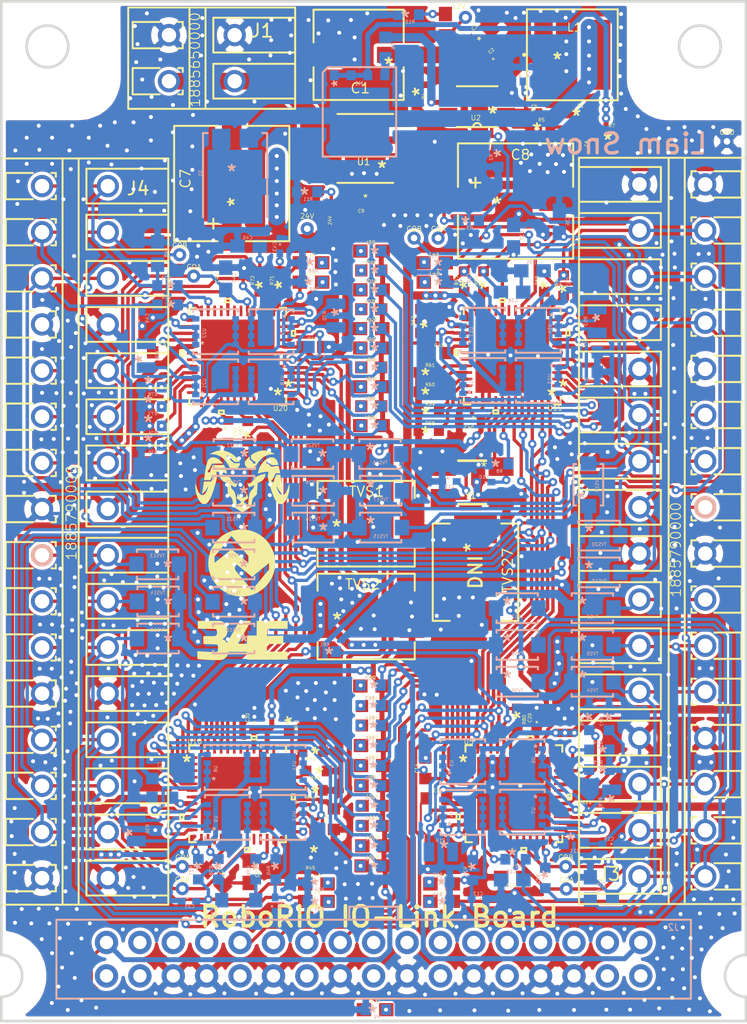
<source format=kicad_pcb>
(kicad_pcb (version 20171130) (host pcbnew "(5.1.9)-1")
  (layers (0 F.Cu mixed) (31 B.Cu mixed) (34 B.Paste user) (35 F.Paste user) (36 B.SilkS user) (37 F.SilkS user) (38 B.Mask user) (39 F.Mask user) (44 Edge.Cuts user))
  (net 0 "")
  (net 1 +12V)
  (net 2 GND)
  (net 3 "Net-(C4-Pad1)")
  (net 4 "Net-(C5-Pad2)")
  (net 5 "Net-(C6-Pad1)")
  (net 6 +24V)
  (net 7 "/Dual IO-Link Master1/XO")
  (net 8 "/Dual IO-Link Master1/XI")
  (net 9 /DL+2)
  (net 10 +5V)
  (net 11 /DDI2)
  (net 12 /DCQ2)
  (net 13 /DCQ3)
  (net 14 /DDI3)
  (net 15 /DL+3)
  (net 16 +3V3)
  (net 17 /DL+4)
  (net 18 /DDI4)
  (net 19 /DCQ4)
  (net 20 /DCQ5)
  (net 21 /DDI5)
  (net 22 /DL+5)
  (net 23 /DL+6)
  (net 24 /DDI6)
  (net 25 /DCQ6)
  (net 26 /DCQ7)
  (net 27 /DDI7)
  (net 28 /DL+7)
  (net 29 /DL+0)
  (net 30 /DDI0)
  (net 31 /DCQ0)
  (net 32 /DCQ1)
  (net 33 /DDI1)
  (net 34 /DL+1)
  (net 35 "Net-(D1-Pad2)")
  (net 36 "Net-(D2-Pad1)")
  (net 37 "Net-(D3-Pad1)")
  (net 38 "Net-(D4-Pad1)")
  (net 39 "Net-(D6-Pad1)")
  (net 40 "Net-(D9-Pad1)")
  (net 41 "Net-(D10-Pad1)")
  (net 42 "Net-(D11-Pad1)")
  (net 43 "Net-(D12-Pad1)")
  (net 44 "Net-(D13-Pad1)")
  (net 45 "Net-(D16-Pad1)")
  (net 46 "Net-(D17-Pad1)")
  (net 47 "Net-(D18-Pad1)")
  (net 48 "Net-(D19-Pad1)")
  (net 49 "Net-(D20-Pad1)")
  (net 50 "Net-(D23-Pad1)")
  (net 51 "Net-(D24-Pad1)")
  (net 52 "Net-(D25-Pad1)")
  (net 53 "Net-(D26-Pad1)")
  (net 54 "Net-(D27-Pad1)")
  (net 55 "Net-(D30-Pad1)")
  (net 56 "Net-(D31-Pad1)")
  (net 57 "Net-(D32-Pad1)")
  (net 58 "Net-(D33-Pad1)")
  (net 59 /12V)
  (net 60 "Net-(J2-Pad31)")
  (net 61 "Net-(J2-Pad29)")
  (net 62 "Net-(J2-Pad32)")
  (net 63 "Net-(J2-Pad27)")
  (net 64 "Net-(J2-Pad26)")
  (net 65 MXP-MOSI)
  (net 66 "Net-(J2-Pad17)")
  (net 67 MXP-SCLK)
  (net 68 "Net-(J2-Pad18)")
  (net 69 "Net-(J2-Pad22)")
  (net 70 MXP-MISO)
  (net 71 MXP-CS)
  (net 72 "Net-(J2-Pad9)")
  (net 73 "Net-(J2-Pad13)")
  (net 74 "Net-(J2-Pad10)")
  (net 75 "Net-(J2-Pad14)")
  (net 76 "Net-(J2-Pad15)")
  (net 77 "Net-(J2-Pad7)")
  (net 78 "Net-(J2-Pad5)")
  (net 79 "Net-(J2-Pad4)")
  (net 80 "Net-(J2-Pad3)")
  (net 81 "Net-(J2-Pad34)")
  (net 82 "Net-(J2-Pad2)")
  (net 83 "Net-(M1-Pad4)")
  (net 84 "Net-(R2-Pad1)")
  (net 85 "Net-(R4-Pad2)")
  (net 86 "Net-(R5-Pad1)")
  (net 87 "Net-(R6-Pad2)")
  (net 88 "/Dual IO-Link Master1/CLKI")
  (net 89 "/Dual IO-Link Master2/#IRQ")
  (net 90 "/Dual IO-Link Master2/#RDYA-LD1A")
  (net 91 "Net-(D7-Pad1)")
  (net 92 "/Dual IO-Link Master2/#ERRA-LD2A")
  (net 93 "Net-(D8-Pad1)")
  (net 94 "/Dual IO-Link Master2/#RDYB-LD1B")
  (net 95 "/Dual IO-Link Master2/#ERRB-LD2B")
  (net 96 "Net-(R19-Pad2)")
  (net 97 "Net-(R19-Pad1)")
  (net 98 "Net-(R20-Pad1)")
  (net 99 "Net-(R21-Pad1)")
  (net 100 "Net-(R22-Pad1)")
  (net 101 "Net-(R23-Pad1)")
  (net 102 "Net-(R24-Pad2)")
  (net 103 "Net-(R25-Pad2)")
  (net 104 "Net-(R26-Pad2)")
  (net 105 "Net-(R27-Pad2)")
  (net 106 "Net-(R28-Pad2)")
  (net 107 "Net-(R28-Pad1)")
  (net 108 "/Dual IO-Link Master3/#IRQ")
  (net 109 "/Dual IO-Link Master3/#RDYA-LD1A")
  (net 110 "Net-(D14-Pad1)")
  (net 111 "Net-(D15-Pad1)")
  (net 112 "/Dual IO-Link Master3/#ERRA-LD2A")
  (net 113 "/Dual IO-Link Master3/#RDYB-LD1B")
  (net 114 "/Dual IO-Link Master3/#ERRB-LD2B")
  (net 115 "Net-(R36-Pad2)")
  (net 116 "Net-(R36-Pad1)")
  (net 117 "Net-(R37-Pad1)")
  (net 118 "Net-(R38-Pad1)")
  (net 119 "Net-(R39-Pad1)")
  (net 120 "Net-(R40-Pad1)")
  (net 121 "Net-(R41-Pad2)")
  (net 122 "Net-(R42-Pad2)")
  (net 123 "Net-(R43-Pad2)")
  (net 124 "Net-(R44-Pad2)")
  (net 125 "Net-(R45-Pad1)")
  (net 126 "Net-(R45-Pad2)")
  (net 127 "/Dual IO-Link Master4/#IRQ")
  (net 128 "Net-(D21-Pad1)")
  (net 129 "/Dual IO-Link Master4/#RDYA-LD1A")
  (net 130 "Net-(D22-Pad1)")
  (net 131 "/Dual IO-Link Master4/#ERRA-LD2A")
  (net 132 "/Dual IO-Link Master4/#RDYB-LD1B")
  (net 133 "/Dual IO-Link Master4/#ERRB-LD2B")
  (net 134 "Net-(R53-Pad1)")
  (net 135 "Net-(R53-Pad2)")
  (net 136 "Net-(R54-Pad1)")
  (net 137 "Net-(R55-Pad1)")
  (net 138 "Net-(R56-Pad1)")
  (net 139 "Net-(R57-Pad1)")
  (net 140 "Net-(R58-Pad2)")
  (net 141 "Net-(R59-Pad2)")
  (net 142 "Net-(R60-Pad2)")
  (net 143 "Net-(R61-Pad2)")
  (net 144 "Net-(R62-Pad1)")
  (net 145 "Net-(R62-Pad2)")
  (net 146 "/Dual IO-Link Master1/#IRQ")
  (net 147 "/Dual IO-Link Master1/#RDYA-LD1A")
  (net 148 "Net-(D28-Pad1)")
  (net 149 "Net-(D29-Pad1)")
  (net 150 "/Dual IO-Link Master1/#ERRA-LD2A")
  (net 151 "/Dual IO-Link Master1/#RDYB-LD1B")
  (net 152 "/Dual IO-Link Master1/#ERRB-LD2B")
  (net 153 "Net-(R70-Pad1)")
  (net 154 "Net-(R70-Pad2)")
  (net 155 "Net-(R71-Pad1)")
  (net 156 "Net-(R72-Pad1)")
  (net 157 "Net-(R73-Pad1)")
  (net 158 "Net-(R74-Pad1)")
  (net 159 "Net-(R75-Pad2)")
  (net 160 "Net-(R76-Pad2)")
  (net 161 "Net-(R77-Pad2)")
  (net 162 "Net-(R78-Pad2)")
  (net 163 "Net-(R79-Pad2)")
  (net 164 "Net-(R79-Pad1)")
  (net 165 TVS_CLAMP)
  (net 166 "Net-(U3-Pad4)")
  (net 167 "Net-(U4-Pad4)")
  (net 168 "/Dual IO-Link Master3/CLKI")
  (net 169 "/Dual IO-Link Master2/CLKI")
  (net 170 "/Dual IO-Link Master2/XO")
  (net 171 "/Dual IO-Link Master2/XI")
  (net 172 "Net-(U5-Pad37)")
  (net 173 "Net-(U5-Pad36)")
  (net 174 "Net-(U5-Pad31)")
  (net 175 "Net-(U5-Pad30)")
  (net 176 "Net-(U5-Pad28)")
  (net 177 "Net-(U5-Pad25)")
  (net 178 "Net-(U5-Pad22)")
  (net 179 "Net-(U5-Pad21)")
  (net 180 "Net-(U5-Pad19)")
  (net 181 "Net-(U5-Pad18)")
  (net 182 "Net-(U5-Pad16)")
  (net 183 "Net-(U5-Pad15)")
  (net 184 "Net-(U10-Pad9)")
  (net 185 "Net-(U10-Pad12)")
  (net 186 "Net-(U10-Pad15)")
  (net 187 "Net-(U10-Pad16)")
  (net 188 "Net-(U10-Pad18)")
  (net 189 "Net-(U10-Pad19)")
  (net 190 "Net-(U10-Pad21)")
  (net 191 "Net-(U10-Pad22)")
  (net 192 "Net-(U10-Pad25)")
  (net 193 "Net-(U10-Pad28)")
  (net 194 "Net-(U10-Pad30)")
  (net 195 "Net-(U10-Pad31)")
  (net 196 "Net-(U10-Pad36)")
  (net 197 "Net-(U10-Pad37)")
  (net 198 "/Dual IO-Link Master3/XI")
  (net 199 "/Dual IO-Link Master3/XO")
  (net 200 "/Dual IO-Link Master4/CLKI")
  (net 201 "Net-(U13-Pad4)")
  (net 202 "Net-(U14-Pad4)")
  (net 203 "/Dual IO-Link Master4/XO")
  (net 204 "/Dual IO-Link Master4/XI")
  (net 205 "Net-(U15-Pad37)")
  (net 206 "Net-(U15-Pad36)")
  (net 207 "Net-(U15-Pad31)")
  (net 208 "Net-(U15-Pad30)")
  (net 209 "Net-(U15-Pad28)")
  (net 210 "Net-(U15-Pad25)")
  (net 211 "Net-(U15-Pad22)")
  (net 212 "Net-(U15-Pad21)")
  (net 213 "Net-(U15-Pad19)")
  (net 214 "Net-(U15-Pad18)")
  (net 215 "Net-(U15-Pad16)")
  (net 216 "Net-(U15-Pad15)")
  (net 217 "Net-(U18-Pad4)")
  (net 218 "Net-(U19-Pad4)")
  (net 219 "Net-(U20-Pad15)")
  (net 220 "Net-(U20-Pad16)")
  (net 221 "Net-(U20-Pad18)")
  (net 222 "Net-(U20-Pad19)")
  (net 223 "Net-(U20-Pad21)")
  (net 224 "Net-(U20-Pad22)")
  (net 225 "Net-(U20-Pad25)")
  (net 226 "Net-(U20-Pad28)")
  (net 227 "Net-(U20-Pad30)")
  (net 228 "Net-(U20-Pad31)")
  (net 229 "Net-(U20-Pad36)")
  (net 230 "Net-(U20-Pad37)")
  (net 231 "Net-(J2-Pad11)")
  (net 232 "/Dual IO-Link Master1/CLKO")
  (net 233 "/Dual IO-Link Master4/CLKO")
  (net 234 "/Dual IO-Link Master2/CLKO")
  (net 235 "/Dual IO-Link Master3/CLKO")
  (module SI7421DN-T1-E3:SI7421DN-T1-E3 (layer B.Cu) (at 43.4848 88.5952)
    (fp_text reference U22 (at -0.8636 0.1143 -90) (layer B.SilkS) (effects (font (size 0.254 0.254) (thickness 0.0381)) (justify mirror)))
    (fp_text value SI7415DN-T1-E3)
    (fp_text user * (at -1.016 1.016) (layer B.SilkS) (effects (font (size 0.508 0.508) (thickness 0.0762)) (justify mirror)))
    (pad 8 smd rect (at 1.5175 0.974999) (size 0.508 0.4064) (layers B.Cu B.Paste B.Mask) (net 28 /DL+7))
    (pad 7 smd rect (at 1.5175 0.325001) (size 0.508 0.4064) (layers B.Cu B.Paste B.Mask) (net 28 /DL+7))
    (pad 6 smd rect (at 1.5175 -0.325001) (size 0.508 0.4064) (layers B.Cu B.Paste B.Mask) (net 28 /DL+7))
    (pad 5 smd rect (at 1.5175 -0.974999) (size 0.508 0.4064) (layers B.Cu B.Paste B.Mask) (net 28 /DL+7))
    (pad 4 smd rect (at -1.5175 -0.974999) (size 0.5588 0.4064) (layers B.Cu B.Paste B.Mask) (net 225 "Net-(U20-Pad25)"))
    (pad 3 smd rect (at -1.5175 -0.325001) (size 0.5588 0.4064) (layers B.Cu B.Paste B.Mask) (net 163 "Net-(R79-Pad2)"))
    (pad 2 smd rect (at -1.5175 0.325001) (size 0.5588 0.4064) (layers B.Cu B.Paste B.Mask) (net 163 "Net-(R79-Pad2)"))
    (pad 1 smd rect (at -1.5175 0.974999) (size 0.5588 0.4064) (layers B.Cu B.Paste B.Mask) (net 163 "Net-(R79-Pad2)"))
  )
  (module SI7421DN-T1-E3:SI7421DN-T1-E3 (layer B.Cu) (at 47.7012 88.5952 180)
    (fp_text reference U19 (at -0.8636 0.1143 270) (layer B.SilkS) (effects (font (size 0.254 0.254) (thickness 0.0381)) (justify mirror)))
    (fp_text value SI7415DN-T1-E3)
    (fp_text user * (at -1.016 1.016) (layer B.SilkS) (effects (font (size 0.508 0.508) (thickness 0.0762)) (justify mirror)))
    (pad 8 smd rect (at 1.5175 0.974999 180) (size 0.508 0.4064) (layers B.Cu B.Paste B.Mask) (net 23 /DL+6))
    (pad 7 smd rect (at 1.5175 0.325001 180) (size 0.508 0.4064) (layers B.Cu B.Paste B.Mask) (net 23 /DL+6))
    (pad 6 smd rect (at 1.5175 -0.325001 180) (size 0.508 0.4064) (layers B.Cu B.Paste B.Mask) (net 23 /DL+6))
    (pad 5 smd rect (at 1.5175 -0.974999 180) (size 0.508 0.4064) (layers B.Cu B.Paste B.Mask) (net 23 /DL+6))
    (pad 4 smd rect (at -1.5175 -0.974999 180) (size 0.5588 0.4064) (layers B.Cu B.Paste B.Mask) (net 218 "Net-(U19-Pad4)"))
    (pad 3 smd rect (at -1.5175 -0.325001 180) (size 0.5588 0.4064) (layers B.Cu B.Paste B.Mask) (net 153 "Net-(R70-Pad1)"))
    (pad 2 smd rect (at -1.5175 0.325001 180) (size 0.5588 0.4064) (layers B.Cu B.Paste B.Mask) (net 153 "Net-(R70-Pad1)"))
    (pad 1 smd rect (at -1.5175 0.974999 180) (size 0.5588 0.4064) (layers B.Cu B.Paste B.Mask) (net 153 "Net-(R70-Pad1)"))
  )
  (module SI7421DN-T1-E3:SI7421DN-T1-E3 (layer B.Cu) (at 47.7012 92.4052 180)
    (fp_text reference U18 (at -0.8636 0.1143 270) (layer B.SilkS) (effects (font (size 0.254 0.254) (thickness 0.0381)) (justify mirror)))
    (fp_text value SI7415DN-T1-E3)
    (fp_text user * (at -1.016 1.016) (layer B.SilkS) (effects (font (size 0.508 0.508) (thickness 0.0762)) (justify mirror)))
    (pad 8 smd rect (at 1.5175 0.974999 180) (size 0.508 0.4064) (layers B.Cu B.Paste B.Mask) (net 6 +24V))
    (pad 7 smd rect (at 1.5175 0.325001 180) (size 0.508 0.4064) (layers B.Cu B.Paste B.Mask) (net 6 +24V))
    (pad 6 smd rect (at 1.5175 -0.325001 180) (size 0.508 0.4064) (layers B.Cu B.Paste B.Mask) (net 6 +24V))
    (pad 5 smd rect (at 1.5175 -0.974999 180) (size 0.508 0.4064) (layers B.Cu B.Paste B.Mask) (net 6 +24V))
    (pad 4 smd rect (at -1.5175 -0.974999 180) (size 0.5588 0.4064) (layers B.Cu B.Paste B.Mask) (net 217 "Net-(U18-Pad4)"))
    (pad 3 smd rect (at -1.5175 -0.325001 180) (size 0.5588 0.4064) (layers B.Cu B.Paste B.Mask) (net 154 "Net-(R70-Pad2)"))
    (pad 2 smd rect (at -1.5175 0.325001 180) (size 0.5588 0.4064) (layers B.Cu B.Paste B.Mask) (net 154 "Net-(R70-Pad2)"))
    (pad 1 smd rect (at -1.5175 0.974999 180) (size 0.5588 0.4064) (layers B.Cu B.Paste B.Mask) (net 154 "Net-(R70-Pad2)"))
  )
  (module SI7421DN-T1-E3:SI7421DN-T1-E3 (layer B.Cu) (at 43.4848 92.4052)
    (fp_text reference U21 (at -0.8636 0.1143 -90) (layer B.SilkS) (effects (font (size 0.254 0.254) (thickness 0.0381)) (justify mirror)))
    (fp_text value SI7415DN-T1-E3)
    (fp_text user * (at -1.016 1.016) (layer B.SilkS) (effects (font (size 0.508 0.508) (thickness 0.0762)) (justify mirror)))
    (pad 8 smd rect (at 1.5175 0.974999) (size 0.508 0.4064) (layers B.Cu B.Paste B.Mask) (net 6 +24V))
    (pad 7 smd rect (at 1.5175 0.325001) (size 0.508 0.4064) (layers B.Cu B.Paste B.Mask) (net 6 +24V))
    (pad 6 smd rect (at 1.5175 -0.325001) (size 0.508 0.4064) (layers B.Cu B.Paste B.Mask) (net 6 +24V))
    (pad 5 smd rect (at 1.5175 -0.974999) (size 0.508 0.4064) (layers B.Cu B.Paste B.Mask) (net 6 +24V))
    (pad 4 smd rect (at -1.5175 -0.974999) (size 0.5588 0.4064) (layers B.Cu B.Paste B.Mask) (net 226 "Net-(U20-Pad28)"))
    (pad 3 smd rect (at -1.5175 -0.325001) (size 0.5588 0.4064) (layers B.Cu B.Paste B.Mask) (net 164 "Net-(R79-Pad1)"))
    (pad 2 smd rect (at -1.5175 0.325001) (size 0.5588 0.4064) (layers B.Cu B.Paste B.Mask) (net 164 "Net-(R79-Pad1)"))
    (pad 1 smd rect (at -1.5175 0.974999) (size 0.5588 0.4064) (layers B.Cu B.Paste B.Mask) (net 164 "Net-(R79-Pad1)"))
  )
  (module SI7421DN-T1-E3:SI7421DN-T1-E3 (layer B.Cu) (at 68.0212 88.4936 180)
    (fp_text reference U14 (at -0.8636 0.1143 270) (layer B.SilkS) (effects (font (size 0.254 0.254) (thickness 0.0381)) (justify mirror)))
    (fp_text value SI7415DN-T1-E3)
    (fp_text user * (at -1.016 1.016) (layer B.SilkS) (effects (font (size 0.508 0.508) (thickness 0.0762)) (justify mirror)))
    (pad 8 smd rect (at 1.5175 0.974999 180) (size 0.508 0.4064) (layers B.Cu B.Paste B.Mask) (net 29 /DL+0))
    (pad 7 smd rect (at 1.5175 0.325001 180) (size 0.508 0.4064) (layers B.Cu B.Paste B.Mask) (net 29 /DL+0))
    (pad 6 smd rect (at 1.5175 -0.325001 180) (size 0.508 0.4064) (layers B.Cu B.Paste B.Mask) (net 29 /DL+0))
    (pad 5 smd rect (at 1.5175 -0.974999 180) (size 0.508 0.4064) (layers B.Cu B.Paste B.Mask) (net 29 /DL+0))
    (pad 4 smd rect (at -1.5175 -0.974999 180) (size 0.5588 0.4064) (layers B.Cu B.Paste B.Mask) (net 202 "Net-(U14-Pad4)"))
    (pad 3 smd rect (at -1.5175 -0.325001 180) (size 0.5588 0.4064) (layers B.Cu B.Paste B.Mask) (net 134 "Net-(R53-Pad1)"))
    (pad 2 smd rect (at -1.5175 0.325001 180) (size 0.5588 0.4064) (layers B.Cu B.Paste B.Mask) (net 134 "Net-(R53-Pad1)"))
    (pad 1 smd rect (at -1.5175 0.974999 180) (size 0.5588 0.4064) (layers B.Cu B.Paste B.Mask) (net 134 "Net-(R53-Pad1)"))
  )
  (module SI7421DN-T1-E3:SI7421DN-T1-E3 (layer B.Cu) (at 63.8048 88.4936)
    (fp_text reference U17 (at -0.8636 0.1143 -90) (layer B.SilkS) (effects (font (size 0.254 0.254) (thickness 0.0381)) (justify mirror)))
    (fp_text value SI7415DN-T1-E3)
    (fp_text user * (at -1.016 1.016) (layer B.SilkS) (effects (font (size 0.508 0.508) (thickness 0.0762)) (justify mirror)))
    (pad 8 smd rect (at 1.5175 0.974999) (size 0.508 0.4064) (layers B.Cu B.Paste B.Mask) (net 34 /DL+1))
    (pad 7 smd rect (at 1.5175 0.325001) (size 0.508 0.4064) (layers B.Cu B.Paste B.Mask) (net 34 /DL+1))
    (pad 6 smd rect (at 1.5175 -0.325001) (size 0.508 0.4064) (layers B.Cu B.Paste B.Mask) (net 34 /DL+1))
    (pad 5 smd rect (at 1.5175 -0.974999) (size 0.508 0.4064) (layers B.Cu B.Paste B.Mask) (net 34 /DL+1))
    (pad 4 smd rect (at -1.5175 -0.974999) (size 0.5588 0.4064) (layers B.Cu B.Paste B.Mask) (net 210 "Net-(U15-Pad25)"))
    (pad 3 smd rect (at -1.5175 -0.325001) (size 0.5588 0.4064) (layers B.Cu B.Paste B.Mask) (net 145 "Net-(R62-Pad2)"))
    (pad 2 smd rect (at -1.5175 0.325001) (size 0.5588 0.4064) (layers B.Cu B.Paste B.Mask) (net 145 "Net-(R62-Pad2)"))
    (pad 1 smd rect (at -1.5175 0.974999) (size 0.5588 0.4064) (layers B.Cu B.Paste B.Mask) (net 145 "Net-(R62-Pad2)"))
  )
  (module SI7421DN-T1-E3:SI7421DN-T1-E3 (layer B.Cu) (at 63.8048 92.3036)
    (fp_text reference U16 (at -0.8636 0.1143 -90) (layer B.SilkS) (effects (font (size 0.254 0.254) (thickness 0.0381)) (justify mirror)))
    (fp_text value SI7415DN-T1-E3)
    (fp_text user * (at -1.016 1.016) (layer B.SilkS) (effects (font (size 0.508 0.508) (thickness 0.0762)) (justify mirror)))
    (pad 8 smd rect (at 1.5175 0.974999) (size 0.508 0.4064) (layers B.Cu B.Paste B.Mask) (net 6 +24V))
    (pad 7 smd rect (at 1.5175 0.325001) (size 0.508 0.4064) (layers B.Cu B.Paste B.Mask) (net 6 +24V))
    (pad 6 smd rect (at 1.5175 -0.325001) (size 0.508 0.4064) (layers B.Cu B.Paste B.Mask) (net 6 +24V))
    (pad 5 smd rect (at 1.5175 -0.974999) (size 0.508 0.4064) (layers B.Cu B.Paste B.Mask) (net 6 +24V))
    (pad 4 smd rect (at -1.5175 -0.974999) (size 0.5588 0.4064) (layers B.Cu B.Paste B.Mask) (net 209 "Net-(U15-Pad28)"))
    (pad 3 smd rect (at -1.5175 -0.325001) (size 0.5588 0.4064) (layers B.Cu B.Paste B.Mask) (net 144 "Net-(R62-Pad1)"))
    (pad 2 smd rect (at -1.5175 0.325001) (size 0.5588 0.4064) (layers B.Cu B.Paste B.Mask) (net 144 "Net-(R62-Pad1)"))
    (pad 1 smd rect (at -1.5175 0.974999) (size 0.5588 0.4064) (layers B.Cu B.Paste B.Mask) (net 144 "Net-(R62-Pad1)"))
  )
  (module SI7421DN-T1-E3:SI7421DN-T1-E3 (layer B.Cu) (at 68.0212 92.3036 180)
    (fp_text reference U13 (at -0.8636 0.1143 270) (layer B.SilkS) (effects (font (size 0.254 0.254) (thickness 0.0381)) (justify mirror)))
    (fp_text value SI7415DN-T1-E3)
    (fp_text user * (at -1.016 1.016) (layer B.SilkS) (effects (font (size 0.508 0.508) (thickness 0.0762)) (justify mirror)))
    (pad 8 smd rect (at 1.5175 0.974999 180) (size 0.508 0.4064) (layers B.Cu B.Paste B.Mask) (net 6 +24V))
    (pad 7 smd rect (at 1.5175 0.325001 180) (size 0.508 0.4064) (layers B.Cu B.Paste B.Mask) (net 6 +24V))
    (pad 6 smd rect (at 1.5175 -0.325001 180) (size 0.508 0.4064) (layers B.Cu B.Paste B.Mask) (net 6 +24V))
    (pad 5 smd rect (at 1.5175 -0.974999 180) (size 0.508 0.4064) (layers B.Cu B.Paste B.Mask) (net 6 +24V))
    (pad 4 smd rect (at -1.5175 -0.974999 180) (size 0.5588 0.4064) (layers B.Cu B.Paste B.Mask) (net 201 "Net-(U13-Pad4)"))
    (pad 3 smd rect (at -1.5175 -0.325001 180) (size 0.5588 0.4064) (layers B.Cu B.Paste B.Mask) (net 135 "Net-(R53-Pad2)"))
    (pad 2 smd rect (at -1.5175 0.325001 180) (size 0.5588 0.4064) (layers B.Cu B.Paste B.Mask) (net 135 "Net-(R53-Pad2)"))
    (pad 1 smd rect (at -1.5175 0.974999 180) (size 0.5588 0.4064) (layers B.Cu B.Paste B.Mask) (net 135 "Net-(R53-Pad2)"))
  )
  (module SI7421DN-T1-E3:SI7421DN-T1-E3 (layer B.Cu) (at 66.802 121.2596 180)
    (fp_text reference U6 (at -0.8636 0.1143 270) (layer B.SilkS) (effects (font (size 0.254 0.254) (thickness 0.0381)) (justify mirror)))
    (fp_text value SI7415DN-T1-E3)
    (fp_text user * (at -1.016 1.016) (layer B.SilkS) (effects (font (size 0.508 0.508) (thickness 0.0762)) (justify mirror)))
    (pad 8 smd rect (at 1.5175 0.974999 180) (size 0.508 0.4064) (layers B.Cu B.Paste B.Mask) (net 6 +24V))
    (pad 7 smd rect (at 1.5175 0.325001 180) (size 0.508 0.4064) (layers B.Cu B.Paste B.Mask) (net 6 +24V))
    (pad 6 smd rect (at 1.5175 -0.325001 180) (size 0.508 0.4064) (layers B.Cu B.Paste B.Mask) (net 6 +24V))
    (pad 5 smd rect (at 1.5175 -0.974999 180) (size 0.508 0.4064) (layers B.Cu B.Paste B.Mask) (net 6 +24V))
    (pad 4 smd rect (at -1.5175 -0.974999 180) (size 0.5588 0.4064) (layers B.Cu B.Paste B.Mask) (net 176 "Net-(U5-Pad28)"))
    (pad 3 smd rect (at -1.5175 -0.325001 180) (size 0.5588 0.4064) (layers B.Cu B.Paste B.Mask) (net 107 "Net-(R28-Pad1)"))
    (pad 2 smd rect (at -1.5175 0.325001 180) (size 0.5588 0.4064) (layers B.Cu B.Paste B.Mask) (net 107 "Net-(R28-Pad1)"))
    (pad 1 smd rect (at -1.5175 0.974999 180) (size 0.5588 0.4064) (layers B.Cu B.Paste B.Mask) (net 107 "Net-(R28-Pad1)"))
  )
  (module RoboRIO-IO-Link-Master:io-link (layer F.Cu) (at 45.466 106.172)
    (fp_text reference G*** hide)
    (fp_text value LOGO hide)
  )
  (module RoboRIO-IO-Link-Master:rr (layer F.Cu) (at 45.5168 99.9744)
    (fp_text reference G*** hide)
    (fp_text value LOGO hide)
  )
  (module RoboRIO-IO-Link-Master:34e (layer F.Cu) (at 45.5168 112.1664)
    (fp_text reference G*** hide)
    (fp_text value LOGO hide)
  )
  (module 1885790000:1885790000 (layer F.Cu) (at 71.12 132.08 90)
    (fp_text reference J3 (at 2.286 3.2512) (layer F.SilkS) (effects (justify right)))
    (fp_text value 1885790000 (at 23.241 7.366 90) (layer F.SilkS) (effects (font (size 0.762 0.762) (thickness 0.0762)) (justify left)))
    (pad 11 thru_hole circle (at 37.152003 9.600006 90) (size 1.699999 1.699999) (drill 1.1) (layers *.Cu *.Mask) (net 34 /DL+1))
    (pad 12 thru_hole circle (at 40.652001 4.600006 90) (size 1.699999 1.699999) (drill 1.1) (layers *.Cu *.Mask) (net 2 GND))
    (pad 9 thru_hole circle (at 30.141603 4.600006 90) (size 1.699999 1.699999) (drill 1.1) (layers *.Cu *.Mask) (net 33 /DDI1))
    (pad 13 thru_hole circle (at 44.162403 9.600006 90) (size 1.699999 1.699999) (drill 1.1) (layers *.Cu *.Mask) (net 30 /DDI0))
    (pad 14 thru_hole circle (at 47.662401 9.600006 90) (size 1.699999 1.699999) (drill 1.1) (layers *.Cu *.Mask) (net 31 /DCQ0))
    (pad 10 thru_hole circle (at 33.641601 4.600006 90) (size 1.699999 1.699999) (drill 1.1) (layers *.Cu *.Mask) (net 32 /DCQ1))
    (pad 15 thru_hole circle (at 51.172803 4.600006 90) (size 1.699999 1.699999) (drill 1.1) (layers *.Cu *.Mask) (net 29 /DL+0))
    (pad 9 thru_hole circle (at 30.141603 9.600006 90) (size 1.699999 1.699999) (drill 1.1) (layers *.Cu B.SilkS F.Mask) (net 33 /DDI1))
    (pad 13 thru_hole circle (at 44.162403 4.600006 90) (size 1.699999 1.699999) (drill 1.1) (layers *.Cu *.Mask) (net 30 /DDI0))
    (pad 10 thru_hole circle (at 33.641601 9.600006 90) (size 1.699999 1.699999) (drill 1.1) (layers *.Cu *.Mask) (net 32 /DCQ1))
    (pad 15 thru_hole circle (at 51.172803 9.600006 90) (size 1.699999 1.699999) (drill 1.1) (layers *.Cu *.Mask) (net 29 /DL+0))
    (pad 14 thru_hole circle (at 47.662401 4.600006 90) (size 1.699999 1.699999) (drill 1.1) (layers *.Cu *.Mask) (net 31 /DCQ0))
    (pad 16 thru_hole circle (at 54.672801 4.600006 90) (size 1.699999 1.699999) (drill 1.1) (layers *.Cu *.Mask) (net 2 GND))
    (pad 16 thru_hole circle (at 54.672801 9.600006 90) (size 1.699999 1.699999) (drill 1.1) (layers *.Cu *.Mask) (net 2 GND))
    (pad 11 thru_hole circle (at 37.152003 4.600006 90) (size 1.699999 1.699999) (drill 1.1) (layers *.Cu *.Mask) (net 34 /DL+1))
    (pad 12 thru_hole circle (at 40.652001 9.600006 90) (size 1.699999 1.699999) (drill 1.1) (layers *.Cu *.Mask) (net 2 GND))
    (pad 7 thru_hole circle (at 23.131203 9.600006 90) (size 1.699999 1.699999) (drill 1.1) (layers *.Cu *.Mask) (net 9 /DL+2))
    (pad 8 thru_hole circle (at 26.631201 4.600006 90) (size 1.699999 1.699999) (drill 1.1) (layers *.Cu *.Mask) (net 2 GND))
    (pad 5 thru_hole circle (at 16.120803 4.600006 90) (size 1.699999 1.699999) (drill 1.1) (layers *.Cu *.Mask) (net 11 /DDI2))
    (pad 6 thru_hole circle (at 19.620801 4.600006 90) (size 1.699999 1.699999) (drill 1.1) (layers *.Cu *.Mask) (net 12 /DCQ2))
    (pad 5 thru_hole circle (at 16.120803 9.600006 90) (size 1.699999 1.699999) (drill 1.1) (layers *.Cu *.Mask) (net 11 /DDI2))
    (pad 6 thru_hole circle (at 19.620801 9.600006 90) (size 1.699999 1.699999) (drill 1.1) (layers *.Cu *.Mask) (net 12 /DCQ2))
    (pad 7 thru_hole circle (at 23.131203 4.600006 90) (size 1.699999 1.699999) (drill 1.1) (layers *.Cu *.Mask) (net 9 /DL+2))
    (pad 8 thru_hole circle (at 26.631201 9.600006 90) (size 1.699999 1.699999) (drill 1.1) (layers *.Cu *.Mask) (net 2 GND))
    (pad 3 thru_hole circle (at 9.110403 4.600006 90) (size 1.699999 1.699999) (drill 1.1) (layers *.Cu *.Mask) (net 15 /DL+3))
    (pad 4 thru_hole circle (at 12.610401 4.600006 90) (size 1.699999 1.699999) (drill 1.1) (layers *.Cu *.Mask) (net 2 GND))
    (pad 3 thru_hole circle (at 9.110403 9.600006 90) (size 1.699999 1.699999) (drill 1.1) (layers *.Cu *.Mask) (net 15 /DL+3))
    (pad 4 thru_hole circle (at 12.610401 9.600006 90) (size 1.699999 1.699999) (drill 1.1) (layers *.Cu *.Mask) (net 2 GND))
    (pad 1 thru_hole circle (at 2.100003 4.600006 90) (size 1.699999 1.699999) (drill 1.1) (layers *.Cu *.Mask) (net 14 /DDI3))
    (pad 1 thru_hole circle (at 2.100003 9.600006 90) (size 1.699999 1.699999) (drill 1.1) (layers *.Cu *.Mask) (net 14 /DDI3))
    (pad 2 thru_hole circle (at 5.600001 9.600006 90) (size 1.699999 1.699999) (drill 1.1) (layers *.Cu *.Mask) (net 13 /DCQ3))
    (pad 2 thru_hole circle (at 5.600001 4.600006 90) (size 1.699999 1.699999) (drill 1.1) (layers *.Cu *.Mask) (net 13 /DCQ3))
  )
  (module LTSTC191KRKT:LTSTC191KRKT (layer F.Cu) (at 60.6688 131.8768)
    (fp_text reference D12)
    (fp_text value L+B (at -0.4337 -0.6905) (layer F.SilkS) (effects (font (size 0.254 0.254) (thickness 0.0381)) (justify left)))
    (pad 2 smd rect (at 0.85 0) (size 1.1 1) (layers F.Cu F.Paste F.Mask) (net 15 /DL+3))
    (pad 1 smd rect (at -0.85 0) (size 1.1 1) (layers F.Cu F.Paste F.Mask) (net 43 "Net-(D12-Pad1)"))
  )
  (module LTSTC191KGKT:LTSTC191KGKT (layer F.Cu) (at 55.4364 129.1844)
    (fp_text reference D17)
    (fp_text value LD2B (at -0.5216 -0.6604) (layer F.SilkS) (effects (font (size 0.254 0.254) (thickness 0.0381)) (justify left)))
    (pad 2 smd rect (at 0.85 0) (size 1.1 1) (layers F.Cu F.Paste F.Mask) (net 16 +3V3))
    (pad 1 smd rect (at -0.85 0) (size 1.1 1) (layers F.Cu F.Paste F.Mask) (net 46 "Net-(D17-Pad1)"))
  )
  (module LTSTC191KGKT:LTSTC191KGKT (layer F.Cu) (at 55.4872 127.6604)
    (fp_text reference D16)
    (fp_text value LD1B (at -0.5216 -0.6604) (layer F.SilkS) (effects (font (size 0.254 0.254) (thickness 0.0381)) (justify left)))
    (pad 2 smd rect (at 0.85 0) (size 1.1 1) (layers F.Cu F.Paste F.Mask) (net 16 +3V3))
    (pad 1 smd rect (at -0.85 0) (size 1.1 1) (layers F.Cu F.Paste F.Mask) (net 45 "Net-(D16-Pad1)"))
  )
  (module LTSTC191TBKT:LTSTC191TBKT (layer F.Cu) (at 55.4248 126.1364)
    (fp_text reference D15)
    (fp_text value LD2A (at -0.51 -0.6096) (layer F.SilkS) (effects (font (size 0.254 0.254) (thickness 0.0381)) (justify left)))
    (pad 2 smd rect (at 0.76 0 90) (size 0.91 0.93) (layers F.Cu F.Paste F.Mask) (net 16 +3V3))
    (pad 1 smd rect (at -0.76 0 90) (size 0.91 0.93) (layers F.Cu F.Paste F.Mask) (net 111 "Net-(D15-Pad1)"))
  )
  (module LTSTC191TBKT:LTSTC191TBKT (layer F.Cu) (at 55.4248 124.6124)
    (fp_text reference D14)
    (fp_text value LD1A (at -0.51 -0.7112) (layer F.SilkS) (effects (font (size 0.254 0.254) (thickness 0.0381)) (justify left)))
    (pad 2 smd rect (at 0.76 0 90) (size 0.91 0.93) (layers F.Cu F.Paste F.Mask) (net 16 +3V3))
    (pad 1 smd rect (at -0.76 0 90) (size 0.91 0.93) (layers F.Cu F.Paste F.Mask) (net 110 "Net-(D14-Pad1)"))
  )
  (module LTSTC191KFKT:LTSTC191KFKT (layer F.Cu) (at 55.4228 123.0884)
    (fp_text reference D13)
    (fp_text value IRQ (at -0.3692 -0.6604) (layer F.SilkS) (effects (font (size 0.254 0.254) (thickness 0.0381)) (justify left)))
    (pad 2 smd rect (at 0.85 0) (size 1.1 1) (layers F.Cu F.Paste F.Mask) (net 16 +3V3))
    (pad 1 smd rect (at -0.85 0) (size 1.1 1) (layers F.Cu F.Paste F.Mask) (net 44 "Net-(D13-Pad1)"))
  )
  (module LTSTC191KRKT:LTSTC191KRKT (layer F.Cu) (at 51.142 130.556 180)
    (fp_text reference D18)
    (fp_text value L+A (at -0.3692 0.6604) (layer F.SilkS) (effects (font (size 0.254 0.254) (thickness 0.0381)) (justify right)))
    (pad 2 smd rect (at 0.85 0 180) (size 1.1 1) (layers F.Cu F.Paste F.Mask) (net 17 /DL+4))
    (pad 1 smd rect (at -0.85 0 180) (size 1.1 1) (layers F.Cu F.Paste F.Mask) (net 47 "Net-(D18-Pad1)"))
  )
  (module LTSTC191KRKT:LTSTC191KRKT (layer F.Cu) (at 51.142 131.8768 180)
    (fp_text reference D19)
    (fp_text value L+B (at -0.3692 0.6604) (layer F.SilkS) (effects (font (size 0.254 0.254) (thickness 0.0381)) (justify right)))
    (pad 2 smd rect (at 0.85 0 180) (size 1.1 1) (layers F.Cu F.Paste F.Mask) (net 22 /DL+5))
    (pad 1 smd rect (at -0.85 0 180) (size 1.1 1) (layers F.Cu F.Paste F.Mask) (net 48 "Net-(D19-Pad1)"))
  )
  (module SI7421DN-T1-E3:SI7421DN-T1-E3 (layer B.Cu) (at 66.802 125.095 180)
    (fp_text reference U7 (at -0.8636 0.1143 270) (layer B.SilkS) (effects (font (size 0.254 0.254) (thickness 0.0381)) (justify mirror)))
    (fp_text value SI7415DN-T1-E3)
    (fp_text user * (at -1.016 1.016) (layer B.SilkS) (effects (font (size 0.508 0.508) (thickness 0.0762)) (justify mirror)))
    (pad 8 smd rect (at 1.5175 0.974999 180) (size 0.508 0.4064) (layers B.Cu B.Paste B.Mask) (net 15 /DL+3))
    (pad 7 smd rect (at 1.5175 0.325001 180) (size 0.508 0.4064) (layers B.Cu B.Paste B.Mask) (net 15 /DL+3))
    (pad 6 smd rect (at 1.5175 -0.325001 180) (size 0.508 0.4064) (layers B.Cu B.Paste B.Mask) (net 15 /DL+3))
    (pad 5 smd rect (at 1.5175 -0.974999 180) (size 0.508 0.4064) (layers B.Cu B.Paste B.Mask) (net 15 /DL+3))
    (pad 4 smd rect (at -1.5175 -0.974999 180) (size 0.5588 0.4064) (layers B.Cu B.Paste B.Mask) (net 177 "Net-(U5-Pad25)"))
    (pad 3 smd rect (at -1.5175 -0.325001 180) (size 0.5588 0.4064) (layers B.Cu B.Paste B.Mask) (net 106 "Net-(R28-Pad2)"))
    (pad 2 smd rect (at -1.5175 0.325001 180) (size 0.5588 0.4064) (layers B.Cu B.Paste B.Mask) (net 106 "Net-(R28-Pad2)"))
    (pad 1 smd rect (at -1.5175 0.974999 180) (size 0.5588 0.4064) (layers B.Cu B.Paste B.Mask) (net 106 "Net-(R28-Pad2)"))
  )
  (module SI7421DN-T1-E3:SI7421DN-T1-E3 (layer B.Cu) (at 62.2808 125.1204)
    (fp_text reference U4 (at -0.8636 0.1143 -90) (layer B.SilkS) (effects (font (size 0.254 0.254) (thickness 0.0381)) (justify mirror)))
    (fp_text value SI7415DN-T1-E3)
    (fp_text user * (at -1.016 1.016) (layer B.SilkS) (effects (font (size 0.508 0.508) (thickness 0.0762)) (justify mirror)))
    (pad 8 smd rect (at 1.5175 0.974999) (size 0.508 0.4064) (layers B.Cu B.Paste B.Mask) (net 9 /DL+2))
    (pad 7 smd rect (at 1.5175 0.325001) (size 0.508 0.4064) (layers B.Cu B.Paste B.Mask) (net 9 /DL+2))
    (pad 6 smd rect (at 1.5175 -0.325001) (size 0.508 0.4064) (layers B.Cu B.Paste B.Mask) (net 9 /DL+2))
    (pad 5 smd rect (at 1.5175 -0.974999) (size 0.508 0.4064) (layers B.Cu B.Paste B.Mask) (net 9 /DL+2))
    (pad 4 smd rect (at -1.5175 -0.974999) (size 0.5588 0.4064) (layers B.Cu B.Paste B.Mask) (net 167 "Net-(U4-Pad4)"))
    (pad 3 smd rect (at -1.5175 -0.325001) (size 0.5588 0.4064) (layers B.Cu B.Paste B.Mask) (net 97 "Net-(R19-Pad1)"))
    (pad 2 smd rect (at -1.5175 0.325001) (size 0.5588 0.4064) (layers B.Cu B.Paste B.Mask) (net 97 "Net-(R19-Pad1)"))
    (pad 1 smd rect (at -1.5175 0.974999) (size 0.5588 0.4064) (layers B.Cu B.Paste B.Mask) (net 97 "Net-(R19-Pad1)"))
  )
  (module SI7421DN-T1-E3:SI7421DN-T1-E3 (layer B.Cu) (at 62.2808 121.2596)
    (fp_text reference U3 (at -0.8636 0.1143 -90) (layer B.SilkS) (effects (font (size 0.254 0.254) (thickness 0.0381)) (justify mirror)))
    (fp_text value SI7415DN-T1-E3)
    (fp_text user * (at -1.016 1.016) (layer B.SilkS) (effects (font (size 0.508 0.508) (thickness 0.0762)) (justify mirror)))
    (pad 8 smd rect (at 1.5175 0.974999) (size 0.508 0.4064) (layers B.Cu B.Paste B.Mask) (net 6 +24V))
    (pad 7 smd rect (at 1.5175 0.325001) (size 0.508 0.4064) (layers B.Cu B.Paste B.Mask) (net 6 +24V))
    (pad 6 smd rect (at 1.5175 -0.325001) (size 0.508 0.4064) (layers B.Cu B.Paste B.Mask) (net 6 +24V))
    (pad 5 smd rect (at 1.5175 -0.974999) (size 0.508 0.4064) (layers B.Cu B.Paste B.Mask) (net 6 +24V))
    (pad 4 smd rect (at -1.5175 -0.974999) (size 0.5588 0.4064) (layers B.Cu B.Paste B.Mask) (net 166 "Net-(U3-Pad4)"))
    (pad 3 smd rect (at -1.5175 -0.325001) (size 0.5588 0.4064) (layers B.Cu B.Paste B.Mask) (net 96 "Net-(R19-Pad2)"))
    (pad 2 smd rect (at -1.5175 0.325001) (size 0.5588 0.4064) (layers B.Cu B.Paste B.Mask) (net 96 "Net-(R19-Pad2)"))
    (pad 1 smd rect (at -1.5175 0.974999) (size 0.5588 0.4064) (layers B.Cu B.Paste B.Mask) (net 96 "Net-(R19-Pad2)"))
  )
  (module SMF48A:SMF48A (layer B.Cu) (at 72.136 112.395)
    (fp_text reference TVS5 (at 0.0127 0.6604) (layer B.SilkS) (effects (font (size 0.254 0.254) (thickness 0.0381)) (justify mirror)))
    (fp_text value 48V)
    (fp_text user * (at -0.762 -0.254) (layer B.SilkS) (effects (justify mirror)))
    (pad 2 smd rect (at 1.6129 0) (size 1.0922 1.1938) (layers B.Cu B.Paste B.Mask) (net 12 /DCQ2))
    (pad 1 smd rect (at -1.6129 0) (size 1.0922 1.1938) (layers B.Cu B.Paste B.Mask) (net 165 TVS_CLAMP))
  )
  (module SFH11-PBPC-D17-ST-BK:SFH11-PBPC-D17-ST-BK (layer B.Cu) (at 79.629 133.2738 180)
    (fp_text reference J2 (at 1.3335 -0.5842) (layer B.SilkS) (effects (font (size 0.508 0.508) (thickness 0.0762)) (justify mirror)))
    (fp_text value SFH11-PBPC-D17-ST-BK)
    (pad 34 thru_hole circle (at 44.45 -4.2672 180) (size 1.778 1.778) (drill 1.016) (layers *.Cu *.Mask) (net 81 "Net-(J2-Pad34)"))
    (pad 33 thru_hole circle (at 44.45 -1.7272 180) (size 1.778 1.778) (drill 1.016) (layers *.Cu *.Mask) (net 16 +3V3))
    (pad 2 thru_hole circle (at 3.81 -4.2672 180) (size 1.778 1.778) (drill 1.016) (layers *.Cu *.Mask) (net 82 "Net-(J2-Pad2)"))
    (pad 1 thru_hole circle (at 3.81 -1.7272 180) (size 1.778 1.778) (drill 1.016) (layers *.Cu *.Mask) (net 10 +5V))
    (pad 31 thru_hole circle (at 41.91 -1.7272 180) (size 1.778 1.778) (drill 1.016) (layers *.Cu *.Mask) (net 60 "Net-(J2-Pad31)"))
    (pad 32 thru_hole circle (at 41.91 -4.2672 180) (size 1.778 1.778) (drill 1.016) (layers *.Cu *.Mask) (net 62 "Net-(J2-Pad32)"))
    (pad 29 thru_hole circle (at 39.37 -1.7272 180) (size 1.778 1.778) (drill 1.016) (layers *.Cu *.Mask) (net 61 "Net-(J2-Pad29)"))
    (pad 30 thru_hole circle (at 39.37 -4.2672 180) (size 1.778 1.778) (drill 1.016) (layers *.Cu *.Mask) (net 2 GND))
    (pad 28 thru_hole circle (at 36.83 -4.2672 180) (size 1.778 1.778) (drill 1.016) (layers *.Cu *.Mask) (net 2 GND))
    (pad 27 thru_hole circle (at 36.83 -1.7272 180) (size 1.778 1.778) (drill 1.016) (layers *.Cu *.Mask) (net 63 "Net-(J2-Pad27)"))
    (pad 20 thru_hole circle (at 26.67 -4.2672 180) (size 1.778 1.778) (drill 1.016) (layers *.Cu *.Mask) (net 2 GND))
    (pad 23 thru_hole circle (at 31.75 -1.7272 180) (size 1.778 1.778) (drill 1.016) (layers *.Cu *.Mask) (net 70 MXP-MISO))
    (pad 19 thru_hole circle (at 26.67 -1.7272 180) (size 1.778 1.778) (drill 1.016) (layers *.Cu *.Mask) (net 71 MXP-CS))
    (pad 22 thru_hole circle (at 29.21 -4.2672 180) (size 1.778 1.778) (drill 1.016) (layers *.Cu *.Mask) (net 69 "Net-(J2-Pad22)"))
    (pad 26 thru_hole circle (at 34.29 -4.2672 180) (size 1.778 1.778) (drill 1.016) (layers *.Cu *.Mask) (net 64 "Net-(J2-Pad26)"))
    (pad 21 thru_hole circle (at 29.21 -1.7272 180) (size 1.778 1.778) (drill 1.016) (layers *.Cu *.Mask) (net 67 MXP-SCLK))
    (pad 25 thru_hole circle (at 34.29 -1.7272 180) (size 1.778 1.778) (drill 1.016) (layers *.Cu *.Mask) (net 65 MXP-MOSI))
    (pad 24 thru_hole circle (at 31.75 -4.2672 180) (size 1.778 1.778) (drill 1.016) (layers *.Cu *.Mask) (net 2 GND))
    (pad 12 thru_hole circle (at 16.51 -4.2672 180) (size 1.778 1.778) (drill 1.016) (layers *.Cu *.Mask) (net 2 GND))
    (pad 15 thru_hole circle (at 21.59 -1.7272 180) (size 1.778 1.778) (drill 1.016) (layers *.Cu *.Mask) (net 76 "Net-(J2-Pad15)"))
    (pad 11 thru_hole circle (at 16.51 -1.7272 180) (size 1.778 1.778) (drill 1.016) (layers *.Cu *.Mask) (net 231 "Net-(J2-Pad11)"))
    (pad 14 thru_hole circle (at 19.05 -4.2672 180) (size 1.778 1.778) (drill 1.016) (layers *.Cu *.Mask) (net 75 "Net-(J2-Pad14)"))
    (pad 18 thru_hole circle (at 24.13 -4.2672 180) (size 1.778 1.778) (drill 1.016) (layers *.Cu *.Mask) (net 68 "Net-(J2-Pad18)"))
    (pad 13 thru_hole circle (at 19.05 -1.7272 180) (size 1.778 1.778) (drill 1.016) (layers *.Cu *.Mask) (net 73 "Net-(J2-Pad13)"))
    (pad 17 thru_hole circle (at 24.13 -1.7272 180) (size 1.778 1.778) (drill 1.016) (layers *.Cu *.Mask) (net 66 "Net-(J2-Pad17)"))
    (pad 16 thru_hole circle (at 21.59 -4.2672 180) (size 1.778 1.778) (drill 1.016) (layers *.Cu *.Mask) (net 2 GND))
    (pad 8 thru_hole circle (at 11.43 -4.2672 180) (size 1.778 1.778) (drill 1.016) (layers *.Cu *.Mask) (net 2 GND))
    (pad 9 thru_hole circle (at 13.97 -1.7272 180) (size 1.778 1.778) (drill 1.016) (layers *.Cu *.Mask) (net 72 "Net-(J2-Pad9)"))
    (pad 10 thru_hole circle (at 13.97 -4.2672 180) (size 1.778 1.778) (drill 1.016) (layers *.Cu *.Mask) (net 74 "Net-(J2-Pad10)"))
    (pad 7 thru_hole circle (at 11.43 -1.7272 180) (size 1.778 1.778) (drill 1.016) (layers *.Cu *.Mask) (net 77 "Net-(J2-Pad7)"))
    (pad 4 thru_hole circle (at 6.35 -4.2672 180) (size 1.778 1.778) (drill 1.016) (layers *.Cu *.Mask) (net 79 "Net-(J2-Pad4)"))
    (pad 5 thru_hole circle (at 8.89 -1.7272 180) (size 1.778 1.778) (drill 1.016) (layers *.Cu *.Mask) (net 78 "Net-(J2-Pad5)"))
    (pad 6 thru_hole circle (at 8.89 -4.2672 180) (size 1.778 1.778) (drill 1.016) (layers *.Cu *.Mask) (net 2 GND))
    (pad 3 thru_hole circle (at 6.35 -1.7272 180) (size 1.778 1.778) (drill 1.016) (layers *.Cu *.Mask) (net 80 "Net-(J2-Pad3)"))
  )
  (module FSV10150V:FSV10150V (layer B.Cu) (at 44.958 76.454 270)
    (fp_text reference D1 (at 0.1143 2.6416 90) (layer B.SilkS) (effects (font (size 0.254 0.254) (thickness 0.0381)) (justify mirror)))
    (fp_text value 950mV-10A)
    (fp_text user * (at 0 0.254) (layer B.SilkS) (effects (justify mirror)))
    (pad 2 smd rect (at -2.5527 -1.05 270) (size 1.4478 1.397) (layers B.Cu B.Paste B.Mask) (net 35 "Net-(D1-Pad2)"))
    (pad 1 smd rect (at -2.5527 1.05 270) (size 1.4478 1.397) (layers B.Cu B.Paste B.Mask) (net 6 +24V))
    (pad 1 smd rect (at 1.1303 0 270) (size 5.6134 4.191) (layers B.Cu B.Paste B.Mask) (net 6 +24V))
  )
  (module LTSTC191KRKT:LTSTC191KRKT (layer F.Cu) (at 50.7356 84.836 180)
    (fp_text reference D33)
    (fp_text value L+B (at -0.3692 0.6096) (layer F.SilkS) (effects (font (size 0.254 0.254) (thickness 0.0381)) (justify right)))
    (pad 2 smd rect (at 0.85 0 180) (size 1.1 1) (layers F.Cu F.Paste F.Mask) (net 28 /DL+7))
    (pad 1 smd rect (at -0.85 0 180) (size 1.1 1) (layers F.Cu F.Paste F.Mask) (net 58 "Net-(D33-Pad1)"))
  )
  (module LTSTC191KRKT:LTSTC191KRKT (layer F.Cu) (at 50.7356 83.3628 180)
    (fp_text reference D32)
    (fp_text value L+A (at -0.3692 0.6096) (layer F.SilkS) (effects (font (size 0.254 0.254) (thickness 0.0381)) (justify right)))
    (pad 2 smd rect (at 0.85 0 180) (size 1.1 1) (layers F.Cu F.Paste F.Mask) (net 23 /DL+6))
    (pad 1 smd rect (at -0.85 0 180) (size 1.1 1) (layers F.Cu F.Paste F.Mask) (net 57 "Net-(D32-Pad1)"))
  )
  (module LTSTC191KGKT:LTSTC191KGKT (layer F.Cu) (at 55.333 95.7326)
    (fp_text reference D31)
    (fp_text value LD2B (at -0.5216 -0.6096) (layer F.SilkS) (effects (font (size 0.254 0.254) (thickness 0.0381)) (justify left)))
    (pad 2 smd rect (at 0.85 0) (size 1.1 1) (layers F.Cu F.Paste F.Mask) (net 16 +3V3))
    (pad 1 smd rect (at -0.85 0) (size 1.1 1) (layers F.Cu F.Paste F.Mask) (net 56 "Net-(D31-Pad1)"))
  )
  (module LTSTC191KGKT:LTSTC191KGKT (layer F.Cu) (at 55.3076 92.7862)
    (fp_text reference D30)
    (fp_text value LD1B (at -0.4708 -0.6096) (layer F.SilkS) (effects (font (size 0.254 0.254) (thickness 0.0381)) (justify left)))
    (pad 2 smd rect (at 0.85 0) (size 1.1 1) (layers F.Cu F.Paste F.Mask) (net 16 +3V3))
    (pad 1 smd rect (at -0.85 0) (size 1.1 1) (layers F.Cu F.Paste F.Mask) (net 55 "Net-(D30-Pad1)"))
  )
  (module LTSTC191TBKT:LTSTC191TBKT (layer F.Cu) (at 55.3192 94.2594)
    (fp_text reference D29)
    (fp_text value LD2A (at -0.51 -0.5588) (layer F.SilkS) (effects (font (size 0.254 0.254) (thickness 0.0381)) (justify left)))
    (pad 2 smd rect (at 0.76 0 90) (size 0.91 0.93) (layers F.Cu F.Paste F.Mask) (net 16 +3V3))
    (pad 1 smd rect (at -0.76 0 90) (size 0.91 0.93) (layers F.Cu F.Paste F.Mask) (net 149 "Net-(D29-Pad1)"))
  )
  (module LTSTC191TBKT:LTSTC191TBKT (layer F.Cu) (at 55.3192 91.313)
    (fp_text reference D28)
    (fp_text value LD1A (at -0.498401 -0.589201) (layer F.SilkS) (effects (font (size 0.254 0.254) (thickness 0.0381)) (justify left)))
    (pad 2 smd rect (at 0.76 0 90) (size 0.91 0.93) (layers F.Cu F.Paste F.Mask) (net 16 +3V3))
    (pad 1 smd rect (at -0.76 0 90) (size 0.91 0.93) (layers F.Cu F.Paste F.Mask) (net 148 "Net-(D28-Pad1)"))
  )
  (module LTSTC191KFKT:LTSTC191KFKT (layer F.Cu) (at 55.333 89.8398)
    (fp_text reference D27)
    (fp_text value IRQ (at -0.3692 -0.6604) (layer F.SilkS) (effects (font (size 0.254 0.254) (thickness 0.0381)) (justify left)))
    (pad 2 smd rect (at 0.85 0) (size 1.1 1) (layers F.Cu F.Paste F.Mask) (net 16 +3V3))
    (pad 1 smd rect (at -0.85 0) (size 1.1 1) (layers F.Cu F.Paste F.Mask) (net 54 "Net-(D27-Pad1)"))
  )
  (module LTSTC191KRKT:LTSTC191KRKT (layer F.Cu) (at 60.1608 84.836)
    (fp_text reference D26)
    (fp_text value L+B (at -0.42 -0.6604) (layer F.SilkS) (effects (font (size 0.254 0.254) (thickness 0.0381)) (justify left)))
    (pad 2 smd rect (at 0.85 0) (size 1.1 1) (layers F.Cu F.Paste F.Mask) (net 34 /DL+1))
    (pad 1 smd rect (at -0.85 0) (size 1.1 1) (layers F.Cu F.Paste F.Mask) (net 53 "Net-(D26-Pad1)"))
  )
  (module LTSTC191KRKT:LTSTC191KRKT (layer F.Cu) (at 60.1336 83.3628)
    (fp_text reference D25)
    (fp_text value L+A (at -0.42 -0.6604) (layer F.SilkS) (effects (font (size 0.254 0.254) (thickness 0.0381)) (justify left)))
    (pad 2 smd rect (at 0.85 0) (size 1.1 1) (layers F.Cu F.Paste F.Mask) (net 29 /DL+0))
    (pad 1 smd rect (at -0.85 0) (size 1.1 1) (layers F.Cu F.Paste F.Mask) (net 52 "Net-(D25-Pad1)"))
  )
  (module LTSTC191KGKT:LTSTC191KGKT (layer F.Cu) (at 55.3076 88.3666)
    (fp_text reference D24)
    (fp_text value LD2B (at -0.4708 -0.6604) (layer F.SilkS) (effects (font (size 0.254 0.254) (thickness 0.0381)) (justify left)))
    (pad 2 smd rect (at 0.85 0) (size 1.1 1) (layers F.Cu F.Paste F.Mask) (net 16 +3V3))
    (pad 1 smd rect (at -0.85 0) (size 1.1 1) (layers F.Cu F.Paste F.Mask) (net 51 "Net-(D24-Pad1)"))
  )
  (module LTSTC191KGKT:LTSTC191KGKT (layer F.Cu) (at 55.333 85.4202)
    (fp_text reference D23)
    (fp_text value LD1B (at -0.5216 -0.6604) (layer F.SilkS) (effects (font (size 0.254 0.254) (thickness 0.0381)) (justify left)))
    (pad 2 smd rect (at 0.85 0) (size 1.1 1) (layers F.Cu F.Paste F.Mask) (net 16 +3V3))
    (pad 1 smd rect (at -0.85 0) (size 1.1 1) (layers F.Cu F.Paste F.Mask) (net 50 "Net-(D23-Pad1)"))
  )
  (module LTSTC191TBKT:LTSTC191TBKT (layer F.Cu) (at 55.3192 86.8934)
    (fp_text reference D22)
    (fp_text value LD2A (at -0.517601 -0.587801) (layer F.SilkS) (effects (font (size 0.254 0.254) (thickness 0.0381)) (justify left)))
    (pad 2 smd rect (at 0.76 0 90) (size 0.91 0.93) (layers F.Cu F.Paste F.Mask) (net 16 +3V3))
    (pad 1 smd rect (at -0.76 0 90) (size 0.91 0.93) (layers F.Cu F.Paste F.Mask) (net 130 "Net-(D22-Pad1)"))
  )
  (module LTSTC191TBKT:LTSTC191TBKT (layer F.Cu) (at 55.3192 83.947)
    (fp_text reference D21)
    (fp_text value LD1A (at -0.5608 -0.6096) (layer F.SilkS) (effects (font (size 0.254 0.254) (thickness 0.0381)) (justify left)))
    (pad 2 smd rect (at 0.76 0 90) (size 0.91 0.93) (layers F.Cu F.Paste F.Mask) (net 16 +3V3))
    (pad 1 smd rect (at -0.76 0 90) (size 0.91 0.93) (layers F.Cu F.Paste F.Mask) (net 128 "Net-(D21-Pad1)"))
  )
  (module LTSTC191KFKT:LTSTC191KFKT (layer F.Cu) (at 55.3348 82.4738)
    (fp_text reference D20)
    (fp_text value IRQ (at -0.3692 -0.6604) (layer F.SilkS) (effects (font (size 0.254 0.254) (thickness 0.0381)) (justify left)))
    (pad 2 smd rect (at 0.85 0) (size 1.1 1) (layers F.Cu F.Paste F.Mask) (net 16 +3V3))
    (pad 1 smd rect (at -0.85 0) (size 1.1 1) (layers F.Cu F.Paste F.Mask) (net 49 "Net-(D20-Pad1)"))
  )
  (module LTSTC191KRKT:LTSTC191KRKT (layer F.Cu) (at 60.6688 130.556)
    (fp_text reference D11)
    (fp_text value L+A (at -0.4327 -0.6604) (layer F.SilkS) (effects (font (size 0.254 0.254) (thickness 0.0381)) (justify left)))
    (pad 2 smd rect (at 0.85 0) (size 1.1 1) (layers F.Cu F.Paste F.Mask) (net 9 /DL+2))
    (pad 1 smd rect (at -0.85 0) (size 1.1 1) (layers F.Cu F.Paste F.Mask) (net 42 "Net-(D11-Pad1)"))
  )
  (module LTSTC191KGKT:LTSTC191KGKT (layer F.Cu) (at 55.3856 121.5644)
    (fp_text reference D10)
    (fp_text value LD2B (at -0.5353 -0.6463) (layer F.SilkS) (effects (font (size 0.254 0.254) (thickness 0.0381)) (justify left)))
    (pad 2 smd rect (at 0.85 0) (size 1.1 1) (layers F.Cu F.Paste F.Mask) (net 16 +3V3))
    (pad 1 smd rect (at -0.85 0) (size 1.1 1) (layers F.Cu F.Paste F.Mask) (net 41 "Net-(D10-Pad1)"))
  )
  (module LTSTC191KGKT:LTSTC191KGKT (layer F.Cu) (at 55.3856 120.0404)
    (fp_text reference D9)
    (fp_text value LD1B (at -0.5343 -0.6477) (layer F.SilkS) (effects (font (size 0.254 0.254) (thickness 0.0381)) (justify left)))
    (pad 2 smd rect (at 0.85 0) (size 1.1 1) (layers F.Cu F.Paste F.Mask) (net 16 +3V3))
    (pad 1 smd rect (at -0.85 0) (size 1.1 1) (layers F.Cu F.Paste F.Mask) (net 40 "Net-(D9-Pad1)"))
  )
  (module LTSTC191TBKT:LTSTC191TBKT (layer F.Cu) (at 55.374 118.5164)
    (fp_text reference D8)
    (fp_text value LD2A (at -0.5227 -0.6223) (layer F.SilkS) (effects (font (size 0.254 0.254) (thickness 0.0381)) (justify left)))
    (pad 2 smd rect (at 0.76 0 90) (size 0.91 0.93) (layers F.Cu F.Paste F.Mask) (net 16 +3V3))
    (pad 1 smd rect (at -0.76 0 90) (size 0.91 0.93) (layers F.Cu F.Paste F.Mask) (net 93 "Net-(D8-Pad1)"))
  )
  (module LTSTC191TBKT:LTSTC191TBKT (layer F.Cu) (at 55.374 117.0432)
    (fp_text reference D7)
    (fp_text value LD1A (at -0.5187 -0.6096) (layer F.SilkS) (effects (font (size 0.254 0.254) (thickness 0.0381)) (justify left)))
    (pad 2 smd rect (at 0.76 0 90) (size 0.91 0.93) (layers F.Cu F.Paste F.Mask) (net 16 +3V3))
    (pad 1 smd rect (at -0.76 0 90) (size 0.91 0.93) (layers F.Cu F.Paste F.Mask) (net 91 "Net-(D7-Pad1)"))
  )
  (module LTSTC191KFKT:LTSTC191KFKT (layer F.Cu) (at 55.3348 115.5192)
    (fp_text reference D6)
    (fp_text value IRQ (at -0.3311 -0.635) (layer F.SilkS) (effects (font (size 0.254 0.254) (thickness 0.0381)) (justify left)))
    (pad 2 smd rect (at 0.85 0) (size 1.1 1) (layers F.Cu F.Paste F.Mask) (net 16 +3V3))
    (pad 1 smd rect (at -0.85 0) (size 1.1 1) (layers F.Cu F.Paste F.Mask) (net 39 "Net-(D6-Pad1)"))
  )
  (module LTSTC191KRKT:LTSTC191KRKT (layer F.Cu) (at 52.1716 79.9456 270)
    (fp_text reference D4)
    (fp_text value 24V (at -0.166 0 90) (layer F.SilkS) (effects (font (size 0.254 0.254) (thickness 0.0381)) (justify right)))
    (pad 2 smd rect (at 0.85 0 270) (size 1.1 1) (layers F.Cu F.Paste F.Mask) (net 6 +24V))
    (pad 1 smd rect (at -0.85 0 270) (size 1.1 1) (layers F.Cu F.Paste F.Mask) (net 38 "Net-(D4-Pad1)"))
  )
  (module LTSTC191KRKT:LTSTC191KRKT (layer F.Cu) (at 60.96 65.3152 270)
    (fp_text reference D3)
    (fp_text value 12V hide)
    (pad 2 smd rect (at 0.85 0 270) (size 1.1 1) (layers F.Cu F.Paste F.Mask) (net 1 +12V))
    (pad 1 smd rect (at -0.85 0 270) (size 1.1 1) (layers F.Cu F.Paste F.Mask) (net 37 "Net-(D3-Pad1)"))
  )
  (module LTSTC191KRKT:LTSTC191KRKT (layer F.Cu) (at 55.6124 140.1064 180)
    (fp_text reference D2)
    (fp_text value 3.3V (at -0.42 0.6604) (layer F.SilkS) (effects (font (size 0.254 0.254) (thickness 0.0381)) (justify right)))
    (pad 2 smd rect (at 0.85 0 180) (size 1.1 1) (layers F.Cu F.Paste F.Mask) (net 16 +3V3))
    (pad 1 smd rect (at -0.85 0 180) (size 1.1 1) (layers F.Cu F.Paste F.Mask) (net 36 "Net-(D2-Pad1)"))
  )
  (module RoboRIO-IO-Link-Master:TestPointFootprint (layer F.Cu) (at 40.7416 82.7532)
    (fp_text reference TP41)
    (fp_text value CQB (at 0.0127 -0.6985) (layer F.SilkS) (effects (font (size 0.381 0.381) (thickness 0.0508))))
    (pad 1 thru_hole circle (at 0 0) (size 1 1) (drill 0.5) (layers *.Cu *.Mask) (net 26 /DCQ7))
  )
  (module RoboRIO-IO-Link-Master:TestPointFootprint (layer F.Cu) (at 41.8084 84.3788)
    (fp_text reference TP40)
    (fp_text value CQA (at 0.0127 -0.6985) (layer F.SilkS) (effects (font (size 0.381 0.381) (thickness 0.0508))))
    (pad 1 thru_hole circle (at 0 0) (size 1 1) (drill 0.5) (layers *.Cu *.Mask) (net 25 /DCQ6))
  )
  (module RoboRIO-IO-Link-Master:TestPointFootprint (layer F.Cu) (at 58.5724 81.4832)
    (fp_text reference TP30)
    (fp_text value CQB (at 0.0127 -0.6985) (layer F.SilkS) (effects (font (size 0.381 0.381) (thickness 0.0508))))
    (pad 1 thru_hole circle (at 0 0) (size 1 1) (drill 0.5) (layers *.Cu *.Mask) (net 32 /DCQ1))
  )
  (module RoboRIO-IO-Link-Master:TestPointFootprint (layer F.Cu) (at 60.4012 81.4832)
    (fp_text reference TP29)
    (fp_text value CQA (at 0.0127 -0.6985) (layer F.SilkS) (effects (font (size 0.381 0.381) (thickness 0.0508))))
    (pad 1 thru_hole circle (at 0 0) (size 1 1) (drill 0.5) (layers *.Cu *.Mask) (net 31 /DCQ0))
  )
  (module RoboRIO-IO-Link-Master:TestPointFootprint (layer F.Cu) (at 40.9448 130.9116)
    (fp_text reference TP19)
    (fp_text value CQB (at 0.0127 -0.6985) (layer F.SilkS) (effects (font (size 0.381 0.381) (thickness 0.0508))))
    (pad 1 thru_hole circle (at 0 0) (size 1 1) (drill 0.5) (layers *.Cu *.Mask) (net 20 /DCQ5))
  )
  (module RoboRIO-IO-Link-Master:TestPointFootprint (layer F.Cu) (at 40.9448 129.2352)
    (fp_text reference TP18)
    (fp_text value CQA (at 0.0127 -0.6985) (layer F.SilkS) (effects (font (size 0.381 0.381) (thickness 0.0508))))
    (pad 1 thru_hole circle (at 0 0) (size 1 1) (drill 0.5) (layers *.Cu *.Mask) (net 19 /DCQ4))
  )
  (module RoboRIO-IO-Link-Master:TestPointFootprint (layer F.Cu) (at 70.104 129.2352)
    (fp_text reference TP8)
    (fp_text value CQB (at 0.0127 -0.6985) (layer F.SilkS) (effects (font (size 0.381 0.381) (thickness 0.0508))))
    (pad 1 thru_hole circle (at 0 0) (size 1 1) (drill 0.5) (layers *.Cu *.Mask) (net 13 /DCQ3))
  )
  (module RoboRIO-IO-Link-Master:TestPointFootprint (layer F.Cu) (at 70.1548 130.937)
    (fp_text reference TP7)
    (fp_text value CQA (at 0.0127 -0.6985) (layer F.SilkS) (effects (font (size 0.381 0.381) (thickness 0.0508))))
    (pad 1 thru_hole circle (at 0 0) (size 1 1) (drill 0.5) (layers *.Cu *.Mask) (net 12 /DCQ2))
  )
  (module RoboRIO-IO-Link-Master:TestPointFootprint (layer F.Cu) (at 50.4444 80.772)
    (fp_text reference TP3)
    (fp_text value 24V (at 0 -0.9525) (layer F.SilkS) (effects (font (size 0.381 0.381) (thickness 0.0508))))
    (pad 1 thru_hole circle (at 0 0) (size 1 1) (drill 0.5) (layers *.Cu *.Mask) (net 6 +24V))
  )
  (module RoboRIO-IO-Link-Master:TestPointFootprint (layer F.Cu) (at 62.484 64.7192)
    (fp_text reference TP2)
    (fp_text value 12V (at -0.5334 -0.8382) (layer F.SilkS) (effects (font (size 0.381 0.381) (thickness 0.0508))))
    (pad 1 thru_hole circle (at 0 0) (size 1 1) (drill 0.5) (layers *.Cu *.Mask) (net 1 +12V))
  )
  (module RoboRIO-IO-Link-Master:TestPointFootprint (layer F.Cu) (at 82.3722 74.1426)
    (fp_text reference TP1)
    (fp_text value GND (at 0.0127 -0.6985) (layer F.SilkS) (effects (font (size 0.381 0.381) (thickness 0.0508))))
    (pad 1 thru_hole circle (at 0 0) (size 1 1) (drill 0.5) (layers *.Cu *.Mask) (net 2 GND))
  )
  (module UCL1V101MCL6GS:UCL1V101MCL6GS (layer F.Cu) (at 54.356 67.564 180)
    (fp_text reference C1 (at -0.127 -2.54) (layer F.SilkS) (effects (font (size 0.762 0.762) (thickness 0.1016))))
    (fp_text value 100uF-160m)
    (fp_text user * (at -2.286 -0.762) (layer F.SilkS))
    (pad 2 smd rect (at 2.7051 0 180) (size 2.6162 1.2192) (layers F.Cu F.Paste F.Mask) (net 2 GND))
    (pad 1 smd rect (at -2.7051 0 180) (size 2.6162 1.2192) (layers F.Cu F.Paste F.Mask) (net 1 +12V))
  )
  (module CL10B104KB8NNNC:CL10B104KB8NNNC (layer F.Cu) (at 64.77 67.691 45)
    (fp_text reference C2 (at 0.0762 -0.5207 45) (layer F.SilkS) (effects (font (size 0.254 0.254) (thickness 0.0381))))
    (fp_text value 100nF-1m)
    (fp_text user * (at -0.254001 0.127 45) (layer F.SilkS) (effects (font (size 0.381 0.381) (thickness 0.0508))))
    (pad 2 smd rect (at 0.8278 0 45) (size 0.6556 0.8) (layers F.Cu F.Paste F.Mask) (net 2 GND))
    (pad 1 smd rect (at -0.8278 0 45) (size 0.6556 0.8) (layers F.Cu F.Paste F.Mask) (net 1 +12V))
  )
  (module CL21B106KOQNNNE:CL21B106KOQNNNE (layer F.Cu) (at 63.6905 66.167 45)
    (fp_text reference C3 (at 0.1016 -0.8382 45) (layer F.SilkS) (effects (font (size 0.254 0.254) (thickness 0.0381))))
    (fp_text value 10uF)
    (fp_text user * (at -0.228601 0.1524 45) (layer F.SilkS) (effects (font (size 0.508 0.508) (thickness 0.0762))))
    (pad 2 smd rect (at 0.9017 0 45) (size 1.0668 1.397) (layers F.Cu F.Paste F.Mask) (net 2 GND))
    (pad 1 smd rect (at -0.9017 0 45) (size 1.0668 1.397) (layers F.Cu F.Paste F.Mask) (net 1 +12V))
  )
  (module CL05B102KB5NNNC:CL05B102KB5NNNC (layer B.Cu) (at 66.8528 69.0372 90)
    (fp_text reference C4 (at 0 0.381 270) (layer B.SilkS) (effects (font (size 0.254 0.254) (thickness 0.0381)) (justify mirror)))
    (fp_text value 1nF)
    (fp_text user * (at -0.127 -0.127 270) (layer B.SilkS) (effects (font (size 0.381 0.381) (thickness 0.0508)) (justify mirror)))
    (pad 2 smd rect (at 0.5528 0 90) (size 0.6056 0.5) (layers B.Cu B.Paste B.Mask) (net 2 GND))
    (pad 1 smd rect (at -0.5528 0 90) (size 0.6056 0.5) (layers B.Cu B.Paste B.Mask) (net 3 "Net-(C4-Pad1)"))
  )
  (module CL03A223KQ3NNNC:CL03A223KQ3NNNC (layer F.Cu) (at 67.6656 71.7804)
    (fp_text reference C5 (at 0.0508 -0.2794) (layer F.SilkS) (effects (font (size 0.254 0.254) (thickness 0.0381))))
    (fp_text value 22nF)
    (fp_text user * (at -0.1016 0.1016) (layer F.SilkS) (effects (font (size 0.381 0.381) (thickness 0.0508))))
    (pad 2 smd rect (at 0.4028 0) (size 0.5056 0.3) (layers F.Cu F.Paste F.Mask) (net 4 "Net-(C5-Pad2)"))
    (pad 1 smd rect (at -0.4028 0) (size 0.5056 0.3) (layers F.Cu F.Paste F.Mask) (net 3 "Net-(C4-Pad1)"))
  )
  (module CL03C100JA3GNNC:CL03C100JA3GNNC (layer F.Cu) (at 71.4248 74.2696 270)
    (fp_text reference C6 (at 0.0381 -0.2794 90) (layer F.SilkS) (effects (font (size 0.254 0.254) (thickness 0.0381))))
    (fp_text value 10pF)
    (fp_text user * (at -0.1143 0.1016 90) (layer F.SilkS) (effects (font (size 0.381 0.381) (thickness 0.0508))))
    (pad 2 smd rect (at 0.4028 0 270) (size 0.5056 0.3) (layers F.Cu F.Paste F.Mask) (net 2 GND))
    (pad 1 smd rect (at -0.4028 0 270) (size 0.5056 0.3) (layers F.Cu F.Paste F.Mask) (net 5 "Net-(C6-Pad1)"))
  )
  (module 35SVPF82M:35SVPF82M (layer F.Cu) (at 44.704 77.343 90)
    (fp_text reference C7 (at 0.3683 -3.5179 90) (layer F.SilkS) (effects (font (size 0.762 0.762) (thickness 0.1016))))
    (fp_text value 82uF-20m)
    (fp_text user * (at -1.397 0.254 90) (layer F.SilkS))
    (pad 2 smd rect (at 3.4544 0 90) (size 3.302 1.4986) (layers F.Cu F.Paste F.Mask) (net 2 GND))
    (pad 1 smd rect (at -3.4544 0 90) (size 3.302 1.4986) (layers F.Cu F.Paste F.Mask) (net 6 +24V))
  )
  (module 35SVPF82M:35SVPF82M (layer F.Cu) (at 66.294 78.6765)
    (fp_text reference C8 (at 0.3683 -3.5179) (layer F.SilkS) (effects (font (size 0.762 0.762) (thickness 0.1016))))
    (fp_text value 82uF-20m)
    (fp_text user * (at -1.397 0.254) (layer F.SilkS))
    (pad 2 smd rect (at 3.4544 0) (size 3.302 1.4986) (layers F.Cu F.Paste F.Mask) (net 2 GND))
    (pad 1 smd rect (at -3.4544 0) (size 3.302 1.4986) (layers F.Cu F.Paste F.Mask) (net 6 +24V))
  )
  (module CL21B106KOQNNNE:CL21B106KOQNNNE (layer F.Cu) (at 54.6481 78.5876 180)
    (fp_text reference C9 (at 0.1016 -0.8382 180) (layer F.SilkS) (effects (font (size 0.254 0.254) (thickness 0.0381))))
    (fp_text value 10uF)
    (fp_text user * (at -0.2286 0.1524 180) (layer F.SilkS) (effects (font (size 0.508 0.508) (thickness 0.0762))))
    (pad 2 smd rect (at 0.9017 0 180) (size 1.0668 1.397) (layers F.Cu F.Paste F.Mask) (net 2 GND))
    (pad 1 smd rect (at -0.9017 0 180) (size 1.0668 1.397) (layers F.Cu F.Paste F.Mask) (net 6 +24V))
  )
  (module CL05C050CB5NNNC:CL05C050CB5NNNC (layer B.Cu) (at 63.9064 100.0252 180)
    (fp_text reference C10 (at 0.0127 0.381) (layer B.SilkS) (effects (font (size 0.254 0.254) (thickness 0.0381)) (justify mirror)))
    (fp_text value 5pF)
    (fp_text user * (at -0.127 -0.127) (layer B.SilkS) (effects (font (size 0.381 0.381) (thickness 0.0508)) (justify mirror)))
    (pad 2 smd rect (at 0.5528 0 180) (size 0.6056 0.5) (layers B.Cu B.Paste B.Mask) (net 2 GND))
    (pad 1 smd rect (at -0.5528 0 180) (size 0.6056 0.5) (layers B.Cu B.Paste B.Mask) (net 203 "/Dual IO-Link Master4/XO"))
  )
  (module CL05C050CB5NNNC:CL05C050CB5NNNC (layer B.Cu) (at 61.2648 99.9744)
    (fp_text reference C11 (at 0.0127 0.381) (layer B.SilkS) (effects (font (size 0.254 0.254) (thickness 0.0381)) (justify mirror)))
    (fp_text value 5pF)
    (fp_text user * (at -0.127 -0.127) (layer B.SilkS) (effects (font (size 0.381 0.381) (thickness 0.0508)) (justify mirror)))
    (pad 2 smd rect (at 0.5528 0) (size 0.6056 0.5) (layers B.Cu B.Paste B.Mask) (net 204 "/Dual IO-Link Master4/XI"))
    (pad 1 smd rect (at -0.5528 0) (size 0.6056 0.5) (layers B.Cu B.Paste B.Mask) (net 2 GND))
  )
  (module CL10B105MO8NNWC:CL10B105MO8NNWC (layer F.Cu) (at 60.2816 124.0536)
    (fp_text reference C12 (at 0.127 -0.5969) (layer F.SilkS) (effects (font (size 0.254 0.254) (thickness 0.0381))))
    (fp_text value 1uF)
    (pad 2 smd rect (at 0.78 0) (size 0.87 0.93) (layers F.Cu F.Paste F.Mask) (net 6 +24V))
    (pad 1 smd rect (at -0.78 0) (size 0.87 0.93) (layers F.Cu F.Paste F.Mask) (net 2 GND))
  )
  (module CL05A474KP5NNNC:CL05A474KP5NNNC (layer B.Cu) (at 63.5 131.6736 180)
    (fp_text reference C13 (at 0.0508 0.381 180) (layer B.SilkS) (effects (font (size 0.254 0.254) (thickness 0.0381)) (justify mirror)))
    (fp_text value 0.47uF)
    (fp_text user * (at -0.127 -0.127 180) (layer B.SilkS) (effects (font (size 0.381 0.381) (thickness 0.0508)) (justify mirror)))
    (pad 2 smd rect (at 0.5528 0 180) (size 0.6056 0.5) (layers B.Cu B.Paste B.Mask) (net 9 /DL+2))
    (pad 1 smd rect (at -0.5528 0 180) (size 0.6056 0.5) (layers B.Cu B.Paste B.Mask) (net 2 GND))
  )
  (module CL10B105MO8NNWC:CL10B105MO8NNWC (layer F.Cu) (at 59.436 121.7676 90)
    (fp_text reference C14 (at 0 -0.6604 90) (layer F.SilkS) (effects (font (size 0.254 0.254) (thickness 0.0381))))
    (fp_text value 1uF)
    (pad 2 smd rect (at 0.78 0 90) (size 0.87 0.93) (layers F.Cu F.Paste F.Mask) (net 2 GND))
    (pad 1 smd rect (at -0.78 0 90) (size 0.87 0.93) (layers F.Cu F.Paste F.Mask) (net 10 +5V))
  )
  (module CC0603JRNPO9BN271:CC0603JRNPO9BN271 (layer B.Cu) (at 66.04 130.2512 180)
    (fp_text reference C15 (at 0.0762 0.635 180) (layer B.SilkS) (effects (font (size 0.254 0.254) (thickness 0.0381)) (justify mirror)))
    (fp_text value 270pF)
    (pad 2 smd rect (at 0.85 0 180) (size 1.1 1) (layers B.Cu B.Paste B.Mask) (net 2 GND))
    (pad 1 smd rect (at -0.85 0 180) (size 1.1 1) (layers B.Cu B.Paste B.Mask) (net 11 /DDI2))
  )
  (module CC0603JRNPO9BN271:CC0603JRNPO9BN271 (layer F.Cu) (at 66.04 130.048 180)
    (fp_text reference C16 (at 0.0762 -0.635) (layer F.SilkS) (effects (font (size 0.254 0.254) (thickness 0.0381))))
    (fp_text value 270pF)
    (pad 2 smd rect (at 0.85 0 180) (size 1.1 1) (layers F.Cu F.Paste F.Mask) (net 2 GND))
    (pad 1 smd rect (at -0.85 0 180) (size 1.1 1) (layers F.Cu F.Paste F.Mask) (net 12 /DCQ2))
  )
  (module CC0603JRNPO9BN271:CC0603JRNPO9BN271 (layer B.Cu) (at 73.66 130.683 270)
    (fp_text reference C17 (at 0.0762 0.635 90) (layer B.SilkS) (effects (font (size 0.254 0.254) (thickness 0.0381)) (justify mirror)))
    (fp_text value 270pF)
    (pad 2 smd rect (at 0.85 0 270) (size 1.1 1) (layers B.Cu B.Paste B.Mask) (net 2 GND))
    (pad 1 smd rect (at -0.85 0 270) (size 1.1 1) (layers B.Cu B.Paste B.Mask) (net 13 /DCQ3))
  )
  (module CC0603JRNPO9BN271:CC0603JRNPO9BN271 (layer B.Cu) (at 71.9836 130.898 90)
    (fp_text reference C18 (at 0.0762 0.635 270) (layer B.SilkS) (effects (font (size 0.254 0.254) (thickness 0.0381)) (justify mirror)))
    (fp_text value 270pF)
    (pad 2 smd rect (at 0.85 0 90) (size 1.1 1) (layers B.Cu B.Paste B.Mask) (net 2 GND))
    (pad 1 smd rect (at -0.85 0 90) (size 1.1 1) (layers B.Cu B.Paste B.Mask) (net 14 /DDI3))
  )
  (module CL05A474KP5NNNC:CL05A474KP5NNNC (layer B.Cu) (at 73.4568 127.508 180)
    (fp_text reference C19 (at 0.0508 0.381 180) (layer B.SilkS) (effects (font (size 0.254 0.254) (thickness 0.0381)) (justify mirror)))
    (fp_text value 0.47uF)
    (fp_text user * (at -0.127 -0.127 180) (layer B.SilkS) (effects (font (size 0.381 0.381) (thickness 0.0508)) (justify mirror)))
    (pad 2 smd rect (at 0.5528 0 180) (size 0.6056 0.5) (layers B.Cu B.Paste B.Mask) (net 15 /DL+3))
    (pad 1 smd rect (at -0.5528 0 180) (size 0.6056 0.5) (layers B.Cu B.Paste B.Mask) (net 2 GND))
  )
  (module CL10B104KB8NNNC:CL10B104KB8NNNC (layer F.Cu) (at 67.8942 118.0084 90)
    (fp_text reference C20 (at 0.0762 -0.5207 90) (layer F.SilkS) (effects (font (size 0.254 0.254) (thickness 0.0381))))
    (fp_text value 0.1uF)
    (fp_text user * (at -0.254 0.127 90) (layer F.SilkS) (effects (font (size 0.381 0.381) (thickness 0.0508))))
    (pad 2 smd rect (at 0.8278 0 90) (size 0.6556 0.8) (layers F.Cu F.Paste F.Mask) (net 2 GND))
    (pad 1 smd rect (at -0.8278 0 90) (size 0.6556 0.8) (layers F.Cu F.Paste F.Mask) (net 16 +3V3))
  )
  (module CL10B105MO8NNWC:CL10B105MO8NNWC (layer F.Cu) (at 71.8492 123.7488 180)
    (fp_text reference C21 (at 0.127 -0.5969) (layer F.SilkS) (effects (font (size 0.254 0.254) (thickness 0.0381))))
    (fp_text value 1uF)
    (pad 2 smd rect (at 0.78 0 180) (size 0.87 0.93) (layers F.Cu F.Paste F.Mask) (net 6 +24V))
    (pad 1 smd rect (at -0.78 0 180) (size 0.87 0.93) (layers F.Cu F.Paste F.Mask) (net 2 GND))
  )
  (module CL10B105MO8NNWC:CL10B105MO8NNWC (layer B.Cu) (at 39.4208 124.0028)
    (fp_text reference C22 (at 0.127 0.5969) (layer B.SilkS) (effects (font (size 0.254 0.254) (thickness 0.0381)) (justify mirror)))
    (fp_text value 1uF)
    (pad 2 smd rect (at 0.78 0) (size 0.87 0.93) (layers B.Cu B.Paste B.Mask) (net 6 +24V))
    (pad 1 smd rect (at -0.78 0) (size 0.87 0.93) (layers B.Cu B.Paste B.Mask) (net 2 GND))
  )
  (module CL05A474KP5NNNC:CL05A474KP5NNNC (layer B.Cu) (at 41.4528 131.8768)
    (fp_text reference C23 (at 0.0508 0.381 180) (layer B.SilkS) (effects (font (size 0.254 0.254) (thickness 0.0381)) (justify mirror)))
    (fp_text value 0.47uF)
    (fp_text user * (at -0.127 -0.127 180) (layer B.SilkS) (effects (font (size 0.381 0.381) (thickness 0.0508)) (justify mirror)))
    (pad 2 smd rect (at 0.5528 0) (size 0.6056 0.5) (layers B.Cu B.Paste B.Mask) (net 17 /DL+4))
    (pad 1 smd rect (at -0.5528 0) (size 0.6056 0.5) (layers B.Cu B.Paste B.Mask) (net 2 GND))
  )
  (module CL10B105MO8NNWC:CL10B105MO8NNWC (layer B.Cu) (at 38.6588 121.7676 90)
    (fp_text reference C24 (at 0.127 0.5969 90) (layer B.SilkS) (effects (font (size 0.254 0.254) (thickness 0.0381)) (justify mirror)))
    (fp_text value 1uF)
    (pad 2 smd rect (at 0.78 0 90) (size 0.87 0.93) (layers B.Cu B.Paste B.Mask) (net 2 GND))
    (pad 1 smd rect (at -0.78 0 90) (size 0.87 0.93) (layers B.Cu B.Paste B.Mask) (net 10 +5V))
  )
  (module CC0603JRNPO9BN271:CC0603JRNPO9BN271 (layer B.Cu) (at 43.942 132.6388 270)
    (fp_text reference C25 (at 0.0762 0.635 90) (layer B.SilkS) (effects (font (size 0.254 0.254) (thickness 0.0381)) (justify mirror)))
    (fp_text value 270pF)
    (pad 2 smd rect (at 0.85 0 270) (size 1.1 1) (layers B.Cu B.Paste B.Mask) (net 2 GND))
    (pad 1 smd rect (at -0.85 0 270) (size 1.1 1) (layers B.Cu B.Paste B.Mask) (net 18 /DDI4))
  )
  (module CC0603JRNPO9BN271:CC0603JRNPO9BN271 (layer F.Cu) (at 43.434 130.0988 315)
    (fp_text reference C26 (at 0.0762 -0.635 135) (layer F.SilkS) (effects (font (size 0.254 0.254) (thickness 0.0381))))
    (fp_text value 270pF)
    (pad 2 smd rect (at 0.85 0 315) (size 1.1 1) (layers F.Cu F.Paste F.Mask) (net 2 GND))
    (pad 1 smd rect (at -0.85 0 315) (size 1.1 1) (layers F.Cu F.Paste F.Mask) (net 19 /DCQ4))
  )
  (module CC0603JRNPO9BN271:CC0603JRNPO9BN271 (layer F.Cu) (at 46.0248 129.628 270)
    (fp_text reference C27 (at 0.0762 -0.635 90) (layer F.SilkS) (effects (font (size 0.254 0.254) (thickness 0.0381))))
    (fp_text value 270pF)
    (pad 2 smd rect (at 0.85 0 270) (size 1.1 1) (layers F.Cu F.Paste F.Mask) (net 2 GND))
    (pad 1 smd rect (at -0.85 0 270) (size 1.1 1) (layers F.Cu F.Paste F.Mask) (net 20 /DCQ5))
  )
  (module CC0603JRNPO9BN271:CC0603JRNPO9BN271 (layer B.Cu) (at 46.5328 132.6388 270)
    (fp_text reference C28 (at 0.0762 0.635 90) (layer B.SilkS) (effects (font (size 0.254 0.254) (thickness 0.0381)) (justify mirror)))
    (fp_text value 270pF)
    (pad 2 smd rect (at 0.85 0 270) (size 1.1 1) (layers B.Cu B.Paste B.Mask) (net 2 GND))
    (pad 1 smd rect (at -0.85 0 270) (size 1.1 1) (layers B.Cu B.Paste B.Mask) (net 21 /DDI5))
  )
  (module CL05A474KP5NNNC:CL05A474KP5NNNC (layer B.Cu) (at 48.006 132.1308 90)
    (fp_text reference C29 (at 0.0508 0.381 90) (layer B.SilkS) (effects (font (size 0.254 0.254) (thickness 0.0381)) (justify mirror)))
    (fp_text value 0.47uF)
    (fp_text user * (at -0.127 -0.127 90) (layer B.SilkS) (effects (font (size 0.381 0.381) (thickness 0.0508)) (justify mirror)))
    (pad 2 smd rect (at 0.5528 0 90) (size 0.6056 0.5) (layers B.Cu B.Paste B.Mask) (net 22 /DL+5))
    (pad 1 smd rect (at -0.5528 0 90) (size 0.6056 0.5) (layers B.Cu B.Paste B.Mask) (net 2 GND))
  )
  (module CL10B104KB8NNNC:CL10B104KB8NNNC (layer F.Cu) (at 46.4312 118.0084 90)
    (fp_text reference C30 (at 0.0762 -0.5207 90) (layer F.SilkS) (effects (font (size 0.254 0.254) (thickness 0.0381))))
    (fp_text value 0.1uF)
    (fp_text user * (at -0.254 0.127 90) (layer F.SilkS) (effects (font (size 0.381 0.381) (thickness 0.0508))))
    (pad 2 smd rect (at 0.8278 0 90) (size 0.6556 0.8) (layers F.Cu F.Paste F.Mask) (net 2 GND))
    (pad 1 smd rect (at -0.8278 0 90) (size 0.6556 0.8) (layers F.Cu F.Paste F.Mask) (net 16 +3V3))
  )
  (module CL10B105MO8NNWC:CL10B105MO8NNWC (layer F.Cu) (at 52.4764 125.6284 90)
    (fp_text reference C31 (at 0.127 -0.5969 270) (layer F.SilkS) (effects (font (size 0.254 0.254) (thickness 0.0381))))
    (fp_text value 1uF)
    (pad 2 smd rect (at 0.78 0 90) (size 0.87 0.93) (layers F.Cu F.Paste F.Mask) (net 6 +24V))
    (pad 1 smd rect (at -0.78 0 90) (size 0.87 0.93) (layers F.Cu F.Paste F.Mask) (net 2 GND))
  )
  (module CL10B105MO8NNWC:CL10B105MO8NNWC (layer B.Cu) (at 71.7296 90.17 180)
    (fp_text reference C32 (at 0.127 0.5969) (layer B.SilkS) (effects (font (size 0.254 0.254) (thickness 0.0381)) (justify mirror)))
    (fp_text value 1uF)
    (pad 2 smd rect (at 0.78 0 180) (size 0.87 0.93) (layers B.Cu B.Paste B.Mask) (net 6 +24V))
    (pad 1 smd rect (at -0.78 0 180) (size 0.87 0.93) (layers B.Cu B.Paste B.Mask) (net 2 GND))
  )
  (module CL05A474KP5NNNC:CL05A474KP5NNNC (layer B.Cu) (at 69.9516 84.8868 90)
    (fp_text reference C33 (at 0.0508 0.381 90) (layer B.SilkS) (effects (font (size 0.254 0.254) (thickness 0.0381)) (justify mirror)))
    (fp_text value 0.47uF)
    (fp_text user * (at -0.127 -0.127 90) (layer B.SilkS) (effects (font (size 0.381 0.381) (thickness 0.0508)) (justify mirror)))
    (pad 2 smd rect (at 0.5528 0 90) (size 0.6056 0.5) (layers B.Cu B.Paste B.Mask) (net 29 /DL+0))
    (pad 1 smd rect (at -0.5528 0 90) (size 0.6056 0.5) (layers B.Cu B.Paste B.Mask) (net 2 GND))
  )
  (module CL10B105MO8NNWC:CL10B105MO8NNWC (layer B.Cu) (at 71.7296 91.6432)
    (fp_text reference C34 (at 0.127 0.5969) (layer B.SilkS) (effects (font (size 0.254 0.254) (thickness 0.0381)) (justify mirror)))
    (fp_text value 1uF)
    (pad 2 smd rect (at 0.78 0) (size 0.87 0.93) (layers B.Cu B.Paste B.Mask) (net 2 GND))
    (pad 1 smd rect (at -0.78 0) (size 0.87 0.93) (layers B.Cu B.Paste B.Mask) (net 10 +5V))
  )
  (module CC0603JRNPO9BN271:CC0603JRNPO9BN271 (layer B.Cu) (at 67.5776 83.9724 180)
    (fp_text reference C35 (at 0.0762 0.635 180) (layer B.SilkS) (effects (font (size 0.254 0.254) (thickness 0.0381)) (justify mirror)))
    (fp_text value 270pF)
    (pad 2 smd rect (at 0.85 0 180) (size 1.1 1) (layers B.Cu B.Paste B.Mask) (net 2 GND))
    (pad 1 smd rect (at -0.85 0 180) (size 1.1 1) (layers B.Cu B.Paste B.Mask) (net 30 /DDI0))
  )
  (module CC0603JRNPO9BN271:CC0603JRNPO9BN271 (layer B.Cu) (at 69.6214 80.2522 90)
    (fp_text reference C36 (at 0.0762 0.635 90) (layer B.SilkS) (effects (font (size 0.254 0.254) (thickness 0.0381)) (justify mirror)))
    (fp_text value 270pF)
    (pad 2 smd rect (at 0.85 0 90) (size 1.1 1) (layers B.Cu B.Paste B.Mask) (net 2 GND))
    (pad 1 smd rect (at -0.85 0 90) (size 1.1 1) (layers B.Cu B.Paste B.Mask) (net 31 /DCQ0))
  )
  (module CC0603JRNPO9BN271:CC0603JRNPO9BN271 (layer B.Cu) (at 66.1416 81.3444 90)
    (fp_text reference C37 (at 0.0762 0.635 270) (layer B.SilkS) (effects (font (size 0.254 0.254) (thickness 0.0381)) (justify mirror)))
    (fp_text value 270pF)
    (pad 2 smd rect (at 0.85 0 90) (size 1.1 1) (layers B.Cu B.Paste B.Mask) (net 2 GND))
    (pad 1 smd rect (at -0.85 0 90) (size 1.1 1) (layers B.Cu B.Paste B.Mask) (net 32 /DCQ1))
  )
  (module CC0603JRNPO9BN271:CC0603JRNPO9BN271 (layer B.Cu) (at 66.0264 85.598)
    (fp_text reference C38 (at 0.0762 0.635) (layer B.SilkS) (effects (font (size 0.254 0.254) (thickness 0.0381)) (justify mirror)))
    (fp_text value 270pF)
    (pad 2 smd rect (at 0.85 0) (size 1.1 1) (layers B.Cu B.Paste B.Mask) (net 2 GND))
    (pad 1 smd rect (at -0.85 0) (size 1.1 1) (layers B.Cu B.Paste B.Mask) (net 33 /DDI1))
  )
  (module CL05A474KP5NNNC:CL05A474KP5NNNC (layer B.Cu) (at 62.3824 84.582 90)
    (fp_text reference C39 (at 0.0508 0.381 -90) (layer B.SilkS) (effects (font (size 0.254 0.254) (thickness 0.0381)) (justify mirror)))
    (fp_text value 0.47uF)
    (fp_text user * (at -0.127 -0.127 -90) (layer B.SilkS) (effects (font (size 0.381 0.381) (thickness 0.0508)) (justify mirror)))
    (pad 2 smd rect (at 0.5528 0 90) (size 0.6056 0.5) (layers B.Cu B.Paste B.Mask) (net 34 /DL+1))
    (pad 1 smd rect (at -0.5528 0 90) (size 0.6056 0.5) (layers B.Cu B.Paste B.Mask) (net 2 GND))
  )
  (module CL10B104KB8NNNC:CL10B104KB8NNNC (layer F.Cu) (at 62.8396 95.3516 180)
    (fp_text reference C40 (at 0.0762 -0.5207) (layer F.SilkS) (effects (font (size 0.254 0.254) (thickness 0.0381))))
    (fp_text value 0.1uF)
    (fp_text user * (at -0.254 0.127) (layer F.SilkS) (effects (font (size 0.381 0.381) (thickness 0.0508))))
    (pad 2 smd rect (at 0.8278 0 180) (size 0.6556 0.8) (layers F.Cu F.Paste F.Mask) (net 2 GND))
    (pad 1 smd rect (at -0.8278 0 180) (size 0.6556 0.8) (layers F.Cu F.Paste F.Mask) (net 16 +3V3))
  )
  (module CL10B105MO8NNWC:CL10B105MO8NNWC (layer F.Cu) (at 60.3504 90.2208)
    (fp_text reference C41 (at 0.127 -0.5969) (layer F.SilkS) (effects (font (size 0.254 0.254) (thickness 0.0381))))
    (fp_text value 1uF)
    (pad 2 smd rect (at 0.78 0) (size 0.87 0.93) (layers F.Cu F.Paste F.Mask) (net 6 +24V))
    (pad 1 smd rect (at -0.78 0) (size 0.87 0.93) (layers F.Cu F.Paste F.Mask) (net 2 GND))
  )
  (module CL10B105MO8NNWC:CL10B105MO8NNWC (layer F.Cu) (at 50.8508 89.7636 180)
    (fp_text reference C42 (at 0 0.6096) (layer F.SilkS) (effects (font (size 0.254 0.254) (thickness 0.0381))))
    (fp_text value 1uF)
    (pad 2 smd rect (at 0.78 0 180) (size 0.87 0.93) (layers F.Cu F.Paste F.Mask) (net 6 +24V))
    (pad 1 smd rect (at -0.78 0 180) (size 0.87 0.93) (layers F.Cu F.Paste F.Mask) (net 2 GND))
  )
  (module CL05A474KP5NNNC:CL05A474KP5NNNC (layer B.Cu) (at 48.3616 82.0928 270)
    (fp_text reference C43 (at 0.0508 0.381 90) (layer B.SilkS) (effects (font (size 0.254 0.254) (thickness 0.0381)) (justify mirror)))
    (fp_text value 0.47uF)
    (fp_text user * (at -0.127 -0.127 90) (layer B.SilkS) (effects (font (size 0.381 0.381) (thickness 0.0508)) (justify mirror)))
    (pad 2 smd rect (at 0.5528 0 270) (size 0.6056 0.5) (layers B.Cu B.Paste B.Mask) (net 23 /DL+6))
    (pad 1 smd rect (at -0.5528 0 270) (size 0.6056 0.5) (layers B.Cu B.Paste B.Mask) (net 2 GND))
  )
  (module CL10B105MO8NNWC:CL10B105MO8NNWC (layer B.Cu) (at 51.3588 89.7636)
    (fp_text reference C44 (at 0.127 0.5969 180) (layer B.SilkS) (effects (font (size 0.254 0.254) (thickness 0.0381)) (justify mirror)))
    (fp_text value 1uF)
    (pad 2 smd rect (at 0.78 0) (size 0.87 0.93) (layers B.Cu B.Paste B.Mask) (net 2 GND))
    (pad 1 smd rect (at -0.78 0) (size 0.87 0.93) (layers B.Cu B.Paste B.Mask) (net 10 +5V))
  )
  (module CC0603JRNPO9BN271:CC0603JRNPO9BN271 (layer B.Cu) (at 45.9876 82.0928 180)
    (fp_text reference C45 (at 0.0762 0.635 180) (layer B.SilkS) (effects (font (size 0.254 0.254) (thickness 0.0381)) (justify mirror)))
    (fp_text value 270pF)
    (pad 2 smd rect (at 0.85 0 180) (size 1.1 1) (layers B.Cu B.Paste B.Mask) (net 2 GND))
    (pad 1 smd rect (at -0.85 0 180) (size 1.1 1) (layers B.Cu B.Paste B.Mask) (net 24 /DDI6))
  )
  (module CC0603JRNPO9BN271:CC0603JRNPO9BN271 (layer B.Cu) (at 44.2468 84.582 90)
    (fp_text reference C46 (at 0.0762 0.635 270) (layer B.SilkS) (effects (font (size 0.254 0.254) (thickness 0.0381)) (justify mirror)))
    (fp_text value 270pF)
    (pad 2 smd rect (at 0.85 0 90) (size 1.1 1) (layers B.Cu B.Paste B.Mask) (net 2 GND))
    (pad 1 smd rect (at -0.85 0 90) (size 1.1 1) (layers B.Cu B.Paste B.Mask) (net 25 /DCQ6))
  )
  (module CC0603JRNPO9BN271:CC0603JRNPO9BN271 (layer F.Cu) (at 44.2468 84.582 90)
    (fp_text reference C47 (at 0.0762 -0.635 90) (layer F.SilkS) (effects (font (size 0.254 0.254) (thickness 0.0381))))
    (fp_text value 270pF)
    (pad 2 smd rect (at 0.85 0 90) (size 1.1 1) (layers F.Cu F.Paste F.Mask) (net 2 GND))
    (pad 1 smd rect (at -0.85 0 90) (size 1.1 1) (layers F.Cu F.Paste F.Mask) (net 26 /DCQ7))
  )
  (module CC0603JRNPO9BN271:CC0603JRNPO9BN271 (layer B.Cu) (at 39.0652 82.6516 90)
    (fp_text reference C48 (at 0.0762 0.635 270) (layer B.SilkS) (effects (font (size 0.254 0.254) (thickness 0.0381)) (justify mirror)))
    (fp_text value 270pF)
    (pad 2 smd rect (at 0.85 0 90) (size 1.1 1) (layers B.Cu B.Paste B.Mask) (net 2 GND))
    (pad 1 smd rect (at -0.85 0 90) (size 1.1 1) (layers B.Cu B.Paste B.Mask) (net 27 /DDI7))
  )
  (module CL05A474KP5NNNC:CL05A474KP5NNNC (layer B.Cu) (at 37.8968 87.63 90)
    (fp_text reference C49 (at 0.0508 0.381 270) (layer B.SilkS) (effects (font (size 0.254 0.254) (thickness 0.0381)) (justify mirror)))
    (fp_text value 0.47uF)
    (fp_text user * (at -0.127 -0.127 270) (layer B.SilkS) (effects (font (size 0.381 0.381) (thickness 0.0508)) (justify mirror)))
    (pad 2 smd rect (at 0.5528 0 90) (size 0.6056 0.5) (layers B.Cu B.Paste B.Mask) (net 28 /DL+7))
    (pad 1 smd rect (at -0.5528 0 90) (size 0.6056 0.5) (layers B.Cu B.Paste B.Mask) (net 2 GND))
  )
  (module CL10B104KB8NNNC:CL10B104KB8NNNC (layer F.Cu) (at 44.4246 96.1644 270)
    (fp_text reference C50 (at 0.0762 -0.5207 90) (layer F.SilkS) (effects (font (size 0.254 0.254) (thickness 0.0381))))
    (fp_text value 0.1uF)
    (fp_text user * (at -0.254 0.127 90) (layer F.SilkS) (effects (font (size 0.381 0.381) (thickness 0.0508))))
    (pad 2 smd rect (at 0.8278 0 270) (size 0.6556 0.8) (layers F.Cu F.Paste F.Mask) (net 2 GND))
    (pad 1 smd rect (at -0.8278 0 270) (size 0.6556 0.8) (layers F.Cu F.Paste F.Mask) (net 16 +3V3))
  )
  (module CL10B105MO8NNWC:CL10B105MO8NNWC (layer F.Cu) (at 39.4716 90.17)
    (fp_text reference C51 (at 0.127 -0.5969) (layer F.SilkS) (effects (font (size 0.254 0.254) (thickness 0.0381))))
    (fp_text value 1uF)
    (pad 2 smd rect (at 0.78 0) (size 0.87 0.93) (layers F.Cu F.Paste F.Mask) (net 6 +24V))
    (pad 1 smd rect (at -0.78 0) (size 0.87 0.93) (layers F.Cu F.Paste F.Mask) (net 2 GND))
  )
  (module 1885650000:1885650000 (layer F.Cu) (at 43.18 67.818 270)
    (fp_text reference J1 (at -2.0828 -2.8702) (layer F.SilkS) (effects (justify left)))
    (fp_text value 1885650000 (at -3.556 1.27 90) (layer F.SilkS) (effects (font (size 0.762 0.762) (thickness 0.0762)) (justify right)))
    (pad 1 thru_hole circle (at -1.749999 3.250001 270) (size 1.699999 1.699999) (drill 1.1) (layers *.Cu *.Mask) (net 2 GND))
    (pad 2 thru_hole circle (at 1.749999 3.250001 270) (size 1.699999 1.699999) (drill 1.1) (layers *.Cu *.Mask) (net 59 /12V))
    (pad 1 thru_hole circle (at -1.749999 -1.749999 270) (size 1.699999 1.699999) (drill 1.1) (layers *.Cu *.Mask) (net 2 GND))
    (pad 2 thru_hole circle (at 1.749999 -1.749999 270) (size 1.699999 1.699999) (drill 1.1) (layers *.Cu *.Mask) (net 59 /12V))
  )
  (module 1885790000:1885790000 (layer F.Cu) (at 39.878 75.438 270)
    (fp_text reference J4 (at 2.286 3.2512) (layer F.SilkS) (effects (justify left)))
    (fp_text value 1885790000 (at 23.241 7.366 90) (layer F.SilkS) (effects (font (size 0.762 0.762) (thickness 0.0762)) (justify right)))
    (pad 11 thru_hole circle (at 37.152003 9.600006 270) (size 1.699999 1.699999) (drill 1.1) (layers *.Cu *.Mask) (net 22 /DL+5))
    (pad 12 thru_hole circle (at 40.652001 4.600006 270) (size 1.699999 1.699999) (drill 1.1) (layers *.Cu *.Mask) (net 2 GND))
    (pad 9 thru_hole circle (at 30.141603 4.600006 270) (size 1.699999 1.699999) (drill 1.1) (layers *.Cu *.Mask) (net 21 /DDI5))
    (pad 13 thru_hole circle (at 44.162403 9.600006 270) (size 1.699999 1.699999) (drill 1.1) (layers *.Cu *.Mask) (net 18 /DDI4))
    (pad 14 thru_hole circle (at 47.662401 9.600006 270) (size 1.699999 1.699999) (drill 1.1) (layers *.Cu *.Mask) (net 19 /DCQ4))
    (pad 10 thru_hole circle (at 33.641601 4.600006 270) (size 1.699999 1.699999) (drill 1.1) (layers *.Cu *.Mask) (net 20 /DCQ5))
    (pad 15 thru_hole circle (at 51.172803 4.600006 270) (size 1.699999 1.699999) (drill 1.1) (layers *.Cu *.Mask) (net 17 /DL+4))
    (pad 9 thru_hole circle (at 30.141603 9.600006 270) (size 1.699999 1.699999) (drill 1.1) (layers *.Cu B.SilkS F.Mask) (net 21 /DDI5))
    (pad 13 thru_hole circle (at 44.162403 4.600006 270) (size 1.699999 1.699999) (drill 1.1) (layers *.Cu *.Mask) (net 18 /DDI4))
    (pad 10 thru_hole circle (at 33.641601 9.600006 270) (size 1.699999 1.699999) (drill 1.1) (layers *.Cu *.Mask) (net 20 /DCQ5))
    (pad 15 thru_hole circle (at 51.172803 9.600006 270) (size 1.699999 1.699999) (drill 1.1) (layers *.Cu *.Mask) (net 17 /DL+4))
    (pad 14 thru_hole circle (at 47.662401 4.600006 270) (size 1.699999 1.699999) (drill 1.1) (layers *.Cu *.Mask) (net 19 /DCQ4))
    (pad 16 thru_hole circle (at 54.672801 4.600006 270) (size 1.699999 1.699999) (drill 1.1) (layers *.Cu *.Mask) (net 2 GND))
    (pad 16 thru_hole circle (at 54.672801 9.600006 270) (size 1.699999 1.699999) (drill 1.1) (layers *.Cu *.Mask) (net 2 GND))
    (pad 11 thru_hole circle (at 37.152003 4.600006 270) (size 1.699999 1.699999) (drill 1.1) (layers *.Cu *.Mask) (net 22 /DL+5))
    (pad 12 thru_hole circle (at 40.652001 9.600006 270) (size 1.699999 1.699999) (drill 1.1) (layers *.Cu *.Mask) (net 2 GND))
    (pad 7 thru_hole circle (at 23.131203 9.600006 270) (size 1.699999 1.699999) (drill 1.1) (layers *.Cu *.Mask) (net 23 /DL+6))
    (pad 8 thru_hole circle (at 26.631201 4.600006 270) (size 1.699999 1.699999) (drill 1.1) (layers *.Cu *.Mask) (net 2 GND))
    (pad 5 thru_hole circle (at 16.120803 4.600006 270) (size 1.699999 1.699999) (drill 1.1) (layers *.Cu *.Mask) (net 24 /DDI6))
    (pad 6 thru_hole circle (at 19.620801 4.600006 270) (size 1.699999 1.699999) (drill 1.1) (layers *.Cu *.Mask) (net 25 /DCQ6))
    (pad 5 thru_hole circle (at 16.120803 9.600006 270) (size 1.699999 1.699999) (drill 1.1) (layers *.Cu *.Mask) (net 24 /DDI6))
    (pad 6 thru_hole circle (at 19.620801 9.600006 270) (size 1.699999 1.699999) (drill 1.1) (layers *.Cu *.Mask) (net 25 /DCQ6))
    (pad 7 thru_hole circle (at 23.131203 4.600006 270) (size 1.699999 1.699999) (drill 1.1) (layers *.Cu *.Mask) (net 23 /DL+6))
    (pad 8 thru_hole circle (at 26.631201 9.600006 270) (size 1.699999 1.699999) (drill 1.1) (layers *.Cu *.Mask) (net 2 GND))
    (pad 3 thru_hole circle (at 9.110403 4.600006 270) (size 1.699999 1.699999) (drill 1.1) (layers *.Cu *.Mask) (net 28 /DL+7))
    (pad 4 thru_hole circle (at 12.610401 4.600006 270) (size 1.699999 1.699999) (drill 1.1) (layers *.Cu *.Mask) (net 2 GND))
    (pad 3 thru_hole circle (at 9.110403 9.600006 270) (size 1.699999 1.699999) (drill 1.1) (layers *.Cu *.Mask) (net 28 /DL+7))
    (pad 4 thru_hole circle (at 12.610401 9.600006 270) (size 1.699999 1.699999) (drill 1.1) (layers *.Cu *.Mask) (net 2 GND))
    (pad 1 thru_hole circle (at 2.100003 4.600006 270) (size 1.699999 1.699999) (drill 1.1) (layers *.Cu *.Mask) (net 27 /DDI7))
    (pad 1 thru_hole circle (at 2.100003 9.600006 270) (size 1.699999 1.699999) (drill 1.1) (layers *.Cu *.Mask) (net 27 /DDI7))
    (pad 2 thru_hole circle (at 5.600001 9.600006 270) (size 1.699999 1.699999) (drill 1.1) (layers *.Cu *.Mask) (net 26 /DCQ7))
    (pad 2 thru_hole circle (at 5.600001 4.600006 270) (size 1.699999 1.699999) (drill 1.1) (layers *.Cu *.Mask) (net 26 /DCQ7))
  )
  (module 74439346047:74439346047 (layer F.Cu) (at 70.612 67.564)
    (fp_text reference L1 (at 0.1524 -2.0955) (layer F.SilkS) (effects (font (size 0.635 0.635) (thickness 0.0762))))
    (fp_text value 4.7uH-13m)
    (fp_text user * (at -1.143 0.381) (layer F.SilkS))
    (pad 2 smd rect (at 2.1971 0) (size 1.397 5.3086) (layers F.Cu F.Paste F.Mask) (net 35 "Net-(D1-Pad2)"))
    (pad 1 smd rect (at -2.1971 0) (size 1.397 5.3086) (layers F.Cu F.Paste F.Mask) (net 1 +12V))
  )
  (module CSD18504Q5A:CSD18504Q5A (layer B.Cu) (at 54.4195 71.898198 270)
    (fp_text reference M1 (at -2.159 0.0381) (layer B.SilkS) (effects (font (size 0.3048 0.3048) (thickness 0.0508)) (justify mirror)))
    (fp_text value CSD18504Q5A)
    (fp_text user * (at -2.159 1.651 90) (layer B.SilkS) (effects (font (size 0.762 0.762) (thickness 0.127)) (justify mirror)))
    (pad 9 smd rect (at 0.301302 0 180) (size 4.510001 4.295) (layers B.Cu B.Paste B.Mask) (net 35 "Net-(D1-Pad2)"))
    (pad 8 smd rect (at 2.776301 1.917494 180) (size 0.675 0.655) (layers B.Cu B.Paste B.Mask) (net 35 "Net-(D1-Pad2)"))
    (pad 7 smd rect (at 2.776301 0.639163 180) (size 0.675 0.655) (layers B.Cu B.Paste B.Mask) (net 35 "Net-(D1-Pad2)"))
    (pad 6 smd rect (at 2.776301 -0.639168 180) (size 0.675 0.655) (layers B.Cu B.Paste B.Mask) (net 35 "Net-(D1-Pad2)"))
    (pad 5 smd rect (at 2.776301 -1.917499 180) (size 0.675 0.655) (layers B.Cu B.Paste B.Mask) (net 35 "Net-(D1-Pad2)"))
    (pad 4 smd rect (at -2.776299 -1.917499 180) (size 0.675 0.750001) (layers B.Cu B.Paste B.Mask) (net 83 "Net-(M1-Pad4)"))
    (pad 3 smd rect (at -2.776299 -0.639168 180) (size 0.675 0.750001) (layers B.Cu B.Paste B.Mask) (net 5 "Net-(C6-Pad1)"))
    (pad 2 smd rect (at -2.776299 0.639163 180) (size 0.675 0.750001) (layers B.Cu B.Paste B.Mask) (net 5 "Net-(C6-Pad1)"))
    (pad 1 smd rect (at -2.776299 1.917494 180) (size 0.675 0.750001) (layers B.Cu B.Paste B.Mask) (net 5 "Net-(C6-Pad1)"))
  )
  (module RC0603FR074K42L:RC0603FR074K42L (layer F.Cu) (at 71.1708 71.9836)
    (fp_text reference R1 (at 0.0762 -0.5461) (layer F.SilkS) (effects (font (size 0.254 0.254) (thickness 0.0381))))
    (fp_text value 4.42k)
    (fp_text user * (at -0.254 0.254) (layer F.SilkS))
    (pad 2 smd rect (at 0.7747 0) (size 0.762 0.8128) (layers F.Cu F.Paste F.Mask) (net 2 GND))
    (pad 1 smd rect (at -0.7747 0) (size 0.762 0.8128) (layers F.Cu F.Paste F.Mask) (net 4 "Net-(C5-Pad2)"))
  )
  (module RC0603FR071KL:RC0603FR071KL (layer B.Cu) (at 64.9732 75.2856 270)
    (fp_text reference R2 (at 0.0635 0.5334 90) (layer B.SilkS) (effects (font (size 0.254 0.254) (thickness 0.0381)) (justify mirror)))
    (fp_text value 1k hide)
    (fp_text user * (at -0.254 -0.254 90) (layer B.SilkS) (effects (justify mirror)))
    (pad 2 smd rect (at 0.7747 0 270) (size 0.762 0.8128) (layers B.Cu B.Paste B.Mask) (net 2 GND))
    (pad 1 smd rect (at -0.7747 0 270) (size 0.762 0.8128) (layers B.Cu B.Paste B.Mask) (net 84 "Net-(R2-Pad1)"))
  )
  (module RC0603FR0718K2L:RC0603FR0718K2L (layer B.Cu) (at 62.738 80.1624)
    (fp_text reference R3 (at 0.0762 0.5461 180) (layer B.SilkS) (effects (font (size 0.254 0.254) (thickness 0.0381)) (justify mirror)))
    (fp_text value 18.2k)
    (fp_text user * (at -0.254 0.254 180) (layer B.SilkS) (effects (justify mirror)))
    (pad 2 smd rect (at 0.7747 0) (size 0.762 0.8128) (layers B.Cu B.Paste B.Mask) (net 84 "Net-(R2-Pad1)"))
    (pad 1 smd rect (at -0.7747 0) (size 0.762 0.8128) (layers B.Cu B.Paste B.Mask) (net 6 +24V))
  )
  (module RC0603FR0726K1L:RC0603FR0726K1L (layer F.Cu) (at 58.7756 70.612 270)
    (fp_text reference R4 (at 0.0889 -0.5461 90) (layer F.SilkS) (effects (font (size 0.254 0.254) (thickness 0.0381))))
    (fp_text value 26.1k)
    (fp_text user * (at -0.254 -0.254 90) (layer F.SilkS))
    (pad 2 smd rect (at 0.7747 0 270) (size 0.762 0.8128) (layers F.Cu F.Paste F.Mask) (net 85 "Net-(R4-Pad2)"))
    (pad 1 smd rect (at -0.7747 0 270) (size 0.762 0.8128) (layers F.Cu F.Paste F.Mask) (net 2 GND))
  )
  (module RC0603JR07100RL:RC0603JR07100RL (layer F.Cu) (at 68.1736 73.0504)
    (fp_text reference R5 (at 0.0889 -0.5461) (layer F.SilkS) (effects (font (size 0.254 0.254) (thickness 0.0381))))
    (fp_text value 100)
    (fp_text user * (at -0.254 0.254) (layer F.SilkS))
    (pad 2 smd rect (at 0.7747 0) (size 0.762 0.8128) (layers F.Cu F.Paste F.Mask) (net 5 "Net-(C6-Pad1)"))
    (pad 1 smd rect (at -0.7747 0) (size 0.762 0.8128) (layers F.Cu F.Paste F.Mask) (net 86 "Net-(R5-Pad1)"))
  )
  (module CRCW06030000Z0EBC:CRCW06030000Z0EBC (layer B.Cu) (at 56.388 67.0105 90)
    (fp_text reference R6 (at 0.0889 0.5969 270) (layer B.SilkS) (effects (font (size 0.254 0.254) (thickness 0.0381)) (justify mirror)))
    (fp_text value 0)
    (pad 2 smd rect (at 0.78 0 90) (size 0.87 0.93) (layers B.Cu B.Paste B.Mask) (net 87 "Net-(R6-Pad2)"))
    (pad 1 smd rect (at -0.78 0 90) (size 0.87 0.93) (layers B.Cu B.Paste B.Mask) (net 83 "Net-(M1-Pad4)"))
  )
  (module PMR10EZPFU6L00:PMR10EZPFU6L00 (layer F.Cu) (at 73.5584 73.7616)
    (fp_text reference R7 (at 0.0508 -0.8128) (layer F.SilkS) (effects (font (size 0.254 0.254) (thickness 0.0381))))
    (fp_text value 6m)
    (fp_text user * (at -0.254 0.3048) (layer F.SilkS))
    (pad 2 smd rect (at 0.8509 0) (size 0.8128 1.3462) (layers F.Cu F.Paste F.Mask) (net 2 GND))
    (pad 1 smd rect (at -0.8509 0) (size 0.8128 1.3462) (layers F.Cu F.Paste F.Mask) (net 5 "Net-(C6-Pad1)"))
  )
  (module RC0603FR0710KL:RC0603FR0710KL (layer B.Cu) (at 64.9732 98.6536)
    (fp_text reference R8 (at 0.1016 0.5461 180) (layer B.SilkS) (effects (font (size 0.254 0.254) (thickness 0.0381)) (justify mirror)))
    (fp_text value 10k)
    (fp_text user * (at -0.2032 0.254 180) (layer B.SilkS) (effects (justify mirror)))
    (pad 2 smd rect (at 0.7747 0) (size 0.762 0.8128) (layers B.Cu B.Paste B.Mask) (net 200 "/Dual IO-Link Master4/CLKI"))
    (pad 1 smd rect (at -0.7747 0) (size 0.762 0.8128) (layers B.Cu B.Paste B.Mask) (net 2 GND))
  )
  (module RC0603JR071K5L:RC0603JR071K5L (layer B.Cu) (at 55.6768 140.1064)
    (fp_text reference R9 (at 0.0889 0.5461) (layer B.SilkS) (effects (font (size 0.254 0.254) (thickness 0.0381)) (justify mirror)))
    (fp_text value 1.5k)
    (fp_text user * (at -0.254 0.254) (layer B.SilkS) (effects (justify mirror)))
    (pad 2 smd rect (at 0.7747 0) (size 0.762 0.8128) (layers B.Cu B.Paste B.Mask) (net 36 "Net-(D2-Pad1)"))
    (pad 1 smd rect (at -0.7747 0) (size 0.762 0.8128) (layers B.Cu B.Paste B.Mask) (net 2 GND))
  )
  (module RC0603FR0710KL:RC0603FR0710KL (layer B.Cu) (at 58.166 64.516)
    (fp_text reference R10 (at 0.1016 0.5461) (layer B.SilkS) (effects (font (size 0.254 0.254) (thickness 0.0381)) (justify mirror)))
    (fp_text value 10k)
    (fp_text user * (at -0.254 0.254) (layer B.SilkS) (effects (justify mirror)))
    (pad 2 smd rect (at 0.7747 0) (size 0.762 0.8128) (layers B.Cu B.Paste B.Mask) (net 37 "Net-(D3-Pad1)"))
    (pad 1 smd rect (at -0.7747 0) (size 0.762 0.8128) (layers B.Cu B.Paste B.Mask) (net 2 GND))
  )
  (module RC0603JR0722KL:RC0603JR0722KL (layer B.Cu) (at 50.4444 77.978)
    (fp_text reference R11 (at 0.0635 0.5461 -180) (layer B.SilkS) (effects (font (size 0.254 0.254) (thickness 0.0381)) (justify mirror)))
    (fp_text value 22k)
    (fp_text user * (at -0.2032 0.254 -180) (layer B.SilkS) (effects (justify mirror)))
    (pad 2 smd rect (at 0.7747 0) (size 0.762 0.8128) (layers B.Cu B.Paste B.Mask) (net 38 "Net-(D4-Pad1)"))
    (pad 1 smd rect (at -0.7747 0) (size 0.762 0.8128) (layers B.Cu B.Paste B.Mask) (net 2 GND))
  )
  (module RC0603FR07820RL:RC0603FR07820RL (layer B.Cu) (at 55.2704 115.4684 180)
    (fp_text reference R12 (at 0.0508 0.5461) (layer B.SilkS) (effects (font (size 0.254 0.254) (thickness 0.0381)) (justify mirror)))
    (fp_text value 820)
    (fp_text user * (at -0.254 -0.254) (layer B.SilkS) (effects (justify mirror)))
    (pad 2 smd rect (at 0.7747 0 180) (size 0.762 0.8128) (layers B.Cu B.Paste B.Mask) (net 39 "Net-(D6-Pad1)"))
    (pad 1 smd rect (at -0.7747 0 180) (size 0.762 0.8128) (layers B.Cu B.Paste B.Mask) (net 89 "/Dual IO-Link Master2/#IRQ"))
  )
  (module RC0603FR07820RL:RC0603FR07820RL (layer B.Cu) (at 55.2704 116.9924 180)
    (fp_text reference R13 (at 0.0508 0.5461) (layer B.SilkS) (effects (font (size 0.254 0.254) (thickness 0.0381)) (justify mirror)))
    (fp_text value 820)
    (fp_text user * (at -0.2032 -0.254) (layer B.SilkS) (effects (justify mirror)))
    (pad 2 smd rect (at 0.7747 0 180) (size 0.762 0.8128) (layers B.Cu B.Paste B.Mask) (net 91 "Net-(D7-Pad1)"))
    (pad 1 smd rect (at -0.7747 0 180) (size 0.762 0.8128) (layers B.Cu B.Paste B.Mask) (net 90 "/Dual IO-Link Master2/#RDYA-LD1A"))
  )
  (module RC0603FR07820RL:RC0603FR07820RL (layer B.Cu) (at 55.2704 118.5164 180)
    (fp_text reference R14 (at 0.0508 0.5461) (layer B.SilkS) (effects (font (size 0.254 0.254) (thickness 0.0381)) (justify mirror)))
    (fp_text value 820)
    (fp_text user * (at -0.2032 -0.254) (layer B.SilkS) (effects (justify mirror)))
    (pad 2 smd rect (at 0.7747 0 180) (size 0.762 0.8128) (layers B.Cu B.Paste B.Mask) (net 93 "Net-(D8-Pad1)"))
    (pad 1 smd rect (at -0.7747 0 180) (size 0.762 0.8128) (layers B.Cu B.Paste B.Mask) (net 92 "/Dual IO-Link Master2/#ERRA-LD2A"))
  )
  (module RC0603FR07820RL:RC0603FR07820RL (layer B.Cu) (at 55.2704 120.0404 180)
    (fp_text reference R15 (at 0.0508 0.5461) (layer B.SilkS) (effects (font (size 0.254 0.254) (thickness 0.0381)) (justify mirror)))
    (fp_text value 820)
    (fp_text user * (at -0.2032 -0.254) (layer B.SilkS) (effects (justify mirror)))
    (pad 2 smd rect (at 0.7747 0 180) (size 0.762 0.8128) (layers B.Cu B.Paste B.Mask) (net 40 "Net-(D9-Pad1)"))
    (pad 1 smd rect (at -0.7747 0 180) (size 0.762 0.8128) (layers B.Cu B.Paste B.Mask) (net 94 "/Dual IO-Link Master2/#RDYB-LD1B"))
  )
  (module RC0603FR07820RL:RC0603FR07820RL (layer B.Cu) (at 55.2704 121.5644 180)
    (fp_text reference R16 (at 0.0508 0.5461) (layer B.SilkS) (effects (font (size 0.254 0.254) (thickness 0.0381)) (justify mirror)))
    (fp_text value 820)
    (fp_text user * (at -0.2032 -0.254) (layer B.SilkS) (effects (justify mirror)))
    (pad 2 smd rect (at 0.7747 0 180) (size 0.762 0.8128) (layers B.Cu B.Paste B.Mask) (net 41 "Net-(D10-Pad1)"))
    (pad 1 smd rect (at -0.7747 0 180) (size 0.762 0.8128) (layers B.Cu B.Paste B.Mask) (net 95 "/Dual IO-Link Master2/#ERRB-LD2B"))
  )
  (module RC0603FR076K8L:RC0603FR076K8L (layer B.Cu) (at 60.5028 130.4036 180)
    (fp_text reference R17 (at 0.127 0.5334) (layer B.SilkS) (effects (font (size 0.254 0.254) (thickness 0.0381)) (justify mirror)))
    (fp_text value 6.8k)
    (fp_text user * (at -0.1524 -0.254) (layer B.SilkS) (effects (justify mirror)))
    (pad 2 smd rect (at 0.7747 0 180) (size 0.762 0.8128) (layers B.Cu B.Paste B.Mask) (net 42 "Net-(D11-Pad1)"))
    (pad 1 smd rect (at -0.7747 0 180) (size 0.762 0.8128) (layers B.Cu B.Paste B.Mask) (net 2 GND))
  )
  (module RC0603FR076K8L:RC0603FR076K8L (layer B.Cu) (at 60.5028 131.9276 180)
    (fp_text reference R18 (at 0.127 0.5334) (layer B.SilkS) (effects (font (size 0.254 0.254) (thickness 0.0381)) (justify mirror)))
    (fp_text value 6.8k)
    (fp_text user * (at -0.2032 -0.254) (layer B.SilkS) (effects (justify mirror)))
    (pad 2 smd rect (at 0.7747 0 180) (size 0.762 0.8128) (layers B.Cu B.Paste B.Mask) (net 43 "Net-(D12-Pad1)"))
    (pad 1 smd rect (at -0.7747 0 180) (size 0.762 0.8128) (layers B.Cu B.Paste B.Mask) (net 2 GND))
  )
  (module KRL1220E-M-R012-F-T5:KRL1220E-M-R012-F-T5 (layer B.Cu) (at 60.6044 128.1176 180)
    (fp_text reference R19 (at 0.0127 0.8636 180) (layer B.SilkS) (effects (font (size 0.254 0.254) (thickness 0.0381)) (justify mirror)))
    (fp_text value .012)
    (fp_text user * (at -0.254 0.254 180) (layer B.SilkS) (effects (justify mirror)))
    (pad 2 smd rect (at 0.9016 0 180) (size 0.8032 1.45) (layers B.Cu B.Paste B.Mask) (net 96 "Net-(R19-Pad2)"))
    (pad 1 smd rect (at -0.9016 0 180) (size 0.8032 1.45) (layers B.Cu B.Paste B.Mask) (net 97 "Net-(R19-Pad1)"))
  )
  (module RC0603JR07100RL:RC0603JR07100RL (layer B.Cu) (at 63.0428 129.4892 270)
    (fp_text reference R20 (at 0.0889 0.5461 270) (layer B.SilkS) (effects (font (size 0.254 0.254) (thickness 0.0381)) (justify mirror)))
    (fp_text value 100)
    (fp_text user * (at -0.254 -0.254 270) (layer B.SilkS) (effects (justify mirror)))
    (pad 2 smd rect (at 0.7747 0 270) (size 0.762 0.8128) (layers B.Cu B.Paste B.Mask) (net 9 /DL+2))
    (pad 1 smd rect (at -0.7747 0 270) (size 0.762 0.8128) (layers B.Cu B.Paste B.Mask) (net 98 "Net-(R20-Pad1)"))
  )
  (module RC0603JR07100RL:RC0603JR07100RL (layer B.Cu) (at 66.294 128.6764)
    (fp_text reference R21 (at 0.0889 0.5461 180) (layer B.SilkS) (effects (font (size 0.254 0.254) (thickness 0.0381)) (justify mirror)))
    (fp_text value 100)
    (fp_text user * (at -0.254 -0.254 180) (layer B.SilkS) (effects (justify mirror)))
    (pad 2 smd rect (at 0.7747 0) (size 0.762 0.8128) (layers B.Cu B.Paste B.Mask) (net 11 /DDI2))
    (pad 1 smd rect (at -0.7747 0) (size 0.762 0.8128) (layers B.Cu B.Paste B.Mask) (net 99 "Net-(R21-Pad1)"))
  )
  (module RC0603JR07100RL:RC0603JR07100RL (layer B.Cu) (at 68.5546 130.0988 270)
    (fp_text reference R22 (at 0.0889 0.5461 270) (layer B.SilkS) (effects (font (size 0.254 0.254) (thickness 0.0381)) (justify mirror)))
    (fp_text value 100)
    (fp_text user * (at -0.254 -0.254 270) (layer B.SilkS) (effects (justify mirror)))
    (pad 2 smd rect (at 0.7747 0 270) (size 0.762 0.8128) (layers B.Cu B.Paste B.Mask) (net 14 /DDI3))
    (pad 1 smd rect (at -0.7747 0 270) (size 0.762 0.8128) (layers B.Cu B.Paste B.Mask) (net 100 "Net-(R22-Pad1)"))
  )
  (module RC0603JR07100RL:RC0603JR07100RL (layer B.Cu) (at 70.739 127.508)
    (fp_text reference R23 (at 0.0889 0.5461 180) (layer B.SilkS) (effects (font (size 0.254 0.254) (thickness 0.0381)) (justify mirror)))
    (fp_text value 100)
    (fp_text user * (at -0.254 -0.254 180) (layer B.SilkS) (effects (justify mirror)))
    (pad 2 smd rect (at 0.7747 0) (size 0.762 0.8128) (layers B.Cu B.Paste B.Mask) (net 15 /DL+3))
    (pad 1 smd rect (at -0.7747 0) (size 0.762 0.8128) (layers B.Cu B.Paste B.Mask) (net 101 "Net-(R23-Pad1)"))
  )
  (module RC0603FR0710KL:RC0603FR0710KL (layer B.Cu) (at 72.6694 120.3706 180)
    (fp_text reference R24 (at 0.1016 0.5461) (layer B.SilkS) (effects (font (size 0.254 0.254) (thickness 0.0381)) (justify mirror)))
    (fp_text value 10k)
    (fp_text user * (at -0.254 -0.254) (layer B.SilkS) (effects (justify mirror)))
    (pad 2 smd rect (at 0.7747 0 180) (size 0.762 0.8128) (layers B.Cu B.Paste B.Mask) (net 102 "Net-(R24-Pad2)"))
    (pad 1 smd rect (at -0.7747 0 180) (size 0.762 0.8128) (layers B.Cu B.Paste B.Mask) (net 2 GND))
  )
  (module RC0603FR0710KL:RC0603FR0710KL (layer B.Cu) (at 72.6694 121.8692 180)
    (fp_text reference R25 (at 0.1016 0.5461) (layer B.SilkS) (effects (font (size 0.254 0.254) (thickness 0.0381)) (justify mirror)))
    (fp_text value 10k)
    (fp_text user * (at -0.254 -0.254) (layer B.SilkS) (effects (justify mirror)))
    (pad 2 smd rect (at 0.7747 0 180) (size 0.762 0.8128) (layers B.Cu B.Paste B.Mask) (net 103 "Net-(R25-Pad2)"))
    (pad 1 smd rect (at -0.7747 0 180) (size 0.762 0.8128) (layers B.Cu B.Paste B.Mask) (net 2 GND))
  )
  (module RC0603FR0710KL:RC0603FR0710KL (layer B.Cu) (at 71.9074 118.0973 270)
    (fp_text reference R26 (at 0.1016 0.5461 90) (layer B.SilkS) (effects (font (size 0.254 0.254) (thickness 0.0381)) (justify mirror)))
    (fp_text value 10k)
    (fp_text user * (at -0.254 -0.254 90) (layer B.SilkS) (effects (justify mirror)))
    (pad 2 smd rect (at 0.7747 0 270) (size 0.762 0.8128) (layers B.Cu B.Paste B.Mask) (net 104 "Net-(R26-Pad2)"))
    (pad 1 smd rect (at -0.7747 0 270) (size 0.762 0.8128) (layers B.Cu B.Paste B.Mask) (net 2 GND))
  )
  (module RC0603FR0710KL:RC0603FR0710KL (layer B.Cu) (at 73.406 118.0973 270)
    (fp_text reference R27 (at 0.1016 0.5461 90) (layer B.SilkS) (effects (font (size 0.254 0.254) (thickness 0.0381)) (justify mirror)))
    (fp_text value 10k)
    (fp_text user * (at -0.254 -0.254 90) (layer B.SilkS) (effects (justify mirror)))
    (pad 2 smd rect (at 0.7747 0 270) (size 0.762 0.8128) (layers B.Cu B.Paste B.Mask) (net 105 "Net-(R27-Pad2)"))
    (pad 1 smd rect (at -0.7747 0 270) (size 0.762 0.8128) (layers B.Cu B.Paste B.Mask) (net 2 GND))
  )
  (module KRL1220E-M-R012-F-T5:KRL1220E-M-R012-F-T5 (layer B.Cu) (at 73.6092 124.3076 270)
    (fp_text reference R28 (at 0.0127 0.8636 90) (layer B.SilkS) (effects (font (size 0.254 0.254) (thickness 0.0381)) (justify mirror)))
    (fp_text value .012)
    (fp_text user * (at -0.254 -0.254 90) (layer B.SilkS) (effects (justify mirror)))
    (pad 2 smd rect (at 0.9016 0 270) (size 0.8032 1.45) (layers B.Cu B.Paste B.Mask) (net 106 "Net-(R28-Pad2)"))
    (pad 1 smd rect (at -0.9016 0 270) (size 0.8032 1.45) (layers B.Cu B.Paste B.Mask) (net 107 "Net-(R28-Pad1)"))
  )
  (module RC0603FR07820RL:RC0603FR07820RL (layer B.Cu) (at 55.2704 123.0884 180)
    (fp_text reference R29 (at 0.0508 0.5461) (layer B.SilkS) (effects (font (size 0.254 0.254) (thickness 0.0381)) (justify mirror)))
    (fp_text value 820)
    (fp_text user * (at -0.254 -0.254) (layer B.SilkS) (effects (justify mirror)))
    (pad 2 smd rect (at 0.7747 0 180) (size 0.762 0.8128) (layers B.Cu B.Paste B.Mask) (net 44 "Net-(D13-Pad1)"))
    (pad 1 smd rect (at -0.7747 0 180) (size 0.762 0.8128) (layers B.Cu B.Paste B.Mask) (net 108 "/Dual IO-Link Master3/#IRQ"))
  )
  (module RC0603FR07820RL:RC0603FR07820RL (layer B.Cu) (at 55.2704 124.6124 180)
    (fp_text reference R30 (at 0.0508 0.5461) (layer B.SilkS) (effects (font (size 0.254 0.254) (thickness 0.0381)) (justify mirror)))
    (fp_text value 820)
    (fp_text user * (at -0.254 -0.254) (layer B.SilkS) (effects (justify mirror)))
    (pad 2 smd rect (at 0.7747 0 180) (size 0.762 0.8128) (layers B.Cu B.Paste B.Mask) (net 110 "Net-(D14-Pad1)"))
    (pad 1 smd rect (at -0.7747 0 180) (size 0.762 0.8128) (layers B.Cu B.Paste B.Mask) (net 109 "/Dual IO-Link Master3/#RDYA-LD1A"))
  )
  (module RC0603FR07820RL:RC0603FR07820RL (layer B.Cu) (at 55.2704 126.1364 180)
    (fp_text reference R31 (at 0.0508 0.5461) (layer B.SilkS) (effects (font (size 0.254 0.254) (thickness 0.0381)) (justify mirror)))
    (fp_text value 820)
    (fp_text user * (at -0.254 -0.254) (layer B.SilkS) (effects (justify mirror)))
    (pad 2 smd rect (at 0.7747 0 180) (size 0.762 0.8128) (layers B.Cu B.Paste B.Mask) (net 111 "Net-(D15-Pad1)"))
    (pad 1 smd rect (at -0.7747 0 180) (size 0.762 0.8128) (layers B.Cu B.Paste B.Mask) (net 112 "/Dual IO-Link Master3/#ERRA-LD2A"))
  )
  (module RC0603FR07820RL:RC0603FR07820RL (layer B.Cu) (at 55.2704 127.6604 180)
    (fp_text reference R32 (at 0.0508 0.5461) (layer B.SilkS) (effects (font (size 0.254 0.254) (thickness 0.0381)) (justify mirror)))
    (fp_text value 820)
    (fp_text user * (at -0.254 -0.254) (layer B.SilkS) (effects (justify mirror)))
    (pad 2 smd rect (at 0.7747 0 180) (size 0.762 0.8128) (layers B.Cu B.Paste B.Mask) (net 45 "Net-(D16-Pad1)"))
    (pad 1 smd rect (at -0.7747 0 180) (size 0.762 0.8128) (layers B.Cu B.Paste B.Mask) (net 113 "/Dual IO-Link Master3/#RDYB-LD1B"))
  )
  (module RC0603FR07820RL:RC0603FR07820RL (layer B.Cu) (at 55.2704 129.1844 180)
    (fp_text reference R33 (at 0.0508 0.5461) (layer B.SilkS) (effects (font (size 0.254 0.254) (thickness 0.0381)) (justify mirror)))
    (fp_text value 820)
    (fp_text user * (at -0.254 -0.254) (layer B.SilkS) (effects (justify mirror)))
    (pad 2 smd rect (at 0.7747 0 180) (size 0.762 0.8128) (layers B.Cu B.Paste B.Mask) (net 46 "Net-(D17-Pad1)"))
    (pad 1 smd rect (at -0.7747 0 180) (size 0.762 0.8128) (layers B.Cu B.Paste B.Mask) (net 114 "/Dual IO-Link Master3/#ERRB-LD2B"))
  )
  (module RC0603FR076K8L:RC0603FR076K8L (layer B.Cu) (at 51.2572 130.4544)
    (fp_text reference R34 (at 0.127 0.5334) (layer B.SilkS) (effects (font (size 0.254 0.254) (thickness 0.0381)) (justify mirror)))
    (fp_text value 6.8k)
    (fp_text user * (at -0.254 0.254) (layer B.SilkS) (effects (justify mirror)))
    (pad 2 smd rect (at 0.7747 0) (size 0.762 0.8128) (layers B.Cu B.Paste B.Mask) (net 47 "Net-(D18-Pad1)"))
    (pad 1 smd rect (at -0.7747 0) (size 0.762 0.8128) (layers B.Cu B.Paste B.Mask) (net 2 GND))
  )
  (module RC0603FR076K8L:RC0603FR076K8L (layer B.Cu) (at 51.2572 131.9276)
    (fp_text reference R35 (at 0.127 0.5334) (layer B.SilkS) (effects (font (size 0.254 0.254) (thickness 0.0381)) (justify mirror)))
    (fp_text value 6.8k)
    (fp_text user * (at -0.254 0.254) (layer B.SilkS) (effects (justify mirror)))
    (pad 2 smd rect (at 0.7747 0) (size 0.762 0.8128) (layers B.Cu B.Paste B.Mask) (net 48 "Net-(D19-Pad1)"))
    (pad 1 smd rect (at -0.7747 0) (size 0.762 0.8128) (layers B.Cu B.Paste B.Mask) (net 2 GND))
  )
  (module KRL1220E-M-R012-F-T5:KRL1220E-M-R012-F-T5 (layer B.Cu) (at 37.4396 126.3904 90)
    (fp_text reference R36 (at 0.0127 0.8636 270) (layer B.SilkS) (effects (font (size 0.254 0.254) (thickness 0.0381)) (justify mirror)))
    (fp_text value .012)
    (fp_text user * (at -0.254 -0.254 270) (layer B.SilkS) (effects (justify mirror)))
    (pad 2 smd rect (at 0.9016 0 90) (size 0.8032 1.45) (layers B.Cu B.Paste B.Mask) (net 115 "Net-(R36-Pad2)"))
    (pad 1 smd rect (at -0.9016 0 90) (size 0.8032 1.45) (layers B.Cu B.Paste B.Mask) (net 116 "Net-(R36-Pad1)"))
  )
  (module RC0603JR07100RL:RC0603JR07100RL (layer B.Cu) (at 42.164 129.4384 270)
    (fp_text reference R37 (at 0.0889 0.5461 90) (layer B.SilkS) (effects (font (size 0.254 0.254) (thickness 0.0381)) (justify mirror)))
    (fp_text value 100)
    (fp_text user * (at -0.254 -0.254 90) (layer B.SilkS) (effects (justify mirror)))
    (pad 2 smd rect (at 0.7747 0 270) (size 0.762 0.8128) (layers B.Cu B.Paste B.Mask) (net 17 /DL+4))
    (pad 1 smd rect (at -0.7747 0 270) (size 0.762 0.8128) (layers B.Cu B.Paste B.Mask) (net 117 "Net-(R37-Pad1)"))
  )
  (module RC0603JR07100RL:RC0603JR07100RL (layer B.Cu) (at 43.688 129.4384 270)
    (fp_text reference R38 (at 0.0889 0.5461 90) (layer B.SilkS) (effects (font (size 0.254 0.254) (thickness 0.0381)) (justify mirror)))
    (fp_text value 100)
    (fp_text user * (at -0.254 -0.254 90) (layer B.SilkS) (effects (justify mirror)))
    (pad 2 smd rect (at 0.7747 0 270) (size 0.762 0.8128) (layers B.Cu B.Paste B.Mask) (net 18 /DDI4))
    (pad 1 smd rect (at -0.7747 0 270) (size 0.762 0.8128) (layers B.Cu B.Paste B.Mask) (net 118 "Net-(R38-Pad1)"))
  )
  (module RC0603JR07100RL:RC0603JR07100RL (layer B.Cu) (at 46.5328 129.4384 270)
    (fp_text reference R39 (at 0.0889 0.5461 90) (layer B.SilkS) (effects (font (size 0.254 0.254) (thickness 0.0381)) (justify mirror)))
    (fp_text value 100)
    (fp_text user * (at -0.254 -0.254 90) (layer B.SilkS) (effects (justify mirror)))
    (pad 2 smd rect (at 0.7747 0 270) (size 0.762 0.8128) (layers B.Cu B.Paste B.Mask) (net 21 /DDI5))
    (pad 1 smd rect (at -0.7747 0 270) (size 0.762 0.8128) (layers B.Cu B.Paste B.Mask) (net 119 "Net-(R39-Pad1)"))
  )
  (module RC0603JR07100RL:RC0603JR07100RL (layer B.Cu) (at 48.0568 129.4384 270)
    (fp_text reference R40 (at 0.0889 0.5461 270) (layer B.SilkS) (effects (font (size 0.254 0.254) (thickness 0.0381)) (justify mirror)))
    (fp_text value 100)
    (fp_text user * (at -0.254 -0.254 270) (layer B.SilkS) (effects (justify mirror)))
    (pad 2 smd rect (at 0.7747 0 270) (size 0.762 0.8128) (layers B.Cu B.Paste B.Mask) (net 22 /DL+5))
    (pad 1 smd rect (at -0.7747 0 270) (size 0.762 0.8128) (layers B.Cu B.Paste B.Mask) (net 120 "Net-(R40-Pad1)"))
  )
  (module RC0603FR0710KL:RC0603FR0710KL (layer F.Cu) (at 49.0728 118.3132 270)
    (fp_text reference R41 (at 0.1016 -0.5461 90) (layer F.SilkS) (effects (font (size 0.254 0.254) (thickness 0.0381))))
    (fp_text value 10k)
    (fp_text user * (at -0.2032 -0.254 90) (layer F.SilkS))
    (pad 2 smd rect (at 0.7747 0 270) (size 0.762 0.8128) (layers F.Cu F.Paste F.Mask) (net 121 "Net-(R41-Pad2)"))
    (pad 1 smd rect (at -0.7747 0 270) (size 0.762 0.8128) (layers F.Cu F.Paste F.Mask) (net 2 GND))
  )
  (module RC0603FR0710KL:RC0603FR0710KL (layer F.Cu) (at 50.8508 120.4976 180)
    (fp_text reference R42 (at 0.1016 -0.5461) (layer F.SilkS) (effects (font (size 0.254 0.254) (thickness 0.0381))))
    (fp_text value 10k)
    (fp_text user * (at -0.2032 -0.254) (layer F.SilkS))
    (pad 2 smd rect (at 0.7747 0 180) (size 0.762 0.8128) (layers F.Cu F.Paste F.Mask) (net 122 "Net-(R42-Pad2)"))
    (pad 1 smd rect (at -0.7747 0 180) (size 0.762 0.8128) (layers F.Cu F.Paste F.Mask) (net 2 GND))
  )
  (module RC0603FR0710KL:RC0603FR0710KL (layer F.Cu) (at 51.1556 121.9708 180)
    (fp_text reference R43 (at 0.1016 -0.5461) (layer F.SilkS) (effects (font (size 0.254 0.254) (thickness 0.0381))))
    (fp_text value 10k)
    (fp_text user * (at -0.2032 -0.254) (layer F.SilkS))
    (pad 2 smd rect (at 0.7747 0 180) (size 0.762 0.8128) (layers F.Cu F.Paste F.Mask) (net 123 "Net-(R43-Pad2)"))
    (pad 1 smd rect (at -0.7747 0 180) (size 0.762 0.8128) (layers F.Cu F.Paste F.Mask) (net 2 GND))
  )
  (module RC0603FR0710KL:RC0603FR0710KL (layer F.Cu) (at 50.8508 123.444 180)
    (fp_text reference R44 (at 0.1016 -0.5461) (layer F.SilkS) (effects (font (size 0.254 0.254) (thickness 0.0381))))
    (fp_text value 10k)
    (fp_text user * (at -0.2032 -0.254) (layer F.SilkS))
    (pad 2 smd rect (at 0.7747 0 180) (size 0.762 0.8128) (layers F.Cu F.Paste F.Mask) (net 124 "Net-(R44-Pad2)"))
    (pad 1 smd rect (at -0.7747 0 180) (size 0.762 0.8128) (layers F.Cu F.Paste F.Mask) (net 2 GND))
  )
  (module KRL1220E-M-R012-F-T5:KRL1220E-M-R012-F-T5 (layer F.Cu) (at 50.6984 128.4732 180)
    (fp_text reference R45 (at 0.0127 -0.8636) (layer F.SilkS) (effects (font (size 0.254 0.254) (thickness 0.0381))))
    (fp_text value .012)
    (fp_text user * (at -0.254 0.254) (layer F.SilkS))
    (pad 2 smd rect (at 0.9016 0 180) (size 0.8032 1.45) (layers F.Cu F.Paste F.Mask) (net 126 "Net-(R45-Pad2)"))
    (pad 1 smd rect (at -0.9016 0 180) (size 0.8032 1.45) (layers F.Cu F.Paste F.Mask) (net 125 "Net-(R45-Pad1)"))
  )
  (module RC0603FR07820RL:RC0603FR07820RL (layer B.Cu) (at 55.3212 82.4738 180)
    (fp_text reference R46 (at 0.0508 0.5461) (layer B.SilkS) (effects (font (size 0.254 0.254) (thickness 0.0381)) (justify mirror)))
    (fp_text value 820)
    (fp_text user * (at -0.254 -0.254) (layer B.SilkS) (effects (justify mirror)))
    (pad 2 smd rect (at 0.7747 0 180) (size 0.762 0.8128) (layers B.Cu B.Paste B.Mask) (net 49 "Net-(D20-Pad1)"))
    (pad 1 smd rect (at -0.7747 0 180) (size 0.762 0.8128) (layers B.Cu B.Paste B.Mask) (net 127 "/Dual IO-Link Master4/#IRQ"))
  )
  (module RC0603FR07820RL:RC0603FR07820RL (layer B.Cu) (at 55.3212 83.947 180)
    (fp_text reference R47 (at 0.0508 0.5461) (layer B.SilkS) (effects (font (size 0.254 0.254) (thickness 0.0381)) (justify mirror)))
    (fp_text value 820)
    (fp_text user * (at -0.254 -0.254) (layer B.SilkS) (effects (justify mirror)))
    (pad 2 smd rect (at 0.7747 0 180) (size 0.762 0.8128) (layers B.Cu B.Paste B.Mask) (net 128 "Net-(D21-Pad1)"))
    (pad 1 smd rect (at -0.7747 0 180) (size 0.762 0.8128) (layers B.Cu B.Paste B.Mask) (net 129 "/Dual IO-Link Master4/#RDYA-LD1A"))
  )
  (module RC0603FR07820RL:RC0603FR07820RL (layer B.Cu) (at 55.3212 86.8934 180)
    (fp_text reference R48 (at 0.0508 0.5461) (layer B.SilkS) (effects (font (size 0.254 0.254) (thickness 0.0381)) (justify mirror)))
    (fp_text value 820)
    (fp_text user * (at -0.254 -0.254) (layer B.SilkS) (effects (justify mirror)))
    (pad 2 smd rect (at 0.7747 0 180) (size 0.762 0.8128) (layers B.Cu B.Paste B.Mask) (net 130 "Net-(D22-Pad1)"))
    (pad 1 smd rect (at -0.7747 0 180) (size 0.762 0.8128) (layers B.Cu B.Paste B.Mask) (net 131 "/Dual IO-Link Master4/#ERRA-LD2A"))
  )
  (module RC0603FR07820RL:RC0603FR07820RL (layer B.Cu) (at 55.3212 85.4202 180)
    (fp_text reference R49 (at 0.0508 0.5461) (layer B.SilkS) (effects (font (size 0.254 0.254) (thickness 0.0381)) (justify mirror)))
    (fp_text value 820)
    (fp_text user * (at -0.254 -0.254) (layer B.SilkS) (effects (justify mirror)))
    (pad 2 smd rect (at 0.7747 0 180) (size 0.762 0.8128) (layers B.Cu B.Paste B.Mask) (net 50 "Net-(D23-Pad1)"))
    (pad 1 smd rect (at -0.7747 0 180) (size 0.762 0.8128) (layers B.Cu B.Paste B.Mask) (net 132 "/Dual IO-Link Master4/#RDYB-LD1B"))
  )
  (module RC0603FR07820RL:RC0603FR07820RL (layer B.Cu) (at 55.3212 88.3666 180)
    (fp_text reference R50 (at 0.0508 0.5461) (layer B.SilkS) (effects (font (size 0.254 0.254) (thickness 0.0381)) (justify mirror)))
    (fp_text value 820)
    (fp_text user * (at -0.254 -0.254) (layer B.SilkS) (effects (justify mirror)))
    (pad 2 smd rect (at 0.7747 0 180) (size 0.762 0.8128) (layers B.Cu B.Paste B.Mask) (net 51 "Net-(D24-Pad1)"))
    (pad 1 smd rect (at -0.7747 0 180) (size 0.762 0.8128) (layers B.Cu B.Paste B.Mask) (net 133 "/Dual IO-Link Master4/#ERRB-LD2B"))
  )
  (module RC0603FR076K8L:RC0603FR076K8L (layer B.Cu) (at 60.1472 83.3628 180)
    (fp_text reference R51 (at 0.127 0.5334) (layer B.SilkS) (effects (font (size 0.254 0.254) (thickness 0.0381)) (justify mirror)))
    (fp_text value 6.8k)
    (fp_text user * (at -0.254 -0.254) (layer B.SilkS) (effects (justify mirror)))
    (pad 2 smd rect (at 0.7747 0 180) (size 0.762 0.8128) (layers B.Cu B.Paste B.Mask) (net 52 "Net-(D25-Pad1)"))
    (pad 1 smd rect (at -0.7747 0 180) (size 0.762 0.8128) (layers B.Cu B.Paste B.Mask) (net 2 GND))
  )
  (module RC0603FR076K8L:RC0603FR076K8L (layer B.Cu) (at 60.1599 84.836 180)
    (fp_text reference R52 (at 0.127 0.5334) (layer B.SilkS) (effects (font (size 0.254 0.254) (thickness 0.0381)) (justify mirror)))
    (fp_text value 6.8k)
    (fp_text user * (at -0.254 -0.254) (layer B.SilkS) (effects (justify mirror)))
    (pad 2 smd rect (at 0.7747 0 180) (size 0.762 0.8128) (layers B.Cu B.Paste B.Mask) (net 53 "Net-(D26-Pad1)"))
    (pad 1 smd rect (at -0.7747 0 180) (size 0.762 0.8128) (layers B.Cu B.Paste B.Mask) (net 2 GND))
  )
  (module KRL1220E-M-R012-F-T5:KRL1220E-M-R012-F-T5 (layer B.Cu) (at 72.4916 87.7824 270)
    (fp_text reference R53 (at 0.0127 0.8636 90) (layer B.SilkS) (effects (font (size 0.254 0.254) (thickness 0.0381)) (justify mirror)))
    (fp_text value .012)
    (fp_text user * (at -0.254 -0.254 90) (layer B.SilkS) (effects (justify mirror)))
    (pad 2 smd rect (at 0.9016 0 270) (size 0.8032 1.45) (layers B.Cu B.Paste B.Mask) (net 135 "Net-(R53-Pad2)"))
    (pad 1 smd rect (at -0.9016 0 270) (size 0.8032 1.45) (layers B.Cu B.Paste B.Mask) (net 134 "Net-(R53-Pad1)"))
  )
  (module RC0603JR07100RL:RC0603JR07100RL (layer F.Cu) (at 69.9516 85.09 90)
    (fp_text reference R54 (at 0.0889 -0.5461 90) (layer F.SilkS) (effects (font (size 0.254 0.254) (thickness 0.0381))))
    (fp_text value 100)
    (fp_text user * (at -0.254 0.254 90) (layer F.SilkS))
    (pad 2 smd rect (at 0.7747 0 90) (size 0.762 0.8128) (layers F.Cu F.Paste F.Mask) (net 29 /DL+0))
    (pad 1 smd rect (at -0.7747 0 90) (size 0.762 0.8128) (layers F.Cu F.Paste F.Mask) (net 136 "Net-(R54-Pad1)"))
  )
  (module RC0603JR07100RL:RC0603JR07100RL (layer F.Cu) (at 68.4784 84.7852 90)
    (fp_text reference R55 (at 0.0889 -0.5461 90) (layer F.SilkS) (effects (font (size 0.254 0.254) (thickness 0.0381))))
    (fp_text value 100)
    (fp_text user * (at -0.254 0.254 90) (layer F.SilkS))
    (pad 2 smd rect (at 0.7747 0 90) (size 0.762 0.8128) (layers F.Cu F.Paste F.Mask) (net 30 /DDI0))
    (pad 1 smd rect (at -0.7747 0 90) (size 0.762 0.8128) (layers F.Cu F.Paste F.Mask) (net 137 "Net-(R55-Pad1)"))
  )
  (module RC0603JR07100RL:RC0603JR07100RL (layer F.Cu) (at 63.8556 84.7852 90)
    (fp_text reference R56 (at 0.0889 -0.5461 90) (layer F.SilkS) (effects (font (size 0.254 0.254) (thickness 0.0381))))
    (fp_text value 100)
    (fp_text user * (at -0.254 0.254 90) (layer F.SilkS))
    (pad 2 smd rect (at 0.7747 0 90) (size 0.762 0.8128) (layers F.Cu F.Paste F.Mask) (net 33 /DDI1))
    (pad 1 smd rect (at -0.7747 0 90) (size 0.762 0.8128) (layers F.Cu F.Paste F.Mask) (net 138 "Net-(R56-Pad1)"))
  )
  (module RC0603JR07100RL:RC0603JR07100RL (layer F.Cu) (at 62.3824 84.7852 90)
    (fp_text reference R57 (at 0.0889 -0.5461 90) (layer F.SilkS) (effects (font (size 0.254 0.254) (thickness 0.0381))))
    (fp_text value 100)
    (fp_text user * (at -0.254 0.254 90) (layer F.SilkS))
    (pad 2 smd rect (at 0.7747 0 90) (size 0.762 0.8128) (layers F.Cu F.Paste F.Mask) (net 34 /DL+1))
    (pad 1 smd rect (at -0.7747 0 90) (size 0.762 0.8128) (layers F.Cu F.Paste F.Mask) (net 139 "Net-(R57-Pad1)"))
  )
  (module RC0603FR0710KL:RC0603FR0710KL (layer F.Cu) (at 59.69 96.1136)
    (fp_text reference R58 (at 0.1016 -0.5461) (layer F.SilkS) (effects (font (size 0.254 0.254) (thickness 0.0381))))
    (fp_text value 10k)
    (fp_text user * (at -0.254 0.254) (layer F.SilkS))
    (pad 2 smd rect (at 0.7747 0) (size 0.762 0.8128) (layers F.Cu F.Paste F.Mask) (net 140 "Net-(R58-Pad2)"))
    (pad 1 smd rect (at -0.7747 0) (size 0.762 0.8128) (layers F.Cu F.Paste F.Mask) (net 2 GND))
  )
  (module RC0603FR0710KL:RC0603FR0710KL (layer F.Cu) (at 59.69 94.6404)
    (fp_text reference R59 (at 0.1016 -0.5461) (layer F.SilkS) (effects (font (size 0.254 0.254) (thickness 0.0381))))
    (fp_text value 10k)
    (fp_text user * (at -0.254 0.254) (layer F.SilkS))
    (pad 2 smd rect (at 0.7747 0) (size 0.762 0.8128) (layers F.Cu F.Paste F.Mask) (net 141 "Net-(R59-Pad2)"))
    (pad 1 smd rect (at -0.7747 0) (size 0.762 0.8128) (layers F.Cu F.Paste F.Mask) (net 2 GND))
  )
  (module RC0603FR0710KL:RC0603FR0710KL (layer F.Cu) (at 59.69 93.1672)
    (fp_text reference R60 (at 0.1016 -0.5461) (layer F.SilkS) (effects (font (size 0.254 0.254) (thickness 0.0381))))
    (fp_text value 10k)
    (fp_text user * (at -0.254 0.254) (layer F.SilkS))
    (pad 2 smd rect (at 0.7747 0) (size 0.762 0.8128) (layers F.Cu F.Paste F.Mask) (net 142 "Net-(R60-Pad2)"))
    (pad 1 smd rect (at -0.7747 0) (size 0.762 0.8128) (layers F.Cu F.Paste F.Mask) (net 2 GND))
  )
  (module RC0603FR0710KL:RC0603FR0710KL (layer F.Cu) (at 59.69 91.694)
    (fp_text reference R61 (at 0.1016 -0.5461) (layer F.SilkS) (effects (font (size 0.254 0.254) (thickness 0.0381))))
    (fp_text value 10k)
    (fp_text user * (at -0.254 0.254) (layer F.SilkS))
    (pad 2 smd rect (at 0.7747 0) (size 0.762 0.8128) (layers F.Cu F.Paste F.Mask) (net 143 "Net-(R61-Pad2)"))
    (pad 1 smd rect (at -0.7747 0) (size 0.762 0.8128) (layers F.Cu F.Paste F.Mask) (net 2 GND))
  )
  (module KRL1220E-M-R012-F-T5:KRL1220E-M-R012-F-T5 (layer F.Cu) (at 59.3852 87.7824 90)
    (fp_text reference R62 (at 0.0127 -0.8636 90) (layer F.SilkS) (effects (font (size 0.254 0.254) (thickness 0.0381))))
    (fp_text value .012)
    (fp_text user * (at -0.254 0.254 90) (layer F.SilkS))
    (pad 2 smd rect (at 0.9016 0 90) (size 0.8032 1.45) (layers F.Cu F.Paste F.Mask) (net 145 "Net-(R62-Pad2)"))
    (pad 1 smd rect (at -0.9016 0 90) (size 0.8032 1.45) (layers F.Cu F.Paste F.Mask) (net 144 "Net-(R62-Pad1)"))
  )
  (module RC0603FR07820RL:RC0603FR07820RL (layer B.Cu) (at 55.3212 89.8398 180)
    (fp_text reference R63 (at 0.0508 0.5461) (layer B.SilkS) (effects (font (size 0.254 0.254) (thickness 0.0381)) (justify mirror)))
    (fp_text value 820)
    (fp_text user * (at -0.254 -0.254) (layer B.SilkS) (effects (justify mirror)))
    (pad 2 smd rect (at 0.7747 0 180) (size 0.762 0.8128) (layers B.Cu B.Paste B.Mask) (net 54 "Net-(D27-Pad1)"))
    (pad 1 smd rect (at -0.7747 0 180) (size 0.762 0.8128) (layers B.Cu B.Paste B.Mask) (net 146 "/Dual IO-Link Master1/#IRQ"))
  )
  (module RC0603FR07820RL:RC0603FR07820RL (layer B.Cu) (at 55.3212 91.313 180)
    (fp_text reference R64 (at 0.0508 0.5461) (layer B.SilkS) (effects (font (size 0.254 0.254) (thickness 0.0381)) (justify mirror)))
    (fp_text value 820)
    (fp_text user * (at -0.254 -0.254) (layer B.SilkS) (effects (justify mirror)))
    (pad 2 smd rect (at 0.7747 0 180) (size 0.762 0.8128) (layers B.Cu B.Paste B.Mask) (net 148 "Net-(D28-Pad1)"))
    (pad 1 smd rect (at -0.7747 0 180) (size 0.762 0.8128) (layers B.Cu B.Paste B.Mask) (net 147 "/Dual IO-Link Master1/#RDYA-LD1A"))
  )
  (module RC0603FR07820RL:RC0603FR07820RL (layer B.Cu) (at 55.3212 94.2594 180)
    (fp_text reference R65 (at 0.0508 0.5461) (layer B.SilkS) (effects (font (size 0.254 0.254) (thickness 0.0381)) (justify mirror)))
    (fp_text value 820)
    (fp_text user * (at -0.254 -0.254) (layer B.SilkS) (effects (justify mirror)))
    (pad 2 smd rect (at 0.7747 0 180) (size 0.762 0.8128) (layers B.Cu B.Paste B.Mask) (net 149 "Net-(D29-Pad1)"))
    (pad 1 smd rect (at -0.7747 0 180) (size 0.762 0.8128) (layers B.Cu B.Paste B.Mask) (net 150 "/Dual IO-Link Master1/#ERRA-LD2A"))
  )
  (module RC0603FR07820RL:RC0603FR07820RL (layer B.Cu) (at 55.3212 92.7862 180)
    (fp_text reference R66 (at 0.0508 0.5461) (layer B.SilkS) (effects (font (size 0.254 0.254) (thickness 0.0381)) (justify mirror)))
    (fp_text value 820)
    (fp_text user * (at -0.254 -0.254) (layer B.SilkS) (effects (justify mirror)))
    (pad 2 smd rect (at 0.7747 0 180) (size 0.762 0.8128) (layers B.Cu B.Paste B.Mask) (net 55 "Net-(D30-Pad1)"))
    (pad 1 smd rect (at -0.7747 0 180) (size 0.762 0.8128) (layers B.Cu B.Paste B.Mask) (net 151 "/Dual IO-Link Master1/#RDYB-LD1B"))
  )
  (module RC0603FR07820RL:RC0603FR07820RL (layer B.Cu) (at 55.3212 95.7326 180)
    (fp_text reference R67 (at 0.0508 0.5461) (layer B.SilkS) (effects (font (size 0.254 0.254) (thickness 0.0381)) (justify mirror)))
    (fp_text value 820)
    (fp_text user * (at -0.254 -0.254) (layer B.SilkS) (effects (justify mirror)))
    (pad 2 smd rect (at 0.7747 0 180) (size 0.762 0.8128) (layers B.Cu B.Paste B.Mask) (net 56 "Net-(D31-Pad1)"))
    (pad 1 smd rect (at -0.7747 0 180) (size 0.762 0.8128) (layers B.Cu B.Paste B.Mask) (net 152 "/Dual IO-Link Master1/#ERRB-LD2B"))
  )
  (module RC0603FR076K8L:RC0603FR076K8L (layer B.Cu) (at 50.8508 83.3628)
    (fp_text reference R68 (at 0.0508 0.6096) (layer B.SilkS) (effects (font (size 0.254 0.254) (thickness 0.0381)) (justify mirror)))
    (fp_text value 6.8k)
    (fp_text user * (at -0.1905 0.254) (layer B.SilkS) (effects (justify mirror)))
    (pad 2 smd rect (at 0.7747 0) (size 0.762 0.8128) (layers B.Cu B.Paste B.Mask) (net 57 "Net-(D32-Pad1)"))
    (pad 1 smd rect (at -0.7747 0) (size 0.762 0.8128) (layers B.Cu B.Paste B.Mask) (net 2 GND))
  )
  (module RC0603FR076K8L:RC0603FR076K8L (layer B.Cu) (at 50.8508 84.836)
    (fp_text reference R69 (at 0.127 0.5334) (layer B.SilkS) (effects (font (size 0.254 0.254) (thickness 0.0381)) (justify mirror)))
    (fp_text value 6.8k)
    (fp_text user * (at -0.3048 0.254) (layer B.SilkS) (effects (justify mirror)))
    (pad 2 smd rect (at 0.7747 0) (size 0.762 0.8128) (layers B.Cu B.Paste B.Mask) (net 58 "Net-(D33-Pad1)"))
    (pad 1 smd rect (at -0.7747 0) (size 0.762 0.8128) (layers B.Cu B.Paste B.Mask) (net 2 GND))
  )
  (module KRL1220E-M-R012-F-T5:KRL1220E-M-R012-F-T5 (layer B.Cu) (at 52.6288 87.376 270)
    (fp_text reference R70 (at 0.0127 0.8636 270) (layer B.SilkS) (effects (font (size 0.254 0.254) (thickness 0.0381)) (justify mirror)))
    (fp_text value .012)
    (fp_text user * (at -0.254 -0.254 270) (layer B.SilkS) (effects (justify mirror)))
    (pad 2 smd rect (at 0.9016 0 270) (size 0.8032 1.45) (layers B.Cu B.Paste B.Mask) (net 154 "Net-(R70-Pad2)"))
    (pad 1 smd rect (at -0.9016 0 270) (size 0.8032 1.45) (layers B.Cu B.Paste B.Mask) (net 153 "Net-(R70-Pad1)"))
  )
  (module RC0603JR07100RL:RC0603JR07100RL (layer F.Cu) (at 48.3108 84.7852 90)
    (fp_text reference R71 (at 0.0889 -0.5461 90) (layer F.SilkS) (effects (font (size 0.254 0.254) (thickness 0.0381))))
    (fp_text value 100)
    (fp_text user * (at -0.254 0.254 90) (layer F.SilkS))
    (pad 2 smd rect (at 0.7747 0 90) (size 0.762 0.8128) (layers F.Cu F.Paste F.Mask) (net 23 /DL+6))
    (pad 1 smd rect (at -0.7747 0 90) (size 0.762 0.8128) (layers F.Cu F.Paste F.Mask) (net 155 "Net-(R71-Pad1)"))
  )
  (module RC0603JR07100RL:RC0603JR07100RL (layer F.Cu) (at 46.8376 84.7852 90)
    (fp_text reference R72 (at 0.0889 -0.5461 90) (layer F.SilkS) (effects (font (size 0.254 0.254) (thickness 0.0381))))
    (fp_text value 100)
    (fp_text user * (at -0.254 0.254 90) (layer F.SilkS))
    (pad 2 smd rect (at 0.7747 0 90) (size 0.762 0.8128) (layers F.Cu F.Paste F.Mask) (net 24 /DDI6))
    (pad 1 smd rect (at -0.7747 0 90) (size 0.762 0.8128) (layers F.Cu F.Paste F.Mask) (net 156 "Net-(R72-Pad1)"))
  )
  (module RC0603JR07100RL:RC0603JR07100RL (layer B.Cu) (at 39.8145 85.09 180)
    (fp_text reference R73 (at 0.0889 0.5461) (layer B.SilkS) (effects (font (size 0.254 0.254) (thickness 0.0381)) (justify mirror)))
    (fp_text value 100)
    (fp_text user * (at -0.254 -0.254) (layer B.SilkS) (effects (justify mirror)))
    (pad 2 smd rect (at 0.7747 0 180) (size 0.762 0.8128) (layers B.Cu B.Paste B.Mask) (net 27 /DDI7))
    (pad 1 smd rect (at -0.7747 0 180) (size 0.762 0.8128) (layers B.Cu B.Paste B.Mask) (net 157 "Net-(R73-Pad1)"))
  )
  (module RC0603JR07100RL:RC0603JR07100RL (layer B.Cu) (at 39.8272 86.5632 180)
    (fp_text reference R74 (at 0.0889 0.5461) (layer B.SilkS) (effects (font (size 0.254 0.254) (thickness 0.0381)) (justify mirror)))
    (fp_text value 100)
    (fp_text user * (at -0.254 -0.254) (layer B.SilkS) (effects (justify mirror)))
    (pad 2 smd rect (at 0.7747 0 180) (size 0.762 0.8128) (layers B.Cu B.Paste B.Mask) (net 28 /DL+7))
    (pad 1 smd rect (at -0.7747 0 180) (size 0.762 0.8128) (layers B.Cu B.Paste B.Mask) (net 158 "Net-(R74-Pad1)"))
  )
  (module RC0603FR0710KL:RC0603FR0710KL (layer B.Cu) (at 38.608 97.2312)
    (fp_text reference R75 (at 0.1016 0.5461) (layer B.SilkS) (effects (font (size 0.254 0.254) (thickness 0.0381)) (justify mirror)))
    (fp_text value 10k)
    (fp_text user * (at -0.254 -0.254) (layer B.SilkS) (effects (justify mirror)))
    (pad 2 smd rect (at 0.7747 0) (size 0.762 0.8128) (layers B.Cu B.Paste B.Mask) (net 159 "Net-(R75-Pad2)"))
    (pad 1 smd rect (at -0.7747 0) (size 0.762 0.8128) (layers B.Cu B.Paste B.Mask) (net 2 GND))
  )
  (module RC0603FR0710KL:RC0603FR0710KL (layer B.Cu) (at 38.608 95.758)
    (fp_text reference R76 (at 0.1016 0.5461) (layer B.SilkS) (effects (font (size 0.254 0.254) (thickness 0.0381)) (justify mirror)))
    (fp_text value 10k)
    (fp_text user * (at -0.254 -0.254) (layer B.SilkS) (effects (justify mirror)))
    (pad 2 smd rect (at 0.7747 0) (size 0.762 0.8128) (layers B.Cu B.Paste B.Mask) (net 160 "Net-(R76-Pad2)"))
    (pad 1 smd rect (at -0.7747 0) (size 0.762 0.8128) (layers B.Cu B.Paste B.Mask) (net 2 GND))
  )
  (module RC0603FR0710KL:RC0603FR0710KL (layer B.Cu) (at 38.608 94.2848)
    (fp_text reference R77 (at 0.1016 0.5461) (layer B.SilkS) (effects (font (size 0.254 0.254) (thickness 0.0381)) (justify mirror)))
    (fp_text value 10k)
    (fp_text user * (at -0.254 -0.254) (layer B.SilkS) (effects (justify mirror)))
    (pad 2 smd rect (at 0.7747 0) (size 0.762 0.8128) (layers B.Cu B.Paste B.Mask) (net 161 "Net-(R77-Pad2)"))
    (pad 1 smd rect (at -0.7747 0) (size 0.762 0.8128) (layers B.Cu B.Paste B.Mask) (net 2 GND))
  )
  (module RC0603FR0710KL:RC0603FR0710KL (layer B.Cu) (at 38.608 92.8116)
    (fp_text reference R78 (at 0.1016 0.5461) (layer B.SilkS) (effects (font (size 0.254 0.254) (thickness 0.0381)) (justify mirror)))
    (fp_text value 10k)
    (fp_text user * (at -0.254 -0.254) (layer B.SilkS) (effects (justify mirror)))
    (pad 2 smd rect (at 0.7747 0) (size 0.762 0.8128) (layers B.Cu B.Paste B.Mask) (net 162 "Net-(R78-Pad2)"))
    (pad 1 smd rect (at -0.7747 0) (size 0.762 0.8128) (layers B.Cu B.Paste B.Mask) (net 2 GND))
  )
  (module KRL1220E-M-R012-F-T5:KRL1220E-M-R012-F-T5 (layer B.Cu) (at 38.2016 90.424 90)
    (fp_text reference R79 (at 0.0127 0.8636 90) (layer B.SilkS) (effects (font (size 0.254 0.254) (thickness 0.0381)) (justify mirror)))
    (fp_text value .012)
    (fp_text user * (at -0.254 -0.254 90) (layer B.SilkS) (effects (justify mirror)))
    (pad 2 smd rect (at 0.9016 0 90) (size 0.8032 1.45) (layers B.Cu B.Paste B.Mask) (net 163 "Net-(R79-Pad2)"))
    (pad 1 smd rect (at -0.9016 0 90) (size 0.8032 1.45) (layers B.Cu B.Paste B.Mask) (net 164 "Net-(R79-Pad1)"))
  )
  (module SMF48A:SMF48A (layer B.Cu) (at 72.136 109.601)
    (fp_text reference TVS3 (at 0.0127 0.6604) (layer B.SilkS) (effects (font (size 0.254 0.254) (thickness 0.0381)) (justify mirror)))
    (fp_text value 48V)
    (fp_text user * (at -0.762 -0.254) (layer B.SilkS) (effects (justify mirror)))
    (pad 2 smd rect (at 1.6129 0) (size 1.0922 1.1938) (layers B.Cu B.Paste B.Mask) (net 9 /DL+2))
    (pad 1 smd rect (at -1.6129 0) (size 1.0922 1.1938) (layers B.Cu B.Paste B.Mask) (net 165 TVS_CLAMP))
  )
  (module SMF48A:SMF48A (layer B.Cu) (at 72.136 115.189)
    (fp_text reference TVS4 (at 0.0127 0.6604) (layer B.SilkS) (effects (font (size 0.254 0.254) (thickness 0.0381)) (justify mirror)))
    (fp_text value 48V)
    (fp_text user * (at -0.762 -0.254) (layer B.SilkS) (effects (justify mirror)))
    (pad 2 smd rect (at 1.6129 0) (size 1.0922 1.1938) (layers B.Cu B.Paste B.Mask) (net 11 /DDI2))
    (pad 1 smd rect (at -1.6129 0) (size 1.0922 1.1938) (layers B.Cu B.Paste B.Mask) (net 165 TVS_CLAMP))
  )
  (module SMF48A:SMF48A (layer B.Cu) (at 66.421 115.189)
    (fp_text reference TVS6 (at 0.0127 0.6604 -180) (layer B.SilkS) (effects (font (size 0.254 0.254) (thickness 0.0381)) (justify mirror)))
    (fp_text value 48V)
    (fp_text user * (at -0.762 -0.254 -180) (layer B.SilkS) (effects (justify mirror)))
    (pad 2 smd rect (at 1.6129 0) (size 1.0922 1.1938) (layers B.Cu B.Paste B.Mask) (net 15 /DL+3))
    (pad 1 smd rect (at -1.6129 0) (size 1.0922 1.1938) (layers B.Cu B.Paste B.Mask) (net 165 TVS_CLAMP))
  )
  (module SMF48A:SMF48A (layer B.Cu) (at 66.421 109.601)
    (fp_text reference TVS7 (at 0.0127 0.6604 -180) (layer B.SilkS) (effects (font (size 0.254 0.254) (thickness 0.0381)) (justify mirror)))
    (fp_text value 48V)
    (fp_text user * (at -0.762 -0.254 -180) (layer B.SilkS) (effects (justify mirror)))
    (pad 2 smd rect (at 1.6129 0) (size 1.0922 1.1938) (layers B.Cu B.Paste B.Mask) (net 14 /DDI3))
    (pad 1 smd rect (at -1.6129 0) (size 1.0922 1.1938) (layers B.Cu B.Paste B.Mask) (net 165 TVS_CLAMP))
  )
  (module SMF48A:SMF48A (layer B.Cu) (at 66.421 112.395)
    (fp_text reference TVS8 (at 0.0127 0.6604 -180) (layer B.SilkS) (effects (font (size 0.254 0.254) (thickness 0.0381)) (justify mirror)))
    (fp_text value 48V)
    (fp_text user * (at -0.762 -0.254 -180) (layer B.SilkS) (effects (justify mirror)))
    (pad 2 smd rect (at 1.6129 0) (size 1.0922 1.1938) (layers B.Cu B.Paste B.Mask) (net 13 /DCQ3))
    (pad 1 smd rect (at -1.6129 0) (size 1.0922 1.1938) (layers B.Cu B.Paste B.Mask) (net 165 TVS_CLAMP))
  )
  (module SMF48A:SMF48A (layer B.Cu) (at 44.8564 106.2736 180)
    (fp_text reference TVS9 (at 0.0127 0.6604) (layer B.SilkS) (effects (font (size 0.254 0.254) (thickness 0.0381)) (justify mirror)))
    (fp_text value 48V)
    (fp_text user * (at -0.762 -0.254) (layer B.SilkS) (effects (justify mirror)))
    (pad 2 smd rect (at 1.6129 0 180) (size 1.0922 1.1938) (layers B.Cu B.Paste B.Mask) (net 17 /DL+4))
    (pad 1 smd rect (at -1.6129 0 180) (size 1.0922 1.1938) (layers B.Cu B.Paste B.Mask) (net 165 TVS_CLAMP))
  )
  (module SMF48A:SMF48A (layer B.Cu) (at 44.8564 111.9124 180)
    (fp_text reference TVS10 (at 0.0127 0.6604) (layer B.SilkS) (effects (font (size 0.254 0.254) (thickness 0.0381)) (justify mirror)))
    (fp_text value 48V)
    (fp_text user * (at -0.762 -0.254) (layer B.SilkS) (effects (justify mirror)))
    (pad 2 smd rect (at 1.6129 0 180) (size 1.0922 1.1938) (layers B.Cu B.Paste B.Mask) (net 18 /DDI4))
    (pad 1 smd rect (at -1.6129 0 180) (size 1.0922 1.1938) (layers B.Cu B.Paste B.Mask) (net 165 TVS_CLAMP))
  )
  (module SMF48A:SMF48A (layer B.Cu) (at 44.8564 109.1184 180)
    (fp_text reference TVS11 (at 0.0127 0.6604) (layer B.SilkS) (effects (font (size 0.254 0.254) (thickness 0.0381)) (justify mirror)))
    (fp_text value 48V)
    (fp_text user * (at -0.762 -0.254) (layer B.SilkS) (effects (justify mirror)))
    (pad 2 smd rect (at 1.6129 0 180) (size 1.0922 1.1938) (layers B.Cu B.Paste B.Mask) (net 19 /DCQ4))
    (pad 1 smd rect (at -1.6129 0 180) (size 1.0922 1.1938) (layers B.Cu B.Paste B.Mask) (net 165 TVS_CLAMP))
  )
  (module SMF48A:SMF48A (layer B.Cu) (at 39.101199 111.9124 180)
    (fp_text reference TVS12 (at 0.0127 0.6604) (layer B.SilkS) (effects (font (size 0.254 0.254) (thickness 0.0381)) (justify mirror)))
    (fp_text value 48V)
    (fp_text user * (at -0.762 -0.254) (layer B.SilkS) (effects (justify mirror)))
    (pad 2 smd rect (at 1.6129 0 180) (size 1.0922 1.1938) (layers B.Cu B.Paste B.Mask) (net 22 /DL+5))
    (pad 1 smd rect (at -1.6129 0 180) (size 1.0922 1.1938) (layers B.Cu B.Paste B.Mask) (net 165 TVS_CLAMP))
  )
  (module SMF48A:SMF48A (layer B.Cu) (at 39.0652 106.2736 180)
    (fp_text reference TVS13 (at 0.0127 0.6604) (layer B.SilkS) (effects (font (size 0.254 0.254) (thickness 0.0381)) (justify mirror)))
    (fp_text value 48V)
    (fp_text user * (at -0.762 -0.254) (layer B.SilkS) (effects (justify mirror)))
    (pad 2 smd rect (at 1.6129 0 180) (size 1.0922 1.1938) (layers B.Cu B.Paste B.Mask) (net 21 /DDI5))
    (pad 1 smd rect (at -1.6129 0 180) (size 1.0922 1.1938) (layers B.Cu B.Paste B.Mask) (net 165 TVS_CLAMP))
  )
  (module SMF48A:SMF48A (layer B.Cu) (at 39.101199 109.095699 180)
    (fp_text reference TVS14 (at 0.0127 0.6604) (layer B.SilkS) (effects (font (size 0.254 0.254) (thickness 0.0381)) (justify mirror)))
    (fp_text value 48V)
    (fp_text user * (at -0.762 -0.254) (layer B.SilkS) (effects (justify mirror)))
    (pad 2 smd rect (at 1.6129 0 180) (size 1.0922 1.1938) (layers B.Cu B.Paste B.Mask) (net 20 /DCQ5))
    (pad 1 smd rect (at -1.6129 0 180) (size 1.0922 1.1938) (layers B.Cu B.Paste B.Mask) (net 165 TVS_CLAMP))
  )
  (module SMF48A:SMF48A (layer B.Cu) (at 56.0324 103.4796)
    (fp_text reference TVS15 (at 0.0127 0.6604) (layer B.SilkS) (effects (font (size 0.254 0.254) (thickness 0.0381)) (justify mirror)))
    (fp_text value 48V)
    (fp_text user * (at -0.762 -0.254) (layer B.SilkS) (effects (justify mirror)))
    (pad 2 smd rect (at 1.6129 0) (size 1.0922 1.1938) (layers B.Cu B.Paste B.Mask) (net 29 /DL+0))
    (pad 1 smd rect (at -1.6129 0) (size 1.0922 1.1938) (layers B.Cu B.Paste B.Mask) (net 165 TVS_CLAMP))
  )
  (module SMF48A:SMF48A (layer B.Cu) (at 55.9816 97.8916)
    (fp_text reference TVS16 (at 0.0127 0.6604) (layer B.SilkS) (effects (font (size 0.254 0.254) (thickness 0.0381)) (justify mirror)))
    (fp_text value 48V)
    (fp_text user * (at -0.762 -0.254) (layer B.SilkS) (effects (justify mirror)))
    (pad 2 smd rect (at 1.6129 0) (size 1.0922 1.1938) (layers B.Cu B.Paste B.Mask) (net 30 /DDI0))
    (pad 1 smd rect (at -1.6129 0) (size 1.0922 1.1938) (layers B.Cu B.Paste B.Mask) (net 165 TVS_CLAMP))
  )
  (module SMF48A:SMF48A (layer B.Cu) (at 56.0324 100.6856)
    (fp_text reference TVS17 (at 0.0127 0.6604) (layer B.SilkS) (effects (font (size 0.254 0.254) (thickness 0.0381)) (justify mirror)))
    (fp_text value 48V)
    (fp_text user * (at -0.762 -0.254) (layer B.SilkS) (effects (justify mirror)))
    (pad 2 smd rect (at 1.6129 0) (size 1.0922 1.1938) (layers B.Cu B.Paste B.Mask) (net 31 /DCQ0))
    (pad 1 smd rect (at -1.6129 0) (size 1.0922 1.1938) (layers B.Cu B.Paste B.Mask) (net 165 TVS_CLAMP))
  )
  (module SMF48A:SMF48A (layer B.Cu) (at 71.8312 100.2284 90)
    (fp_text reference TVS18 (at 0.0127 0.6604 90) (layer B.SilkS) (effects (font (size 0.254 0.254) (thickness 0.0381)) (justify mirror)))
    (fp_text value 48V)
    (fp_text user * (at -0.762 -0.254 90) (layer B.SilkS) (effects (justify mirror)))
    (pad 2 smd rect (at 1.6129 0 90) (size 1.0922 1.1938) (layers B.Cu B.Paste B.Mask) (net 34 /DL+1))
    (pad 1 smd rect (at -1.6129 0 90) (size 1.0922 1.1938) (layers B.Cu B.Paste B.Mask) (net 165 TVS_CLAMP))
  )
  (module SMF48A:SMF48A (layer B.Cu) (at 72.644 106.8832)
    (fp_text reference TVS19 (at 0.0127 0.6604) (layer B.SilkS) (effects (font (size 0.254 0.254) (thickness 0.0381)) (justify mirror)))
    (fp_text value 48V)
    (fp_text user * (at -0.762 -0.254) (layer B.SilkS) (effects (justify mirror)))
    (pad 2 smd rect (at 1.6129 0) (size 1.0922 1.1938) (layers B.Cu B.Paste B.Mask) (net 33 /DDI1))
    (pad 1 smd rect (at -1.6129 0) (size 1.0922 1.1938) (layers B.Cu B.Paste B.Mask) (net 165 TVS_CLAMP))
  )
  (module SMF48A:SMF48A (layer B.Cu) (at 72.644 104.0892)
    (fp_text reference TVS20 (at 0.0127 0.6604) (layer B.SilkS) (effects (font (size 0.254 0.254) (thickness 0.0381)) (justify mirror)))
    (fp_text value 48V)
    (fp_text user * (at -0.762 -0.254) (layer B.SilkS) (effects (justify mirror)))
    (pad 2 smd rect (at 1.6129 0) (size 1.0922 1.1938) (layers B.Cu B.Paste B.Mask) (net 32 /DCQ1))
    (pad 1 smd rect (at -1.6129 0) (size 1.0922 1.1938) (layers B.Cu B.Paste B.Mask) (net 165 TVS_CLAMP))
  )
  (module SMF48A:SMF48A (layer B.Cu) (at 44.8564 103.4796 180)
    (fp_text reference TVS21 (at 0.0127 0.6604) (layer B.SilkS) (effects (font (size 0.254 0.254) (thickness 0.0381)) (justify mirror)))
    (fp_text value 48V)
    (fp_text user * (at -0.762 -0.254) (layer B.SilkS) (effects (justify mirror)))
    (pad 2 smd rect (at 1.6129 0 180) (size 1.0922 1.1938) (layers B.Cu B.Paste B.Mask) (net 23 /DL+6))
    (pad 1 smd rect (at -1.6129 0 180) (size 1.0922 1.1938) (layers B.Cu B.Paste B.Mask) (net 165 TVS_CLAMP))
  )
  (module SMF48A:SMF48A (layer B.Cu) (at 44.9072 97.8916 180)
    (fp_text reference TVS22 (at 0.0127 0.6604) (layer B.SilkS) (effects (font (size 0.254 0.254) (thickness 0.0381)) (justify mirror)))
    (fp_text value 48V)
    (fp_text user * (at -0.762 -0.254) (layer B.SilkS) (effects (justify mirror)))
    (pad 2 smd rect (at 1.6129 0 180) (size 1.0922 1.1938) (layers B.Cu B.Paste B.Mask) (net 24 /DDI6))
    (pad 1 smd rect (at -1.6129 0 180) (size 1.0922 1.1938) (layers B.Cu B.Paste B.Mask) (net 165 TVS_CLAMP))
  )
  (module SMF48A:SMF48A (layer B.Cu) (at 44.8564 100.6856 180)
    (fp_text reference TVS23 (at 0.0127 0.6604) (layer B.SilkS) (effects (font (size 0.254 0.254) (thickness 0.0381)) (justify mirror)))
    (fp_text value 48V)
    (fp_text user * (at -0.762 -0.254) (layer B.SilkS) (effects (justify mirror)))
    (pad 2 smd rect (at 1.6129 0 180) (size 1.0922 1.1938) (layers B.Cu B.Paste B.Mask) (net 25 /DCQ6))
    (pad 1 smd rect (at -1.6129 0 180) (size 1.0922 1.1938) (layers B.Cu B.Paste B.Mask) (net 165 TVS_CLAMP))
  )
  (module SMF48A:SMF48A (layer B.Cu) (at 50.9016 103.4796 180)
    (fp_text reference TVS24 (at 0.0127 0.6604) (layer B.SilkS) (effects (font (size 0.254 0.254) (thickness 0.0381)) (justify mirror)))
    (fp_text value 48V)
    (fp_text user * (at -0.762 -0.254) (layer B.SilkS) (effects (justify mirror)))
    (pad 2 smd rect (at 1.6129 0 180) (size 1.0922 1.1938) (layers B.Cu B.Paste B.Mask) (net 28 /DL+7))
    (pad 1 smd rect (at -1.6129 0 180) (size 1.0922 1.1938) (layers B.Cu B.Paste B.Mask) (net 165 TVS_CLAMP))
  )
  (module SMF48A:SMF48A (layer B.Cu) (at 50.8508 97.8916 180)
    (fp_text reference TVS25 (at 0.0127 0.6604) (layer B.SilkS) (effects (font (size 0.254 0.254) (thickness 0.0381)) (justify mirror)))
    (fp_text value 48V)
    (fp_text user * (at -0.762 -0.254) (layer B.SilkS) (effects (justify mirror)))
    (pad 2 smd rect (at 1.6129 0 180) (size 1.0922 1.1938) (layers B.Cu B.Paste B.Mask) (net 27 /DDI7))
    (pad 1 smd rect (at -1.6129 0 180) (size 1.0922 1.1938) (layers B.Cu B.Paste B.Mask) (net 165 TVS_CLAMP))
  )
  (module SMF48A:SMF48A (layer B.Cu) (at 50.9016 100.6856 180)
    (fp_text reference TVS26 (at 0.0127 0.6604) (layer B.SilkS) (effects (font (size 0.254 0.254) (thickness 0.0381)) (justify mirror)))
    (fp_text value 48V)
    (fp_text user * (at -0.762 -0.254) (layer B.SilkS) (effects (justify mirror)))
    (pad 2 smd rect (at 1.6129 0 180) (size 1.0922 1.1938) (layers B.Cu B.Paste B.Mask) (net 26 /DCQ7))
    (pad 1 smd rect (at -1.6129 0 180) (size 1.0922 1.1938) (layers B.Cu B.Paste B.Mask) (net 165 TVS_CLAMP))
  )
  (module SI4431BDY-T1-E3:SI4431BDY-T1-E3 (layer F.Cu) (at 54.864 74.676 180)
    (fp_text reference U1 (at 0.127 -1.016) (layer F.SilkS) (effects (font (size 0.508 0.508) (thickness 0.0762))))
    (fp_text value SI4431BDY-T1-E3)
    (fp_text user * (at -1.27 -1.524) (layer F.SilkS))
    (pad 8 smd rect (at 2.6289 -1.905 180) (size 1.651 0.5588) (layers F.Cu F.Paste F.Mask) (net 59 /12V))
    (pad 7 smd rect (at 2.6289 -0.635 180) (size 1.651 0.5588) (layers F.Cu F.Paste F.Mask) (net 59 /12V))
    (pad 6 smd rect (at 2.6289 0.635 180) (size 1.651 0.5588) (layers F.Cu F.Paste F.Mask) (net 59 /12V))
    (pad 5 smd rect (at 2.6289 1.905 180) (size 1.651 0.5588) (layers F.Cu F.Paste F.Mask) (net 59 /12V))
    (pad 4 smd rect (at -2.6289 1.905 180) (size 1.651 0.5588) (layers F.Cu F.Paste F.Mask) (net 2 GND))
    (pad 3 smd rect (at -2.6289 0.635 180) (size 1.651 0.5588) (layers F.Cu F.Paste F.Mask) (net 1 +12V))
    (pad 2 smd rect (at -2.6289 -0.635 180) (size 1.651 0.5588) (layers F.Cu F.Paste F.Mask) (net 1 +12V))
    (pad 1 smd rect (at -2.6289 -1.905 180) (size 1.651 0.5588) (layers F.Cu F.Paste F.Mask) (net 1 +12V))
  )
  (module LM3488MMX-NOPB:LM3488MMX-NOPB (layer F.Cu) (at 63.373 71.501 180)
    (fp_text reference U2 (at 0.1016 -0.8509) (layer F.SilkS) (effects (font (size 0.381 0.381) (thickness 0.0508))))
    (fp_text value LM3488MMX_NOPB)
    (fp_text user * (at -1.1811 -0.5686) (layer F.SilkS))
    (fp_text user * (at -1.1811 -0.5686) (layer F.SilkS))
    (pad 8 smd rect (at 2.1971 -0.974999 180) (size 1.3716 0.4572) (layers F.Cu F.Paste F.Mask) (net 1 +12V))
    (pad 7 smd rect (at 2.1971 -0.325001 180) (size 1.3716 0.4572) (layers F.Cu F.Paste F.Mask) (net 85 "Net-(R4-Pad2)"))
    (pad 6 smd rect (at 2.1971 0.325001 180) (size 1.3716 0.4572) (layers F.Cu F.Paste F.Mask) (net 87 "Net-(R6-Pad2)"))
    (pad 5 smd rect (at 2.1971 0.974999 180) (size 1.3716 0.4572) (layers F.Cu F.Paste F.Mask) (net 2 GND))
    (pad 4 smd rect (at -2.1971 0.974999 180) (size 1.3716 0.4572) (layers F.Cu F.Paste F.Mask) (net 2 GND))
    (pad 3 smd rect (at -2.1971 0.325001 180) (size 1.3716 0.4572) (layers F.Cu F.Paste F.Mask) (net 84 "Net-(R2-Pad1)"))
    (pad 2 smd rect (at -2.1971 -0.325001 180) (size 1.3716 0.4572) (layers F.Cu F.Paste F.Mask) (net 3 "Net-(C4-Pad1)"))
    (pad 1 smd rect (at -2.1971 -0.974999 180) (size 1.3716 0.4572) (layers F.Cu F.Paste F.Mask) (net 86 "Net-(R5-Pad1)"))
  )
  (module MAX14819:MAX14819ATM&plus_ (layer F.Cu) (at 66.167 123.698)
    (fp_text reference U5 (at -3.8481 -3.9497) (layer F.SilkS) (effects (font (size 0.381 0.381) (thickness 0.0508)) (justify left)))
    (fp_text value MAX14819ATM+)
    (fp_text user * (at -3.8608 -2.365) (layer F.SilkS))
    (fp_text user * (at -3.8608 -2.365) (layer F.SilkS))
    (pad 49 smd rect (at 0 0) (size 5.588 5.588) (layers F.Cu F.Paste F.Mask) (net 2 GND))
    (pad 48 smd rect (at -2.75 -3.4544) (size 0.2032 0.8128) (layers F.Cu F.Paste F.Mask) (net 71 MXP-CS))
    (pad 47 smd rect (at -2.250001 -3.4544) (size 0.2032 0.8128) (layers F.Cu F.Paste F.Mask) (net 67 MXP-SCLK))
    (pad 46 smd rect (at -1.749999 -3.4544) (size 0.2032 0.8128) (layers F.Cu F.Paste F.Mask) (net 70 MXP-MISO))
    (pad 45 smd rect (at -1.25 -3.4544) (size 0.2032 0.8128) (layers F.Cu F.Paste F.Mask) (net 65 MXP-MOSI))
    (pad 44 smd rect (at -0.750001 -3.4544) (size 0.2032 0.8128) (layers F.Cu F.Paste F.Mask) (net 234 "/Dual IO-Link Master2/CLKO"))
    (pad 43 smd rect (at -0.25 -3.4544) (size 0.2032 0.8128) (layers F.Cu F.Paste F.Mask) (net 169 "/Dual IO-Link Master2/CLKI"))
    (pad 42 smd rect (at 0.25 -3.4544) (size 0.2032 0.8128) (layers F.Cu F.Paste F.Mask) (net 170 "/Dual IO-Link Master2/XO"))
    (pad 41 smd rect (at 0.750001 -3.4544) (size 0.2032 0.8128) (layers F.Cu F.Paste F.Mask) (net 171 "/Dual IO-Link Master2/XI"))
    (pad 40 smd rect (at 1.25 -3.4544) (size 0.2032 0.8128) (layers F.Cu F.Paste F.Mask) (net 16 +3V3))
    (pad 39 smd rect (at 1.749999 -3.4544) (size 0.2032 0.8128) (layers F.Cu F.Paste F.Mask) (net 16 +3V3))
    (pad 38 smd rect (at 2.250001 -3.4544) (size 0.2032 0.8128) (layers F.Cu F.Paste F.Mask) (net 2 GND))
    (pad 37 smd rect (at 2.75 -3.4544) (size 0.2032 0.8128) (layers F.Cu F.Paste F.Mask) (net 172 "Net-(U5-Pad37)"))
    (pad 36 smd rect (at 3.4544 -2.75 90) (size 0.2032 0.8128) (layers F.Cu F.Paste F.Mask) (net 173 "Net-(U5-Pad36)"))
    (pad 35 smd rect (at 3.4544 -2.250001 90) (size 0.2032 0.8128) (layers F.Cu F.Paste F.Mask) (net 102 "Net-(R24-Pad2)"))
    (pad 34 smd rect (at 3.4544 -1.749999 90) (size 0.2032 0.8128) (layers F.Cu F.Paste F.Mask) (net 103 "Net-(R25-Pad2)"))
    (pad 33 smd rect (at 3.4544 -1.25 90) (size 0.2032 0.8128) (layers F.Cu F.Paste F.Mask) (net 104 "Net-(R26-Pad2)"))
    (pad 32 smd rect (at 3.4544 -0.750001 90) (size 0.2032 0.8128) (layers F.Cu F.Paste F.Mask) (net 105 "Net-(R27-Pad2)"))
    (pad 31 smd rect (at 3.4544 -0.25 90) (size 0.2032 0.8128) (layers F.Cu F.Paste F.Mask) (net 174 "Net-(U5-Pad31)"))
    (pad 30 smd rect (at 3.4544 0.25 90) (size 0.2032 0.8128) (layers F.Cu F.Paste F.Mask) (net 175 "Net-(U5-Pad30)"))
    (pad 29 smd rect (at 3.4544 0.750001 90) (size 0.2032 0.8128) (layers F.Cu F.Paste F.Mask) (net 6 +24V))
    (pad 28 smd rect (at 3.4544 1.25 90) (size 0.2032 0.8128) (layers F.Cu F.Paste F.Mask) (net 176 "Net-(U5-Pad28)"))
    (pad 27 smd rect (at 3.4544 1.749999 90) (size 0.2032 0.8128) (layers F.Cu F.Paste F.Mask) (net 107 "Net-(R28-Pad1)"))
    (pad 26 smd rect (at 3.4544 2.250001 90) (size 0.2032 0.8128) (layers F.Cu F.Paste F.Mask) (net 106 "Net-(R28-Pad2)"))
    (pad 25 smd rect (at 3.4544 2.75 90) (size 0.2032 0.8128) (layers F.Cu F.Paste F.Mask) (net 177 "Net-(U5-Pad25)"))
    (pad 24 smd rect (at 2.75 3.4544) (size 0.2032 0.8128) (layers F.Cu F.Paste F.Mask) (net 101 "Net-(R23-Pad1)"))
    (pad 23 smd rect (at 2.250001 3.4544) (size 0.2032 0.8128) (layers F.Cu F.Paste F.Mask) (net 100 "Net-(R22-Pad1)"))
    (pad 22 smd rect (at 1.749999 3.4544) (size 0.2032 0.8128) (layers F.Cu F.Paste F.Mask) (net 178 "Net-(U5-Pad22)"))
    (pad 21 smd rect (at 1.25 3.4544) (size 0.2032 0.8128) (layers F.Cu F.Paste F.Mask) (net 179 "Net-(U5-Pad21)"))
    (pad 20 smd rect (at 0.750001 3.4544) (size 0.2032 0.8128) (layers F.Cu F.Paste F.Mask) (net 13 /DCQ3))
    (pad 19 smd rect (at 0.25 3.4544) (size 0.2032 0.8128) (layers F.Cu F.Paste F.Mask) (net 180 "Net-(U5-Pad19)"))
    (pad 18 smd rect (at -0.25 3.4544) (size 0.2032 0.8128) (layers F.Cu F.Paste F.Mask) (net 181 "Net-(U5-Pad18)"))
    (pad 17 smd rect (at -0.750001 3.4544) (size 0.2032 0.8128) (layers F.Cu F.Paste F.Mask) (net 12 /DCQ2))
    (pad 16 smd rect (at -1.25 3.4544) (size 0.2032 0.8128) (layers F.Cu F.Paste F.Mask) (net 182 "Net-(U5-Pad16)"))
    (pad 15 smd rect (at -1.749999 3.4544) (size 0.2032 0.8128) (layers F.Cu F.Paste F.Mask) (net 183 "Net-(U5-Pad15)"))
    (pad 14 smd rect (at -2.250001 3.4544) (size 0.2032 0.8128) (layers F.Cu F.Paste F.Mask) (net 99 "Net-(R21-Pad1)"))
    (pad 13 smd rect (at -2.75 3.4544) (size 0.2032 0.8128) (layers F.Cu F.Paste F.Mask) (net 98 "Net-(R20-Pad1)"))
    (pad 12 smd rect (at -3.4544 2.75 90) (size 0.2032 0.8128) (layers F.Cu F.Paste F.Mask) (net 167 "Net-(U4-Pad4)"))
    (pad 11 smd rect (at -3.4544 2.250001 90) (size 0.2032 0.8128) (layers F.Cu F.Paste F.Mask) (net 97 "Net-(R19-Pad1)"))
    (pad 10 smd rect (at -3.4544 1.749999 90) (size 0.2032 0.8128) (layers F.Cu F.Paste F.Mask) (net 96 "Net-(R19-Pad2)"))
    (pad 9 smd rect (at -3.4544 1.25 90) (size 0.2032 0.8128) (layers F.Cu F.Paste F.Mask) (net 166 "Net-(U3-Pad4)"))
    (pad 8 smd rect (at -3.4544 0.750001 90) (size 0.2032 0.8128) (layers F.Cu F.Paste F.Mask) (net 6 +24V))
    (pad 7 smd rect (at -3.4544 0.25 90) (size 0.2032 0.8128) (layers F.Cu F.Paste F.Mask) (net 2 GND))
    (pad 6 smd rect (at -3.4544 -0.25 90) (size 0.2032 0.8128) (layers F.Cu F.Paste F.Mask) (net 10 +5V))
    (pad 5 smd rect (at -3.4544 -0.750001 90) (size 0.2032 0.8128) (layers F.Cu F.Paste F.Mask) (net 95 "/Dual IO-Link Master2/#ERRB-LD2B"))
    (pad 4 smd rect (at -3.4544 -1.25 90) (size 0.2032 0.8128) (layers F.Cu F.Paste F.Mask) (net 94 "/Dual IO-Link Master2/#RDYB-LD1B"))
    (pad 3 smd rect (at -3.4544 -1.749999 90) (size 0.2032 0.8128) (layers F.Cu F.Paste F.Mask) (net 92 "/Dual IO-Link Master2/#ERRA-LD2A"))
    (pad 2 smd rect (at -3.4544 -2.250001 90) (size 0.2032 0.8128) (layers F.Cu F.Paste F.Mask) (net 90 "/Dual IO-Link Master2/#RDYA-LD1A"))
    (pad 1 smd rect (at -3.4544 -2.75 90) (size 0.2032 0.8128) (layers F.Cu F.Paste F.Mask) (net 89 "/Dual IO-Link Master2/#IRQ"))
  )
  (module SI7421DN-T1-E3:SI7421DN-T1-E3 (layer B.Cu) (at 44.3484 121.6914)
    (fp_text reference U8 (at -0.8636 0.1143 -90) (layer B.SilkS) (effects (font (size 0.254 0.254) (thickness 0.0381)) (justify mirror)))
    (fp_text value SI7415DN-T1-E3)
    (fp_text user * (at -1.016 1.016) (layer B.SilkS) (effects (font (size 0.508 0.508) (thickness 0.0762)) (justify mirror)))
    (pad 8 smd rect (at 1.5175 0.974999) (size 0.508 0.4064) (layers B.Cu B.Paste B.Mask) (net 6 +24V))
    (pad 7 smd rect (at 1.5175 0.325001) (size 0.508 0.4064) (layers B.Cu B.Paste B.Mask) (net 6 +24V))
    (pad 6 smd rect (at 1.5175 -0.325001) (size 0.508 0.4064) (layers B.Cu B.Paste B.Mask) (net 6 +24V))
    (pad 5 smd rect (at 1.5175 -0.974999) (size 0.508 0.4064) (layers B.Cu B.Paste B.Mask) (net 6 +24V))
    (pad 4 smd rect (at -1.5175 -0.974999) (size 0.5588 0.4064) (layers B.Cu B.Paste B.Mask) (net 184 "Net-(U10-Pad9)"))
    (pad 3 smd rect (at -1.5175 -0.325001) (size 0.5588 0.4064) (layers B.Cu B.Paste B.Mask) (net 115 "Net-(R36-Pad2)"))
    (pad 2 smd rect (at -1.5175 0.325001) (size 0.5588 0.4064) (layers B.Cu B.Paste B.Mask) (net 115 "Net-(R36-Pad2)"))
    (pad 1 smd rect (at -1.5175 0.974999) (size 0.5588 0.4064) (layers B.Cu B.Paste B.Mask) (net 115 "Net-(R36-Pad2)"))
  )
  (module SI7421DN-T1-E3:SI7421DN-T1-E3 (layer B.Cu) (at 44.3738 125.5014)
    (fp_text reference U9 (at -0.8636 0.1143 -90) (layer B.SilkS) (effects (font (size 0.254 0.254) (thickness 0.0381)) (justify mirror)))
    (fp_text value SI7415DN-T1-E3)
    (fp_text user * (at -1.016 1.016) (layer B.SilkS) (effects (font (size 0.508 0.508) (thickness 0.0762)) (justify mirror)))
    (pad 8 smd rect (at 1.5175 0.974999) (size 0.508 0.4064) (layers B.Cu B.Paste B.Mask) (net 17 /DL+4))
    (pad 7 smd rect (at 1.5175 0.325001) (size 0.508 0.4064) (layers B.Cu B.Paste B.Mask) (net 17 /DL+4))
    (pad 6 smd rect (at 1.5175 -0.325001) (size 0.508 0.4064) (layers B.Cu B.Paste B.Mask) (net 17 /DL+4))
    (pad 5 smd rect (at 1.5175 -0.974999) (size 0.508 0.4064) (layers B.Cu B.Paste B.Mask) (net 17 /DL+4))
    (pad 4 smd rect (at -1.5175 -0.974999) (size 0.5588 0.4064) (layers B.Cu B.Paste B.Mask) (net 185 "Net-(U10-Pad12)"))
    (pad 3 smd rect (at -1.5175 -0.325001) (size 0.5588 0.4064) (layers B.Cu B.Paste B.Mask) (net 116 "Net-(R36-Pad1)"))
    (pad 2 smd rect (at -1.5175 0.325001) (size 0.5588 0.4064) (layers B.Cu B.Paste B.Mask) (net 116 "Net-(R36-Pad1)"))
    (pad 1 smd rect (at -1.5175 0.974999) (size 0.5588 0.4064) (layers B.Cu B.Paste B.Mask) (net 116 "Net-(R36-Pad1)"))
  )
  (module SI7421DN-T1-E3:SI7421DN-T1-E3 (layer B.Cu) (at 48.6156 121.6914 180)
    (fp_text reference U11 (at -0.8636 0.1143 270) (layer B.SilkS) (effects (font (size 0.254 0.254) (thickness 0.0381)) (justify mirror)))
    (fp_text value SI7415DN-T1-E3)
    (fp_text user * (at -1.016 1.016) (layer B.SilkS) (effects (font (size 0.508 0.508) (thickness 0.0762)) (justify mirror)))
    (pad 8 smd rect (at 1.5175 0.974999 180) (size 0.508 0.4064) (layers B.Cu B.Paste B.Mask) (net 6 +24V))
    (pad 7 smd rect (at 1.5175 0.325001 180) (size 0.508 0.4064) (layers B.Cu B.Paste B.Mask) (net 6 +24V))
    (pad 6 smd rect (at 1.5175 -0.325001 180) (size 0.508 0.4064) (layers B.Cu B.Paste B.Mask) (net 6 +24V))
    (pad 5 smd rect (at 1.5175 -0.974999 180) (size 0.508 0.4064) (layers B.Cu B.Paste B.Mask) (net 6 +24V))
    (pad 4 smd rect (at -1.5175 -0.974999 180) (size 0.5588 0.4064) (layers B.Cu B.Paste B.Mask) (net 193 "Net-(U10-Pad28)"))
    (pad 3 smd rect (at -1.5175 -0.325001 180) (size 0.5588 0.4064) (layers B.Cu B.Paste B.Mask) (net 125 "Net-(R45-Pad1)"))
    (pad 2 smd rect (at -1.5175 0.325001 180) (size 0.5588 0.4064) (layers B.Cu B.Paste B.Mask) (net 125 "Net-(R45-Pad1)"))
    (pad 1 smd rect (at -1.5175 0.974999 180) (size 0.5588 0.4064) (layers B.Cu B.Paste B.Mask) (net 125 "Net-(R45-Pad1)"))
  )
  (module SI7421DN-T1-E3:SI7421DN-T1-E3 (layer B.Cu) (at 48.6156 125.5014 180)
    (fp_text reference U12 (at -0.8636 0.1143 270) (layer B.SilkS) (effects (font (size 0.254 0.254) (thickness 0.0381)) (justify mirror)))
    (fp_text value SI7415DN-T1-E3)
    (fp_text user * (at -1.016 1.016) (layer B.SilkS) (effects (font (size 0.508 0.508) (thickness 0.0762)) (justify mirror)))
    (pad 8 smd rect (at 1.5175 0.974999 180) (size 0.508 0.4064) (layers B.Cu B.Paste B.Mask) (net 22 /DL+5))
    (pad 7 smd rect (at 1.5175 0.325001 180) (size 0.508 0.4064) (layers B.Cu B.Paste B.Mask) (net 22 /DL+5))
    (pad 6 smd rect (at 1.5175 -0.325001 180) (size 0.508 0.4064) (layers B.Cu B.Paste B.Mask) (net 22 /DL+5))
    (pad 5 smd rect (at 1.5175 -0.974999 180) (size 0.508 0.4064) (layers B.Cu B.Paste B.Mask) (net 22 /DL+5))
    (pad 4 smd rect (at -1.5175 -0.974999 180) (size 0.5588 0.4064) (layers B.Cu B.Paste B.Mask) (net 192 "Net-(U10-Pad25)"))
    (pad 3 smd rect (at -1.5175 -0.325001 180) (size 0.5588 0.4064) (layers B.Cu B.Paste B.Mask) (net 126 "Net-(R45-Pad2)"))
    (pad 2 smd rect (at -1.5175 0.325001 180) (size 0.5588 0.4064) (layers B.Cu B.Paste B.Mask) (net 126 "Net-(R45-Pad2)"))
    (pad 1 smd rect (at -1.5175 0.974999 180) (size 0.5588 0.4064) (layers B.Cu B.Paste B.Mask) (net 126 "Net-(R45-Pad2)"))
  )
  (module MAX14819:MAX14819ATM&plus_ (layer F.Cu) (at 66.04 90.4494 180)
    (fp_text reference U15 (at -3.8481 -3.9497) (layer F.SilkS) (effects (font (size 0.381 0.381) (thickness 0.0508)) (justify right)))
    (fp_text value MAX14819ATM+)
    (fp_text user * (at -2.9972 -3.0226) (layer F.SilkS))
    (fp_text user * (at -3.8608 -2.365) (layer F.SilkS))
    (pad 49 smd rect (at 0 0 180) (size 5.588 5.588) (layers F.Cu F.Paste F.Mask) (net 2 GND))
    (pad 48 smd rect (at -2.75 -3.4544 180) (size 0.2032 0.8128) (layers F.Cu F.Paste F.Mask) (net 71 MXP-CS))
    (pad 47 smd rect (at -2.250001 -3.4544 180) (size 0.2032 0.8128) (layers F.Cu F.Paste F.Mask) (net 67 MXP-SCLK))
    (pad 46 smd rect (at -1.749999 -3.4544 180) (size 0.2032 0.8128) (layers F.Cu F.Paste F.Mask) (net 70 MXP-MISO))
    (pad 45 smd rect (at -1.25 -3.4544 180) (size 0.2032 0.8128) (layers F.Cu F.Paste F.Mask) (net 65 MXP-MOSI))
    (pad 44 smd rect (at -0.750001 -3.4544 180) (size 0.2032 0.8128) (layers F.Cu F.Paste F.Mask) (net 233 "/Dual IO-Link Master4/CLKO"))
    (pad 43 smd rect (at -0.25 -3.4544 180) (size 0.2032 0.8128) (layers F.Cu F.Paste F.Mask) (net 200 "/Dual IO-Link Master4/CLKI"))
    (pad 42 smd rect (at 0.25 -3.4544 180) (size 0.2032 0.8128) (layers F.Cu F.Paste F.Mask) (net 203 "/Dual IO-Link Master4/XO"))
    (pad 41 smd rect (at 0.750001 -3.4544 180) (size 0.2032 0.8128) (layers F.Cu F.Paste F.Mask) (net 204 "/Dual IO-Link Master4/XI"))
    (pad 40 smd rect (at 1.25 -3.4544 180) (size 0.2032 0.8128) (layers F.Cu F.Paste F.Mask) (net 16 +3V3))
    (pad 39 smd rect (at 1.749999 -3.4544 180) (size 0.2032 0.8128) (layers F.Cu F.Paste F.Mask) (net 2 GND))
    (pad 38 smd rect (at 2.250001 -3.4544 180) (size 0.2032 0.8128) (layers F.Cu F.Paste F.Mask) (net 2 GND))
    (pad 37 smd rect (at 2.75 -3.4544 180) (size 0.2032 0.8128) (layers F.Cu F.Paste F.Mask) (net 205 "Net-(U15-Pad37)"))
    (pad 36 smd rect (at 3.4544 -2.75 270) (size 0.2032 0.8128) (layers F.Cu F.Paste F.Mask) (net 206 "Net-(U15-Pad36)"))
    (pad 35 smd rect (at 3.4544 -2.250001 270) (size 0.2032 0.8128) (layers F.Cu F.Paste F.Mask) (net 140 "Net-(R58-Pad2)"))
    (pad 34 smd rect (at 3.4544 -1.749999 270) (size 0.2032 0.8128) (layers F.Cu F.Paste F.Mask) (net 141 "Net-(R59-Pad2)"))
    (pad 33 smd rect (at 3.4544 -1.25 270) (size 0.2032 0.8128) (layers F.Cu F.Paste F.Mask) (net 142 "Net-(R60-Pad2)"))
    (pad 32 smd rect (at 3.4544 -0.750001 270) (size 0.2032 0.8128) (layers F.Cu F.Paste F.Mask) (net 143 "Net-(R61-Pad2)"))
    (pad 31 smd rect (at 3.4544 -0.25 270) (size 0.2032 0.8128) (layers F.Cu F.Paste F.Mask) (net 207 "Net-(U15-Pad31)"))
    (pad 30 smd rect (at 3.4544 0.25 270) (size 0.2032 0.8128) (layers F.Cu F.Paste F.Mask) (net 208 "Net-(U15-Pad30)"))
    (pad 29 smd rect (at 3.4544 0.750001 270) (size 0.2032 0.8128) (layers F.Cu F.Paste F.Mask) (net 6 +24V))
    (pad 28 smd rect (at 3.4544 1.25 270) (size 0.2032 0.8128) (layers F.Cu F.Paste F.Mask) (net 209 "Net-(U15-Pad28)"))
    (pad 27 smd rect (at 3.4544 1.749999 270) (size 0.2032 0.8128) (layers F.Cu F.Paste F.Mask) (net 144 "Net-(R62-Pad1)"))
    (pad 26 smd rect (at 3.4544 2.250001 270) (size 0.2032 0.8128) (layers F.Cu F.Paste F.Mask) (net 145 "Net-(R62-Pad2)"))
    (pad 25 smd rect (at 3.4544 2.75 270) (size 0.2032 0.8128) (layers F.Cu F.Paste F.Mask) (net 210 "Net-(U15-Pad25)"))
    (pad 24 smd rect (at 2.75 3.4544 180) (size 0.2032 0.8128) (layers F.Cu F.Paste F.Mask) (net 139 "Net-(R57-Pad1)"))
    (pad 23 smd rect (at 2.250001 3.4544 180) (size 0.2032 0.8128) (layers F.Cu F.Paste F.Mask) (net 138 "Net-(R56-Pad1)"))
    (pad 22 smd rect (at 1.749999 3.4544 180) (size 0.2032 0.8128) (layers F.Cu F.Paste F.Mask) (net 211 "Net-(U15-Pad22)"))
    (pad 21 smd rect (at 1.25 3.4544 180) (size 0.2032 0.8128) (layers F.Cu F.Paste F.Mask) (net 212 "Net-(U15-Pad21)"))
    (pad 20 smd rect (at 0.750001 3.4544 180) (size 0.2032 0.8128) (layers F.Cu F.Paste F.Mask) (net 32 /DCQ1))
    (pad 19 smd rect (at 0.25 3.4544 180) (size 0.2032 0.8128) (layers F.Cu F.Paste F.Mask) (net 213 "Net-(U15-Pad19)"))
    (pad 18 smd rect (at -0.25 3.4544 180) (size 0.2032 0.8128) (layers F.Cu F.Paste F.Mask) (net 214 "Net-(U15-Pad18)"))
    (pad 17 smd rect (at -0.750001 3.4544 180) (size 0.2032 0.8128) (layers F.Cu F.Paste F.Mask) (net 31 /DCQ0))
    (pad 16 smd rect (at -1.25 3.4544 180) (size 0.2032 0.8128) (layers F.Cu F.Paste F.Mask) (net 215 "Net-(U15-Pad16)"))
    (pad 15 smd rect (at -1.749999 3.4544 180) (size 0.2032 0.8128) (layers F.Cu F.Paste F.Mask) (net 216 "Net-(U15-Pad15)"))
    (pad 14 smd rect (at -2.250001 3.4544 180) (size 0.2032 0.8128) (layers F.Cu F.Paste F.Mask) (net 137 "Net-(R55-Pad1)"))
    (pad 13 smd rect (at -2.75 3.4544 180) (size 0.2032 0.8128) (layers F.Cu F.Paste F.Mask) (net 136 "Net-(R54-Pad1)"))
    (pad 12 smd rect (at -3.4544 2.75 270) (size 0.2032 0.8128) (layers F.Cu F.Paste F.Mask) (net 202 "Net-(U14-Pad4)"))
    (pad 11 smd rect (at -3.4544 2.250001 270) (size 0.2032 0.8128) (layers F.Cu F.Paste F.Mask) (net 134 "Net-(R53-Pad1)"))
    (pad 10 smd rect (at -3.4544 1.749999 270) (size 0.2032 0.8128) (layers F.Cu F.Paste F.Mask) (net 135 "Net-(R53-Pad2)"))
    (pad 9 smd rect (at -3.4544 1.25 270) (size 0.2032 0.8128) (layers F.Cu F.Paste F.Mask) (net 201 "Net-(U13-Pad4)"))
    (pad 8 smd rect (at -3.4544 0.750001 270) (size 0.2032 0.8128) (layers F.Cu F.Paste F.Mask) (net 6 +24V))
    (pad 7 smd rect (at -3.4544 0.25 270) (size 0.2032 0.8128) (layers F.Cu F.Paste F.Mask) (net 2 GND))
    (pad 6 smd rect (at -3.4544 -0.25 270) (size 0.2032 0.8128) (layers F.Cu F.Paste F.Mask) (net 10 +5V))
    (pad 5 smd rect (at -3.4544 -0.750001 270) (size 0.2032 0.8128) (layers F.Cu F.Paste F.Mask) (net 133 "/Dual IO-Link Master4/#ERRB-LD2B"))
    (pad 4 smd rect (at -3.4544 -1.25 270) (size 0.2032 0.8128) (layers F.Cu F.Paste F.Mask) (net 132 "/Dual IO-Link Master4/#RDYB-LD1B"))
    (pad 3 smd rect (at -3.4544 -1.749999 270) (size 0.2032 0.8128) (layers F.Cu F.Paste F.Mask) (net 131 "/Dual IO-Link Master4/#ERRA-LD2A"))
    (pad 2 smd rect (at -3.4544 -2.250001 270) (size 0.2032 0.8128) (layers F.Cu F.Paste F.Mask) (net 129 "/Dual IO-Link Master4/#RDYA-LD1A"))
    (pad 1 smd rect (at -3.4544 -2.75 270) (size 0.2032 0.8128) (layers F.Cu F.Paste F.Mask) (net 127 "/Dual IO-Link Master4/#IRQ"))
  )
  (module MAX14819:MAX14819ATM&plus_ (layer F.Cu) (at 45.1612 90.4748 180)
    (fp_text reference U20 (at -3.8481 -3.9497) (layer F.SilkS) (effects (font (size 0.381 0.381) (thickness 0.0508)) (justify right)))
    (fp_text value MAX14819ATM+)
    (fp_text user * (at -3.048 -2.9972) (layer F.SilkS))
    (fp_text user * (at -3.8608 -2.365) (layer F.SilkS))
    (pad 49 smd rect (at 0 0 180) (size 5.588 5.588) (layers F.Cu F.Paste F.Mask) (net 2 GND))
    (pad 48 smd rect (at -2.75 -3.4544 180) (size 0.2032 0.8128) (layers F.Cu F.Paste F.Mask) (net 71 MXP-CS))
    (pad 47 smd rect (at -2.250001 -3.4544 180) (size 0.2032 0.8128) (layers F.Cu F.Paste F.Mask) (net 67 MXP-SCLK))
    (pad 46 smd rect (at -1.749999 -3.4544 180) (size 0.2032 0.8128) (layers F.Cu F.Paste F.Mask) (net 70 MXP-MISO))
    (pad 45 smd rect (at -1.25 -3.4544 180) (size 0.2032 0.8128) (layers F.Cu F.Paste F.Mask) (net 65 MXP-MOSI))
    (pad 44 smd rect (at -0.750001 -3.4544 180) (size 0.2032 0.8128) (layers F.Cu F.Paste F.Mask) (net 232 "/Dual IO-Link Master1/CLKO"))
    (pad 43 smd rect (at -0.25 -3.4544 180) (size 0.2032 0.8128) (layers F.Cu F.Paste F.Mask) (net 88 "/Dual IO-Link Master1/CLKI"))
    (pad 42 smd rect (at 0.25 -3.4544 180) (size 0.2032 0.8128) (layers F.Cu F.Paste F.Mask) (net 7 "/Dual IO-Link Master1/XO"))
    (pad 41 smd rect (at 0.750001 -3.4544 180) (size 0.2032 0.8128) (layers F.Cu F.Paste F.Mask) (net 8 "/Dual IO-Link Master1/XI"))
    (pad 40 smd rect (at 1.25 -3.4544 180) (size 0.2032 0.8128) (layers F.Cu F.Paste F.Mask) (net 16 +3V3))
    (pad 39 smd rect (at 1.749999 -3.4544 180) (size 0.2032 0.8128) (layers F.Cu F.Paste F.Mask) (net 16 +3V3))
    (pad 38 smd rect (at 2.250001 -3.4544 180) (size 0.2032 0.8128) (layers F.Cu F.Paste F.Mask) (net 16 +3V3))
    (pad 37 smd rect (at 2.75 -3.4544 180) (size 0.2032 0.8128) (layers F.Cu F.Paste F.Mask) (net 230 "Net-(U20-Pad37)"))
    (pad 36 smd rect (at 3.4544 -2.75 270) (size 0.2032 0.8128) (layers F.Cu F.Paste F.Mask) (net 229 "Net-(U20-Pad36)"))
    (pad 35 smd rect (at 3.4544 -2.250001 270) (size 0.2032 0.8128) (layers F.Cu F.Paste F.Mask) (net 159 "Net-(R75-Pad2)"))
    (pad 34 smd rect (at 3.4544 -1.749999 270) (size 0.2032 0.8128) (layers F.Cu F.Paste F.Mask) (net 160 "Net-(R76-Pad2)"))
    (pad 33 smd rect (at 3.4544 -1.25 270) (size 0.2032 0.8128) (layers F.Cu F.Paste F.Mask) (net 161 "Net-(R77-Pad2)"))
    (pad 32 smd rect (at 3.4544 -0.750001 270) (size 0.2032 0.8128) (layers F.Cu F.Paste F.Mask) (net 162 "Net-(R78-Pad2)"))
    (pad 31 smd rect (at 3.4544 -0.25 270) (size 0.2032 0.8128) (layers F.Cu F.Paste F.Mask) (net 228 "Net-(U20-Pad31)"))
    (pad 30 smd rect (at 3.4544 0.25 270) (size 0.2032 0.8128) (layers F.Cu F.Paste F.Mask) (net 227 "Net-(U20-Pad30)"))
    (pad 29 smd rect (at 3.4544 0.750001 270) (size 0.2032 0.8128) (layers F.Cu F.Paste F.Mask) (net 6 +24V))
    (pad 28 smd rect (at 3.4544 1.25 270) (size 0.2032 0.8128) (layers F.Cu F.Paste F.Mask) (net 226 "Net-(U20-Pad28)"))
    (pad 27 smd rect (at 3.4544 1.749999 270) (size 0.2032 0.8128) (layers F.Cu F.Paste F.Mask) (net 164 "Net-(R79-Pad1)"))
    (pad 26 smd rect (at 3.4544 2.250001 270) (size 0.2032 0.8128) (layers F.Cu F.Paste F.Mask) (net 163 "Net-(R79-Pad2)"))
    (pad 25 smd rect (at 3.4544 2.75 270) (size 0.2032 0.8128) (layers F.Cu F.Paste F.Mask) (net 225 "Net-(U20-Pad25)"))
    (pad 24 smd rect (at 2.75 3.4544 180) (size 0.2032 0.8128) (layers F.Cu F.Paste F.Mask) (net 158 "Net-(R74-Pad1)"))
    (pad 23 smd rect (at 2.250001 3.4544 180) (size 0.2032 0.8128) (layers F.Cu F.Paste F.Mask) (net 157 "Net-(R73-Pad1)"))
    (pad 22 smd rect (at 1.749999 3.4544 180) (size 0.2032 0.8128) (layers F.Cu F.Paste F.Mask) (net 224 "Net-(U20-Pad22)"))
    (pad 21 smd rect (at 1.25 3.4544 180) (size 0.2032 0.8128) (layers F.Cu F.Paste F.Mask) (net 223 "Net-(U20-Pad21)"))
    (pad 20 smd rect (at 0.750001 3.4544 180) (size 0.2032 0.8128) (layers F.Cu F.Paste F.Mask) (net 26 /DCQ7))
    (pad 19 smd rect (at 0.25 3.4544 180) (size 0.2032 0.8128) (layers F.Cu F.Paste F.Mask) (net 222 "Net-(U20-Pad19)"))
    (pad 18 smd rect (at -0.25 3.4544 180) (size 0.2032 0.8128) (layers F.Cu F.Paste F.Mask) (net 221 "Net-(U20-Pad18)"))
    (pad 17 smd rect (at -0.750001 3.4544 180) (size 0.2032 0.8128) (layers F.Cu F.Paste F.Mask) (net 25 /DCQ6))
    (pad 16 smd rect (at -1.25 3.4544 180) (size 0.2032 0.8128) (layers F.Cu F.Paste F.Mask) (net 220 "Net-(U20-Pad16)"))
    (pad 15 smd rect (at -1.749999 3.4544 180) (size 0.2032 0.8128) (layers F.Cu F.Paste F.Mask) (net 219 "Net-(U20-Pad15)"))
    (pad 14 smd rect (at -2.250001 3.4544 180) (size 0.2032 0.8128) (layers F.Cu F.Paste F.Mask) (net 156 "Net-(R72-Pad1)"))
    (pad 13 smd rect (at -2.75 3.4544 180) (size 0.2032 0.8128) (layers F.Cu F.Paste F.Mask) (net 155 "Net-(R71-Pad1)"))
    (pad 12 smd rect (at -3.4544 2.75 270) (size 0.2032 0.8128) (layers F.Cu F.Paste F.Mask) (net 218 "Net-(U19-Pad4)"))
    (pad 11 smd rect (at -3.4544 2.250001 270) (size 0.2032 0.8128) (layers F.Cu F.Paste F.Mask) (net 153 "Net-(R70-Pad1)"))
    (pad 10 smd rect (at -3.4544 1.749999 270) (size 0.2032 0.8128) (layers F.Cu F.Paste F.Mask) (net 154 "Net-(R70-Pad2)"))
    (pad 9 smd rect (at -3.4544 1.25 270) (size 0.2032 0.8128) (layers F.Cu F.Paste F.Mask) (net 217 "Net-(U18-Pad4)"))
    (pad 8 smd rect (at -3.4544 0.750001 270) (size 0.2032 0.8128) (layers F.Cu F.Paste F.Mask) (net 6 +24V))
    (pad 7 smd rect (at -3.4544 0.25 270) (size 0.2032 0.8128) (layers F.Cu F.Paste F.Mask) (net 2 GND))
    (pad 6 smd rect (at -3.4544 -0.25 270) (size 0.2032 0.8128) (layers F.Cu F.Paste F.Mask) (net 10 +5V))
    (pad 5 smd rect (at -3.4544 -0.750001 270) (size 0.2032 0.8128) (layers F.Cu F.Paste F.Mask) (net 152 "/Dual IO-Link Master1/#ERRB-LD2B"))
    (pad 4 smd rect (at -3.4544 -1.25 270) (size 0.2032 0.8128) (layers F.Cu F.Paste F.Mask) (net 151 "/Dual IO-Link Master1/#RDYB-LD1B"))
    (pad 3 smd rect (at -3.4544 -1.749999 270) (size 0.2032 0.8128) (layers F.Cu F.Paste F.Mask) (net 150 "/Dual IO-Link Master1/#ERRA-LD2A"))
    (pad 2 smd rect (at -3.4544 -2.250001 270) (size 0.2032 0.8128) (layers F.Cu F.Paste F.Mask) (net 147 "/Dual IO-Link Master1/#RDYA-LD1A"))
    (pad 1 smd rect (at -3.4544 -2.75 270) (size 0.2032 0.8128) (layers F.Cu F.Paste F.Mask) (net 146 "/Dual IO-Link Master1/#IRQ"))
  )
  (module ABM3B14:ABM3B14.7456MHZ101UT (layer F.Cu) (at 62.992 100.0506 180)
    (fp_text reference Y1 (at 0.127 -0.9906) (layer F.SilkS) (effects (font (size 0.508 0.508) (thickness 0.0762))))
    (fp_text value ABM3B-14.7456MHZ-10-1-U-T)
    (fp_text user * (at -0.889 1.143) (layer F.SilkS) (effects (font (size 0.762 0.762) (thickness 0.0762))))
    (pad 4 smd rect (at -2.2 -1.2 180) (size 1.9 1.4) (layers F.Cu F.Paste F.Mask) (net 2 GND))
    (pad 3 smd rect (at 2.2 -1.2 180) (size 1.9 1.4) (layers F.Cu F.Paste F.Mask) (net 204 "/Dual IO-Link Master4/XI"))
    (pad 2 smd rect (at 2.2 1.2 180) (size 1.9 1.4) (layers F.Cu F.Paste F.Mask) (net 2 GND))
    (pad 1 smd rect (at -2.2 1.2 180) (size 1.9 1.4) (layers F.Cu F.Paste F.Mask) (net 203 "/Dual IO-Link Master4/XO"))
  )
  (module SM30T47AY:SM30T47AY (layer F.Cu) (at 54.9275 103.1875)
    (fp_text reference TVS1 (at 0.0254 -2.4384) (layer F.SilkS) (effects (font (size 0.762 0.762) (thickness 0.1016))))
    (fp_text value SM30T47AY)
    (fp_text user * (at -2.2479 0.2667) (layer F.SilkS))
    (pad 2 smd rect (at 3.4925 0) (size 1.8796 3.2512) (layers F.Cu F.Paste F.Mask) (net 6 +24V))
    (pad 1 smd rect (at -3.4925 0) (size 1.8796 3.2512) (layers F.Cu F.Paste F.Mask) (net 165 TVS_CLAMP))
  )
  (module SM30T35AY:SM30T35AY (layer F.Cu) (at 54.9275 110.236)
    (fp_text reference TVS2 (at -0.254 -2.4511) (layer F.SilkS) (effects (font (size 0.762 0.762) (thickness 0.1016))))
    (fp_text value SM30T35AY)
    (fp_text user * (at -2.2098 0.2667) (layer F.SilkS))
    (pad 2 smd rect (at 3.4925 0) (size 1.8796 3.2512) (layers F.Cu F.Paste F.Mask) (net 2 GND))
    (pad 1 smd rect (at -3.4925 0) (size 1.8796 3.2512) (layers F.Cu F.Paste F.Mask) (net 165 TVS_CLAMP))
  )
  (module SMCJ40A-TR:SMCJ40A-TR (layer F.Cu) (at 63.246 106.8705 270)
    (fp_text reference TVS27 (at -0.1397 -2.4511 90) (layer F.SilkS) (effects (font (size 0.762 0.762) (thickness 0.1016))))
    (fp_text value "DNI 46.7V")
    (fp_text user DNI (at 0 0 90) (layer F.SilkS) (effects (font (size 1.016 1.016) (thickness 0.1778))))
    (fp_text user * (at -1.8796 0.3302 90) (layer F.SilkS))
    (pad 2 smd rect (at 3.3147 0 270) (size 2.2352 3.2512) (layers F.Cu F.Paste F.Mask) (net 2 GND))
    (pad 1 smd rect (at -3.3147 0 270) (size 2.2352 3.2512) (layers F.Cu F.Paste F.Mask) (net 6 +24V))
  )
  (module RC0603FR071KL:RC0603FR071KL (layer F.Cu) (at 66.421 118.0084 270)
    (fp_text reference R80 (at 0.0635 -0.5334 90) (layer F.SilkS) (effects (font (size 0.254 0.254) (thickness 0.0381))))
    (fp_text value 1k hide)
    (fp_text user * (at -0.2794 -0.2794 90) (layer F.SilkS))
    (pad 2 smd rect (at 0.7747 0 270) (size 0.762 0.8128) (layers F.Cu F.Paste F.Mask) (net 169 "/Dual IO-Link Master2/CLKI"))
    (pad 1 smd rect (at -0.7747 0 270) (size 0.762 0.8128) (layers F.Cu F.Paste F.Mask) (net 233 "/Dual IO-Link Master4/CLKO"))
  )
  (module RC0603FR071KL:RC0603FR071KL (layer B.Cu) (at 51.8541 112.903 180)
    (fp_text reference R81 (at 0.0635 0.5334 180) (layer B.SilkS) (effects (font (size 0.254 0.254) (thickness 0.0381)) (justify mirror)))
    (fp_text value 1k hide)
    (fp_text user * (at -0.254 -0.254 180) (layer B.SilkS) (effects (justify mirror)))
    (pad 2 smd rect (at 0.7747 0 180) (size 0.762 0.8128) (layers B.Cu B.Paste B.Mask) (net 168 "/Dual IO-Link Master3/CLKI"))
    (pad 1 smd rect (at -0.7747 0 180) (size 0.762 0.8128) (layers B.Cu B.Paste B.Mask) (net 234 "/Dual IO-Link Master2/CLKO"))
  )
  (module RC0603FR071KL:RC0603FR071KL (layer F.Cu) (at 45.9232 96.1644 90)
    (fp_text reference R82 (at 0.0635 -0.5334 90) (layer F.SilkS) (effects (font (size 0.254 0.254) (thickness 0.0381))))
    (fp_text value 1k hide)
    (fp_text user * (at -0.254 0.254 90) (layer F.SilkS))
    (pad 2 smd rect (at 0.7747 0 90) (size 0.762 0.8128) (layers F.Cu F.Paste F.Mask) (net 88 "/Dual IO-Link Master1/CLKI"))
    (pad 1 smd rect (at -0.7747 0 90) (size 0.762 0.8128) (layers F.Cu F.Paste F.Mask) (net 235 "/Dual IO-Link Master3/CLKO"))
  )
  (module MAX14819:MAX14819ATM&plus_ (layer F.Cu) (at 45.1485 123.698)
    (fp_text reference U10 (at -3.8481 -3.9497) (layer F.SilkS) (effects (font (size 0.381 0.381) (thickness 0.0508)) (justify left)))
    (fp_text value MAX14819ATM+)
    (fp_text user * (at -3.8608 -2.365) (layer F.SilkS))
    (fp_text user * (at -3.8608 -2.365) (layer F.SilkS))
    (pad 49 smd rect (at 0 0) (size 5.588 5.588) (layers F.Cu F.Paste F.Mask) (net 2 GND))
    (pad 48 smd rect (at -2.75 -3.4544) (size 0.2032 0.8128) (layers F.Cu F.Paste F.Mask) (net 71 MXP-CS))
    (pad 47 smd rect (at -2.250001 -3.4544) (size 0.2032 0.8128) (layers F.Cu F.Paste F.Mask) (net 67 MXP-SCLK))
    (pad 46 smd rect (at -1.749999 -3.4544) (size 0.2032 0.8128) (layers F.Cu F.Paste F.Mask) (net 70 MXP-MISO))
    (pad 45 smd rect (at -1.25 -3.4544) (size 0.2032 0.8128) (layers F.Cu F.Paste F.Mask) (net 65 MXP-MOSI))
    (pad 44 smd rect (at -0.750001 -3.4544) (size 0.2032 0.8128) (layers F.Cu F.Paste F.Mask) (net 235 "/Dual IO-Link Master3/CLKO"))
    (pad 43 smd rect (at -0.25 -3.4544) (size 0.2032 0.8128) (layers F.Cu F.Paste F.Mask) (net 168 "/Dual IO-Link Master3/CLKI"))
    (pad 42 smd rect (at 0.25 -3.4544) (size 0.2032 0.8128) (layers F.Cu F.Paste F.Mask) (net 199 "/Dual IO-Link Master3/XO"))
    (pad 41 smd rect (at 0.750001 -3.4544) (size 0.2032 0.8128) (layers F.Cu F.Paste F.Mask) (net 198 "/Dual IO-Link Master3/XI"))
    (pad 40 smd rect (at 1.25 -3.4544) (size 0.2032 0.8128) (layers F.Cu F.Paste F.Mask) (net 16 +3V3))
    (pad 39 smd rect (at 1.749999 -3.4544) (size 0.2032 0.8128) (layers F.Cu F.Paste F.Mask) (net 2 GND))
    (pad 38 smd rect (at 2.250001 -3.4544) (size 0.2032 0.8128) (layers F.Cu F.Paste F.Mask) (net 16 +3V3))
    (pad 37 smd rect (at 2.75 -3.4544) (size 0.2032 0.8128) (layers F.Cu F.Paste F.Mask) (net 197 "Net-(U10-Pad37)"))
    (pad 36 smd rect (at 3.4544 -2.75 90) (size 0.2032 0.8128) (layers F.Cu F.Paste F.Mask) (net 196 "Net-(U10-Pad36)"))
    (pad 35 smd rect (at 3.4544 -2.250001 90) (size 0.2032 0.8128) (layers F.Cu F.Paste F.Mask) (net 121 "Net-(R41-Pad2)"))
    (pad 34 smd rect (at 3.4544 -1.749999 90) (size 0.2032 0.8128) (layers F.Cu F.Paste F.Mask) (net 122 "Net-(R42-Pad2)"))
    (pad 33 smd rect (at 3.4544 -1.25 90) (size 0.2032 0.8128) (layers F.Cu F.Paste F.Mask) (net 123 "Net-(R43-Pad2)"))
    (pad 32 smd rect (at 3.4544 -0.750001 90) (size 0.2032 0.8128) (layers F.Cu F.Paste F.Mask) (net 124 "Net-(R44-Pad2)"))
    (pad 31 smd rect (at 3.4544 -0.25 90) (size 0.2032 0.8128) (layers F.Cu F.Paste F.Mask) (net 195 "Net-(U10-Pad31)"))
    (pad 30 smd rect (at 3.4544 0.25 90) (size 0.2032 0.8128) (layers F.Cu F.Paste F.Mask) (net 194 "Net-(U10-Pad30)"))
    (pad 29 smd rect (at 3.4544 0.750001 90) (size 0.2032 0.8128) (layers F.Cu F.Paste F.Mask) (net 6 +24V))
    (pad 28 smd rect (at 3.4544 1.25 90) (size 0.2032 0.8128) (layers F.Cu F.Paste F.Mask) (net 193 "Net-(U10-Pad28)"))
    (pad 27 smd rect (at 3.4544 1.749999 90) (size 0.2032 0.8128) (layers F.Cu F.Paste F.Mask) (net 125 "Net-(R45-Pad1)"))
    (pad 26 smd rect (at 3.4544 2.250001 90) (size 0.2032 0.8128) (layers F.Cu F.Paste F.Mask) (net 126 "Net-(R45-Pad2)"))
    (pad 25 smd rect (at 3.4544 2.75 90) (size 0.2032 0.8128) (layers F.Cu F.Paste F.Mask) (net 192 "Net-(U10-Pad25)"))
    (pad 24 smd rect (at 2.75 3.4544) (size 0.2032 0.8128) (layers F.Cu F.Paste F.Mask) (net 120 "Net-(R40-Pad1)"))
    (pad 23 smd rect (at 2.250001 3.4544) (size 0.2032 0.8128) (layers F.Cu F.Paste F.Mask) (net 119 "Net-(R39-Pad1)"))
    (pad 22 smd rect (at 1.749999 3.4544) (size 0.2032 0.8128) (layers F.Cu F.Paste F.Mask) (net 191 "Net-(U10-Pad22)"))
    (pad 21 smd rect (at 1.25 3.4544) (size 0.2032 0.8128) (layers F.Cu F.Paste F.Mask) (net 190 "Net-(U10-Pad21)"))
    (pad 20 smd rect (at 0.750001 3.4544) (size 0.2032 0.8128) (layers F.Cu F.Paste F.Mask) (net 20 /DCQ5))
    (pad 19 smd rect (at 0.25 3.4544) (size 0.2032 0.8128) (layers F.Cu F.Paste F.Mask) (net 189 "Net-(U10-Pad19)"))
    (pad 18 smd rect (at -0.25 3.4544) (size 0.2032 0.8128) (layers F.Cu F.Paste F.Mask) (net 188 "Net-(U10-Pad18)"))
    (pad 17 smd rect (at -0.750001 3.4544) (size 0.2032 0.8128) (layers F.Cu F.Paste F.Mask) (net 19 /DCQ4))
    (pad 16 smd rect (at -1.25 3.4544) (size 0.2032 0.8128) (layers F.Cu F.Paste F.Mask) (net 187 "Net-(U10-Pad16)"))
    (pad 15 smd rect (at -1.749999 3.4544) (size 0.2032 0.8128) (layers F.Cu F.Paste F.Mask) (net 186 "Net-(U10-Pad15)"))
    (pad 14 smd rect (at -2.250001 3.4544) (size 0.2032 0.8128) (layers F.Cu F.Paste F.Mask) (net 118 "Net-(R38-Pad1)"))
    (pad 13 smd rect (at -2.75 3.4544) (size 0.2032 0.8128) (layers F.Cu F.Paste F.Mask) (net 117 "Net-(R37-Pad1)"))
    (pad 12 smd rect (at -3.4544 2.75 90) (size 0.2032 0.8128) (layers F.Cu F.Paste F.Mask) (net 185 "Net-(U10-Pad12)"))
    (pad 11 smd rect (at -3.4544 2.250001 90) (size 0.2032 0.8128) (layers F.Cu F.Paste F.Mask) (net 116 "Net-(R36-Pad1)"))
    (pad 10 smd rect (at -3.4544 1.749999 90) (size 0.2032 0.8128) (layers F.Cu F.Paste F.Mask) (net 115 "Net-(R36-Pad2)"))
    (pad 9 smd rect (at -3.4544 1.25 90) (size 0.2032 0.8128) (layers F.Cu F.Paste F.Mask) (net 184 "Net-(U10-Pad9)"))
    (pad 8 smd rect (at -3.4544 0.750001 90) (size 0.2032 0.8128) (layers F.Cu F.Paste F.Mask) (net 6 +24V))
    (pad 7 smd rect (at -3.4544 0.25 90) (size 0.2032 0.8128) (layers F.Cu F.Paste F.Mask) (net 2 GND))
    (pad 6 smd rect (at -3.4544 -0.25 90) (size 0.2032 0.8128) (layers F.Cu F.Paste F.Mask) (net 10 +5V))
    (pad 5 smd rect (at -3.4544 -0.750001 90) (size 0.2032 0.8128) (layers F.Cu F.Paste F.Mask) (net 114 "/Dual IO-Link Master3/#ERRB-LD2B"))
    (pad 4 smd rect (at -3.4544 -1.25 90) (size 0.2032 0.8128) (layers F.Cu F.Paste F.Mask) (net 113 "/Dual IO-Link Master3/#RDYB-LD1B"))
    (pad 3 smd rect (at -3.4544 -1.749999 90) (size 0.2032 0.8128) (layers F.Cu F.Paste F.Mask) (net 112 "/Dual IO-Link Master3/#ERRA-LD2A"))
    (pad 2 smd rect (at -3.4544 -2.250001 90) (size 0.2032 0.8128) (layers F.Cu F.Paste F.Mask) (net 109 "/Dual IO-Link Master3/#RDYA-LD1A"))
    (pad 1 smd rect (at -3.4544 -2.75 90) (size 0.2032 0.8128) (layers F.Cu F.Paste F.Mask) (net 108 "/Dual IO-Link Master3/#IRQ"))
  )
  (gr_text "RoboRIO IO-Link Board\n" (at 55.9308 133.0452) (layer F.SilkS) (effects (font (size 1.524 1.524) (thickness 0.2794))))
  (gr_text "Liam Snow\n" (at 74.676 74.3204) (layer B.SilkS) (effects (font (size 1.524 1.524) (thickness 0.254)) (justify mirror)))
  (gr_line (start 83.82 140.969999) (end 83.82 139.128499) (layer Edge.Cuts) (width 0.2))
  (gr_line (start 27.178001 140.969999) (end 27.178001 139.128499) (layer Edge.Cuts) (width 0.2))
  (gr_line (start 27.178001 63.5) (end 27.178001 135.953499) (layer Edge.Cuts) (width 0.2))
  (gr_circle (center 30.683201 66.929) (end 32.270701 66.929) (layer Edge.Cuts) (width 0.2))
  (gr_arc (start 27.178001 137.540999) (end 27.178001 139.128499) (angle -180) (layer Edge.Cuts) (width 0.2))
  (gr_arc (start 83.82 137.541) (end 83.82 135.953499) (angle -180) (layer Edge.Cuts) (width 0.2))
  (gr_circle (center 80.3148 66.929) (end 81.9023 66.929) (layer Edge.Cuts) (width 0.2))
  (gr_line (start 83.82 135.953499) (end 83.82 63.5) (layer Edge.Cuts) (width 0.2))
  (gr_line (start 27.178001 140.969999) (end 83.82 140.969999) (layer Edge.Cuts) (width 0.2))
  (gr_line (start 83.82 63.5) (end 27.178001 63.5) (layer Edge.Cuts) (width 0.2))
  (segment (start 57.4929 76.581) (end 61.4045 76.581) (width 1.27) (layer F.Cu) (net 1))
  (segment (start 61.4045 76.581) (end 63.5635 74.422) (width 1.27) (layer F.Cu) (net 1))
  (segment (start 63.5635 70.6755) (end 63.5635 69.5325) (width 1.27) (layer F.Cu) (net 1))
  (segment (start 63.40475 69.05625) (end 63.08725 69.05625) (width 0.635) (layer F.Cu) (net 1))
  (segment (start 64.184657 68.276343) (end 63.40475 69.05625) (width 0.635) (layer F.Cu) (net 1))
  (segment (start 63.08725 69.05625) (end 61.595 67.564) (width 1.27) (layer F.Cu) (net 1))
  (segment (start 63.5635 69.5325) (end 63.08725 69.05625) (width 1.27) (layer F.Cu) (net 1))
  (segment (start 62.2935 67.564) (end 61.595 67.564) (width 0.635) (layer F.Cu) (net 1))
  (segment (start 63.052902 66.804598) (end 62.2935 67.564) (width 0.635) (layer F.Cu) (net 1))
  (segment (start 63.444898 72.572102) (end 61.1759 72.572102) (width 0.635) (layer F.Cu) (net 1))
  (segment (start 63.5635 72.4535) (end 63.444898 72.572102) (width 0.635) (layer F.Cu) (net 1))
  (segment (start 63.5635 74.422) (end 63.5635 72.4535) (width 1.27) (layer F.Cu) (net 1))
  (segment (start 63.5635 72.4535) (end 63.5635 70.6755) (width 1.27) (layer F.Cu) (net 1))
  (segment (start 63.6336 69.4624) (end 63.5635 69.5325) (width 1.27) (layer F.Cu) (net 1))
  (segment (start 67.1195 67.564) (end 65.2211 69.4624) (width 1.27) (layer F.Cu) (net 1))
  (segment (start 65.2211 69.4624) (end 63.6336 69.4624) (width 1.27) (layer F.Cu) (net 1))
  (segment (start 68.4149 67.564) (end 67.1195 67.564) (width 1.27) (layer F.Cu) (net 1))
  (segment (start 60.96 67.183) (end 60.579 67.564) (width 0.254) (layer F.Cu) (net 1))
  (segment (start 60.579 67.564) (end 57.0611 67.564) (width 1.27) (layer F.Cu) (net 1))
  (segment (start 60.96 66.1652) (end 60.96 67.183) (width 0.254) (layer F.Cu) (net 1))
  (segment (start 61.595 67.564) (end 60.579 67.564) (width 1.27) (layer F.Cu) (net 1))
  (segment (start 61.595 65.6082) (end 62.484 64.7192) (width 0.254) (layer F.Cu) (net 1))
  (segment (start 61.595 67.564) (end 61.595 65.6082) (width 0.254) (layer F.Cu) (net 1))
  (segment (start 57.4929 76.581) (end 57.4929 74.041) (width 0.635) (layer F.Cu) (net 1))
  (via (at 64.5414 123.2154) (size 0.635) (drill 0.3048) (layers F.Cu B.Cu) (net 2))
  (via (at 64.5414 122.301) (size 0.635) (drill 0.3048) (layers F.Cu B.Cu) (net 2))
  (via (at 64.5414 121.3104) (size 0.635) (drill 0.3048) (layers F.Cu B.Cu) (net 2))
  (via (at 38.608 121.0564) (size 0.635) (drill 0.3048) (layers F.Cu B.Cu) (net 2))
  (via (at 46.101 123.6218) (size 0.635) (drill 0.3048) (layers F.Cu B.Cu) (net 2))
  (via (at 46.8376 123.5456) (size 0.635) (drill 0.3048) (layers F.Cu B.Cu) (net 2))
  (via (at 63.7286 110.871) (size 0.635) (drill 0.3048) (layers F.Cu B.Cu) (net 2))
  (via (at 58.2168 111.2774) (size 0.635) (drill 0.3048) (layers F.Cu B.Cu) (net 2))
  (via (at 58.3438 109.1692) (size 0.635) (drill 0.3048) (layers F.Cu B.Cu) (net 2))
  (via (at 67.9958 90.4494) (size 0.635) (drill 0.3048) (layers F.Cu B.Cu) (net 2))
  (via (at 65.913 90.3986) (size 0.635) (drill 0.3048) (layers F.Cu B.Cu) (net 2))
  (via (at 64.2112 90.3478) (size 0.635) (drill 0.3048) (layers F.Cu B.Cu) (net 2))
  (via (at 67.8942 117.1702) (size 0.635) (drill 0.3048) (layers F.Cu B.Cu) (net 2))
  (via (at 66.0146 70.4596) (size 0.635) (drill 0.3048) (layers F.Cu B.Cu) (net 2))
  (via (at 37.8968 88.1634) (size 0.635) (drill 0.3048) (layers F.Cu B.Cu) (net 2))
  (via (at 63.3476 100.0252) (size 0.635) (drill 0.3048) (layers F.Cu B.Cu) (net 2))
  (via (at 52.0954 89.7636) (size 0.635) (drill 0.3048) (layers F.Cu B.Cu) (net 2))
  (segment (start 58.4708 110.1852) (end 58.42 110.236) (width 1.27) (layer F.Cu) (net 2))
  (segment (start 63.246 110.1852) (end 61.976 110.1852) (width 0.635) (layer F.Cu) (net 2))
  (via (at 45.6438 83.7692) (size 0.635) (drill 0.3048) (layers F.Cu B.Cu) (net 2))
  (via (at 65.8622 132.5626) (size 0.635) (drill 0.3048) (layers F.Cu B.Cu) (net 2))
  (via (at 66.2178 131.2418) (size 0.635) (drill 0.3048) (layers F.Cu B.Cu) (net 2))
  (segment (start 52.0954 89.7636) (end 51.6308 89.7636) (width 0.254) (layer F.Cu) (net 2))
  (segment (start 63.615121 94.589601) (end 62.941201 94.589601) (width 0.254) (layer F.Cu) (net 2))
  (segment (start 63.789999 94.414723) (end 63.615121 94.589601) (width 0.254) (layer F.Cu) (net 2))
  (segment (start 63.789999 93.9038) (end 63.789999 94.414723) (width 0.254) (layer F.Cu) (net 2))
  (segment (start 64.290001 93.9038) (end 63.789999 93.9038) (width 0.254) (layer F.Cu) (net 2))
  (via (at 63.4492 100.9904) (size 0.635) (drill 0.3048) (layers F.Cu B.Cu) (net 2))
  (via (at 66.7258 100.9142) (size 0.635) (drill 0.3048) (layers F.Cu B.Cu) (net 2))
  (via (at 59.6138 129.4384) (size 0.635) (drill 0.3048) (layers F.Cu B.Cu) (net 2))
  (via (at 59.055 97.7646) (size 0.635) (drill 0.3048) (layers F.Cu B.Cu) (net 2))
  (via (at 59.0296 98.9838) (size 0.635) (drill 0.3048) (layers F.Cu B.Cu) (net 2))
  (via (at 60.7314 97.6884) (size 0.635) (drill 0.3048) (layers F.Cu B.Cu) (net 2))
  (segment (start 46.0248 130.478) (end 46.5092 130.478) (width 0.254) (layer F.Cu) (net 2))
  (segment (start 46.609 130.3782) (end 46.6344 130.3782) (width 0.254) (layer F.Cu) (net 2))
  (segment (start 46.5092 130.478) (end 46.609 130.3782) (width 0.254) (layer F.Cu) (net 2))
  (segment (start 46.6344 130.3782) (end 47.3964 129.6162) (width 0.254) (layer F.Cu) (net 2))
  (segment (start 44.256882 130.478) (end 44.035041 130.699841) (width 0.254) (layer F.Cu) (net 2))
  (segment (start 46.0248 130.478) (end 44.256882 130.478) (width 0.254) (layer F.Cu) (net 2))
  (via (at 63.4746 98.7044) (size 0.635) (drill 0.3048) (layers F.Cu B.Cu) (net 2))
  (via (at 63.6778 97.9678) (size 0.635) (drill 0.3048) (layers F.Cu B.Cu) (net 2))
  (segment (start 58.9153 90.8759) (end 59.5704 90.2208) (width 0.254) (layer F.Cu) (net 2))
  (segment (start 58.9153 91.694) (end 58.9153 90.8759) (width 0.254) (layer F.Cu) (net 2))
  (segment (start 47.2008 133.4888) (end 48.006 132.6836) (width 0.254) (layer B.Cu) (net 2))
  (segment (start 46.5328 133.4888) (end 47.2008 133.4888) (width 0.254) (layer B.Cu) (net 2))
  (segment (start 44.095301 133.642101) (end 43.942 133.4888) (width 0.254) (layer B.Cu) (net 2))
  (segment (start 45.549313 133.642101) (end 44.095301 133.642101) (width 0.254) (layer B.Cu) (net 2))
  (segment (start 45.702614 133.4888) (end 45.549313 133.642101) (width 0.254) (layer B.Cu) (net 2))
  (segment (start 46.5328 133.4888) (end 45.702614 133.4888) (width 0.254) (layer B.Cu) (net 2))
  (segment (start 60.020199 84.048601) (end 58.674001 84.048601) (width 0.254) (layer B.Cu) (net 2))
  (segment (start 60.9346 84.836) (end 60.807598 84.836) (width 0.254) (layer B.Cu) (net 2))
  (segment (start 60.896499 84.048601) (end 60.020199 84.048601) (width 0.254) (layer B.Cu) (net 2))
  (segment (start 66.7276 85.4492) (end 66.8764 85.598) (width 0.254) (layer B.Cu) (net 2))
  (segment (start 66.7276 83.9724) (end 66.7276 85.4492) (width 0.254) (layer B.Cu) (net 2))
  (via (at 38.5826 99.4918) (size 0.635) (drill 0.3048) (layers F.Cu B.Cu) (net 2))
  (via (at 34.3154 99.7458) (size 0.635) (drill 0.3048) (layers F.Cu B.Cu) (net 2))
  (segment (start 74.619614 121.8692) (end 74.619614 121.8692) (width 0.254) (layer B.Cu) (net 2))
  (segment (start 73.66 131.533) (end 74.549 130.644) (width 0.254) (layer B.Cu) (net 2))
  (segment (start 74.549 130.644) (end 74.549 129.0828) (width 0.254) (layer B.Cu) (net 2))
  (segment (start 72.175 130.048) (end 73.66 131.533) (width 0.254) (layer B.Cu) (net 2))
  (segment (start 71.9836 130.048) (end 72.175 130.048) (width 0.254) (layer B.Cu) (net 2))
  (segment (start 59.021799 129.295411) (end 59.0042 126.6952) (width 0.254) (layer B.Cu) (net 2))
  (segment (start 59.164788 129.4384) (end 59.021799 129.295411) (width 0.254) (layer B.Cu) (net 2))
  (segment (start 59.6138 129.4384) (end 59.164788 129.4384) (width 0.254) (layer B.Cu) (net 2))
  (segment (start 46.4312 117.1806) (end 46.4312 117.1806) (width 0.254) (layer F.Cu) (net 2))
  (segment (start 46.4312 116.9162) (end 47.1678 116.1796) (width 0.254) (layer F.Cu) (net 2))
  (via (at 69.8246 107.823) (size 0.635) (drill 0.3048) (layers F.Cu B.Cu) (net 2))
  (via (at 63.0428 108.7882) (size 0.635) (drill 0.3048) (layers F.Cu B.Cu) (net 2))
  (via (at 54.5338 111.1758) (size 0.635) (drill 0.3048) (layers F.Cu B.Cu) (net 2))
  (via (at 55.499 110.1598) (size 0.635) (drill 0.3048) (layers F.Cu B.Cu) (net 2))
  (via (at 55.5752 111.2012) (size 0.635) (drill 0.3048) (layers F.Cu B.Cu) (net 2))
  (segment (start 58.42 110.236) (end 58.42 110.236) (width 1.27) (layer F.Cu) (net 2))
  (via (at 58.42 110.236) (size 0.635) (drill 0.3048) (layers F.Cu B.Cu) (net 2))
  (via (at 60.6044 111.2266) (size 0.635) (drill 0.3048) (layers F.Cu B.Cu) (net 2))
  (segment (start 60.2996 110.1852) (end 58.4708 110.1852) (width 0.635) (layer F.Cu) (net 2))
  (via (at 60.2996 110.1852) (size 0.635) (drill 0.3048) (layers F.Cu B.Cu) (net 2))
  (via (at 60.8584 108.8898) (size 0.635) (drill 0.3048) (layers F.Cu B.Cu) (net 2))
  (segment (start 61.976 110.1852) (end 60.2996 110.1852) (width 0.635) (layer F.Cu) (net 2))
  (via (at 61.976 110.1852) (size 0.635) (drill 0.3048) (layers F.Cu B.Cu) (net 2))
  (via (at 49.7586 115.2906) (size 0.635) (drill 0.3048) (layers F.Cu B.Cu) (net 2))
  (via (at 51.1048 115.2906) (size 0.635) (drill 0.3048) (layers F.Cu B.Cu) (net 2))
  (via (at 52.5272 115.2652) (size 0.635) (drill 0.3048) (layers F.Cu B.Cu) (net 2))
  (via (at 52.5272 116.586) (size 0.635) (drill 0.3048) (layers F.Cu B.Cu) (net 2))
  (via (at 51.0286 116.586) (size 0.635) (drill 0.3048) (layers F.Cu B.Cu) (net 2))
  (via (at 51.0286 117.9576) (size 0.635) (drill 0.3048) (layers F.Cu B.Cu) (net 2))
  (via (at 52.6288 118.0338) (size 0.635) (drill 0.3048) (layers F.Cu B.Cu) (net 2))
  (via (at 35.5854 121.1834) (size 0.635) (drill 0.3048) (layers F.Cu B.Cu) (net 2))
  (via (at 35.2552 117.9068) (size 0.635) (drill 0.3048) (layers F.Cu B.Cu) (net 2))
  (via (at 35.3314 114.173) (size 0.635) (drill 0.3048) (layers F.Cu B.Cu) (net 2))
  (via (at 80.2894 121.285) (size 0.635) (drill 0.3048) (layers F.Cu B.Cu) (net 2))
  (via (at 81.1784 121.3104) (size 0.635) (drill 0.3048) (layers F.Cu B.Cu) (net 2))
  (via (at 80.2894 114.173) (size 0.635) (drill 0.3048) (layers F.Cu B.Cu) (net 2))
  (via (at 81.2038 114.173) (size 0.635) (drill 0.3048) (layers F.Cu B.Cu) (net 2))
  (via (at 75.4888 86.0806) (size 0.635) (drill 0.3048) (layers F.Cu B.Cu) (net 2))
  (via (at 76.4032 86.0806) (size 0.635) (drill 0.3048) (layers F.Cu B.Cu) (net 2))
  (via (at 77.3176 86.106) (size 0.635) (drill 0.3048) (layers F.Cu B.Cu) (net 2))
  (via (at 78.3082 86.0552) (size 0.635) (drill 0.3048) (layers F.Cu B.Cu) (net 2))
  (via (at 77.089 86.9442) (size 0.635) (drill 0.3048) (layers F.Cu B.Cu) (net 2))
  (via (at 77.0636 85.217) (size 0.635) (drill 0.3048) (layers F.Cu B.Cu) (net 2))
  (via (at 78.0542 85.2424) (size 0.635) (drill 0.3048) (layers F.Cu B.Cu) (net 2))
  (via (at 80.7466 86.106) (size 0.635) (drill 0.3048) (layers F.Cu B.Cu) (net 2))
  (via (at 78.4098 83.7184) (size 0.635) (drill 0.3048) (layers F.Cu B.Cu) (net 2))
  (via (at 77.343 83.7184) (size 0.635) (drill 0.3048) (layers F.Cu B.Cu) (net 2))
  (via (at 78.3844 82.677) (size 0.635) (drill 0.3048) (layers F.Cu B.Cu) (net 2))
  (via (at 74.1934 81.9912) (size 0.635) (drill 0.3048) (layers F.Cu B.Cu) (net 2))
  (via (at 74.9046 82.7532) (size 0.635) (drill 0.3048) (layers F.Cu B.Cu) (net 2))
  (via (at 76.5302 83.0326) (size 0.635) (drill 0.3048) (layers F.Cu B.Cu) (net 2))
  (via (at 77.0128 81.8642) (size 0.635) (drill 0.3048) (layers F.Cu B.Cu) (net 2))
  (via (at 77.47 82.7532) (size 0.635) (drill 0.3048) (layers F.Cu B.Cu) (net 2))
  (via (at 78.1558 81.7372) (size 0.635) (drill 0.3048) (layers F.Cu B.Cu) (net 2))
  (via (at 31.8262 92.4052) (size 0.635) (drill 0.3048) (layers F.Cu B.Cu) (net 2))
  (via (at 32.9184 92.4052) (size 0.635) (drill 0.3048) (layers F.Cu B.Cu) (net 2))
  (via (at 33.9344 92.3544) (size 0.635) (drill 0.3048) (layers F.Cu B.Cu) (net 2))
  (via (at 34.0614 94.1832) (size 0.635) (drill 0.3048) (layers F.Cu B.Cu) (net 2))
  (via (at 32.9692 94.2086) (size 0.635) (drill 0.3048) (layers F.Cu B.Cu) (net 2))
  (via (at 31.9278 94.234) (size 0.635) (drill 0.3048) (layers F.Cu B.Cu) (net 2))
  (via (at 30.2768 93.2434) (size 0.635) (drill 0.3048) (layers F.Cu B.Cu) (net 2))
  (via (at 31.369 93.2688) (size 0.635) (drill 0.3048) (layers F.Cu B.Cu) (net 2))
  (via (at 32.4612 93.2688) (size 0.635) (drill 0.3048) (layers F.Cu B.Cu) (net 2))
  (via (at 33.4518 93.2942) (size 0.635) (drill 0.3048) (layers F.Cu B.Cu) (net 2))
  (via (at 34.5948 93.218) (size 0.635) (drill 0.3048) (layers F.Cu B.Cu) (net 2))
  (via (at 35.56 93.2434) (size 0.635) (drill 0.3048) (layers F.Cu B.Cu) (net 2))
  (via (at 31.8008 95.7326) (size 0.635) (drill 0.3048) (layers F.Cu B.Cu) (net 2))
  (via (at 32.9692 95.7834) (size 0.635) (drill 0.3048) (layers F.Cu B.Cu) (net 2))
  (via (at 33.909 95.8342) (size 0.635) (drill 0.3048) (layers F.Cu B.Cu) (net 2))
  (via (at 33.8328 97.79) (size 0.635) (drill 0.3048) (layers F.Cu B.Cu) (net 2))
  (via (at 32.8676 97.7646) (size 0.635) (drill 0.3048) (layers F.Cu B.Cu) (net 2))
  (via (at 31.8516 97.7646) (size 0.635) (drill 0.3048) (layers F.Cu B.Cu) (net 2))
  (via (at 30.226 96.774) (size 0.635) (drill 0.3048) (layers F.Cu B.Cu) (net 2))
  (via (at 31.1658 96.7486) (size 0.635) (drill 0.3048) (layers F.Cu B.Cu) (net 2))
  (via (at 32.258 96.7232) (size 0.635) (drill 0.3048) (layers F.Cu B.Cu) (net 2))
  (via (at 33.4264 96.7486) (size 0.635) (drill 0.3048) (layers F.Cu B.Cu) (net 2))
  (via (at 34.417 96.6978) (size 0.635) (drill 0.3048) (layers F.Cu B.Cu) (net 2))
  (via (at 66.8528 74.3204) (size 0.635) (drill 0.3048) (layers F.Cu B.Cu) (net 2))
  (via (at 68.1482 74.3458) (size 0.635) (drill 0.3048) (layers F.Cu B.Cu) (net 2))
  (via (at 69.3166 74.3458) (size 0.635) (drill 0.3048) (layers F.Cu B.Cu) (net 2))
  (via (at 70.3834 74.3712) (size 0.635) (drill 0.3048) (layers F.Cu B.Cu) (net 2))
  (via (at 67.4878 75.1332) (size 0.635) (drill 0.3048) (layers F.Cu B.Cu) (net 2))
  (via (at 68.7578 75.1586) (size 0.635) (drill 0.3048) (layers F.Cu B.Cu) (net 2))
  (via (at 69.9008 75.184) (size 0.635) (drill 0.3048) (layers F.Cu B.Cu) (net 2))
  (via (at 66.7004 75.7682) (size 0.635) (drill 0.3048) (layers F.Cu B.Cu) (net 2))
  (via (at 68.1228 75.8444) (size 0.635) (drill 0.3048) (layers F.Cu B.Cu) (net 2))
  (via (at 69.3674 75.8698) (size 0.635) (drill 0.3048) (layers F.Cu B.Cu) (net 2))
  (via (at 70.5612 75.9206) (size 0.635) (drill 0.3048) (layers F.Cu B.Cu) (net 2))
  (via (at 69.977 76.454) (size 0.635) (drill 0.3048) (layers F.Cu B.Cu) (net 2))
  (via (at 68.7324 76.4794) (size 0.635) (drill 0.3048) (layers F.Cu B.Cu) (net 2))
  (via (at 67.3862 76.4032) (size 0.635) (drill 0.3048) (layers F.Cu B.Cu) (net 2))
  (via (at 77.6986 95.631) (size 0.635) (drill 0.3048) (layers F.Cu B.Cu) (net 2))
  (via (at 79.0702 95.6564) (size 0.635) (drill 0.3048) (layers F.Cu B.Cu) (net 2))
  (via (at 77.6986 97.7138) (size 0.635) (drill 0.3048) (layers F.Cu B.Cu) (net 2))
  (via (at 79.248 97.7138) (size 0.635) (drill 0.3048) (layers F.Cu B.Cu) (net 2))
  (via (at 80.899 96.6724) (size 0.635) (drill 0.3048) (layers F.Cu B.Cu) (net 2))
  (via (at 79.6798 96.6724) (size 0.635) (drill 0.3048) (layers F.Cu B.Cu) (net 2))
  (via (at 78.359 96.647) (size 0.635) (drill 0.3048) (layers F.Cu B.Cu) (net 2))
  (via (at 71.5518 97.0788) (size 0.635) (drill 0.3048) (layers F.Cu B.Cu) (net 2))
  (via (at 70.4342 97.0534) (size 0.635) (drill 0.3048) (layers F.Cu B.Cu) (net 2))
  (via (at 69.2912 97.3836) (size 0.635) (drill 0.3048) (layers F.Cu B.Cu) (net 2))
  (via (at 69.469 98.2726) (size 0.635) (drill 0.3048) (layers F.Cu B.Cu) (net 2))
  (via (at 70.5612 97.917) (size 0.635) (drill 0.3048) (layers F.Cu B.Cu) (net 2))
  (via (at 72.3138 128.5494) (size 0.635) (drill 0.3048) (layers F.Cu B.Cu) (net 2))
  (via (at 71.2978 128.6002) (size 0.635) (drill 0.3048) (layers F.Cu B.Cu) (net 2))
  (via (at 78.5622 128.2192) (size 0.635) (drill 0.3048) (layers F.Cu B.Cu) (net 2))
  (via (at 78.5368 129.0828) (size 0.635) (drill 0.3048) (layers F.Cu B.Cu) (net 2))
  (via (at 80.1116 127.9398) (size 0.635) (drill 0.3048) (layers F.Cu B.Cu) (net 2))
  (via (at 75.7682 132.6896) (size 0.635) (drill 0.3048) (layers F.Cu B.Cu) (net 2))
  (via (at 76.6064 132.6896) (size 0.635) (drill 0.3048) (layers F.Cu B.Cu) (net 2))
  (via (at 66.929 133.9596) (size 0.635) (drill 0.3048) (layers F.Cu B.Cu) (net 2))
  (via (at 69.4944 133.9342) (size 0.635) (drill 0.3048) (layers F.Cu B.Cu) (net 2))
  (via (at 72.0344 133.9342) (size 0.635) (drill 0.3048) (layers F.Cu B.Cu) (net 2))
  (via (at 74.5744 133.985) (size 0.635) (drill 0.3048) (layers F.Cu B.Cu) (net 2))
  (via (at 53.1876 109.8296) (size 0.635) (drill 0.3048) (layers F.Cu B.Cu) (net 2))
  (via (at 53.8734 109.1946) (size 0.635) (drill 0.3048) (layers F.Cu B.Cu) (net 2))
  (via (at 54.4322 108.6612) (size 0.635) (drill 0.3048) (layers F.Cu B.Cu) (net 2))
  (via (at 53.848 108.1278) (size 0.635) (drill 0.3048) (layers F.Cu B.Cu) (net 2))
  (via (at 53.0352 108.9406) (size 0.635) (drill 0.3048) (layers F.Cu B.Cu) (net 2))
  (via (at 52.959 108.1024) (size 0.635) (drill 0.3048) (layers F.Cu B.Cu) (net 2))
  (via (at 52.9082 107.2896) (size 0.635) (drill 0.3048) (layers F.Cu B.Cu) (net 2))
  (via (at 52.324 107.7468) (size 0.635) (drill 0.3048) (layers F.Cu B.Cu) (net 2))
  (via (at 37.8968 113.919) (size 0.635) (drill 0.3048) (layers F.Cu B.Cu) (net 2))
  (via (at 38.862 113.919) (size 0.635) (drill 0.3048) (layers F.Cu B.Cu) (net 2))
  (via (at 39.6748 113.9444) (size 0.635) (drill 0.3048) (layers F.Cu B.Cu) (net 2))
  (via (at 40.5638 113.9444) (size 0.635) (drill 0.3048) (layers F.Cu B.Cu) (net 2))
  (via (at 41.3766 113.9698) (size 0.635) (drill 0.3048) (layers F.Cu B.Cu) (net 2))
  (via (at 42.2148 113.9698) (size 0.635) (drill 0.3048) (layers F.Cu B.Cu) (net 2))
  (via (at 41.783 114.7318) (size 0.635) (drill 0.3048) (layers F.Cu B.Cu) (net 2))
  (via (at 40.894 114.7064) (size 0.635) (drill 0.3048) (layers F.Cu B.Cu) (net 2))
  (via (at 40.0812 114.681) (size 0.635) (drill 0.3048) (layers F.Cu B.Cu) (net 2))
  (via (at 39.2176 114.6302) (size 0.635) (drill 0.3048) (layers F.Cu B.Cu) (net 2))
  (via (at 38.354 114.554) (size 0.635) (drill 0.3048) (layers F.Cu B.Cu) (net 2))
  (via (at 37.2872 114.5794) (size 0.635) (drill 0.3048) (layers F.Cu B.Cu) (net 2))
  (via (at 37.8714 115.189) (size 0.635) (drill 0.3048) (layers F.Cu B.Cu) (net 2))
  (via (at 38.7858 115.2652) (size 0.635) (drill 0.3048) (layers F.Cu B.Cu) (net 2))
  (via (at 39.7002 115.316) (size 0.635) (drill 0.3048) (layers F.Cu B.Cu) (net 2))
  (via (at 40.5638 115.3414) (size 0.635) (drill 0.3048) (layers F.Cu B.Cu) (net 2))
  (via (at 40.3098 116.1034) (size 0.635) (drill 0.3048) (layers F.Cu B.Cu) (net 2))
  (via (at 39.3954 116.1034) (size 0.635) (drill 0.3048) (layers F.Cu B.Cu) (net 2))
  (via (at 38.4048 116.1034) (size 0.635) (drill 0.3048) (layers F.Cu B.Cu) (net 2))
  (via (at 37.5666 116.1288) (size 0.635) (drill 0.3048) (layers F.Cu B.Cu) (net 2))
  (via (at 37.1602 115.5192) (size 0.635) (drill 0.3048) (layers F.Cu B.Cu) (net 2))
  (via (at 37.1348 116.967) (size 0.635) (drill 0.3048) (layers F.Cu B.Cu) (net 2))
  (via (at 38.0746 116.9924) (size 0.635) (drill 0.3048) (layers F.Cu B.Cu) (net 2))
  (via (at 38.9636 116.967) (size 0.635) (drill 0.3048) (layers F.Cu B.Cu) (net 2))
  (via (at 39.751 116.7892) (size 0.635) (drill 0.3048) (layers F.Cu B.Cu) (net 2))
  (via (at 38.735 117.7798) (size 0.635) (drill 0.3048) (layers F.Cu B.Cu) (net 2))
  (via (at 37.5666 117.6528) (size 0.635) (drill 0.3048) (layers F.Cu B.Cu) (net 2))
  (via (at 38.1254 118.2624) (size 0.635) (drill 0.3048) (layers F.Cu B.Cu) (net 2))
  (via (at 37.2364 118.364) (size 0.635) (drill 0.3048) (layers F.Cu B.Cu) (net 2))
  (via (at 37.2872 119.1768) (size 0.635) (drill 0.3048) (layers F.Cu B.Cu) (net 2))
  (via (at 32.4104 118.364) (size 0.635) (drill 0.3048) (layers F.Cu B.Cu) (net 2))
  (via (at 32.4358 117.475) (size 0.635) (drill 0.3048) (layers F.Cu B.Cu) (net 2))
  (via (at 32.512 114.4778) (size 0.635) (drill 0.3048) (layers F.Cu B.Cu) (net 2))
  (via (at 32.4866 113.665) (size 0.635) (drill 0.3048) (layers F.Cu B.Cu) (net 2))
  (via (at 32.5628 111.3028) (size 0.635) (drill 0.3048) (layers F.Cu B.Cu) (net 2))
  (via (at 32.5628 110.49) (size 0.635) (drill 0.3048) (layers F.Cu B.Cu) (net 2))
  (via (at 32.7406 108.0008) (size 0.635) (drill 0.3048) (layers F.Cu B.Cu) (net 2))
  (via (at 32.766 107.2642) (size 0.635) (drill 0.3048) (layers F.Cu B.Cu) (net 2))
  (via (at 32.2834 102.4128) (size 0.635) (drill 0.3048) (layers F.Cu B.Cu) (net 2))
  (via (at 32.7406 101.7778) (size 0.635) (drill 0.3048) (layers F.Cu B.Cu) (net 2))
  (via (at 28.9052 100.838) (size 0.635) (drill 0.3048) (layers F.Cu B.Cu) (net 2))
  (via (at 28.9052 99.9998) (size 0.635) (drill 0.3048) (layers F.Cu B.Cu) (net 2))
  (via (at 44.45 98.1964) (size 0.635) (drill 0.3048) (layers F.Cu B.Cu) (net 2))
  (via (at 45.2628 98.2218) (size 0.635) (drill 0.3048) (layers F.Cu B.Cu) (net 2))
  (via (at 43.8912 99.2886) (size 0.635) (drill 0.3048) (layers F.Cu B.Cu) (net 2))
  (via (at 44.7802 99.2886) (size 0.635) (drill 0.3048) (layers F.Cu B.Cu) (net 2))
  (via (at 45.6692 99.2886) (size 0.635) (drill 0.3048) (layers F.Cu B.Cu) (net 2))
  (via (at 44.3484 100.2284) (size 0.635) (drill 0.3048) (layers F.Cu B.Cu) (net 2))
  (via (at 45.3644 100.2284) (size 0.635) (drill 0.3048) (layers F.Cu B.Cu) (net 2))
  (via (at 45.4152 101.0666) (size 0.635) (drill 0.3048) (layers F.Cu B.Cu) (net 2))
  (via (at 44.3738 101.0666) (size 0.635) (drill 0.3048) (layers F.Cu B.Cu) (net 2))
  (via (at 44.8564 101.8032) (size 0.635) (drill 0.3048) (layers F.Cu B.Cu) (net 2))
  (via (at 45.6692 101.9048) (size 0.635) (drill 0.3048) (layers F.Cu B.Cu) (net 2))
  (via (at 45.2374 102.616) (size 0.635) (drill 0.3048) (layers F.Cu B.Cu) (net 2))
  (via (at 45.4152 103.4288) (size 0.635) (drill 0.3048) (layers F.Cu B.Cu) (net 2))
  (via (at 47.5488 97.6122) (size 0.635) (drill 0.3048) (layers F.Cu B.Cu) (net 2))
  (via (at 47.5488 98.4504) (size 0.635) (drill 0.3048) (layers F.Cu B.Cu) (net 2))
  (via (at 42.1132 103.886) (size 0.635) (drill 0.3048) (layers F.Cu B.Cu) (net 2))
  (via (at 43.0022 104.775) (size 0.635) (drill 0.3048) (layers F.Cu B.Cu) (net 2))
  (via (at 44.196 104.8004) (size 0.635) (drill 0.3048) (layers F.Cu B.Cu) (net 2))
  (via (at 44.323 105.6386) (size 0.635) (drill 0.3048) (layers F.Cu B.Cu) (net 2))
  (via (at 45.4406 105.664) (size 0.635) (drill 0.3048) (layers F.Cu B.Cu) (net 2))
  (via (at 44.9072 106.2736) (size 0.635) (drill 0.3048) (layers F.Cu B.Cu) (net 2))
  (via (at 44.3738 106.8832) (size 0.635) (drill 0.3048) (layers F.Cu B.Cu) (net 2))
  (via (at 45.4406 106.9594) (size 0.635) (drill 0.3048) (layers F.Cu B.Cu) (net 2))
  (via (at 42.6212 107.4928) (size 0.635) (drill 0.3048) (layers F.Cu B.Cu) (net 2))
  (via (at 43.561 107.5182) (size 0.635) (drill 0.3048) (layers F.Cu B.Cu) (net 2))
  (via (at 44.8056 107.5436) (size 0.635) (drill 0.3048) (layers F.Cu B.Cu) (net 2))
  (via (at 45.6692 107.9754) (size 0.635) (drill 0.3048) (layers F.Cu B.Cu) (net 2))
  (via (at 44.1706 108.077) (size 0.635) (drill 0.3048) (layers F.Cu B.Cu) (net 2))
  (via (at 43.1038 108.0262) (size 0.635) (drill 0.3048) (layers F.Cu B.Cu) (net 2))
  (via (at 42.1386 108.9406) (size 0.635) (drill 0.3048) (layers F.Cu B.Cu) (net 2))
  (via (at 42.1894 109.9058) (size 0.635) (drill 0.3048) (layers F.Cu B.Cu) (net 2))
  (via (at 42.8244 110.49) (size 0.635) (drill 0.3048) (layers F.Cu B.Cu) (net 2))
  (via (at 41.8592 111.4044) (size 0.635) (drill 0.3048) (layers F.Cu B.Cu) (net 2))
  (via (at 42.1386 112.141) (size 0.635) (drill 0.3048) (layers F.Cu B.Cu) (net 2))
  (via (at 44.3992 111.9632) (size 0.635) (drill 0.3048) (layers F.Cu B.Cu) (net 2))
  (via (at 45.2374 111.7092) (size 0.635) (drill 0.3048) (layers F.Cu B.Cu) (net 2))
  (via (at 44.323 110.8456) (size 0.635) (drill 0.3048) (layers F.Cu B.Cu) (net 2))
  (via (at 43.6372 110.3122) (size 0.635) (drill 0.3048) (layers F.Cu B.Cu) (net 2))
  (via (at 44.5262 110.0836) (size 0.635) (drill 0.3048) (layers F.Cu B.Cu) (net 2))
  (via (at 45.4152 110.6424) (size 0.635) (drill 0.3048) (layers F.Cu B.Cu) (net 2))
  (via (at 45.2882 109.728) (size 0.635) (drill 0.3048) (layers F.Cu B.Cu) (net 2))
  (via (at 44.2976 109.2962) (size 0.635) (drill 0.3048) (layers F.Cu B.Cu) (net 2))
  (via (at 45.4152 108.8644) (size 0.635) (drill 0.3048) (layers F.Cu B.Cu) (net 2))
  (via (at 44.8818 108.2802) (size 0.635) (drill 0.3048) (layers F.Cu B.Cu) (net 2))
  (via (at 69.469 112.141) (size 0.635) (drill 0.3048) (layers F.Cu B.Cu) (net 2))
  (via (at 69.2658 115.316) (size 0.635) (drill 0.3048) (layers F.Cu B.Cu) (net 2))
  (via (at 57.7342 68.8086) (size 0.635) (drill 0.3048) (layers F.Cu B.Cu) (net 2))
  (via (at 57.5564 70.6628) (size 0.635) (drill 0.3048) (layers F.Cu B.Cu) (net 2))
  (via (at 47.7266 64.897) (size 0.635) (drill 0.3048) (layers F.Cu B.Cu) (net 2))
  (via (at 49.1236 64.897) (size 0.635) (drill 0.3048) (layers F.Cu B.Cu) (net 2))
  (via (at 50.546 64.9224) (size 0.635) (drill 0.3048) (layers F.Cu B.Cu) (net 2))
  (via (at 52.0446 64.9478) (size 0.635) (drill 0.3048) (layers F.Cu B.Cu) (net 2))
  (via (at 53.7718 64.9224) (size 0.635) (drill 0.3048) (layers F.Cu B.Cu) (net 2))
  (via (at 69.4182 114.5794) (size 0.635) (drill 0.3048) (layers F.Cu B.Cu) (net 2))
  (via (at 69.596 113.8174) (size 0.635) (drill 0.3048) (layers F.Cu B.Cu) (net 2))
  (via (at 69.4944 112.9284) (size 0.635) (drill 0.3048) (layers F.Cu B.Cu) (net 2))
  (via (at 62.9412 113.6142) (size 0.635) (drill 0.3048) (layers F.Cu B.Cu) (net 2))
  (via (at 59.3598 116.1542) (size 0.635) (drill 0.3048) (layers F.Cu B.Cu) (net 2))
  (via (at 60.2996 116.1796) (size 0.635) (drill 0.3048) (layers F.Cu B.Cu) (net 2))
  (via (at 57.0484 79.756) (size 0.635) (drill 0.3048) (layers F.Cu B.Cu) (net 2))
  (via (at 57.912 79.756) (size 0.635) (drill 0.3048) (layers F.Cu B.Cu) (net 2))
  (via (at 58.8264 79.756) (size 0.635) (drill 0.3048) (layers F.Cu B.Cu) (net 2))
  (via (at 59.8678 79.756) (size 0.635) (drill 0.3048) (layers F.Cu B.Cu) (net 2))
  (via (at 59.5122 80.5688) (size 0.635) (drill 0.3048) (layers F.Cu B.Cu) (net 2))
  (via (at 57.531 80.5688) (size 0.635) (drill 0.3048) (layers F.Cu B.Cu) (net 2))
  (via (at 56.2864 80.4926) (size 0.635) (drill 0.3048) (layers F.Cu B.Cu) (net 2))
  (via (at 62.2808 81.8896) (size 0.635) (drill 0.3048) (layers F.Cu B.Cu) (net 2))
  (via (at 62.8904 81.2546) (size 0.635) (drill 0.3048) (layers F.Cu B.Cu) (net 2))
  (via (at 61.6966 81.2292) (size 0.635) (drill 0.3048) (layers F.Cu B.Cu) (net 2))
  (via (at 49.6824 94.5388) (size 0.635) (drill 0.3048) (layers F.Cu B.Cu) (net 2))
  (via (at 50.5714 94.8944) (size 0.635) (drill 0.3048) (layers F.Cu B.Cu) (net 2))
  (via (at 51.4604 95.0214) (size 0.635) (drill 0.3048) (layers F.Cu B.Cu) (net 2))
  (via (at 52.0954 95.6564) (size 0.635) (drill 0.3048) (layers F.Cu B.Cu) (net 2))
  (via (at 51.4096 96.1136) (size 0.635) (drill 0.3048) (layers F.Cu B.Cu) (net 2))
  (via (at 50.5968 95.7072) (size 0.635) (drill 0.3048) (layers F.Cu B.Cu) (net 2))
  (via (at 51.308 98.298) (size 0.635) (drill 0.3048) (layers F.Cu B.Cu) (net 2))
  (via (at 50.8 100.203) (size 0.635) (drill 0.3048) (layers F.Cu B.Cu) (net 2))
  (via (at 51.3588 100.9142) (size 0.635) (drill 0.3048) (layers F.Cu B.Cu) (net 2))
  (via (at 47.625 100.203) (size 0.635) (drill 0.3048) (layers F.Cu B.Cu) (net 2))
  (via (at 47.5996 101.0158) (size 0.635) (drill 0.3048) (layers F.Cu B.Cu) (net 2))
  (via (at 47.2948 102.0826) (size 0.635) (drill 0.3048) (layers F.Cu B.Cu) (net 2))
  (via (at 47.5996 102.8954) (size 0.635) (drill 0.3048) (layers F.Cu B.Cu) (net 2))
  (via (at 50.673 97.6884) (size 0.635) (drill 0.3048) (layers F.Cu B.Cu) (net 2))
  (via (at 75.7428 103.5812) (size 0.635) (drill 0.3048) (layers F.Cu B.Cu) (net 2))
  (via (at 74.9554 96.266) (size 0.635) (drill 0.3048) (layers F.Cu B.Cu) (net 2))
  (via (at 75.3364 93.3196) (size 0.635) (drill 0.3048) (layers F.Cu B.Cu) (net 2))
  (via (at 76.2508 97.0534) (size 0.635) (drill 0.3048) (layers F.Cu B.Cu) (net 2))
  (via (at 76.1746 93.3196) (size 0.635) (drill 0.3048) (layers F.Cu B.Cu) (net 2))
  (via (at 71.3232 85.6742) (size 0.635) (drill 0.3048) (layers F.Cu B.Cu) (net 2))
  (via (at 72.3392 85.6488) (size 0.635) (drill 0.3048) (layers F.Cu B.Cu) (net 2))
  (via (at 80.2132 82.7024) (size 0.635) (drill 0.3048) (layers F.Cu B.Cu) (net 2))
  (via (at 81.0006 82.677) (size 0.635) (drill 0.3048) (layers F.Cu B.Cu) (net 2))
  (via (at 31.9024 127.381) (size 0.635) (drill 0.3048) (layers F.Cu B.Cu) (net 2))
  (via (at 31.9278 125.8062) (size 0.635) (drill 0.3048) (layers F.Cu B.Cu) (net 2))
  (via (at 31.9278 123.8758) (size 0.635) (drill 0.3048) (layers F.Cu B.Cu) (net 2))
  (via (at 51.1302 86.106) (size 0.635) (drill 0.3048) (layers F.Cu B.Cu) (net 2))
  (via (at 52.4256 82.296) (size 0.635) (drill 0.3048) (layers F.Cu B.Cu) (net 2))
  (via (at 43.307 81.661) (size 0.635) (drill 0.3048) (layers F.Cu B.Cu) (net 2))
  (via (at 42.926 82.5246) (size 0.635) (drill 0.3048) (layers F.Cu B.Cu) (net 2))
  (via (at 42.0624 82.9056) (size 0.635) (drill 0.3048) (layers F.Cu B.Cu) (net 2))
  (via (at 42.164 82.0674) (size 0.635) (drill 0.3048) (layers F.Cu B.Cu) (net 2))
  (via (at 36.9316 83.3374) (size 0.635) (drill 0.3048) (layers F.Cu B.Cu) (net 2))
  (via (at 41.91 116.9162) (size 0.635) (drill 0.3048) (layers F.Cu B.Cu) (net 2))
  (via (at 49.1744 132.6642) (size 0.635) (drill 0.3048) (layers F.Cu B.Cu) (net 2))
  (via (at 52.6288 85.0138) (size 0.635) (drill 0.3048) (layers F.Cu B.Cu) (net 2))
  (via (at 52.578 84.074) (size 0.635) (drill 0.3048) (layers F.Cu B.Cu) (net 2))
  (via (at 52.6288 83.185) (size 0.635) (drill 0.3048) (layers F.Cu B.Cu) (net 2))
  (via (at 41.5036 81.5848) (size 0.635) (drill 0.3048) (layers F.Cu B.Cu) (net 2))
  (via (at 40.5384 81.6102) (size 0.635) (drill 0.3048) (layers F.Cu B.Cu) (net 2))
  (via (at 58.8772 101.0666) (size 0.635) (drill 0.3048) (layers F.Cu B.Cu) (net 2))
  (segment (start 50.24119 103.75315) (end 51.05984 104.5718) (width 0.381) (layer B.Cu) (net 2))
  (segment (start 50.24119 101.582798) (end 50.24119 103.75315) (width 0.381) (layer B.Cu) (net 2))
  (segment (start 50.909788 100.9142) (end 50.24119 101.582798) (width 0.381) (layer B.Cu) (net 2))
  (segment (start 51.3588 100.9142) (end 50.909788 100.9142) (width 0.381) (layer B.Cu) (net 2))
  (segment (start 51.05984 104.5718) (end 54.2798 104.5718) (width 0.381) (layer B.Cu) (net 2))
  (via (at 60.0202 104.4194) (size 0.635) (drill 0.3048) (layers F.Cu B.Cu) (net 2))
  (via (at 60.8584 104.394) (size 0.635) (drill 0.3048) (layers F.Cu B.Cu) (net 2))
  (via (at 55.626 101.0412) (size 0.635) (drill 0.3048) (layers F.Cu B.Cu) (net 2))
  (via (at 55.753 98.6536) (size 0.635) (drill 0.3048) (layers F.Cu B.Cu) (net 2))
  (segment (start 54.2798 104.5718) (end 55.6514 104.5718) (width 0.381) (layer B.Cu) (net 2))
  (via (at 54.2798 104.5718) (size 0.635) (drill 0.3048) (layers F.Cu B.Cu) (net 2))
  (via (at 56.134 101.6) (size 0.635) (drill 0.3048) (layers F.Cu B.Cu) (net 2))
  (via (at 56.0578 100.3554) (size 0.635) (drill 0.3048) (layers F.Cu B.Cu) (net 2))
  (via (at 56.0324 99.441) (size 0.635) (drill 0.3048) (layers F.Cu B.Cu) (net 2))
  (via (at 55.1942 99.3902) (size 0.635) (drill 0.3048) (layers F.Cu B.Cu) (net 2))
  (via (at 55.4736 103.4288) (size 0.635) (drill 0.3048) (layers F.Cu B.Cu) (net 2))
  (segment (start 37.181778 124.0028) (end 36.371699 124.812879) (width 0.381) (layer B.Cu) (net 2))
  (segment (start 38.6408 124.0028) (end 37.181778 124.0028) (width 0.381) (layer B.Cu) (net 2))
  (segment (start 36.371699 124.812879) (end 36.371699 126.109899) (width 0.381) (layer B.Cu) (net 2))
  (via (at 38.8874 126.4666) (size 0.635) (drill 0.3048) (layers F.Cu B.Cu) (net 2))
  (via (at 40.9194 128.143) (size 0.635) (drill 0.3048) (layers F.Cu B.Cu) (net 2))
  (segment (start 60.109099 87.871301) (end 61.1124 86.868) (width 0.254) (layer B.Cu) (net 2))
  (segment (start 61.1124 86.868) (end 61.1124 86.868) (width 0.254) (layer B.Cu) (net 2))
  (via (at 59.3852 87.8078) (size 0.635) (drill 0.3048) (layers F.Cu B.Cu) (net 2))
  (via (at 55.372 130.5306) (size 0.635) (drill 0.3048) (layers F.Cu B.Cu) (net 2))
  (via (at 54.3052 130.556) (size 0.635) (drill 0.3048) (layers F.Cu B.Cu) (net 2))
  (via (at 53.2892 130.5814) (size 0.635) (drill 0.3048) (layers F.Cu B.Cu) (net 2))
  (via (at 53.3908 131.6736) (size 0.635) (drill 0.3048) (layers F.Cu B.Cu) (net 2))
  (via (at 54.4322 131.6482) (size 0.635) (drill 0.3048) (layers F.Cu B.Cu) (net 2))
  (via (at 55.4228 131.6228) (size 0.635) (drill 0.3048) (layers F.Cu B.Cu) (net 2))
  (via (at 28.7274 132.461) (size 0.635) (drill 0.3048) (layers F.Cu B.Cu) (net 2))
  (via (at 30.0228 132.4356) (size 0.635) (drill 0.3048) (layers F.Cu B.Cu) (net 2))
  (via (at 31.4198 132.4356) (size 0.635) (drill 0.3048) (layers F.Cu B.Cu) (net 2))
  (via (at 32.9184 132.461) (size 0.635) (drill 0.3048) (layers F.Cu B.Cu) (net 2))
  (via (at 33.909 133.5532) (size 0.635) (drill 0.3048) (layers F.Cu B.Cu) (net 2))
  (via (at 32.258 133.5786) (size 0.635) (drill 0.3048) (layers F.Cu B.Cu) (net 2))
  (via (at 30.8356 133.5532) (size 0.635) (drill 0.3048) (layers F.Cu B.Cu) (net 2))
  (via (at 29.464 133.5532) (size 0.635) (drill 0.3048) (layers F.Cu B.Cu) (net 2))
  (via (at 30.2514 134.747) (size 0.635) (drill 0.3048) (layers F.Cu B.Cu) (net 2))
  (via (at 31.623 134.6708) (size 0.635) (drill 0.3048) (layers F.Cu B.Cu) (net 2))
  (via (at 33.274 134.6962) (size 0.635) (drill 0.3048) (layers F.Cu B.Cu) (net 2))
  (via (at 32.5374 135.8138) (size 0.635) (drill 0.3048) (layers F.Cu B.Cu) (net 2))
  (via (at 31.0388 135.8138) (size 0.635) (drill 0.3048) (layers F.Cu B.Cu) (net 2))
  (via (at 31.8008 136.906) (size 0.635) (drill 0.3048) (layers F.Cu B.Cu) (net 2))
  (via (at 32.766 137.6934) (size 0.635) (drill 0.3048) (layers F.Cu B.Cu) (net 2))
  (via (at 31.5214 138.3538) (size 0.635) (drill 0.3048) (layers F.Cu B.Cu) (net 2))
  (via (at 33.274 139.3952) (size 0.635) (drill 0.3048) (layers F.Cu B.Cu) (net 2))
  (via (at 34.3916 139.954) (size 0.635) (drill 0.3048) (layers F.Cu B.Cu) (net 2))
  (via (at 32.2326 140.1318) (size 0.635) (drill 0.3048) (layers F.Cu B.Cu) (net 2))
  (via (at 31.0134 139.5984) (size 0.635) (drill 0.3048) (layers F.Cu B.Cu) (net 2))
  (via (at 37.2364 130.0226) (size 0.635) (drill 0.3048) (layers F.Cu B.Cu) (net 2))
  (via (at 37.9984 130.8354) (size 0.635) (drill 0.3048) (layers F.Cu B.Cu) (net 2))
  (via (at 38.7858 131.5212) (size 0.635) (drill 0.3048) (layers F.Cu B.Cu) (net 2))
  (via (at 37.3126 131.5212) (size 0.635) (drill 0.3048) (layers F.Cu B.Cu) (net 2))
  (via (at 36.83 130.8608) (size 0.635) (drill 0.3048) (layers F.Cu B.Cu) (net 2))
  (via (at 38.9128 138.8618) (size 0.635) (drill 0.3048) (layers F.Cu B.Cu) (net 2))
  (via (at 41.5544 138.938) (size 0.635) (drill 0.3048) (layers F.Cu B.Cu) (net 2))
  (via (at 44.1452 138.8618) (size 0.635) (drill 0.3048) (layers F.Cu B.Cu) (net 2))
  (via (at 46.5582 138.8872) (size 0.635) (drill 0.3048) (layers F.Cu B.Cu) (net 2))
  (via (at 49.3014 138.8872) (size 0.635) (drill 0.3048) (layers F.Cu B.Cu) (net 2))
  (via (at 51.562 138.8618) (size 0.635) (drill 0.3048) (layers F.Cu B.Cu) (net 2))
  (via (at 54.3306 138.8364) (size 0.635) (drill 0.3048) (layers F.Cu B.Cu) (net 2))
  (via (at 56.6674 138.8618) (size 0.635) (drill 0.3048) (layers F.Cu B.Cu) (net 2))
  (via (at 59.4106 138.9634) (size 0.635) (drill 0.3048) (layers F.Cu B.Cu) (net 2))
  (via (at 61.722 138.8872) (size 0.635) (drill 0.3048) (layers F.Cu B.Cu) (net 2))
  (via (at 64.5668 138.8618) (size 0.635) (drill 0.3048) (layers F.Cu B.Cu) (net 2))
  (via (at 66.8274 138.8618) (size 0.635) (drill 0.3048) (layers F.Cu B.Cu) (net 2))
  (via (at 69.469 138.8872) (size 0.635) (drill 0.3048) (layers F.Cu B.Cu) (net 2))
  (via (at 72.1614 138.8364) (size 0.635) (drill 0.3048) (layers F.Cu B.Cu) (net 2))
  (via (at 74.5236 138.8364) (size 0.635) (drill 0.3048) (layers F.Cu B.Cu) (net 2))
  (via (at 77.0636 136.2202) (size 0.635) (drill 0.3048) (layers F.Cu B.Cu) (net 2))
  (via (at 61.7982 133.8072) (size 0.635) (drill 0.3048) (layers F.Cu B.Cu) (net 2))
  (via (at 38.9636 134.0358) (size 0.635) (drill 0.3048) (layers F.Cu B.Cu) (net 2))
  (via (at 36.4236 134.0104) (size 0.635) (drill 0.3048) (layers F.Cu B.Cu) (net 2))
  (via (at 64.3382 133.9596) (size 0.635) (drill 0.3048) (layers F.Cu B.Cu) (net 2))
  (via (at 30.0482 107.3658) (size 0.635) (drill 0.3048) (layers F.Cu B.Cu) (net 2))
  (via (at 30.861 107.3658) (size 0.635) (drill 0.3048) (layers F.Cu B.Cu) (net 2))
  (via (at 31.6738 106.6038) (size 0.635) (drill 0.3048) (layers F.Cu B.Cu) (net 2))
  (via (at 33.1978 106.4514) (size 0.635) (drill 0.3048) (layers F.Cu B.Cu) (net 2))
  (via (at 31.75 107.8738) (size 0.635) (drill 0.3048) (layers F.Cu B.Cu) (net 2))
  (via (at 30.1244 110.8456) (size 0.635) (drill 0.3048) (layers F.Cu B.Cu) (net 2))
  (via (at 31.0388 110.8456) (size 0.635) (drill 0.3048) (layers F.Cu B.Cu) (net 2))
  (via (at 31.5976 110.0836) (size 0.635) (drill 0.3048) (layers F.Cu B.Cu) (net 2))
  (via (at 33.2994 109.9312) (size 0.635) (drill 0.3048) (layers F.Cu B.Cu) (net 2))
  (via (at 33.3248 111.8616) (size 0.635) (drill 0.3048) (layers F.Cu B.Cu) (net 2))
  (via (at 33.3502 110.8964) (size 0.635) (drill 0.3048) (layers F.Cu B.Cu) (net 2))
  (via (at 31.6738 111.8108) (size 0.635) (drill 0.3048) (layers F.Cu B.Cu) (net 2))
  (via (at 31.8262 110.9726) (size 0.635) (drill 0.3048) (layers F.Cu B.Cu) (net 2))
  (via (at 30.099 114.1984) (size 0.635) (drill 0.3048) (layers F.Cu B.Cu) (net 2))
  (via (at 31.0134 114.1984) (size 0.635) (drill 0.3048) (layers F.Cu B.Cu) (net 2))
  (via (at 31.5722 113.5126) (size 0.635) (drill 0.3048) (layers F.Cu B.Cu) (net 2))
  (via (at 31.75 114.8588) (size 0.635) (drill 0.3048) (layers F.Cu B.Cu) (net 2))
  (via (at 32.9184 115.316) (size 0.635) (drill 0.3048) (layers F.Cu B.Cu) (net 2))
  (via (at 32.1056 115.7224) (size 0.635) (drill 0.3048) (layers F.Cu B.Cu) (net 2))
  (via (at 32.893 116.205) (size 0.635) (drill 0.3048) (layers F.Cu B.Cu) (net 2))
  (via (at 32.0294 116.6368) (size 0.635) (drill 0.3048) (layers F.Cu B.Cu) (net 2))
  (via (at 31.5214 117.602) (size 0.635) (drill 0.3048) (layers F.Cu B.Cu) (net 2))
  (via (at 30.7086 118.0084) (size 0.635) (drill 0.3048) (layers F.Cu B.Cu) (net 2))
  (via (at 29.972 117.983) (size 0.635) (drill 0.3048) (layers F.Cu B.Cu) (net 2))
  (via (at 31.5468 118.5418) (size 0.635) (drill 0.3048) (layers F.Cu B.Cu) (net 2))
  (via (at 32.2072 120.4722) (size 0.635) (drill 0.3048) (layers F.Cu B.Cu) (net 2))
  (via (at 31.2674 120.777) (size 0.635) (drill 0.3048) (layers F.Cu B.Cu) (net 2))
  (via (at 29.591 121.2342) (size 0.635) (drill 0.3048) (layers F.Cu B.Cu) (net 2))
  (via (at 30.5308 121.3104) (size 0.635) (drill 0.3048) (layers F.Cu B.Cu) (net 2))
  (via (at 31.9278 121.285) (size 0.635) (drill 0.3048) (layers F.Cu B.Cu) (net 2))
  (via (at 32.004 122.301) (size 0.635) (drill 0.3048) (layers F.Cu B.Cu) (net 2))
  (via (at 31.2674 121.8184) (size 0.635) (drill 0.3048) (layers F.Cu B.Cu) (net 2))
  (via (at 34.7218 121.5644) (size 0.635) (drill 0.3048) (layers F.Cu B.Cu) (net 2))
  (via (at 37.3126 122.7582) (size 0.635) (drill 0.3048) (layers F.Cu B.Cu) (net 2))
  (via (at 28.9052 128.905) (size 0.635) (drill 0.3048) (layers F.Cu B.Cu) (net 2))
  (via (at 28.194 128.27) (size 0.635) (drill 0.3048) (layers F.Cu B.Cu) (net 2))
  (via (at 27.9654 126.9238) (size 0.635) (drill 0.3048) (layers F.Cu B.Cu) (net 2))
  (via (at 27.94 125.8062) (size 0.635) (drill 0.3048) (layers F.Cu B.Cu) (net 2))
  (via (at 28.194 124.7902) (size 0.635) (drill 0.3048) (layers F.Cu B.Cu) (net 2))
  (via (at 28.194 129.6924) (size 0.635) (drill 0.3048) (layers F.Cu B.Cu) (net 2))
  (via (at 28.3464 131.1148) (size 0.635) (drill 0.3048) (layers F.Cu B.Cu) (net 2))
  (via (at 28.2194 133.5024) (size 0.635) (drill 0.3048) (layers F.Cu B.Cu) (net 2))
  (via (at 36.4744 138.7094) (size 0.635) (drill 0.3048) (layers F.Cu B.Cu) (net 2))
  (via (at 32.0548 131.1148) (size 0.635) (drill 0.3048) (layers F.Cu B.Cu) (net 2))
  (via (at 32.0802 129.3114) (size 0.635) (drill 0.3048) (layers F.Cu B.Cu) (net 2))
  (via (at 34.9504 110.871) (size 0.635) (drill 0.3048) (layers F.Cu B.Cu) (net 2))
  (via (at 35.7124 110.9218) (size 0.635) (drill 0.3048) (layers F.Cu B.Cu) (net 2))
  (via (at 37.5412 110.49) (size 0.635) (drill 0.3048) (layers F.Cu B.Cu) (net 2))
  (via (at 37.465 107.6452) (size 0.635) (drill 0.3048) (layers F.Cu B.Cu) (net 2))
  (via (at 36.4236 107.6198) (size 0.635) (drill 0.3048) (layers F.Cu B.Cu) (net 2))
  (via (at 35.56 107.0102) (size 0.635) (drill 0.3048) (layers F.Cu B.Cu) (net 2))
  (via (at 35.0012 107.4928) (size 0.635) (drill 0.3048) (layers F.Cu B.Cu) (net 2))
  (via (at 39.0144 105.283) (size 0.635) (drill 0.3048) (layers F.Cu B.Cu) (net 2))
  (via (at 39.0398 106.2228) (size 0.635) (drill 0.3048) (layers F.Cu B.Cu) (net 2))
  (via (at 39.0398 107.188) (size 0.635) (drill 0.3048) (layers F.Cu B.Cu) (net 2))
  (via (at 39.5224 108.0516) (size 0.635) (drill 0.3048) (layers F.Cu B.Cu) (net 2))
  (via (at 38.481 107.9754) (size 0.635) (drill 0.3048) (layers F.Cu B.Cu) (net 2))
  (via (at 39.0652 108.9406) (size 0.635) (drill 0.3048) (layers F.Cu B.Cu) (net 2))
  (via (at 39.0906 109.9566) (size 0.635) (drill 0.3048) (layers F.Cu B.Cu) (net 2))
  (via (at 39.624 110.7948) (size 0.635) (drill 0.3048) (layers F.Cu B.Cu) (net 2))
  (via (at 38.5318 110.7948) (size 0.635) (drill 0.3048) (layers F.Cu B.Cu) (net 2))
  (via (at 39.0652 111.6584) (size 0.635) (drill 0.3048) (layers F.Cu B.Cu) (net 2))
  (via (at 39.0652 112.649) (size 0.635) (drill 0.3048) (layers F.Cu B.Cu) (net 2))
  (via (at 39.9796 113.1824) (size 0.635) (drill 0.3048) (layers F.Cu B.Cu) (net 2))
  (via (at 38.2778 113.2078) (size 0.635) (drill 0.3048) (layers F.Cu B.Cu) (net 2))
  (via (at 37.3888 113.157) (size 0.635) (drill 0.3048) (layers F.Cu B.Cu) (net 2))
  (via (at 49.7078 116.3828) (size 0.635) (drill 0.3048) (layers F.Cu B.Cu) (net 2))
  (via (at 48.8188 115.8748) (size 0.635) (drill 0.3048) (layers F.Cu B.Cu) (net 2))
  (via (at 50.3682 115.9002) (size 0.635) (drill 0.3048) (layers F.Cu B.Cu) (net 2))
  (via (at 51.8668 116.0018) (size 0.635) (drill 0.3048) (layers F.Cu B.Cu) (net 2))
  (via (at 51.7906 117.2718) (size 0.635) (drill 0.3048) (layers F.Cu B.Cu) (net 2))
  (via (at 50.4698 117.2718) (size 0.635) (drill 0.3048) (layers F.Cu B.Cu) (net 2))
  (via (at 62.0014 108.7882) (size 0.635) (drill 0.3048) (layers F.Cu B.Cu) (net 2))
  (via (at 77.6986 133.858) (size 0.635) (drill 0.3048) (layers F.Cu B.Cu) (net 2))
  (via (at 79.0194 133.858) (size 0.635) (drill 0.3048) (layers F.Cu B.Cu) (net 2))
  (via (at 80.3656 133.858) (size 0.635) (drill 0.3048) (layers F.Cu B.Cu) (net 2))
  (via (at 82.042 133.9088) (size 0.635) (drill 0.3048) (layers F.Cu B.Cu) (net 2))
  (via (at 81.1784 134.62) (size 0.635) (drill 0.3048) (layers F.Cu B.Cu) (net 2))
  (via (at 79.6036 134.6708) (size 0.635) (drill 0.3048) (layers F.Cu B.Cu) (net 2))
  (via (at 78.2828 134.6454) (size 0.635) (drill 0.3048) (layers F.Cu B.Cu) (net 2))
  (via (at 77.5462 135.382) (size 0.635) (drill 0.3048) (layers F.Cu B.Cu) (net 2))
  (via (at 78.9686 135.4582) (size 0.635) (drill 0.3048) (layers F.Cu B.Cu) (net 2))
  (via (at 80.4418 135.5344) (size 0.635) (drill 0.3048) (layers F.Cu B.Cu) (net 2))
  (via (at 79.7052 136.1694) (size 0.635) (drill 0.3048) (layers F.Cu B.Cu) (net 2))
  (via (at 78.2066 136.144) (size 0.635) (drill 0.3048) (layers F.Cu B.Cu) (net 2))
  (via (at 77.5716 137.033) (size 0.635) (drill 0.3048) (layers F.Cu B.Cu) (net 2))
  (via (at 79.0194 137.033) (size 0.635) (drill 0.3048) (layers F.Cu B.Cu) (net 2))
  (via (at 79.9338 137.6426) (size 0.635) (drill 0.3048) (layers F.Cu B.Cu) (net 2))
  (via (at 78.232 137.795) (size 0.635) (drill 0.3048) (layers F.Cu B.Cu) (net 2))
  (via (at 77.1906 138.4808) (size 0.635) (drill 0.3048) (layers F.Cu B.Cu) (net 2))
  (via (at 79.121 138.4808) (size 0.635) (drill 0.3048) (layers F.Cu B.Cu) (net 2))
  (via (at 80.3148 139.2428) (size 0.635) (drill 0.3048) (layers F.Cu B.Cu) (net 2))
  (via (at 78.2066 139.192) (size 0.635) (drill 0.3048) (layers F.Cu B.Cu) (net 2))
  (via (at 76.0984 139.3698) (size 0.635) (drill 0.3048) (layers F.Cu B.Cu) (net 2))
  (via (at 77.216 140.0048) (size 0.635) (drill 0.3048) (layers F.Cu B.Cu) (net 2))
  (via (at 79.502 140.1064) (size 0.635) (drill 0.3048) (layers F.Cu B.Cu) (net 2))
  (via (at 81.0768 140.2334) (size 0.635) (drill 0.3048) (layers F.Cu B.Cu) (net 2))
  (via (at 75.0062 140.1064) (size 0.635) (drill 0.3048) (layers F.Cu B.Cu) (net 2))
  (via (at 73.2028 140.1064) (size 0.635) (drill 0.3048) (layers F.Cu B.Cu) (net 2))
  (via (at 70.739 140.1318) (size 0.635) (drill 0.3048) (layers F.Cu B.Cu) (net 2))
  (via (at 68.0974 140.1318) (size 0.635) (drill 0.3048) (layers F.Cu B.Cu) (net 2))
  (via (at 65.7352 140.1826) (size 0.635) (drill 0.3048) (layers F.Cu B.Cu) (net 2))
  (via (at 63.1698 140.1572) (size 0.635) (drill 0.3048) (layers F.Cu B.Cu) (net 2))
  (via (at 60.5536 140.1572) (size 0.635) (drill 0.3048) (layers F.Cu B.Cu) (net 2))
  (via (at 58.2168 140.208) (size 0.635) (drill 0.3048) (layers F.Cu B.Cu) (net 2))
  (via (at 60.3504 133.2992) (size 0.635) (drill 0.3048) (layers F.Cu B.Cu) (net 2))
  (via (at 62.4332 133.0452) (size 0.635) (drill 0.3048) (layers F.Cu B.Cu) (net 2))
  (via (at 50.7238 128.5494) (size 0.635) (drill 0.3048) (layers F.Cu B.Cu) (net 2))
  (via (at 52.6542 128.2446) (size 0.635) (drill 0.3048) (layers F.Cu B.Cu) (net 2))
  (via (at 53.3654 128.905) (size 0.635) (drill 0.3048) (layers F.Cu B.Cu) (net 2))
  (via (at 52.6542 129.3622) (size 0.635) (drill 0.3048) (layers F.Cu B.Cu) (net 2))
  (via (at 69.5452 117.2464) (size 0.635) (drill 0.3048) (layers F.Cu B.Cu) (net 2))
  (via (at 70.5866 117.221) (size 0.635) (drill 0.3048) (layers F.Cu B.Cu) (net 2))
  (via (at 70.0278 117.983) (size 0.635) (drill 0.3048) (layers F.Cu B.Cu) (net 2))
  (via (at 70.1548 66.548) (size 0.635) (drill 0.3048) (layers F.Cu B.Cu) (net 2))
  (via (at 70.1548 67.5132) (size 0.635) (drill 0.3048) (layers F.Cu B.Cu) (net 2))
  (via (at 70.1548 68.8086) (size 0.635) (drill 0.3048) (layers F.Cu B.Cu) (net 2))
  (segment (start 69.590042 117.983) (end 70.0278 117.983) (width 0.254) (layer F.Cu) (net 2))
  (segment (start 68.74509 119.216032) (end 68.74509 118.827952) (width 0.254) (layer F.Cu) (net 2))
  (segment (start 68.417001 119.544121) (end 68.74509 119.216032) (width 0.254) (layer F.Cu) (net 2))
  (segment (start 68.74509 118.827952) (end 69.590042 117.983) (width 0.254) (layer F.Cu) (net 2))
  (segment (start 68.417001 120.2436) (end 68.417001 119.544121) (width 0.254) (layer F.Cu) (net 2))
  (segment (start 68.298 121.567) (end 66.167 123.698) (width 0.254) (layer F.Cu) (net 2))
  (segment (start 68.298 120.6272) (end 68.298 121.567) (width 0.254) (layer F.Cu) (net 2))
  (segment (start 68.417001 120.508199) (end 68.298 120.6272) (width 0.254) (layer F.Cu) (net 2))
  (segment (start 68.417001 120.2436) (end 68.417001 120.508199) (width 0.254) (layer F.Cu) (net 2))
  (segment (start 65.917 123.948) (end 66.167 123.698) (width 0.254) (layer F.Cu) (net 2))
  (segment (start 62.7126 123.948) (end 65.917 123.948) (width 0.254) (layer F.Cu) (net 2))
  (segment (start 45.4112 90.2248) (end 45.1612 90.4748) (width 0.254) (layer F.Cu) (net 2))
  (segment (start 48.6156 90.2248) (end 45.4112 90.2248) (width 0.254) (layer F.Cu) (net 2))
  (segment (start 66.29 90.1994) (end 66.04 90.4494) (width 0.254) (layer F.Cu) (net 2))
  (segment (start 69.4944 90.1994) (end 66.29 90.1994) (width 0.254) (layer F.Cu) (net 2))
  (segment (start 63.789999 92.699401) (end 66.04 90.4494) (width 0.254) (layer F.Cu) (net 2))
  (segment (start 63.789999 93.9038) (end 63.789999 92.699401) (width 0.254) (layer F.Cu) (net 2))
  (segment (start 64.290001 92.199399) (end 66.04 90.4494) (width 0.254) (layer F.Cu) (net 2))
  (segment (start 64.290001 93.9038) (end 64.290001 92.199399) (width 0.254) (layer F.Cu) (net 2))
  (segment (start 46.898499 121.948001) (end 45.1485 123.698) (width 0.254) (layer F.Cu) (net 2))
  (segment (start 46.898499 120.2436) (end 46.898499 121.948001) (width 0.254) (layer F.Cu) (net 2))
  (segment (start 44.8985 123.948) (end 45.1485 123.698) (width 0.254) (layer F.Cu) (net 2))
  (segment (start 41.6941 123.948) (end 44.8985 123.948) (width 0.254) (layer F.Cu) (net 2))
  (via (at 30.2768 89.916) (size 0.635) (drill 0.3048) (layers F.Cu B.Cu) (net 2))
  (via (at 34.4932 90.1192) (size 0.635) (drill 0.3048) (layers F.Cu B.Cu) (net 2))
  (via (at 33.4518 90.6018) (size 0.635) (drill 0.3048) (layers F.Cu B.Cu) (net 2))
  (via (at 31.8262 90.6018) (size 0.635) (drill 0.3048) (layers F.Cu B.Cu) (net 2))
  (via (at 32.2326 87.757) (size 0.635) (drill 0.3048) (layers F.Cu B.Cu) (net 2))
  (via (at 30.3022 86.1822) (size 0.635) (drill 0.3048) (layers F.Cu B.Cu) (net 2))
  (via (at 31.4452 86.8426) (size 0.635) (drill 0.3048) (layers F.Cu B.Cu) (net 2))
  (via (at 31.5722 89.3064) (size 0.635) (drill 0.3048) (layers F.Cu B.Cu) (net 2))
  (via (at 32.8422 88.6968) (size 0.635) (drill 0.3048) (layers F.Cu B.Cu) (net 2))
  (via (at 33.5788 89.4842) (size 0.635) (drill 0.3048) (layers F.Cu B.Cu) (net 2))
  (via (at 32.4866 89.7636) (size 0.635) (drill 0.3048) (layers F.Cu B.Cu) (net 2))
  (via (at 46.4312 117.856) (size 0.635) (drill 0.3048) (layers F.Cu B.Cu) (net 2))
  (segment (start 46.4312 117.1806) (end 46.4312 116.9162) (width 0.254) (layer F.Cu) (net 2))
  (via (at 46.4312 117.1806) (size 0.635) (drill 0.3048) (layers F.Cu B.Cu) (net 2))
  (via (at 45.593 117.8306) (size 0.635) (drill 0.3048) (layers F.Cu B.Cu) (net 2))
  (segment (start 58.869577 84.150199) (end 57.531 82.811622) (width 0.254) (layer B.Cu) (net 2))
  (segment (start 60.553601 84.048601) (end 58.767979 84.048601) (width 0.254) (layer B.Cu) (net 2))
  (segment (start 57.531 82.811622) (end 57.531 80.5688) (width 0.254) (layer B.Cu) (net 2))
  (segment (start 58.767979 84.048601) (end 57.531 82.811622) (width 0.254) (layer B.Cu) (net 2))
  (segment (start 59.969399 84.048601) (end 58.767979 84.048601) (width 0.254) (layer B.Cu) (net 2))
  (segment (start 60.6552 83.3628) (end 59.969399 84.048601) (width 0.254) (layer B.Cu) (net 2))
  (segment (start 60.9219 83.3628) (end 60.6552 83.3628) (width 0.254) (layer B.Cu) (net 2))
  (segment (start 38.4556 97.2312) (end 38.4556 97.2312) (width 0.254) (layer B.Cu) (net 2))
  (via (at 38.4556 97.2312) (size 0.635) (drill 0.3048) (layers F.Cu B.Cu) (net 2))
  (segment (start 37.8333 95.758) (end 38.4556 95.758) (width 0.254) (layer B.Cu) (net 2))
  (segment (start 38.4556 95.758) (end 38.4556 95.758) (width 0.254) (layer B.Cu) (net 2))
  (via (at 38.4556 95.758) (size 0.635) (drill 0.3048) (layers F.Cu B.Cu) (net 2))
  (segment (start 37.8333 94.2848) (end 38.4556 94.2848) (width 0.254) (layer B.Cu) (net 2))
  (segment (start 38.4556 94.2848) (end 38.4556 94.2848) (width 0.254) (layer B.Cu) (net 2))
  (via (at 38.4556 94.2848) (size 0.635) (drill 0.3048) (layers F.Cu B.Cu) (net 2))
  (segment (start 37.8333 92.8116) (end 38.5064 92.8116) (width 0.254) (layer B.Cu) (net 2))
  (segment (start 38.5064 92.8116) (end 38.5064 92.8116) (width 0.254) (layer B.Cu) (net 2))
  (via (at 38.5064 92.8116) (size 0.635) (drill 0.3048) (layers F.Cu B.Cu) (net 2))
  (segment (start 65.192 101.2506) (end 65.6082 101.6668) (width 0.635) (layer F.Cu) (net 2))
  (segment (start 65.6082 101.6668) (end 65.6082 102.6922) (width 0.635) (layer F.Cu) (net 2))
  (via (at 65.6336 64.3636) (size 0.635) (drill 0.3048) (layers F.Cu B.Cu) (net 2))
  (via (at 66.929 64.3636) (size 0.635) (drill 0.3048) (layers F.Cu B.Cu) (net 2))
  (via (at 66.294 64.77) (size 0.635) (drill 0.3048) (layers F.Cu B.Cu) (net 2))
  (via (at 70.104 64.7446) (size 0.635) (drill 0.3048) (layers F.Cu B.Cu) (net 2))
  (via (at 70.6882 64.2366) (size 0.635) (drill 0.3048) (layers F.Cu B.Cu) (net 2))
  (via (at 69.4436 64.2112) (size 0.635) (drill 0.3048) (layers F.Cu B.Cu) (net 2))
  (via (at 68.199 64.2366) (size 0.635) (drill 0.3048) (layers F.Cu B.Cu) (net 2))
  (via (at 63.4746 64.1858) (size 0.635) (drill 0.3048) (layers F.Cu B.Cu) (net 2))
  (segment (start 65.043814 119.5324) (end 64.027814 119.5324) (width 0.254) (layer B.Cu) (net 2))
  (segment (start 67.8942 117.1702) (end 67.406014 117.1702) (width 0.254) (layer B.Cu) (net 2))
  (segment (start 64.027814 119.5324) (end 63.758214 119.802) (width 0.254) (layer B.Cu) (net 2))
  (segment (start 64.802513 119.773701) (end 63.309499 119.773701) (width 0.254) (layer B.Cu) (net 2))
  (segment (start 66.189607 118.386607) (end 64.802513 119.773701) (width 0.254) (layer B.Cu) (net 2))
  (segment (start 67.406014 117.1702) (end 66.189607 118.386607) (width 0.254) (layer B.Cu) (net 2))
  (segment (start 66.189607 118.386607) (end 65.043814 119.5324) (width 0.254) (layer B.Cu) (net 2))
  (segment (start 63.309499 119.773701) (end 62.1792 120.904) (width 0.254) (layer B.Cu) (net 2))
  (segment (start 59.085479 126.430871) (end 59.6138 126.959192) (width 0.1524) (layer F.Cu) (net 2))
  (segment (start 59.085479 124.469721) (end 59.085479 126.430871) (width 0.1524) (layer F.Cu) (net 2))
  (segment (start 59.6138 126.959192) (end 59.6138 129.4384) (width 0.1524) (layer F.Cu) (net 2))
  (segment (start 59.5016 124.0536) (end 59.085479 124.469721) (width 0.1524) (layer F.Cu) (net 2))
  (via (at 77.978 121.8184) (size 0.635) (drill 0.3048) (layers F.Cu B.Cu) (net 2))
  (via (at 77.978 120.904) (size 0.635) (drill 0.3048) (layers F.Cu B.Cu) (net 2))
  (via (at 77.978 119.9896) (size 0.635) (drill 0.3048) (layers F.Cu B.Cu) (net 2))
  (via (at 77.978 119.0752) (size 0.635) (drill 0.3048) (layers F.Cu B.Cu) (net 2))
  (via (at 77.978 118.364) (size 0.635) (drill 0.3048) (layers F.Cu B.Cu) (net 2))
  (via (at 76.2508 121.3612) (size 0.635) (drill 0.3048) (layers F.Cu B.Cu) (net 2))
  (segment (start 75.720006 120.768808) (end 75.720006 119.469599) (width 0.254) (layer B.Cu) (net 2))
  (segment (start 74.5744 121.9708) (end 75.720006 120.768808) (width 0.254) (layer B.Cu) (net 2))
  (segment (start 73.4441 121.8692) (end 74.5744 121.9708) (width 0.254) (layer B.Cu) (net 2))
  (via (at 74.5744 121.9708) (size 0.635) (drill 0.3048) (layers F.Cu B.Cu) (net 2))
  (via (at 77.2668 113.4872) (size 0.635) (drill 0.3048) (layers F.Cu B.Cu) (net 2))
  (via (at 78.0796 107.2896) (size 0.635) (drill 0.3048) (layers F.Cu B.Cu) (net 2))
  (via (at 78.3844 103.4288) (size 0.635) (drill 0.3048) (layers F.Cu B.Cu) (net 2))
  (via (at 73.2536 102.3112) (size 0.635) (drill 0.3048) (layers F.Cu B.Cu) (net 2))
  (via (at 72.7456 105.41) (size 0.635) (drill 0.3048) (layers F.Cu B.Cu) (net 2))
  (via (at 72.5932 108.1532) (size 0.635) (drill 0.3048) (layers F.Cu B.Cu) (net 2))
  (via (at 78.4352 74.0664) (size 0.635) (drill 0.3048) (layers F.Cu B.Cu) (net 2))
  (via (at 78.1304 78.4352) (size 0.635) (drill 0.3048) (layers F.Cu B.Cu) (net 2))
  (via (at 73.2028 78.7908) (size 0.635) (drill 0.3048) (layers F.Cu B.Cu) (net 2))
  (via (at 66.7512 105.664) (size 0.635) (drill 0.3048) (layers F.Cu B.Cu) (net 2))
  (via (at 66.1416 106.3752) (size 0.635) (drill 0.3048) (layers F.Cu B.Cu) (net 2))
  (via (at 78.3844 93.1672) (size 0.635) (drill 0.3048) (layers F.Cu B.Cu) (net 2))
  (via (at 78.2828 89.6112) (size 0.635) (drill 0.3048) (layers F.Cu B.Cu) (net 2))
  (via (at 78.3336 91.3892) (size 0.635) (drill 0.3048) (layers F.Cu B.Cu) (net 2))
  (via (at 39.624 75.5904) (size 0.635) (drill 0.3048) (layers F.Cu B.Cu) (net 2))
  (via (at 29.1084 73.8632) (size 0.635) (drill 0.3048) (layers F.Cu B.Cu) (net 2))
  (via (at 31.0388 73.8632) (size 0.635) (drill 0.3048) (layers F.Cu B.Cu) (net 2))
  (via (at 33.8328 73.8632) (size 0.635) (drill 0.3048) (layers F.Cu B.Cu) (net 2))
  (via (at 35.814 72.6948) (size 0.635) (drill 0.3048) (layers F.Cu B.Cu) (net 2))
  (via (at 36.9824 70.866) (size 0.635) (drill 0.3048) (layers F.Cu B.Cu) (net 2))
  (via (at 37.4396 68.1228) (size 0.635) (drill 0.3048) (layers F.Cu B.Cu) (net 2))
  (via (at 37.338 65.3796) (size 0.635) (drill 0.3048) (layers F.Cu B.Cu) (net 2))
  (via (at 29.1084 75.8444) (size 0.635) (drill 0.3048) (layers F.Cu B.Cu) (net 2))
  (via (at 31.0388 75.8444) (size 0.635) (drill 0.3048) (layers F.Cu B.Cu) (net 2))
  (via (at 33.8328 75.7428) (size 0.635) (drill 0.3048) (layers F.Cu B.Cu) (net 2))
  (via (at 36.7284 74.8284) (size 0.635) (drill 0.3048) (layers F.Cu B.Cu) (net 2))
  (via (at 38.5572 72.2884) (size 0.635) (drill 0.3048) (layers F.Cu B.Cu) (net 2))
  (via (at 42.3672 67.6148) (size 0.635) (drill 0.3048) (layers F.Cu B.Cu) (net 2))
  (via (at 42.4688 64.77) (size 0.635) (drill 0.3048) (layers F.Cu B.Cu) (net 2))
  (via (at 37.2364 72.6948) (size 0.635) (drill 0.3048) (layers F.Cu B.Cu) (net 2))
  (via (at 35.2552 74.4728) (size 0.635) (drill 0.3048) (layers F.Cu B.Cu) (net 2))
  (via (at 32.3596 74.8284) (size 0.635) (drill 0.3048) (layers F.Cu B.Cu) (net 2))
  (via (at 30.0736 74.7776) (size 0.635) (drill 0.3048) (layers F.Cu B.Cu) (net 2))
  (via (at 28.3972 78.8924) (size 0.635) (drill 0.3048) (layers F.Cu B.Cu) (net 2))
  (via (at 28.448 77.1652) (size 0.635) (drill 0.3048) (layers F.Cu B.Cu) (net 2))
  (via (at 28.2448 74.8284) (size 0.635) (drill 0.3048) (layers F.Cu B.Cu) (net 2))
  (via (at 30.0228 72.9488) (size 0.635) (drill 0.3048) (layers F.Cu B.Cu) (net 2))
  (via (at 32.5628 72.9488) (size 0.635) (drill 0.3048) (layers F.Cu B.Cu) (net 2))
  (via (at 32.4612 76.2508) (size 0.635) (drill 0.3048) (layers F.Cu B.Cu) (net 2))
  (via (at 35.56 75.8952) (size 0.635) (drill 0.3048) (layers F.Cu B.Cu) (net 2))
  (via (at 34.6964 72.9488) (size 0.635) (drill 0.3048) (layers F.Cu B.Cu) (net 2))
  (via (at 38.5572 74.0664) (size 0.635) (drill 0.3048) (layers F.Cu B.Cu) (net 2))
  (via (at 41.7068 74.5236) (size 0.635) (drill 0.3048) (layers F.Cu B.Cu) (net 2))
  (via (at 41.7576 72.136) (size 0.635) (drill 0.3048) (layers F.Cu B.Cu) (net 2))
  (via (at 40.2336 73.4568) (size 0.635) (drill 0.3048) (layers F.Cu B.Cu) (net 2))
  (via (at 40.2336 71.374) (size 0.635) (drill 0.3048) (layers F.Cu B.Cu) (net 2))
  (via (at 38.608 70.7644) (size 0.635) (drill 0.3048) (layers F.Cu B.Cu) (net 2))
  (via (at 39.2684 67.9196) (size 0.635) (drill 0.3048) (layers F.Cu B.Cu) (net 2))
  (via (at 37.8968 69.4436) (size 0.635) (drill 0.3048) (layers F.Cu B.Cu) (net 2))
  (via (at 37.5412 66.7512) (size 0.635) (drill 0.3048) (layers F.Cu B.Cu) (net 2))
  (via (at 38.2524 64.4144) (size 0.635) (drill 0.3048) (layers F.Cu B.Cu) (net 2))
  (via (at 42.4688 66.0908) (size 0.635) (drill 0.3048) (layers F.Cu B.Cu) (net 2))
  (via (at 47.7012 66.4464) (size 0.635) (drill 0.3048) (layers F.Cu B.Cu) (net 2))
  (via (at 47.6504 67.6148) (size 0.635) (drill 0.3048) (layers F.Cu B.Cu) (net 2))
  (via (at 46.0248 67.9196) (size 0.635) (drill 0.3048) (layers F.Cu B.Cu) (net 2))
  (via (at 42.8244 71.12) (size 0.635) (drill 0.3048) (layers F.Cu B.Cu) (net 2))
  (via (at 46.4312 71.12) (size 0.635) (drill 0.3048) (layers F.Cu B.Cu) (net 2))
  (via (at 48.768 73.5584) (size 0.635) (drill 0.3048) (layers F.Cu B.Cu) (net 2))
  (via (at 37.846 76.2) (size 0.635) (drill 0.3048) (layers F.Cu B.Cu) (net 2))
  (via (at 37.2364 77.7748) (size 0.635) (drill 0.3048) (layers F.Cu B.Cu) (net 2))
  (via (at 37.7952 79.4004) (size 0.635) (drill 0.3048) (layers F.Cu B.Cu) (net 2))
  (via (at 39.5732 79.4004) (size 0.635) (drill 0.3048) (layers F.Cu B.Cu) (net 2))
  (via (at 41.5544 79.4512) (size 0.635) (drill 0.3048) (layers F.Cu B.Cu) (net 2))
  (via (at 41.656 77.7748) (size 0.635) (drill 0.3048) (layers F.Cu B.Cu) (net 2))
  (via (at 41.7068 76.3016) (size 0.635) (drill 0.3048) (layers F.Cu B.Cu) (net 2))
  (via (at 40.2336 77.1144) (size 0.635) (drill 0.3048) (layers F.Cu B.Cu) (net 2))
  (via (at 38.862 77.978) (size 0.635) (drill 0.3048) (layers F.Cu B.Cu) (net 2))
  (via (at 31.9024 78.5368) (size 0.635) (drill 0.3048) (layers F.Cu B.Cu) (net 2))
  (via (at 33.4264 78.5368) (size 0.635) (drill 0.3048) (layers F.Cu B.Cu) (net 2))
  (via (at 32.7152 82.8548) (size 0.635) (drill 0.3048) (layers F.Cu B.Cu) (net 2))
  (via (at 40.8432 99.568) (size 0.635) (drill 0.3048) (layers F.Cu B.Cu) (net 2))
  (via (at 78.8416 132.842) (size 0.635) (drill 0.3048) (layers F.Cu B.Cu) (net 2))
  (via (at 80.3148 132.7912) (size 0.635) (drill 0.3048) (layers F.Cu B.Cu) (net 2))
  (via (at 81.788 132.842) (size 0.635) (drill 0.3048) (layers F.Cu B.Cu) (net 2))
  (via (at 82.9564 132.7912) (size 0.635) (drill 0.3048) (layers F.Cu B.Cu) (net 2))
  (via (at 82.8548 131.7244) (size 0.635) (drill 0.3048) (layers F.Cu B.Cu) (net 2))
  (via (at 81.1784 131.6736) (size 0.635) (drill 0.3048) (layers F.Cu B.Cu) (net 2))
  (via (at 79.8576 131.7244) (size 0.635) (drill 0.3048) (layers F.Cu B.Cu) (net 2))
  (via (at 82.3468 130.7592) (size 0.635) (drill 0.3048) (layers F.Cu B.Cu) (net 2))
  (via (at 82.4992 129.5908) (size 0.635) (drill 0.3048) (layers F.Cu B.Cu) (net 2))
  (via (at 82.296 128.3208) (size 0.635) (drill 0.3048) (layers F.Cu B.Cu) (net 2))
  (via (at 82.8548 127.0508) (size 0.635) (drill 0.3048) (layers F.Cu B.Cu) (net 2))
  (via (at 82.9056 125.8316) (size 0.635) (drill 0.3048) (layers F.Cu B.Cu) (net 2))
  (via (at 77.9272 114.6556) (size 0.635) (drill 0.3048) (layers F.Cu B.Cu) (net 2))
  (via (at 76.0984 114.3) (size 0.635) (drill 0.3048) (layers F.Cu B.Cu) (net 2))
  (via (at 75.0316 114.046) (size 0.635) (drill 0.3048) (layers F.Cu B.Cu) (net 2))
  (via (at 73.7108 113.7412) (size 0.635) (drill 0.3048) (layers F.Cu B.Cu) (net 2))
  (via (at 72.1868 113.7412) (size 0.635) (drill 0.3048) (layers F.Cu B.Cu) (net 2))
  (via (at 72.136 112.4204) (size 0.635) (drill 0.3048) (layers F.Cu B.Cu) (net 2))
  (via (at 72.136 115.2144) (size 0.635) (drill 0.3048) (layers F.Cu B.Cu) (net 2))
  (via (at 76.9112 107.442) (size 0.635) (drill 0.3048) (layers F.Cu B.Cu) (net 2))
  (via (at 78.3844 104.8004) (size 0.635) (drill 0.3048) (layers F.Cu B.Cu) (net 2))
  (via (at 78.2828 105.9688) (size 0.635) (drill 0.3048) (layers F.Cu B.Cu) (net 2))
  (via (at 79.5528 107.5436) (size 0.635) (drill 0.3048) (layers F.Cu B.Cu) (net 2))
  (via (at 81.7372 107.3404) (size 0.635) (drill 0.3048) (layers F.Cu B.Cu) (net 2))
  (via (at 81.8388 103.4796) (size 0.635) (drill 0.3048) (layers F.Cu B.Cu) (net 2))
  (via (at 81.9404 100.7364) (size 0.635) (drill 0.3048) (layers F.Cu B.Cu) (net 2))
  (via (at 79.6544 103.2764) (size 0.635) (drill 0.3048) (layers F.Cu B.Cu) (net 2))
  (via (at 72.8472 103.8352) (size 0.635) (drill 0.3048) (layers F.Cu B.Cu) (net 2))
  (via (at 72.7456 106.68) (size 0.635) (drill 0.3048) (layers F.Cu B.Cu) (net 2))
  (via (at 74.0156 108.204) (size 0.635) (drill 0.3048) (layers F.Cu B.Cu) (net 2))
  (via (at 73.3044 101.092) (size 0.635) (drill 0.3048) (layers F.Cu B.Cu) (net 2))
  (via (at 39.6748 100.6856) (size 0.635) (drill 0.3048) (layers F.Cu B.Cu) (net 2))
  (via (at 41.8084 98.1456) (size 0.635) (drill 0.3048) (layers F.Cu B.Cu) (net 2))
  (via (at 41.91 99.1108) (size 0.635) (drill 0.3048) (layers F.Cu B.Cu) (net 2))
  (via (at 41.1988 100.584) (size 0.635) (drill 0.3048) (layers F.Cu B.Cu) (net 2))
  (via (at 39.7256 99.5172) (size 0.635) (drill 0.3048) (layers F.Cu B.Cu) (net 2))
  (via (at 38.608 100.5332) (size 0.635) (drill 0.3048) (layers F.Cu B.Cu) (net 2))
  (via (at 40.7924 98.6028) (size 0.635) (drill 0.3048) (layers F.Cu B.Cu) (net 2))
  (via (at 60.1472 74.168) (size 0.635) (drill 0.3048) (layers F.Cu B.Cu) (net 2))
  (via (at 50.292 79.3496) (size 0.635) (drill 0.3048) (layers F.Cu B.Cu) (net 2))
  (via (at 50.6984 69.4944) (size 0.635) (drill 0.3048) (layers F.Cu B.Cu) (net 2))
  (via (at 54.0512 66.2432) (size 0.635) (drill 0.3048) (layers F.Cu B.Cu) (net 2))
  (via (at 54.0512 67.9196) (size 0.635) (drill 0.3048) (layers F.Cu B.Cu) (net 2))
  (via (at 51.308 65.9384) (size 0.635) (drill 0.3048) (layers F.Cu B.Cu) (net 2))
  (via (at 52.8828 65.8876) (size 0.635) (drill 0.3048) (layers F.Cu B.Cu) (net 2))
  (via (at 49.2252 66.0908) (size 0.635) (drill 0.3048) (layers F.Cu B.Cu) (net 2))
  (via (at 49.1236 67.4116) (size 0.635) (drill 0.3048) (layers F.Cu B.Cu) (net 2))
  (via (at 55.0164 64.4144) (size 0.635) (drill 0.3048) (layers F.Cu B.Cu) (net 2))
  (via (at 74.676 71.6788) (size 0.635) (drill 0.3048) (layers F.Cu B.Cu) (net 2))
  (via (at 76.2508 73.2028) (size 0.635) (drill 0.3048) (layers F.Cu B.Cu) (net 2))
  (via (at 80.264 73.406) (size 0.635) (drill 0.3048) (layers F.Cu B.Cu) (net 2))
  (via (at 76.5048 74.8792) (size 0.635) (drill 0.3048) (layers F.Cu B.Cu) (net 2))
  (via (at 80.4672 74.8284) (size 0.635) (drill 0.3048) (layers F.Cu B.Cu) (net 2))
  (via (at 77.216 73.914) (size 0.635) (drill 0.3048) (layers F.Cu B.Cu) (net 2))
  (via (at 79.7052 74.0664) (size 0.635) (drill 0.3048) (layers F.Cu B.Cu) (net 2))
  (via (at 77.9272 74.9808) (size 0.635) (drill 0.3048) (layers F.Cu B.Cu) (net 2))
  (via (at 79.248 74.93) (size 0.635) (drill 0.3048) (layers F.Cu B.Cu) (net 2))
  (via (at 79.1464 73.0504) (size 0.635) (drill 0.3048) (layers F.Cu B.Cu) (net 2))
  (via (at 77.9272 73.152) (size 0.635) (drill 0.3048) (layers F.Cu B.Cu) (net 2))
  (via (at 81.3308 73.0504) (size 0.635) (drill 0.3048) (layers F.Cu B.Cu) (net 2))
  (via (at 75.5904 75.0316) (size 0.635) (drill 0.3048) (layers F.Cu B.Cu) (net 2))
  (via (at 75.5904 72.2376) (size 0.635) (drill 0.3048) (layers F.Cu B.Cu) (net 2))
  (via (at 74.3204 70.5104) (size 0.635) (drill 0.3048) (layers F.Cu B.Cu) (net 2))
  (via (at 74.2188 69.1896) (size 0.635) (drill 0.3048) (layers F.Cu B.Cu) (net 2))
  (via (at 74.2188 68.0212) (size 0.635) (drill 0.3048) (layers F.Cu B.Cu) (net 2))
  (via (at 74.2696 66.802) (size 0.635) (drill 0.3048) (layers F.Cu B.Cu) (net 2))
  (via (at 74.3204 65.4812) (size 0.635) (drill 0.3048) (layers F.Cu B.Cu) (net 2))
  (via (at 74.3204 64.4652) (size 0.635) (drill 0.3048) (layers F.Cu B.Cu) (net 2))
  (via (at 62.8396 77.1144) (size 0.635) (drill 0.3048) (layers F.Cu B.Cu) (net 2))
  (via (at 38.7096 87.5284) (size 0.635) (drill 0.3048) (layers F.Cu B.Cu) (net 2))
  (segment (start 39.377622 87.5284) (end 39.7764 87.129622) (width 0.254) (layer B.Cu) (net 2))
  (segment (start 38.7096 87.5284) (end 39.377622 87.5284) (width 0.254) (layer B.Cu) (net 2))
  (segment (start 39.7764 87.129622) (end 39.7764 85.852) (width 0.254) (layer B.Cu) (net 2))
  (segment (start 66.1416 80.4944) (end 66.1416 80.0608) (width 0.254) (layer B.Cu) (net 2))
  (segment (start 66.1416 80.0608) (end 66.548 79.6544) (width 0.254) (layer B.Cu) (net 2))
  (segment (start 66.548 79.6544) (end 66.548 79.6544) (width 0.254) (layer B.Cu) (net 2))
  (via (at 66.548 79.6544) (size 0.635) (drill 0.3048) (layers F.Cu B.Cu) (net 2))
  (via (at 68.3768 81.2292) (size 0.635) (drill 0.3048) (layers F.Cu B.Cu) (net 2))
  (segment (start 38.4556 97.2312) (end 37.8333 97.2312) (width 0.254) (layer B.Cu) (net 2))
  (segment (start 30.48 102.4128) (end 32.2834 102.4128) (width 0.254) (layer B.Cu) (net 2))
  (segment (start 28.9052 100.838) (end 30.48 102.4128) (width 0.254) (layer B.Cu) (net 2))
  (via (at 31.6992 100.0252) (size 0.635) (drill 0.3048) (layers F.Cu B.Cu) (net 2))
  (via (at 58.5216 133.5532) (size 0.635) (drill 0.3048) (layers F.Cu B.Cu) (net 2))
  (via (at 78.5368 109.6264) (size 0.635) (drill 0.3048) (layers F.Cu B.Cu) (net 2))
  (via (at 77.3684 109.6264) (size 0.635) (drill 0.3048) (layers F.Cu B.Cu) (net 2))
  (via (at 73.3044 97.7392) (size 0.635) (drill 0.3048) (layers F.Cu B.Cu) (net 2))
  (via (at 74.3712 126.9492) (size 0.635) (drill 0.3048) (layers F.Cu B.Cu) (net 2))
  (segment (start 74.0096 127.3108) (end 74.3712 126.9492) (width 0.254) (layer B.Cu) (net 2))
  (segment (start 74.0096 127.508) (end 74.0096 127.3108) (width 0.254) (layer B.Cu) (net 2))
  (via (at 76.2508 128.6256) (size 0.635) (drill 0.3048) (layers F.Cu B.Cu) (net 2))
  (segment (start 61.1124 86.868) (end 61.1124 86.868) (width 0.254) (layer B.Cu) (net 2))
  (via (at 61.2648 86.7156) (size 0.635) (drill 0.3048) (layers F.Cu B.Cu) (net 2))
  (segment (start 67.2494 93.7612) (end 61.784379 93.7612) (width 0.254) (layer B.Cu) (net 2))
  (segment (start 67.9958 93.0148) (end 67.2494 93.7612) (width 0.254) (layer B.Cu) (net 2))
  (segment (start 61.2334 85.1348) (end 60.9346 84.836) (width 0.254) (layer B.Cu) (net 2))
  (segment (start 62.3824 85.1348) (end 61.2334 85.1348) (width 0.254) (layer B.Cu) (net 2))
  (segment (start 56.756301 80.962501) (end 56.2864 80.4926) (width 0.254) (layer B.Cu) (net 2))
  (segment (start 56.756301 82.036923) (end 56.756301 80.962501) (width 0.254) (layer B.Cu) (net 2))
  (segment (start 58.869577 84.150199) (end 56.756301 82.036923) (width 0.254) (layer B.Cu) (net 2))
  (segment (start 60.248799 84.150199) (end 58.869577 84.150199) (width 0.254) (layer B.Cu) (net 2))
  (segment (start 60.9346 84.836) (end 60.248799 84.150199) (width 0.254) (layer B.Cu) (net 2))
  (segment (start 60.109099 92.08592) (end 60.109099 87.871301) (width 0.254) (layer B.Cu) (net 2))
  (segment (start 61.784379 93.7612) (end 60.109099 92.08592) (width 0.254) (layer B.Cu) (net 2))
  (segment (start 60.109099 87.871301) (end 61.2648 86.7156) (width 0.254) (layer B.Cu) (net 2))
  (segment (start 66.981221 93.7612) (end 61.784379 93.7612) (width 0.254) (layer B.Cu) (net 2))
  (segment (start 67.037101 93.70532) (end 66.981221 93.7612) (width 0.254) (layer B.Cu) (net 2))
  (segment (start 67.037101 90.90188) (end 67.037101 93.70532) (width 0.254) (layer B.Cu) (net 2))
  (segment (start 66.806479 90.671258) (end 67.037101 90.90188) (width 0.254) (layer B.Cu) (net 2))
  (segment (start 63.379511 90.671258) (end 66.806479 90.671258) (width 0.254) (layer B.Cu) (net 2))
  (segment (start 63.379511 86.375564) (end 63.379511 90.671258) (width 0.254) (layer B.Cu) (net 2))
  (segment (start 61.839947 84.836) (end 63.379511 86.375564) (width 0.254) (layer B.Cu) (net 2))
  (segment (start 60.9346 84.836) (end 61.839947 84.836) (width 0.254) (layer B.Cu) (net 2))
  (via (at 53.848 76.6064) (size 0.635) (drill 0.3048) (layers F.Cu B.Cu) (net 2))
  (via (at 54.7624 76.5556) (size 0.635) (drill 0.3048) (layers F.Cu B.Cu) (net 2))
  (via (at 55.7276 76.6064) (size 0.635) (drill 0.3048) (layers F.Cu B.Cu) (net 2))
  (via (at 59.4614 120.9802) (size 0.635) (drill 0.3048) (layers F.Cu B.Cu) (net 2))
  (segment (start 59.4614 120.4722) (end 60.134499 119.799101) (width 0.254) (layer B.Cu) (net 2))
  (segment (start 59.4614 120.9802) (end 59.4614 120.4722) (width 0.254) (layer B.Cu) (net 2))
  (segment (start 61.658501 119.799101) (end 61.9506 120.0912) (width 0.254) (layer B.Cu) (net 2))
  (segment (start 60.134499 119.799101) (end 61.658501 119.799101) (width 0.254) (layer B.Cu) (net 2))
  (via (at 66.6496 123.0884) (size 0.635) (drill 0.3048) (layers F.Cu B.Cu) (net 2))
  (via (at 47.6758 92.9386) (size 0.635) (drill 0.3048) (layers F.Cu B.Cu) (net 2))
  (segment (start 65.615701 71.7804) (end 65.5701 71.826001) (width 0.254) (layer F.Cu) (net 3))
  (segment (start 67.2628 71.7804) (end 65.615701 71.7804) (width 0.254) (layer F.Cu) (net 3))
  (segment (start 66.8528 69.59) (end 66.8528 70.2564) (width 0.254) (layer B.Cu) (net 3))
  (segment (start 66.8528 70.2564) (end 67.056 70.4596) (width 0.254) (layer B.Cu) (net 3))
  (segment (start 67.056 70.4596) (end 67.056 70.4596) (width 0.254) (layer B.Cu) (net 3))
  (via (at 67.056 70.4596) (size 0.635) (drill 0.3048) (layers F.Cu B.Cu) (net 3))
  (segment (start 67.056 71.5736) (end 67.2628 71.7804) (width 0.254) (layer F.Cu) (net 3))
  (segment (start 67.056 70.4596) (end 67.056 71.5736) (width 0.254) (layer F.Cu) (net 3))
  (segment (start 68.2716 71.9836) (end 68.0684 71.7804) (width 0.254) (layer F.Cu) (net 4))
  (segment (start 70.3961 71.9836) (end 68.2716 71.9836) (width 0.254) (layer F.Cu) (net 4))
  (segment (start 71.9963 73.0504) (end 68.9483 73.0504) (width 0.254) (layer F.Cu) (net 5))
  (segment (start 72.7075 73.7616) (end 71.9963 73.0504) (width 0.254) (layer F.Cu) (net 5))
  (segment (start 72.6023 73.8668) (end 72.7075 73.7616) (width 0.254) (layer F.Cu) (net 5))
  (segment (start 71.4248 73.8668) (end 72.6023 73.8668) (width 0.254) (layer F.Cu) (net 5))
  (segment (start 52.502006 69.121899) (end 53.780337 69.121899) (width 0.381) (layer B.Cu) (net 5))
  (segment (start 53.780337 69.121899) (end 55.058668 69.121899) (width 0.381) (layer B.Cu) (net 5))
  (segment (start 72.287063 64.49059) (end 73.1774 65.380927) (width 0.381) (layer B.Cu) (net 5))
  (segment (start 71.476937 64.49059) (end 72.287063 64.49059) (width 0.381) (layer B.Cu) (net 5))
  (segment (start 70.405426 65.562101) (end 71.476937 64.49059) (width 0.381) (layer B.Cu) (net 5))
  (segment (start 62.079407 65.562101) (end 70.405426 65.562101) (width 0.381) (layer B.Cu) (net 5))
  (segment (start 61.782607 65.265301) (end 62.079407 65.562101) (width 0.381) (layer B.Cu) (net 5))
  (segment (start 55.058668 66.04261) (end 55.835977 65.265301) (width 0.381) (layer B.Cu) (net 5))
  (segment (start 55.835977 65.265301) (end 61.782607 65.265301) (width 0.381) (layer B.Cu) (net 5))
  (segment (start 55.058668 69.121899) (end 55.058668 66.04261) (width 0.381) (layer B.Cu) (net 5))
  (segment (start 73.1774 65.380927) (end 73.1774 71.0184) (width 0.381) (layer B.Cu) (net 5))
  (segment (start 73.1774 72.39) (end 73.1774 72.39) (width 0.381) (layer B.Cu) (net 5))
  (via (at 73.1774 72.39) (size 0.635) (drill 0.3048) (layers F.Cu B.Cu) (net 5))
  (segment (start 73.1774 71.7042) (end 73.1774 72.39) (width 0.381) (layer B.Cu) (net 5))
  (via (at 73.1774 71.7042) (size 0.635) (drill 0.3048) (layers F.Cu B.Cu) (net 5))
  (segment (start 73.1774 71.0184) (end 73.1774 71.7042) (width 0.381) (layer B.Cu) (net 5))
  (via (at 73.1774 71.0184) (size 0.635) (drill 0.3048) (layers F.Cu B.Cu) (net 5))
  (segment (start 73.1774 73.2917) (end 72.7075 73.7616) (width 0.381) (layer F.Cu) (net 5))
  (segment (start 73.1774 71.0184) (end 73.1774 73.2917) (width 0.381) (layer F.Cu) (net 5))
  (via (at 70.9676 90.17) (size 0.635) (drill 0.3048) (layers F.Cu B.Cu) (net 6))
  (segment (start 44.958 77.5843) (end 47.9933 77.5843) (width 1.27) (layer B.Cu) (net 6))
  (segment (start 47.9933 77.5843) (end 48.133 77.4446) (width 1.27) (layer B.Cu) (net 6))
  (segment (start 48.133 77.4446) (end 48.133 77.1525) (width 1.27) (layer B.Cu) (net 6))
  (segment (start 48.133 75.2475) (end 48.133 75.2475) (width 1.27) (layer B.Cu) (net 6))
  (via (at 48.133 75.2475) (size 0.635) (drill 0.3048) (layers F.Cu B.Cu) (net 6))
  (segment (start 48.133 76.2) (end 48.133 77.216) (width 1.27) (layer B.Cu) (net 6))
  (via (at 48.133 76.2) (size 0.635) (drill 0.3048) (layers F.Cu B.Cu) (net 6))
  (segment (start 48.133 77.216) (end 48.133 78.105) (width 1.27) (layer B.Cu) (net 6))
  (segment (start 48.133 79.883) (end 48.133 79.883) (width 1.27) (layer B.Cu) (net 6))
  (via (at 48.133 79.883) (size 0.635) (drill 0.3048) (layers F.Cu B.Cu) (net 6))
  (via (at 48.133 78.994) (size 0.635) (drill 0.3048) (layers F.Cu B.Cu) (net 6))
  (via (at 48.133 78.105) (size 0.635) (drill 0.3048) (layers F.Cu B.Cu) (net 6))
  (segment (start 48.133 77.1525) (end 48.133 75.2475) (width 1.27) (layer B.Cu) (net 6))
  (via (at 48.133 77.1525) (size 0.635) (drill 0.3048) (layers F.Cu B.Cu) (net 6))
  (segment (start 48.133 75.2475) (end 48.133 76.2) (width 1.27) (layer F.Cu) (net 6))
  (segment (start 48.133 76.2) (end 48.133 77.1525) (width 1.27) (layer F.Cu) (net 6))
  (segment (start 48.133 77.1525) (end 48.133 78.105) (width 1.27) (layer F.Cu) (net 6))
  (segment (start 48.133 78.105) (end 48.133 78.994) (width 1.27) (layer F.Cu) (net 6))
  (segment (start 48.133 78.994) (end 48.133 79.883) (width 1.27) (layer F.Cu) (net 6))
  (segment (start 48.133 79.883) (end 48.133 80.5815) (width 1.27) (layer F.Cu) (net 6))
  (segment (start 48.133 80.5815) (end 49.53 81.9785) (width 1.27) (layer F.Cu) (net 6))
  (segment (start 45.8851 81.9785) (end 44.704 80.7974) (width 1.27) (layer F.Cu) (net 6))
  (segment (start 58.7883 103.5558) (end 58.42 103.1875) (width 1.27) (layer F.Cu) (net 6))
  (segment (start 63.246 103.5558) (end 58.7883 103.5558) (width 0.635) (layer F.Cu) (net 6))
  (segment (start 48.133 75.2475) (end 48.133 79.883) (width 1.27) (layer B.Cu) (net 6))
  (segment (start 61.9633 80.1624) (end 60.8584 80.1624) (width 0.254) (layer B.Cu) (net 6))
  (segment (start 60.8584 80.1624) (end 60.8584 80.1624) (width 0.254) (layer B.Cu) (net 6))
  (segment (start 70.369999 124.448001) (end 69.6214 124.448001) (width 0.254) (layer F.Cu) (net 6))
  (segment (start 71.0692 123.7488) (end 70.369999 124.448001) (width 0.254) (layer F.Cu) (net 6))
  (segment (start 41.6941 124.448001) (end 41.007599 124.448001) (width 0.254) (layer F.Cu) (net 6))
  (segment (start 41.007599 124.448001) (end 40.804399 124.448001) (width 0.254) (layer F.Cu) (net 6))
  (segment (start 40.804399 124.448001) (end 40.804399 124.448001) (width 0.254) (layer F.Cu) (net 6))
  (via (at 40.804399 124.448001) (size 0.635) (drill 0.3048) (layers F.Cu B.Cu) (net 6))
  (segment (start 40.359198 124.0028) (end 40.804399 124.448001) (width 0.254) (layer B.Cu) (net 6))
  (segment (start 40.2008 124.0028) (end 40.359198 124.0028) (width 0.254) (layer B.Cu) (net 6))
  (segment (start 50.9887 81.9785) (end 52.1716 80.7956) (width 1.27) (layer F.Cu) (net 6))
  (segment (start 49.53 81.9785) (end 50.9887 81.9785) (width 1.27) (layer F.Cu) (net 6))
  (segment (start 55.5498 79.433422) (end 55.5498 78.5876) (width 1.27) (layer F.Cu) (net 6))
  (segment (start 54.187622 80.7956) (end 55.5498 79.433422) (width 1.27) (layer F.Cu) (net 6))
  (segment (start 52.1716 80.7956) (end 54.187622 80.7956) (width 1.27) (layer F.Cu) (net 6))
  (segment (start 62.7507 78.5876) (end 62.8396 78.6765) (width 1.27) (layer F.Cu) (net 6))
  (segment (start 50.9887 81.3163) (end 50.9887 81.9785) (width 0.254) (layer F.Cu) (net 6))
  (segment (start 50.4444 80.772) (end 50.9887 81.3163) (width 0.254) (layer F.Cu) (net 6))
  (segment (start 60.8584 80.1624) (end 60.8584 80.1624) (width 0.254) (layer B.Cu) (net 6))
  (via (at 60.8584 80.1624) (size 0.635) (drill 0.3048) (layers F.Cu B.Cu) (net 6))
  (segment (start 60.8584 80.1624) (end 60.8584 78.6384) (width 0.254) (layer F.Cu) (net 6))
  (segment (start 60.8584 78.6384) (end 60.8076 78.5876) (width 0.254) (layer F.Cu) (net 6))
  (segment (start 60.8076 78.5876) (end 62.7507 78.5876) (width 1.27) (layer F.Cu) (net 6))
  (segment (start 55.5498 78.5876) (end 60.8076 78.5876) (width 1.27) (layer F.Cu) (net 6))
  (segment (start 48.654401 89.7636) (end 48.6156 89.724799) (width 0.254) (layer F.Cu) (net 6))
  (segment (start 50.0708 89.7636) (end 48.654401 89.7636) (width 0.254) (layer F.Cu) (net 6))
  (segment (start 70.496999 89.699399) (end 69.4944 89.699399) (width 0.254) (layer F.Cu) (net 6))
  (segment (start 70.9676 90.17) (end 70.496999 89.699399) (width 0.254) (layer F.Cu) (net 6))
  (segment (start 61.651801 89.699399) (end 62.5856 89.699399) (width 0.254) (layer F.Cu) (net 6))
  (segment (start 61.1304 90.2208) (end 61.651801 89.699399) (width 0.254) (layer F.Cu) (net 6))
  (segment (start 57.110721 81.503899) (end 58.064399 82.457577) (width 0.635) (layer F.Cu) (net 6))
  (segment (start 58.064399 102.831899) (end 58.42 103.1875) (width 0.635) (layer F.Cu) (net 6))
  (segment (start 47.3583 81.9785) (end 47.832901 81.503899) (width 0.635) (layer F.Cu) (net 6))
  (segment (start 49.53 81.9785) (end 47.3583 81.9785) (width 1.27) (layer F.Cu) (net 6))
  (segment (start 47.3583 81.9785) (end 45.8851 81.9785) (width 1.27) (layer F.Cu) (net 6))
  (segment (start 58.064399 89.458801) (end 60.368401 89.458801) (width 0.254) (layer F.Cu) (net 6))
  (segment (start 60.368401 89.458801) (end 61.1304 90.2208) (width 0.254) (layer F.Cu) (net 6))
  (segment (start 71.0692 123.7488) (end 71.877101 124.556701) (width 0.381) (layer F.Cu) (net 6))
  (segment (start 71.877101 124.556701) (end 71.919879 124.556701) (width 0.381) (layer F.Cu) (net 6))
  (segment (start 73.338521 124.556701) (end 73.34342 124.5616) (width 0.381) (layer F.Cu) (net 6))
  (segment (start 71.919879 124.556701) (end 73.338521 124.556701) (width 0.381) (layer F.Cu) (net 6))
  (segment (start 72.299501 76.087299) (end 82.335699 76.087299) (width 0.635) (layer F.Cu) (net 6))
  (segment (start 70.929501 77.457299) (end 72.299501 76.087299) (width 0.635) (layer F.Cu) (net 6))
  (segment (start 64.058801 77.457299) (end 70.929501 77.457299) (width 0.635) (layer F.Cu) (net 6))
  (segment (start 62.8396 78.6765) (end 64.058801 77.457299) (width 0.635) (layer F.Cu) (net 6))
  (segment (start 70.637205 89.699399) (end 70.904606 89.9668) (width 0.381) (layer F.Cu) (net 6))
  (segment (start 69.4944 89.699399) (end 70.637205 89.699399) (width 0.381) (layer F.Cu) (net 6))
  (segment (start 70.904606 89.9668) (end 72.1868 89.9668) (width 0.381) (layer F.Cu) (net 6))
  (segment (start 79.400106 80.273644) (end 80.086453 79.587297) (width 0.635) (layer F.Cu) (net 6))
  (segment (start 79.400106 86.19095) (end 79.400106 80.273644) (width 0.635) (layer F.Cu) (net 6))
  (segment (start 75.624256 89.9668) (end 79.400106 86.19095) (width 0.635) (layer F.Cu) (net 6))
  (segment (start 72.1868 89.9668) (end 75.624256 89.9668) (width 0.635) (layer F.Cu) (net 6))
  (segment (start 40.585538 124.448001) (end 40.241937 124.1044) (width 0.381) (layer F.Cu) (net 6))
  (segment (start 41.6941 124.448001) (end 40.585538 124.448001) (width 0.381) (layer F.Cu) (net 6))
  (segment (start 35.911547 124.420301) (end 35.345699 124.420301) (width 0.635) (layer F.Cu) (net 6))
  (segment (start 36.227448 124.1044) (end 35.911547 124.420301) (width 0.635) (layer F.Cu) (net 6))
  (segment (start 40.241937 124.1044) (end 36.227448 124.1044) (width 0.635) (layer F.Cu) (net 6))
  (segment (start 35.345699 124.420301) (end 34.8996 124.8664) (width 0.635) (layer F.Cu) (net 6))
  (segment (start 29.644441 79.718101) (end 27.8384 81.524142) (width 0.635) (layer F.Cu) (net 6))
  (segment (start 36.080901 79.718101) (end 29.644441 79.718101) (width 0.635) (layer F.Cu) (net 6))
  (segment (start 37.1602 80.7974) (end 36.080901 79.718101) (width 0.635) (layer F.Cu) (net 6))
  (segment (start 44.704 80.7974) (end 37.1602 80.7974) (width 0.635) (layer F.Cu) (net 6))
  (segment (start 30.09054 124.8664) (end 34.8996 124.8664) (width 0.635) (layer F.Cu) (net 6))
  (segment (start 27.8384 122.61426) (end 30.09054 124.8664) (width 0.635) (layer F.Cu) (net 6))
  (segment (start 41.7068 89.724799) (end 40.654023 89.724799) (width 0.381) (layer F.Cu) (net 6))
  (segment (start 27.8384 103.3272) (end 27.8384 122.61426) (width 0.635) (layer F.Cu) (net 6))
  (segment (start 27.8384 81.524142) (end 27.8384 103.3272) (width 0.635) (layer F.Cu) (net 6))
  (segment (start 40.696801 89.724799) (end 41.7068 89.724799) (width 0.381) (layer F.Cu) (net 6))
  (segment (start 40.2516 90.17) (end 40.696801 89.724799) (width 0.381) (layer F.Cu) (net 6))
  (segment (start 35.911547 103.389101) (end 37.410714 101.889934) (width 0.635) (layer F.Cu) (net 6))
  (segment (start 33.971053 103.389101) (end 35.911547 103.389101) (width 0.635) (layer F.Cu) (net 6))
  (segment (start 33.956753 103.403401) (end 33.971053 103.389101) (width 0.635) (layer F.Cu) (net 6))
  (segment (start 27.914601 103.403401) (end 33.956753 103.403401) (width 0.635) (layer F.Cu) (net 6))
  (segment (start 27.8384 103.3272) (end 27.914601 103.403401) (width 0.635) (layer F.Cu) (net 6))
  (segment (start 53.437699 81.528499) (end 53.462299 81.503899) (width 0.635) (layer F.Cu) (net 6))
  (segment (start 53.437699 89.702523) (end 53.437699 81.528499) (width 0.635) (layer F.Cu) (net 6))
  (segment (start 53.462299 81.503899) (end 57.110721 81.503899) (width 0.635) (layer F.Cu) (net 6))
  (segment (start 47.832901 81.503899) (end 53.462299 81.503899) (width 0.635) (layer F.Cu) (net 6))
  (segment (start 49.5815 124.129801) (end 51.282601 124.129801) (width 0.254) (layer F.Cu) (net 6))
  (segment (start 49.2633 124.448001) (end 49.5815 124.129801) (width 0.254) (layer F.Cu) (net 6))
  (segment (start 48.6029 124.448001) (end 49.2633 124.448001) (width 0.254) (layer F.Cu) (net 6))
  (segment (start 51.282601 124.129801) (end 51.4604 124.3076) (width 0.254) (layer F.Cu) (net 6))
  (segment (start 51.9356 124.3076) (end 52.4764 124.8484) (width 0.381) (layer F.Cu) (net 6))
  (segment (start 51.4604 124.3076) (end 51.9356 124.3076) (width 0.381) (layer F.Cu) (net 6))
  (segment (start 45.8659 120.716401) (end 45.8659 121.366399) (width 0.381) (layer B.Cu) (net 6))
  (segment (start 45.8659 121.366399) (end 45.8659 122.016401) (width 0.381) (layer B.Cu) (net 6))
  (segment (start 45.8659 122.016401) (end 45.8659 122.666399) (width 0.381) (layer B.Cu) (net 6))
  (segment (start 47.0981 120.716401) (end 47.0981 121.366399) (width 0.381) (layer B.Cu) (net 6))
  (segment (start 47.0981 121.366399) (end 47.0981 122.016401) (width 0.381) (layer B.Cu) (net 6))
  (segment (start 47.0981 122.016401) (end 47.0981 122.666399) (width 0.381) (layer B.Cu) (net 6))
  (segment (start 45.8659 122.666399) (end 47.0981 122.666399) (width 0.381) (layer B.Cu) (net 6))
  (via (at 34.798 128.3208) (size 0.635) (drill 0.3048) (layers F.Cu B.Cu) (net 6))
  (via (at 35.5092 128.3208) (size 0.635) (drill 0.3048) (layers F.Cu B.Cu) (net 6))
  (segment (start 34.798 128.3208) (end 35.5092 128.3208) (width 0.381) (layer B.Cu) (net 6))
  (via (at 36.1188 128.3208) (size 0.635) (drill 0.3048) (layers F.Cu B.Cu) (net 6))
  (segment (start 35.5092 128.3208) (end 36.1188 128.3208) (width 0.381) (layer B.Cu) (net 6))
  (segment (start 36.1188 128.3208) (end 34.798 128.3208) (width 0.635) (layer F.Cu) (net 6))
  (segment (start 28.958094 125.998846) (end 30.09054 124.8664) (width 0.635) (layer F.Cu) (net 6))
  (segment (start 28.958094 127.244356) (end 28.958094 125.998846) (width 0.635) (layer F.Cu) (net 6))
  (segment (start 30.034538 128.3208) (end 28.958094 127.244356) (width 0.635) (layer F.Cu) (net 6))
  (segment (start 34.798 128.3208) (end 30.034538 128.3208) (width 0.635) (layer F.Cu) (net 6))
  (segment (start 39.388868 98.377686) (end 40.917877 96.848677) (width 0.635) (layer F.Cu) (net 6))
  (segment (start 37.410714 98.377686) (end 39.388868 98.377686) (width 0.635) (layer F.Cu) (net 6))
  (segment (start 37.410714 101.889934) (end 37.410714 98.377686) (width 0.635) (layer F.Cu) (net 6))
  (segment (start 41.957754 95.8088) (end 41.957754 95.8088) (width 0.635) (layer F.Cu) (net 6))
  (via (at 41.957754 95.8088) (size 0.635) (drill 0.3048) (layers F.Cu B.Cu) (net 6))
  (segment (start 41.451277 96.315277) (end 41.957754 95.8088) (width 0.635) (layer F.Cu) (net 6))
  (via (at 41.451277 96.315277) (size 0.635) (drill 0.3048) (layers F.Cu B.Cu) (net 6))
  (segment (start 40.917877 96.848677) (end 41.451277 96.315277) (width 0.635) (layer F.Cu) (net 6))
  (via (at 40.917877 96.848677) (size 0.635) (drill 0.3048) (layers F.Cu B.Cu) (net 6))
  (segment (start 40.917877 96.848677) (end 41.957754 95.8088) (width 0.381) (layer B.Cu) (net 6))
  (segment (start 45.0023 93.380199) (end 46.1837 93.380199) (width 0.381) (layer B.Cu) (net 6))
  (segment (start 45.0023 93.380199) (end 45.0023 92.730201) (width 0.381) (layer B.Cu) (net 6))
  (segment (start 45.0023 92.730201) (end 45.0023 92.080199) (width 0.381) (layer B.Cu) (net 6))
  (segment (start 45.0023 92.080199) (end 45.0023 91.430201) (width 0.381) (layer B.Cu) (net 6))
  (segment (start 46.1837 91.430201) (end 46.1837 92.080199) (width 0.381) (layer B.Cu) (net 6))
  (segment (start 46.1837 92.080199) (end 46.1837 92.730201) (width 0.381) (layer B.Cu) (net 6))
  (segment (start 46.1837 92.730201) (end 46.1837 93.380199) (width 0.381) (layer B.Cu) (net 6))
  (segment (start 65.3223 91.328601) (end 65.3223 91.978599) (width 0.381) (layer B.Cu) (net 6))
  (segment (start 65.3223 91.978599) (end 65.3223 92.628601) (width 0.381) (layer B.Cu) (net 6))
  (segment (start 65.3223 92.628601) (end 65.3223 93.278599) (width 0.381) (layer B.Cu) (net 6))
  (segment (start 66.5037 93.278599) (end 66.5037 92.628601) (width 0.381) (layer B.Cu) (net 6))
  (segment (start 66.5037 91.978599) (end 66.5037 92.628601) (width 0.381) (layer B.Cu) (net 6))
  (segment (start 66.5037 91.978599) (end 66.5037 91.328601) (width 0.381) (layer B.Cu) (net 6))
  (segment (start 62.909601 86.570207) (end 62.191394 85.852) (width 0.381) (layer B.Cu) (net 6))
  (segment (start 62.909601 90.8659) (end 62.909601 86.570207) (width 0.381) (layer B.Cu) (net 6))
  (segment (start 65.3223 93.278599) (end 62.909601 90.8659) (width 0.381) (layer B.Cu) (net 6))
  (segment (start 62.191394 85.852) (end 60.9092 85.852) (width 0.381) (layer B.Cu) (net 6))
  (segment (start 59.4868 85.852) (end 59.4868 85.852) (width 0.381) (layer B.Cu) (net 6))
  (via (at 59.4868 85.852) (size 0.635) (drill 0.3048) (layers F.Cu B.Cu) (net 6))
  (segment (start 60.198 85.852) (end 59.4868 85.852) (width 0.381) (layer B.Cu) (net 6))
  (via (at 60.198 85.852) (size 0.635) (drill 0.3048) (layers F.Cu B.Cu) (net 6))
  (segment (start 60.9092 85.852) (end 60.198 85.852) (width 0.381) (layer B.Cu) (net 6))
  (via (at 60.9092 85.852) (size 0.635) (drill 0.3048) (layers F.Cu B.Cu) (net 6))
  (segment (start 60.9092 85.852) (end 59.4868 85.852) (width 0.635) (layer F.Cu) (net 6))
  (segment (start 58.115198 85.852) (end 58.064399 85.902799) (width 0.635) (layer F.Cu) (net 6))
  (segment (start 59.4868 85.852) (end 58.115198 85.852) (width 0.635) (layer F.Cu) (net 6))
  (segment (start 58.064399 85.902799) (end 58.064399 89.458801) (width 0.635) (layer F.Cu) (net 6))
  (segment (start 58.064399 82.457577) (end 58.064399 85.902799) (width 0.635) (layer F.Cu) (net 6))
  (segment (start 65.2845 122.234599) (end 65.2845 121.584601) (width 0.381) (layer B.Cu) (net 6))
  (segment (start 65.2845 121.584601) (end 65.2845 120.934599) (width 0.381) (layer B.Cu) (net 6))
  (segment (start 65.2845 120.934599) (end 65.2845 120.284601) (width 0.381) (layer B.Cu) (net 6))
  (segment (start 63.7983 120.284601) (end 63.7983 120.934599) (width 0.381) (layer B.Cu) (net 6))
  (segment (start 63.7983 120.934599) (end 63.7983 121.584601) (width 0.381) (layer B.Cu) (net 6))
  (segment (start 63.7983 121.584601) (end 63.7983 122.234599) (width 0.381) (layer B.Cu) (net 6))
  (segment (start 65.2845 120.284601) (end 66.493901 119.0752) (width 0.381) (layer B.Cu) (net 6))
  (segment (start 66.493901 119.0752) (end 69.342 119.0752) (width 0.381) (layer B.Cu) (net 6))
  (segment (start 70.7644 119.0752) (end 70.7644 119.0752) (width 0.381) (layer B.Cu) (net 6))
  (via (at 70.7644 119.0752) (size 0.635) (drill 0.3048) (layers F.Cu B.Cu) (net 6))
  (segment (start 70.0532 119.0752) (end 70.7644 119.0752) (width 0.381) (layer B.Cu) (net 6))
  (via (at 70.0532 119.0752) (size 0.635) (drill 0.3048) (layers F.Cu B.Cu) (net 6))
  (segment (start 69.342 119.0752) (end 70.0532 119.0752) (width 0.381) (layer B.Cu) (net 6))
  (via (at 69.342 119.0752) (size 0.635) (drill 0.3048) (layers F.Cu B.Cu) (net 6))
  (segment (start 69.342 119.0752) (end 70.7644 119.0752) (width 0.635) (layer F.Cu) (net 6))
  (segment (start 65.2845 120.284601) (end 63.7983 120.284601) (width 0.381) (layer B.Cu) (net 6))
  (via (at 60.8076 123.3932) (size 0.635) (drill 0.3048) (layers F.Cu B.Cu) (net 6))
  (segment (start 62.639699 123.3932) (end 63.7983 122.234599) (width 0.381) (layer B.Cu) (net 6))
  (segment (start 60.8076 123.3932) (end 62.639699 123.3932) (width 0.381) (layer B.Cu) (net 6))
  (segment (start 62.7126 124.448001) (end 60.819599 124.448001) (width 0.254) (layer F.Cu) (net 6))
  (segment (start 60.8076 124.436002) (end 60.8076 123.3932) (width 0.254) (layer F.Cu) (net 6))
  (segment (start 60.819599 124.448001) (end 60.8076 124.436002) (width 0.254) (layer F.Cu) (net 6))
  (segment (start 58.064399 89.458801) (end 58.064399 102.831899) (width 0.635) (layer F.Cu) (net 6))
  (segment (start 52.875711 90.264511) (end 53.437699 89.702523) (width 0.635) (layer F.Cu) (net 6))
  (segment (start 61.456001 124.448001) (end 62.7126 124.448001) (width 0.381) (layer F.Cu) (net 6))
  (segment (start 61.0616 124.0536) (end 61.456001 124.448001) (width 0.381) (layer F.Cu) (net 6))
  (segment (start 61.0616 123.6472) (end 60.8076 123.3932) (width 0.381) (layer F.Cu) (net 6))
  (segment (start 61.0616 124.0536) (end 61.0616 123.6472) (width 0.381) (layer F.Cu) (net 6))
  (segment (start 52.647111 90.264511) (end 52.875711 90.264511) (width 0.381) (layer F.Cu) (net 6))
  (segment (start 52.340121 90.571501) (end 52.647111 90.264511) (width 0.381) (layer F.Cu) (net 6))
  (segment (start 50.878701 90.571501) (end 52.340121 90.571501) (width 0.381) (layer F.Cu) (net 6))
  (segment (start 50.0708 89.7636) (end 50.878701 90.571501) (width 0.381) (layer F.Cu) (net 6))
  (segment (start 53.564699 100.097499) (end 53.564699 90.953499) (width 0.381) (layer F.Cu) (net 6))
  (segment (start 53.642699 116.537301) (end 53.591899 116.486501) (width 0.381) (layer F.Cu) (net 6))
  (segment (start 52.824601 124.670599) (end 53.679899 123.815301) (width 0.381) (layer F.Cu) (net 6))
  (segment (start 53.564699 90.953499) (end 52.875711 90.264511) (width 0.381) (layer F.Cu) (net 6))
  (segment (start 53.679899 123.815301) (end 53.679899 123.19) (width 0.381) (layer F.Cu) (net 6))
  (segment (start 56.2864 102.8192) (end 53.564699 100.097499) (width 0.381) (layer F.Cu) (net 6))
  (segment (start 53.679899 123.19) (end 53.642699 123.1528) (width 0.381) (layer F.Cu) (net 6))
  (segment (start 52.654201 124.670599) (end 52.824601 124.670599) (width 0.381) (layer F.Cu) (net 6))
  (segment (start 53.591899 116.486501) (end 53.591899 113.362311) (width 0.381) (layer F.Cu) (net 6))
  (segment (start 53.8988 113.05541) (end 55.89955 113.05541) (width 0.381) (layer F.Cu) (net 6))
  (segment (start 55.89955 113.05541) (end 56.2864 112.66856) (width 0.381) (layer F.Cu) (net 6))
  (segment (start 52.4764 124.8484) (end 52.654201 124.670599) (width 0.381) (layer F.Cu) (net 6))
  (segment (start 53.591899 113.362311) (end 53.8988 113.05541) (width 0.381) (layer F.Cu) (net 6))
  (segment (start 53.642699 123.1528) (end 53.642699 116.537301) (width 0.381) (layer F.Cu) (net 6))
  (segment (start 56.2864 112.66856) (end 56.2864 102.8192) (width 0.381) (layer F.Cu) (net 6))
  (segment (start 72.560503 117.279097) (end 81.4832 117.2972) (width 0.635) (layer F.Cu) (net 6))
  (segment (start 70.7644 119.0752) (end 72.560503 117.279097) (width 0.635) (layer F.Cu) (net 6))
  (segment (start 82.335699 76.087299) (end 82.386499 76.087299) (width 0.635) (layer F.Cu) (net 6))
  (segment (start 82.852726 124.360474) (end 82.529499 124.683701) (width 0.635) (layer F.Cu) (net 6))
  (segment (start 82.538899 76.087299) (end 82.852726 76.401126) (width 0.635) (layer F.Cu) (net 6))
  (segment (start 82.529499 124.683701) (end 73.338521 124.683701) (width 0.635) (layer F.Cu) (net 6))
  (segment (start 82.335699 76.087299) (end 82.538899 76.087299) (width 0.635) (layer F.Cu) (net 6))
  (segment (start 81.4832 117.2972) (end 82.7786 117.2972) (width 0.635) (layer F.Cu) (net 6))
  (segment (start 82.852726 117.371326) (end 82.852726 124.360474) (width 0.635) (layer F.Cu) (net 6))
  (segment (start 82.7786 117.2972) (end 82.852726 117.371326) (width 0.635) (layer F.Cu) (net 6))
  (segment (start 82.787697 79.587297) (end 82.852726 79.652326) (width 0.635) (layer F.Cu) (net 6))
  (segment (start 80.086453 79.587297) (end 82.787697 79.587297) (width 0.635) (layer F.Cu) (net 6))
  (segment (start 82.852726 79.652326) (end 82.852726 117.371326) (width 0.635) (layer F.Cu) (net 6))
  (segment (start 82.852726 76.401126) (end 82.852726 79.652326) (width 0.635) (layer F.Cu) (net 6))
  (segment (start 65.3223 93.278599) (end 66.5037 93.278599) (width 0.381) (layer B.Cu) (net 6))
  (segment (start 43.908 76.5343) (end 44.958 77.5843) (width 1.27) (layer B.Cu) (net 6))
  (segment (start 43.908 73.9013) (end 43.908 76.5343) (width 1.27) (layer B.Cu) (net 6))
  (segment (start 39.502521 91.104901) (end 40.2516 90.355822) (width 0.635) (layer F.Cu) (net 6))
  (segment (start 40.2516 90.355822) (end 40.2516 90.17) (width 0.635) (layer F.Cu) (net 6))
  (segment (start 39.047745 91.104901) (end 39.502521 91.104901) (width 0.635) (layer F.Cu) (net 6))
  (segment (start 37.410714 92.741932) (end 39.047745 91.104901) (width 0.635) (layer F.Cu) (net 6))
  (segment (start 37.410714 98.377686) (end 37.410714 92.741932) (width 0.635) (layer F.Cu) (net 6))
  (segment (start 43.8912 93.380199) (end 45.0023 93.380199) (width 0.381) (layer B.Cu) (net 6))
  (segment (start 41.957754 95.8088) (end 41.9608 95.1484) (width 0.381) (layer B.Cu) (net 6))
  (segment (start 43.716807 93.380199) (end 43.8912 93.380199) (width 0.381) (layer B.Cu) (net 6))
  (segment (start 41.9608 95.136206) (end 43.716807 93.380199) (width 0.381) (layer B.Cu) (net 6))
  (segment (start 41.9608 95.1484) (end 41.9608 95.136206) (width 0.381) (layer B.Cu) (net 6))
  (segment (start 44.935899 123.5964) (end 45.8659 122.666399) (width 0.381) (layer B.Cu) (net 6))
  (segment (start 43.942 123.5964) (end 44.935899 123.5964) (width 0.381) (layer B.Cu) (net 6))
  (segment (start 43.478601 124.059799) (end 43.942 123.5964) (width 0.381) (layer B.Cu) (net 6))
  (segment (start 43.478601 126.95392) (end 43.478601 124.059799) (width 0.381) (layer B.Cu) (net 6))
  (segment (start 40.536967 127.457199) (end 42.975322 127.457199) (width 0.381) (layer B.Cu) (net 6))
  (segment (start 42.975322 127.457199) (end 43.478601 126.95392) (width 0.381) (layer B.Cu) (net 6))
  (segment (start 39.673366 128.3208) (end 40.536967 127.457199) (width 0.381) (layer B.Cu) (net 6))
  (segment (start 36.1188 128.3208) (end 39.673366 128.3208) (width 0.381) (layer B.Cu) (net 6))
  (segment (start 63.0428 131.566) (end 63.0368 131.572) (width 0.254) (layer B.Cu) (net 9))
  (segment (start 63.0428 130.2639) (end 63.244499 130.062201) (width 0.254) (layer B.Cu) (net 9))
  (segment (start 75.067803 109.601) (end 75.720006 108.948797) (width 0.254) (layer B.Cu) (net 9))
  (segment (start 73.7489 109.601) (end 75.067803 109.601) (width 0.254) (layer B.Cu) (net 9))
  (segment (start 63.941399 130.032199) (end 63.971401 130.062201) (width 0.254) (layer B.Cu) (net 9))
  (segment (start 63.941399 127.940237) (end 63.941399 130.032199) (width 0.254) (layer B.Cu) (net 9))
  (segment (start 63.7983 127.797138) (end 63.941399 127.940237) (width 0.254) (layer B.Cu) (net 9))
  (segment (start 63.7983 124.145401) (end 63.7983 127.797138) (width 0.254) (layer B.Cu) (net 9))
  (segment (start 63.244499 130.062201) (end 63.971401 130.062201) (width 0.254) (layer B.Cu) (net 9))
  (segment (start 62.9031 130.4036) (end 63.0428 130.2639) (width 0.254) (layer B.Cu) (net 9))
  (segment (start 61.6712 130.4036) (end 61.5188 130.556) (width 0.254) (layer F.Cu) (net 9))
  (segment (start 62.9472 130.3595) (end 63.0428 130.2639) (width 0.254) (layer B.Cu) (net 9))
  (segment (start 62.9472 131.6736) (end 62.9472 130.3595) (width 0.254) (layer B.Cu) (net 9))
  (segment (start 63.0428 130.2639) (end 62.4205 130.2639) (width 0.254) (layer B.Cu) (net 9))
  (segment (start 62.4205 130.2639) (end 62.4205 130.2639) (width 0.254) (layer B.Cu) (net 9))
  (via (at 62.4205 130.2639) (size 0.635) (drill 0.3048) (layers F.Cu B.Cu) (net 9))
  (segment (start 61.8109 130.2639) (end 61.5188 130.556) (width 0.254) (layer F.Cu) (net 9))
  (segment (start 62.4205 130.2639) (end 61.8109 130.2639) (width 0.254) (layer F.Cu) (net 9))
  (segment (start 62.9472 132.34) (end 62.9472 131.6736) (width 0.254) (layer B.Cu) (net 9))
  (segment (start 63.925221 133.318021) (end 62.9472 132.34) (width 0.254) (layer B.Cu) (net 9))
  (segment (start 76.916695 133.318021) (end 63.925221 133.318021) (width 0.254) (layer B.Cu) (net 9))
  (segment (start 79.502 130.732716) (end 76.916695 133.318021) (width 0.254) (layer B.Cu) (net 9))
  (segment (start 79.502 112.1156) (end 79.502 130.732716) (width 0.254) (layer B.Cu) (net 9))
  (segment (start 79.502 112.1156) (end 79.248 111.8616) (width 0.254) (layer B.Cu) (net 9))
  (segment (start 79.248 111.8616) (end 79.248 111.8616) (width 0.254) (layer B.Cu) (net 9))
  (via (at 79.248 111.8616) (size 0.635) (drill 0.3048) (layers F.Cu B.Cu) (net 9))
  (segment (start 79.248 108.982394) (end 79.214403 108.948797) (width 0.254) (layer F.Cu) (net 9))
  (segment (start 79.248 111.8616) (end 79.248 108.982394) (width 0.254) (layer F.Cu) (net 9))
  (segment (start 79.214403 108.948797) (end 80.720006 108.948797) (width 0.254) (layer F.Cu) (net 9))
  (segment (start 75.720006 108.948797) (end 79.214403 108.948797) (width 0.254) (layer F.Cu) (net 9))
  (segment (start 60.903592 122.5476) (end 59.436 122.5476) (width 0.254) (layer F.Cu) (net 10))
  (segment (start 61.803992 123.448) (end 60.903592 122.5476) (width 0.254) (layer F.Cu) (net 10))
  (segment (start 62.7126 123.448) (end 61.803992 123.448) (width 0.254) (layer F.Cu) (net 10))
  (via (at 39.6748 122.6312) (size 0.635) (drill 0.3048) (layers F.Cu B.Cu) (net 10))
  (segment (start 38.7424 122.6312) (end 38.6588 122.5476) (width 0.254) (layer B.Cu) (net 10))
  (segment (start 39.6748 122.6312) (end 38.7424 122.6312) (width 0.254) (layer B.Cu) (net 10))
  (via (at 49.3268 90.7288) (size 0.635) (drill 0.3048) (layers F.Cu B.Cu) (net 10))
  (segment (start 49.6136 90.7288) (end 50.5788 89.7636) (width 0.254) (layer B.Cu) (net 10))
  (segment (start 49.3268 90.7288) (end 49.6136 90.7288) (width 0.254) (layer B.Cu) (net 10))
  (segment (start 48.6196 90.7288) (end 48.6156 90.7248) (width 0.254) (layer F.Cu) (net 10))
  (segment (start 49.3268 90.7288) (end 48.6196 90.7288) (width 0.254) (layer F.Cu) (net 10))
  (via (at 71.0692 91.1352) (size 0.635) (drill 0.3048) (layers F.Cu B.Cu) (net 10))
  (segment (start 70.9496 91.2548) (end 71.0692 91.1352) (width 0.254) (layer B.Cu) (net 10))
  (segment (start 70.9496 91.6432) (end 70.9496 91.2548) (width 0.254) (layer B.Cu) (net 10))
  (segment (start 70.6334 90.6994) (end 69.4944 90.6994) (width 0.254) (layer F.Cu) (net 10))
  (segment (start 71.0692 91.1352) (end 70.6334 90.6994) (width 0.254) (layer F.Cu) (net 10))
  (segment (start 74.587099 136.232901) (end 75.819 135.001) (width 0.381) (layer B.Cu) (net 10))
  (segment (start 58.4708 132.074922) (end 59.270901 132.875023) (width 0.381) (layer B.Cu) (net 10))
  (segment (start 57.009793 113.588799) (end 58.4708 115.049806) (width 0.381) (layer B.Cu) (net 10))
  (segment (start 59.270901 132.875023) (end 59.270901 135.592313) (width 0.381) (layer B.Cu) (net 10))
  (segment (start 55.817007 113.588799) (end 57.009793 113.588799) (width 0.381) (layer B.Cu) (net 10))
  (segment (start 59.270901 135.592313) (end 59.911489 136.232901) (width 0.381) (layer B.Cu) (net 10))
  (segment (start 55.753505 113.652301) (end 55.817007 113.588799) (width 0.381) (layer B.Cu) (net 10))
  (segment (start 59.911489 136.232901) (end 74.587099 136.232901) (width 0.381) (layer B.Cu) (net 10))
  (segment (start 37.850899 119.972507) (end 44.171105 113.652301) (width 0.381) (layer B.Cu) (net 10))
  (segment (start 51.803301 112.323877) (end 51.803301 113.499899) (width 0.381) (layer B.Cu) (net 10))
  (segment (start 56.253389 107.873789) (end 51.803301 112.323877) (width 0.381) (layer B.Cu) (net 10))
  (segment (start 51.650899 113.652301) (end 55.753505 113.652301) (width 0.381) (layer B.Cu) (net 10))
  (segment (start 51.803301 113.499899) (end 51.650899 113.652301) (width 0.381) (layer B.Cu) (net 10))
  (segment (start 44.171105 113.652301) (end 51.650899 113.652301) (width 0.381) (layer B.Cu) (net 10))
  (segment (start 56.253389 107.873789) (end 55.448211 107.873789) (width 0.381) (layer B.Cu) (net 10))
  (segment (start 54.787811 107.873789) (end 54.787811 107.873789) (width 0.381) (layer B.Cu) (net 10))
  (via (at 54.787811 107.873789) (size 0.635) (drill 0.3048) (layers F.Cu B.Cu) (net 10))
  (segment (start 55.448211 107.873789) (end 54.787811 107.873789) (width 0.381) (layer B.Cu) (net 10))
  (via (at 55.448211 107.873789) (size 0.635) (drill 0.3048) (layers F.Cu B.Cu) (net 10))
  (segment (start 55.448211 107.873789) (end 54.635389 107.873789) (width 0.381) (layer F.Cu) (net 10))
  (segment (start 54.635389 107.873789) (end 53.031289 106.269689) (width 0.381) (layer F.Cu) (net 10))
  (segment (start 53.031289 106.269689) (end 53.031289 100.318444) (width 0.381) (layer F.Cu) (net 10))
  (segment (start 53.031289 100.318444) (end 53.031289 96.3676) (width 0.381) (layer F.Cu) (net 10))
  (segment (start 53.031289 96.3676) (end 53.031289 93.98) (width 0.381) (layer F.Cu) (net 10))
  (segment (start 53.031289 91.537936) (end 53.031289 93.98) (width 0.254) (layer F.Cu) (net 10))
  (segment (start 50.684058 91.041411) (end 52.534764 91.041411) (width 0.254) (layer F.Cu) (net 10))
  (segment (start 50.371447 90.7288) (end 50.684058 91.041411) (width 0.254) (layer F.Cu) (net 10))
  (segment (start 52.534764 91.041411) (end 53.031289 91.537936) (width 0.254) (layer F.Cu) (net 10))
  (segment (start 49.3268 90.7288) (end 50.371447 90.7288) (width 0.254) (layer F.Cu) (net 10))
  (segment (start 58.4708 121.8692) (end 58.4708 132.074922) (width 0.381) (layer B.Cu) (net 10))
  (segment (start 58.4708 115.049806) (end 58.4708 121.8692) (width 0.381) (layer B.Cu) (net 10))
  (segment (start 70.053201 105.613199) (end 69.7992 105.8672) (width 0.381) (layer F.Cu) (net 10))
  (segment (start 69.799199 99.935793) (end 70.053201 100.189795) (width 0.381) (layer F.Cu) (net 10))
  (segment (start 70.053201 100.189795) (end 70.053201 105.613199) (width 0.381) (layer F.Cu) (net 10))
  (segment (start 70.940767 98.653599) (end 70.142607 98.653599) (width 0.381) (layer F.Cu) (net 10))
  (segment (start 69.7992 105.8672) (end 69.7992 106.2228) (width 0.381) (layer F.Cu) (net 10))
  (segment (start 69.799199 98.997007) (end 69.799199 99.935793) (width 0.381) (layer F.Cu) (net 10))
  (segment (start 74.371237 93.197025) (end 74.371237 95.223129) (width 0.381) (layer F.Cu) (net 10))
  (segment (start 70.142607 98.653599) (end 69.799199 98.997007) (width 0.381) (layer F.Cu) (net 10))
  (segment (start 72.309412 91.1352) (end 74.371237 93.197025) (width 0.381) (layer F.Cu) (net 10))
  (segment (start 74.371237 95.223129) (end 70.940767 98.653599) (width 0.381) (layer F.Cu) (net 10))
  (segment (start 71.0692 91.1352) (end 72.309412 91.1352) (width 0.381) (layer F.Cu) (net 10))
  (segment (start 69.7992 106.8832) (end 69.7992 106.8832) (width 0.381) (layer F.Cu) (net 10))
  (via (at 69.7992 106.8832) (size 0.635) (drill 0.3048) (layers F.Cu B.Cu) (net 10))
  (segment (start 69.7992 106.2228) (end 69.7992 106.8832) (width 0.381) (layer F.Cu) (net 10))
  (via (at 69.7992 106.2228) (size 0.635) (drill 0.3048) (layers F.Cu B.Cu) (net 10))
  (segment (start 69.7992 106.2228) (end 69.7992 106.8832) (width 0.381) (layer B.Cu) (net 10))
  (segment (start 56.362611 107.873789) (end 56.253389 107.873789) (width 0.381) (layer B.Cu) (net 10))
  (segment (start 57.13726 107.09914) (end 56.362611 107.873789) (width 0.381) (layer B.Cu) (net 10))
  (segment (start 68.97366 107.09914) (end 57.13726 107.09914) (width 0.381) (layer B.Cu) (net 10))
  (segment (start 69.1896 106.8832) (end 68.97366 107.09914) (width 0.381) (layer B.Cu) (net 10))
  (segment (start 69.7992 106.8832) (end 69.1896 106.8832) (width 0.381) (layer B.Cu) (net 10))
  (via (at 59.309 121.8946) (size 0.635) (drill 0.3048) (layers F.Cu B.Cu) (net 10))
  (segment (start 59.436 122.0216) (end 59.309 121.8946) (width 0.254) (layer F.Cu) (net 10))
  (segment (start 59.436 122.5476) (end 59.436 122.0216) (width 0.254) (layer F.Cu) (net 10))
  (segment (start 58.4962 121.8946) (end 58.4708 121.8692) (width 0.254) (layer B.Cu) (net 10))
  (segment (start 59.309 121.8946) (end 58.4962 121.8946) (width 0.254) (layer B.Cu) (net 10))
  (segment (start 38.6588 122.5476) (end 37.850899 121.739699) (width 0.381) (layer B.Cu) (net 10))
  (segment (start 37.850899 121.739699) (end 37.850899 119.972507) (width 0.381) (layer B.Cu) (net 10))
  (segment (start 39.992649 122.6312) (end 39.6748 122.6312) (width 0.254) (layer F.Cu) (net 10))
  (segment (start 40.715857 123.354408) (end 39.992649 122.6312) (width 0.254) (layer F.Cu) (net 10))
  (segment (start 41.668009 123.354409) (end 40.715857 123.354408) (width 0.254) (layer F.Cu) (net 10))
  (segment (start 41.6941 123.3805) (end 41.668009 123.354409) (width 0.254) (layer F.Cu) (net 10))
  (segment (start 41.6941 123.448) (end 41.6941 123.3805) (width 0.254) (layer F.Cu) (net 10))
  (segment (start 75.720006 115.959197) (end 80.720006 115.959197) (width 0.254) (layer F.Cu) (net 11))
  (segment (start 74.519097 115.959197) (end 73.7489 115.189) (width 0.254) (layer B.Cu) (net 11))
  (segment (start 75.720006 115.959197) (end 74.519097 115.959197) (width 0.254) (layer B.Cu) (net 11))
  (segment (start 66.89 128.8551) (end 67.0687 128.6764) (width 0.254) (layer B.Cu) (net 11))
  (segment (start 66.89 130.2512) (end 66.89 128.8551) (width 0.254) (layer B.Cu) (net 11))
  (segment (start 76.897006 130.576663) (end 76.897006 117.136197) (width 0.254) (layer B.Cu) (net 11))
  (segment (start 74.609658 132.864011) (end 76.897006 130.576663) (width 0.254) (layer B.Cu) (net 11))
  (segment (start 68.748811 132.864011) (end 74.609658 132.864011) (width 0.254) (layer B.Cu) (net 11))
  (segment (start 76.897006 117.136197) (end 75.720006 115.959197) (width 0.254) (layer B.Cu) (net 11))
  (segment (start 66.89 131.0052) (end 68.748811 132.864011) (width 0.254) (layer B.Cu) (net 11))
  (segment (start 66.89 130.2512) (end 66.89 131.0052) (width 0.254) (layer B.Cu) (net 11))
  (segment (start 65.416999 127.749001) (end 65.416999 127.1524) (width 0.254) (layer F.Cu) (net 12))
  (segment (start 70.1548 130.937) (end 68.604998 130.937) (width 0.254) (layer F.Cu) (net 12))
  (segment (start 73.004966 130.937) (end 76.687966 127.254) (width 0.254) (layer F.Cu) (net 12))
  (segment (start 70.1548 130.937) (end 73.004966 130.937) (width 0.254) (layer F.Cu) (net 12))
  (segment (start 78.486 112.522) (end 78.486 112.522) (width 0.254) (layer B.Cu) (net 12))
  (via (at 78.486 112.522) (size 0.635) (drill 0.3048) (layers F.Cu B.Cu) (net 12))
  (segment (start 78.548801 112.459199) (end 78.486 112.522) (width 0.254) (layer F.Cu) (net 12))
  (segment (start 80.720006 112.459199) (end 78.548801 112.459199) (width 0.254) (layer F.Cu) (net 12))
  (segment (start 75.782807 112.522) (end 75.720006 112.459199) (width 0.254) (layer F.Cu) (net 12))
  (segment (start 78.486 112.522) (end 75.782807 112.522) (width 0.254) (layer F.Cu) (net 12))
  (segment (start 66.89 129.706) (end 67.131999 129.464001) (width 0.254) (layer F.Cu) (net 12))
  (segment (start 66.89 130.048) (end 66.89 129.706) (width 0.254) (layer F.Cu) (net 12))
  (segment (start 67.131999 129.464001) (end 65.416999 127.749001) (width 0.254) (layer F.Cu) (net 12))
  (segment (start 68.604998 130.937) (end 67.131999 129.464001) (width 0.254) (layer F.Cu) (net 12))
  (segment (start 73.813099 112.459199) (end 73.7489 112.395) (width 0.254) (layer B.Cu) (net 12))
  (segment (start 75.720006 112.459199) (end 73.813099 112.459199) (width 0.254) (layer B.Cu) (net 12))
  (segment (start 76.687966 127.254) (end 78.3336 127.254) (width 0.254) (layer F.Cu) (net 12))
  (segment (start 78.3336 127.254) (end 78.3336 127.254) (width 0.254) (layer F.Cu) (net 12))
  (via (at 78.3336 127.254) (size 0.635) (drill 0.3048) (layers F.Cu B.Cu) (net 12))
  (segment (start 79.04799 113.08399) (end 78.486 112.522) (width 0.254) (layer B.Cu) (net 12))
  (segment (start 79.04799 126.53961) (end 79.04799 113.08399) (width 0.254) (layer B.Cu) (net 12))
  (segment (start 78.3336 127.254) (end 79.04799 126.53961) (width 0.254) (layer B.Cu) (net 12))
  (segment (start 66.917001 127.749003) (end 66.917001 127.1524) (width 0.254) (layer F.Cu) (net 13))
  (segment (start 68.403198 129.2352) (end 66.917001 127.749003) (width 0.254) (layer F.Cu) (net 13))
  (segment (start 70.104 129.2352) (end 68.403198 129.2352) (width 0.254) (layer F.Cu) (net 13))
  (segment (start 72.964805 129.2352) (end 73.350503 128.849503) (width 0.254) (layer F.Cu) (net 13))
  (segment (start 80.720006 126.479999) (end 75.720006 126.479999) (width 0.254) (layer F.Cu) (net 13))
  (segment (start 71.8312 129.2352) (end 72.964805 129.2352) (width 0.254) (layer F.Cu) (net 13))
  (segment (start 70.104 129.2352) (end 71.8312 129.2352) (width 0.254) (layer F.Cu) (net 13))
  (segment (start 73.350503 128.849503) (end 75.720006 126.479999) (width 0.254) (layer F.Cu) (net 13))
  (via (at 73.350503 128.849503) (size 0.635) (drill 0.3048) (layers F.Cu B.Cu) (net 13))
  (segment (start 73.66 129.159) (end 73.350503 128.849503) (width 0.254) (layer B.Cu) (net 13))
  (segment (start 73.66 129.833) (end 73.66 129.159) (width 0.254) (layer B.Cu) (net 13))
  (segment (start 80.720006 124.64111) (end 80.720006 126.479999) (width 0.254) (layer B.Cu) (net 13))
  (segment (start 82.255816 111.748746) (end 82.255816 123.1053) (width 0.254) (layer B.Cu) (net 13))
  (segment (start 81.36536 110.85829) (end 82.255816 111.748746) (width 0.254) (layer B.Cu) (net 13))
  (segment (start 78.793147 110.858289) (end 81.36536 110.85829) (width 0.254) (layer B.Cu) (net 13))
  (segment (start 82.255816 123.1053) (end 80.720006 124.64111) (width 0.254) (layer B.Cu) (net 13))
  (segment (start 78.767725 110.883711) (end 78.793147 110.858289) (width 0.254) (layer B.Cu) (net 13))
  (segment (start 68.718075 110.859925) (end 68.741861 110.883711) (width 0.254) (layer B.Cu) (net 13))
  (segment (start 68.741861 110.883711) (end 78.767725 110.883711) (width 0.254) (layer B.Cu) (net 13))
  (segment (start 68.0339 111.5441) (end 68.718075 110.859925) (width 0.254) (layer B.Cu) (net 13))
  (segment (start 68.0339 112.395) (end 68.0339 111.5441) (width 0.254) (layer B.Cu) (net 13))
  (segment (start 75.720006 129.979997) (end 80.720006 129.979997) (width 0.254) (layer F.Cu) (net 14))
  (segment (start 68.5546 130.8735) (end 69.445101 131.764001) (width 0.254) (layer B.Cu) (net 14))
  (segment (start 71.198 131.748) (end 71.181999 131.764001) (width 0.254) (layer B.Cu) (net 14))
  (segment (start 71.9836 131.748) (end 71.198 131.748) (width 0.254) (layer B.Cu) (net 14))
  (segment (start 69.445101 131.764001) (end 71.181999 131.764001) (width 0.254) (layer B.Cu) (net 14))
  (segment (start 74.421601 132.410001) (end 75.720006 131.111596) (width 0.254) (layer B.Cu) (net 14))
  (segment (start 75.720006 131.111596) (end 75.720006 129.979997) (width 0.254) (layer B.Cu) (net 14))
  (segment (start 72.645601 132.410001) (end 74.421601 132.410001) (width 0.254) (layer B.Cu) (net 14))
  (segment (start 71.9836 131.748) (end 72.645601 132.410001) (width 0.254) (layer B.Cu) (net 14))
  (segment (start 68.910201 110.477301) (end 68.0339 109.601) (width 0.254) (layer B.Cu) (net 14))
  (segment (start 80.720006 129.979997) (end 80.720006 128.151512) (width 0.254) (layer B.Cu) (net 14))
  (segment (start 82.662226 122.7328) (end 82.662226 111.580406) (width 0.254) (layer B.Cu) (net 14))
  (segment (start 81.849406 124.08646) (end 82.662225 123.273641) (width 0.254) (layer B.Cu) (net 14))
  (segment (start 80.720006 128.151512) (end 81.849406 127.022112) (width 0.254) (layer B.Cu) (net 14))
  (segment (start 82.662225 123.273641) (end 82.662226 122.7328) (width 0.254) (layer B.Cu) (net 14))
  (segment (start 82.662226 111.580406) (end 81.533701 110.451881) (width 0.254) (layer B.Cu) (net 14))
  (segment (start 81.533701 110.451881) (end 78.624806 110.45188) (width 0.254) (layer B.Cu) (net 14))
  (segment (start 78.624806 110.45188) (end 78.599385 110.477301) (width 0.254) (layer B.Cu) (net 14))
  (segment (start 78.599385 110.477301) (end 72.979279 110.477301) (width 0.254) (layer B.Cu) (net 14))
  (segment (start 72.923399 110.421421) (end 72.867519 110.477301) (width 0.254) (layer B.Cu) (net 14))
  (segment (start 72.979279 110.477301) (end 72.923399 110.421421) (width 0.254) (layer B.Cu) (net 14))
  (segment (start 81.849406 127.022112) (end 81.849406 124.08646) (width 0.254) (layer B.Cu) (net 14))
  (segment (start 72.867519 110.477301) (end 68.910201 110.477301) (width 0.254) (layer B.Cu) (net 14))
  (segment (start 72.904 127.508) (end 71.5137 127.508) (width 0.254) (layer B.Cu) (net 15))
  (segment (start 65.2845 126.069999) (end 65.2845 124.120001) (width 0.254) (layer B.Cu) (net 15))
  (segment (start 75.720006 124.691994) (end 75.720006 122.969597) (width 0.254) (layer B.Cu) (net 15))
  (segment (start 72.904 127.508) (end 75.720006 124.691994) (width 0.254) (layer B.Cu) (net 15))
  (segment (start 70.780299 126.774599) (end 71.5137 127.508) (width 0.254) (layer B.Cu) (net 15))
  (segment (start 65.9891 126.774599) (end 70.780299 126.774599) (width 0.254) (layer B.Cu) (net 15))
  (segment (start 65.2845 126.069999) (end 65.9891 126.774599) (width 0.254) (layer B.Cu) (net 15))
  (segment (start 77.757597 122.969597) (end 80.720006 122.969597) (width 0.254) (layer F.Cu) (net 15))
  (segment (start 75.720006 122.969597) (end 77.588803 122.969597) (width 0.254) (layer F.Cu) (net 15))
  (segment (start 77.6732 130.8608) (end 77.6732 130.8608) (width 0.254) (layer F.Cu) (net 15))
  (via (at 77.6732 130.8608) (size 0.635) (drill 0.3048) (layers F.Cu B.Cu) (net 15))
  (segment (start 77.588803 122.969597) (end 77.757597 122.969597) (width 0.254) (layer F.Cu) (net 15))
  (via (at 77.588803 122.969597) (size 0.635) (drill 0.3048) (layers F.Cu B.Cu) (net 15))
  (segment (start 77.6224 123.003194) (end 77.588803 122.969597) (width 0.254) (layer B.Cu) (net 15))
  (segment (start 77.6224 127.548314) (end 77.6224 123.003194) (width 0.254) (layer B.Cu) (net 15))
  (segment (start 77.6732 127.599114) (end 77.6224 127.548314) (width 0.254) (layer B.Cu) (net 15))
  (segment (start 77.6732 130.8608) (end 77.6732 127.599114) (width 0.254) (layer B.Cu) (net 15))
  (segment (start 76.6572 131.8768) (end 77.6732 130.8608) (width 0.254) (layer F.Cu) (net 15))
  (segment (start 76.6572 131.8768) (end 63.246 131.8768) (width 0.254) (layer F.Cu) (net 15))
  (segment (start 63.246 131.8768) (end 61.5188 131.8768) (width 0.254) (layer F.Cu) (net 15))
  (segment (start 69.303879 111.290121) (end 78.936065 111.290121) (width 0.254) (layer B.Cu) (net 15))
  (segment (start 68.859401 111.734599) (end 69.303879 111.290121) (width 0.254) (layer B.Cu) (net 15))
  (segment (start 68.859401 114.363499) (end 68.859401 111.734599) (width 0.254) (layer B.Cu) (net 15))
  (segment (start 68.0339 115.189) (end 68.859401 114.363499) (width 0.254) (layer B.Cu) (net 15))
  (segment (start 81.849406 121.840197) (end 80.720006 122.969597) (width 0.254) (layer B.Cu) (net 15))
  (segment (start 81.849406 111.917086) (end 81.849406 121.840197) (width 0.254) (layer B.Cu) (net 15))
  (segment (start 81.197019 111.264699) (end 81.849406 111.917086) (width 0.254) (layer B.Cu) (net 15))
  (segment (start 78.961487 111.264699) (end 81.197019 111.264699) (width 0.254) (layer B.Cu) (net 15))
  (segment (start 78.936065 111.290121) (end 78.961487 111.264699) (width 0.254) (layer B.Cu) (net 15))
  (segment (start 43.9112 94.8232) (end 43.9112 93.9292) (width 0.254) (layer F.Cu) (net 16))
  (segment (start 44.4246 95.3366) (end 43.9112 94.8232) (width 0.254) (layer F.Cu) (net 16))
  (segment (start 64.79 94.60445) (end 64.79 93.9038) (width 0.254) (layer F.Cu) (net 16))
  (segment (start 64.04285 95.3516) (end 64.79 94.60445) (width 0.254) (layer F.Cu) (net 16))
  (segment (start 63.6674 95.3516) (end 64.04285 95.3516) (width 0.254) (layer F.Cu) (net 16))
  (segment (start 56.730901 135.592313) (end 56.730901 131.508501) (width 0.381) (layer B.Cu) (net 16))
  (segment (start 56.014115 136.309099) (end 56.730901 135.592313) (width 0.381) (layer B.Cu) (net 16))
  (segment (start 36.487099 136.309099) (end 56.014115 136.309099) (width 0.381) (layer B.Cu) (net 16))
  (segment (start 35.179 135.001) (end 36.487099 136.309099) (width 0.381) (layer B.Cu) (net 16))
  (segment (start 56.730901 131.508501) (end 56.388 131.1656) (width 0.381) (layer B.Cu) (net 16))
  (segment (start 56.388 131.1656) (end 56.388 131.1656) (width 0.381) (layer B.Cu) (net 16))
  (via (at 56.388 131.1656) (size 0.635) (drill 0.3048) (layers F.Cu B.Cu) (net 16))
  (segment (start 56.388 129.286) (end 56.2864 129.1844) (width 0.381) (layer F.Cu) (net 16))
  (segment (start 56.388 131.1656) (end 56.388 129.286) (width 0.381) (layer F.Cu) (net 16))
  (segment (start 56.2864 127.7112) (end 56.3372 127.6604) (width 0.381) (layer F.Cu) (net 16))
  (segment (start 56.2864 129.1844) (end 56.2864 127.7112) (width 0.381) (layer F.Cu) (net 16))
  (segment (start 56.3372 126.2888) (end 56.1848 126.1364) (width 0.381) (layer F.Cu) (net 16))
  (segment (start 56.3372 127.6604) (end 56.3372 126.2888) (width 0.381) (layer F.Cu) (net 16))
  (segment (start 56.1848 126.1364) (end 56.1848 124.6124) (width 0.381) (layer F.Cu) (net 16))
  (segment (start 56.1848 123.1764) (end 56.2728 123.0884) (width 0.381) (layer F.Cu) (net 16))
  (segment (start 56.1848 124.6124) (end 56.1848 123.1764) (width 0.381) (layer F.Cu) (net 16))
  (segment (start 56.2728 121.6016) (end 56.2356 121.5644) (width 0.381) (layer F.Cu) (net 16))
  (segment (start 56.2728 123.0884) (end 56.2728 121.6016) (width 0.381) (layer F.Cu) (net 16))
  (segment (start 56.2356 121.5644) (end 56.2356 120.0404) (width 0.381) (layer F.Cu) (net 16))
  (segment (start 56.2356 118.618) (end 56.134 118.5164) (width 0.381) (layer F.Cu) (net 16))
  (segment (start 56.2356 120.0404) (end 56.2356 118.618) (width 0.381) (layer F.Cu) (net 16))
  (segment (start 56.134 118.5164) (end 56.134 117.0432) (width 0.381) (layer F.Cu) (net 16))
  (segment (start 56.134 115.57) (end 56.1848 115.5192) (width 0.381) (layer F.Cu) (net 16))
  (segment (start 56.134 117.0432) (end 56.134 115.57) (width 0.381) (layer F.Cu) (net 16))
  (segment (start 56.183 94.3632) (end 56.0792 94.2594) (width 0.381) (layer F.Cu) (net 16))
  (segment (start 56.183 95.7326) (end 56.183 94.3632) (width 0.381) (layer F.Cu) (net 16))
  (segment (start 56.0792 92.8646) (end 56.1576 92.7862) (width 0.381) (layer F.Cu) (net 16))
  (segment (start 56.0792 94.2594) (end 56.0792 92.8646) (width 0.381) (layer F.Cu) (net 16))
  (segment (start 56.1576 91.3914) (end 56.0792 91.313) (width 0.381) (layer F.Cu) (net 16))
  (segment (start 56.1576 92.7862) (end 56.1576 91.3914) (width 0.381) (layer F.Cu) (net 16))
  (segment (start 56.0792 89.9436) (end 56.183 89.8398) (width 0.381) (layer F.Cu) (net 16))
  (segment (start 56.0792 91.313) (end 56.0792 89.9436) (width 0.381) (layer F.Cu) (net 16))
  (segment (start 56.183 88.392) (end 56.1576 88.3666) (width 0.381) (layer F.Cu) (net 16))
  (segment (start 56.183 89.8398) (end 56.183 88.392) (width 0.381) (layer F.Cu) (net 16))
  (segment (start 56.1576 86.9718) (end 56.0792 86.8934) (width 0.381) (layer F.Cu) (net 16))
  (segment (start 56.1576 88.3666) (end 56.1576 86.9718) (width 0.381) (layer F.Cu) (net 16))
  (segment (start 56.0792 85.524) (end 56.183 85.4202) (width 0.381) (layer F.Cu) (net 16))
  (segment (start 56.0792 86.8934) (end 56.0792 85.524) (width 0.381) (layer F.Cu) (net 16))
  (segment (start 56.183 84.0508) (end 56.0792 83.947) (width 0.381) (layer F.Cu) (net 16))
  (segment (start 56.183 85.4202) (end 56.183 84.0508) (width 0.381) (layer F.Cu) (net 16))
  (segment (start 56.0792 82.5794) (end 56.1848 82.4738) (width 0.381) (layer F.Cu) (net 16))
  (segment (start 56.0792 83.947) (end 56.0792 82.5794) (width 0.381) (layer F.Cu) (net 16))
  (segment (start 56.81981 96.36941) (end 56.183 95.7326) (width 0.381) (layer F.Cu) (net 16))
  (segment (start 56.120494 113.58882) (end 56.81981 112.889505) (width 0.381) (layer F.Cu) (net 16))
  (segment (start 55.52438 113.58882) (end 56.120494 113.58882) (width 0.381) (layer F.Cu) (net 16))
  (segment (start 55.473599 113.639601) (end 55.52438 113.58882) (width 0.381) (layer F.Cu) (net 16))
  (segment (start 56.1848 115.5192) (end 55.473599 114.807999) (width 0.381) (layer F.Cu) (net 16))
  (segment (start 36.015166 140.1064) (end 54.7624 140.1064) (width 0.254) (layer F.Cu) (net 16))
  (segment (start 34.010599 138.101833) (end 36.015166 140.1064) (width 0.254) (layer F.Cu) (net 16))
  (segment (start 34.010599 136.169401) (end 34.010599 138.101833) (width 0.254) (layer F.Cu) (net 16))
  (segment (start 35.179 135.001) (end 34.010599 136.169401) (width 0.254) (layer F.Cu) (net 16))
  (segment (start 63.6674 95.3516) (end 63.6674 96.1494) (width 0.381) (layer F.Cu) (net 16))
  (segment (start 63.6674 96.1494) (end 63.3222 96.4946) (width 0.381) (layer F.Cu) (net 16))
  (segment (start 62.8904 96.9264) (end 62.8904 96.9264) (width 0.381) (layer F.Cu) (net 16))
  (via (at 62.8904 96.9264) (size 0.635) (drill 0.3048) (layers F.Cu B.Cu) (net 16))
  (segment (start 63.3222 96.4946) (end 62.8904 96.9264) (width 0.381) (layer F.Cu) (net 16))
  (via (at 63.3222 96.4946) (size 0.635) (drill 0.3048) (layers F.Cu B.Cu) (net 16))
  (segment (start 63.3222 96.4946) (end 62.4332 97.3836) (width 0.381) (layer B.Cu) (net 16))
  (segment (start 62.001399 96.951799) (end 56.667401 96.951799) (width 0.381) (layer B.Cu) (net 16))
  (segment (start 62.4332 97.3836) (end 62.001399 96.951799) (width 0.381) (layer B.Cu) (net 16))
  (segment (start 56.667401 96.951799) (end 56.388 97.2312) (width 0.381) (layer B.Cu) (net 16))
  (segment (start 55.9308 97.6884) (end 55.9308 97.6884) (width 0.381) (layer B.Cu) (net 16))
  (via (at 55.9308 97.6884) (size 0.635) (drill 0.3048) (layers F.Cu B.Cu) (net 16))
  (segment (start 56.388 97.2312) (end 55.9308 97.6884) (width 0.381) (layer B.Cu) (net 16))
  (via (at 56.388 97.2312) (size 0.635) (drill 0.3048) (layers F.Cu B.Cu) (net 16))
  (segment (start 56.61659 97.00261) (end 56.81981 97.00261) (width 0.381) (layer F.Cu) (net 16))
  (segment (start 55.9308 97.6884) (end 56.61659 97.00261) (width 0.381) (layer F.Cu) (net 16))
  (segment (start 56.81981 97.00261) (end 56.81981 96.36941) (width 0.381) (layer F.Cu) (net 16))
  (segment (start 48.962651 96.951799) (end 47.362452 95.3516) (width 0.381) (layer B.Cu) (net 16))
  (segment (start 56.667401 96.951799) (end 48.962651 96.951799) (width 0.381) (layer B.Cu) (net 16))
  (segment (start 47.362452 95.3516) (end 43.942 95.3516) (width 0.381) (layer B.Cu) (net 16))
  (via (at 42.7228 95.3516) (size 0.635) (drill 0.3048) (layers F.Cu B.Cu) (net 16))
  (segment (start 43.3324 95.3516) (end 42.7228 95.3516) (width 0.381) (layer B.Cu) (net 16))
  (via (at 43.3324 95.3516) (size 0.635) (drill 0.3048) (layers F.Cu B.Cu) (net 16))
  (segment (start 43.942 95.3516) (end 43.3324 95.3516) (width 0.381) (layer B.Cu) (net 16))
  (via (at 43.942 95.3516) (size 0.635) (drill 0.3048) (layers F.Cu B.Cu) (net 16))
  (segment (start 43.942 95.3516) (end 42.7228 95.3516) (width 0.381) (layer F.Cu) (net 16))
  (segment (start 42.911199 93.9292) (end 43.9112 93.9292) (width 0.381) (layer F.Cu) (net 16))
  (segment (start 44.4096 95.3516) (end 44.4246 95.3366) (width 0.381) (layer F.Cu) (net 16))
  (segment (start 43.942 95.3516) (end 44.4096 95.3516) (width 0.381) (layer F.Cu) (net 16))
  (segment (start 46.3985 118.8689) (end 46.4312 118.8362) (width 0.381) (layer F.Cu) (net 16))
  (segment (start 46.3985 120.2436) (end 46.3985 118.8689) (width 0.381) (layer F.Cu) (net 16))
  (segment (start 47.2122 118.8362) (end 46.4312 118.8362) (width 0.381) (layer F.Cu) (net 16))
  (segment (start 47.398501 119.022501) (end 47.2122 118.8362) (width 0.381) (layer F.Cu) (net 16))
  (segment (start 47.398501 120.2436) (end 47.398501 119.022501) (width 0.381) (layer F.Cu) (net 16))
  (segment (start 67.916999 118.858999) (end 67.8942 118.8362) (width 0.381) (layer F.Cu) (net 16))
  (segment (start 67.916999 120.2436) (end 67.916999 118.858999) (width 0.381) (layer F.Cu) (net 16))
  (segment (start 67.417 119.3134) (end 67.8942 118.8362) (width 0.381) (layer F.Cu) (net 16))
  (segment (start 67.417 120.2436) (end 67.417 119.3134) (width 0.381) (layer F.Cu) (net 16))
  (segment (start 55.473599 114.807999) (end 55.473599 114.350799) (width 0.381) (layer F.Cu) (net 16))
  (segment (start 55.473599 114.350799) (end 55.473599 113.639601) (width 0.381) (layer F.Cu) (net 16))
  (segment (start 49.072801 114.350799) (end 47.752 115.6716) (width 0.381) (layer B.Cu) (net 16))
  (segment (start 47.752 115.6716) (end 47.752 117.0432) (width 0.381) (layer B.Cu) (net 16))
  (via (at 47.752 117.7544) (size 0.635) (drill 0.3048) (layers F.Cu B.Cu) (net 16))
  (segment (start 47.752 117.0432) (end 47.752 117.7544) (width 0.381) (layer B.Cu) (net 16))
  (via (at 47.752 117.0432) (size 0.635) (drill 0.3048) (layers F.Cu B.Cu) (net 16))
  (segment (start 47.752 118.669002) (end 47.398501 119.022501) (width 0.381) (layer F.Cu) (net 16))
  (segment (start 47.752 117.0432) (end 47.752 118.669002) (width 0.381) (layer F.Cu) (net 16))
  (segment (start 55.473599 114.350799) (end 55.117999 114.350799) (width 0.381) (layer F.Cu) (net 16))
  (segment (start 55.117999 114.350799) (end 55.117999 114.350799) (width 0.381) (layer F.Cu) (net 16))
  (via (at 55.117999 114.350799) (size 0.635) (drill 0.3048) (layers F.Cu B.Cu) (net 16))
  (segment (start 55.117999 114.350799) (end 54.668986 114.3508) (width 0.381) (layer F.Cu) (net 16))
  (segment (start 54.668986 114.3508) (end 54.5084 114.3508) (width 0.381) (layer F.Cu) (net 16))
  (via (at 54.5084 114.3508) (size 0.635) (drill 0.3048) (layers F.Cu B.Cu) (net 16))
  (segment (start 55.117999 114.350799) (end 49.072801 114.350799) (width 0.381) (layer B.Cu) (net 16))
  (segment (start 56.81981 108.07699) (end 65.76061 108.07699) (width 0.381) (layer F.Cu) (net 16))
  (segment (start 56.81981 112.889505) (end 56.81981 108.07699) (width 0.381) (layer F.Cu) (net 16))
  (segment (start 56.81981 108.07699) (end 56.81981 97.00261) (width 0.381) (layer F.Cu) (net 16))
  (segment (start 68.637101 118.093299) (end 68.637101 116.643101) (width 0.381) (layer F.Cu) (net 16))
  (segment (start 67.8942 118.8362) (end 68.637101 118.093299) (width 0.381) (layer F.Cu) (net 16))
  (segment (start 68.637101 116.643101) (end 66.7004 114.7064) (width 0.381) (layer F.Cu) (net 16))
  (segment (start 66.7004 114.7064) (end 66.7004 114.046) (width 0.381) (layer F.Cu) (net 16))
  (segment (start 66.7004 113.3348) (end 66.7004 113.3348) (width 0.381) (layer F.Cu) (net 16))
  (via (at 66.7004 113.3348) (size 0.635) (drill 0.3048) (layers F.Cu B.Cu) (net 16))
  (segment (start 66.7004 114.046) (end 66.7004 113.3348) (width 0.381) (layer F.Cu) (net 16))
  (via (at 66.7004 114.046) (size 0.635) (drill 0.3048) (layers F.Cu B.Cu) (net 16))
  (segment (start 66.7004 114.046) (end 66.7004 110.5916) (width 0.381) (layer B.Cu) (net 16))
  (segment (start 66.7004 110.5916) (end 65.8876 109.7788) (width 0.381) (layer B.Cu) (net 16))
  (segment (start 65.8876 109.7788) (end 65.8876 109.7788) (width 0.381) (layer B.Cu) (net 16))
  (via (at 65.8876 109.7788) (size 0.635) (drill 0.3048) (layers F.Cu B.Cu) (net 16))
  (segment (start 66.3448 109.3216) (end 66.3448 109.3216) (width 0.381) (layer B.Cu) (net 16))
  (via (at 66.3448 109.3216) (size 0.635) (drill 0.3048) (layers F.Cu B.Cu) (net 16))
  (segment (start 65.8876 109.7788) (end 66.3448 109.3216) (width 0.381) (layer B.Cu) (net 16))
  (segment (start 66.3448 108.66118) (end 65.76061 108.07699) (width 0.381) (layer F.Cu) (net 16))
  (segment (start 66.3448 109.3216) (end 66.3448 108.66118) (width 0.381) (layer F.Cu) (net 16))
  (segment (start 65.8876 109.7788) (end 66.3448 109.3216) (width 0.381) (layer F.Cu) (net 16))
  (segment (start 35.277994 126.610803) (end 30.277994 126.610803) (width 0.254) (layer F.Cu) (net 17))
  (segment (start 47.499722 130.556) (end 46.331322 131.7244) (width 0.254) (layer F.Cu) (net 17))
  (segment (start 50.292 130.556) (end 47.499722 130.556) (width 0.254) (layer F.Cu) (net 17))
  (segment (start 46.331322 131.7244) (end 42.926 131.7244) (width 0.254) (layer F.Cu) (net 17))
  (segment (start 42.926 131.7244) (end 42.926 131.7244) (width 0.254) (layer F.Cu) (net 17))
  (segment (start 40.391591 131.7244) (end 42.926 131.7244) (width 0.254) (layer F.Cu) (net 17))
  (segment (start 35.277994 126.610803) (end 40.391591 131.7244) (width 0.254) (layer F.Cu) (net 17))
  (via (at 42.926 131.7244) (size 0.635) (drill 0.3048) (layers F.Cu B.Cu) (net 17))
  (segment (start 42.7736 131.8768) (end 42.926 131.7244) (width 0.254) (layer B.Cu) (net 17))
  (segment (start 42.0056 131.8768) (end 42.7736 131.8768) (width 0.254) (layer B.Cu) (net 17))
  (segment (start 42.926 130.9751) (end 42.164 130.2131) (width 0.254) (layer B.Cu) (net 17))
  (segment (start 42.926 131.7244) (end 42.926 130.9751) (width 0.254) (layer B.Cu) (net 17))
  (segment (start 45.8913 124.526401) (end 45.8913 125.176399) (width 0.254) (layer B.Cu) (net 17))
  (segment (start 45.8913 125.176399) (end 45.8913 125.826401) (width 0.254) (layer B.Cu) (net 17))
  (segment (start 45.8913 125.826401) (end 45.8913 126.476399) (width 0.254) (layer B.Cu) (net 17))
  (segment (start 44.089323 129.552699) (end 42.824401 129.552699) (width 0.254) (layer B.Cu) (net 17))
  (segment (start 42.824401 129.552699) (end 42.164 130.2131) (width 0.254) (layer B.Cu) (net 17))
  (segment (start 45.8913 127.750722) (end 44.089323 129.552699) (width 0.254) (layer B.Cu) (net 17))
  (segment (start 45.8913 126.476399) (end 45.8913 127.750722) (width 0.254) (layer B.Cu) (net 17))
  (segment (start 30.277994 124.771914) (end 30.277994 126.610803) (width 0.254) (layer B.Cu) (net 17))
  (segment (start 28.335774 122.829694) (end 30.277994 124.771914) (width 0.254) (layer B.Cu) (net 17))
  (segment (start 28.335774 104.70081) (end 28.335774 122.829694) (width 0.254) (layer B.Cu) (net 17))
  (segment (start 29.399201 103.637383) (end 28.335774 104.70081) (width 0.254) (layer B.Cu) (net 17))
  (segment (start 39.4716 103.637383) (end 29.399201 103.637383) (width 0.254) (layer B.Cu) (net 17))
  (segment (start 40.837307 103.637385) (end 39.4716 103.637383) (width 0.254) (layer B.Cu) (net 17))
  (segment (start 43.2435 106.043578) (end 40.837307 103.637385) (width 0.254) (layer B.Cu) (net 17))
  (segment (start 43.2435 106.2736) (end 43.2435 106.043578) (width 0.254) (layer B.Cu) (net 17))
  (segment (start 35.277994 119.600403) (end 30.277994 119.600403) (width 0.254) (layer F.Cu) (net 18))
  (segment (start 43.942 130.4671) (end 43.688 130.2131) (width 0.254) (layer B.Cu) (net 18))
  (segment (start 43.942 131.7888) (end 43.942 130.4671) (width 0.254) (layer B.Cu) (net 18))
  (segment (start 33.742184 121.136213) (end 33.742184 130.246504) (width 0.254) (layer B.Cu) (net 18))
  (segment (start 35.277994 119.600403) (end 33.742184 121.136213) (width 0.254) (layer B.Cu) (net 18))
  (segment (start 43.324599 132.406201) (end 43.942 131.7888) (width 0.254) (layer B.Cu) (net 18))
  (segment (start 35.901881 132.406201) (end 43.324599 132.406201) (width 0.254) (layer B.Cu) (net 18))
  (segment (start 33.742184 130.246504) (end 35.901881 132.406201) (width 0.254) (layer B.Cu) (net 18))
  (segment (start 29.148594 118.471003) (end 30.277994 119.600403) (width 0.254) (layer B.Cu) (net 18))
  (segment (start 41.5396 105.489178) (end 40.500625 104.450203) (width 0.254) (layer B.Cu) (net 18))
  (segment (start 29.148594 105.03749) (end 29.148594 118.471003) (width 0.254) (layer B.Cu) (net 18))
  (segment (start 29.735881 104.450203) (end 29.148594 105.03749) (width 0.254) (layer B.Cu) (net 18))
  (segment (start 40.500625 104.450203) (end 29.735881 104.450203) (width 0.254) (layer B.Cu) (net 18))
  (segment (start 41.5396 110.2085) (end 41.5396 105.489178) (width 0.254) (layer B.Cu) (net 18))
  (segment (start 43.2435 111.9124) (end 41.5396 110.2085) (width 0.254) (layer B.Cu) (net 18))
  (segment (start 30.277994 123.100401) (end 35.277994 123.100401) (width 0.254) (layer F.Cu) (net 19))
  (segment (start 44.398499 127.663323) (end 44.398499 127.1524) (width 0.254) (layer F.Cu) (net 19))
  (segment (start 40.9448 129.2352) (end 42.826622 129.2352) (width 0.254) (layer F.Cu) (net 19))
  (segment (start 40.9448 129.2352) (end 39.7764 129.2352) (width 0.254) (layer F.Cu) (net 19))
  (segment (start 42.832959 129.228863) (end 42.927111 129.134711) (width 0.254) (layer F.Cu) (net 19))
  (segment (start 42.832959 129.497759) (end 42.832959 129.228863) (width 0.254) (layer F.Cu) (net 19))
  (segment (start 42.927111 129.134711) (end 44.398499 127.663323) (width 0.254) (layer F.Cu) (net 19))
  (segment (start 42.826622 129.2352) (end 42.927111 129.134711) (width 0.254) (layer F.Cu) (net 19))
  (via (at 39.7764 129.2352) (size 0.635) (drill 0.3048) (layers F.Cu B.Cu) (net 19))
  (segment (start 35.2552 123.123195) (end 35.277994 123.100401) (width 0.254) (layer B.Cu) (net 19))
  (segment (start 39.7764 129.2352) (end 39.7764 129.2352) (width 0.254) (layer F.Cu) (net 19))
  (segment (start 28.742184 104.86915) (end 28.742184 121.564591) (width 0.254) (layer B.Cu) (net 19))
  (segment (start 28.742184 121.564591) (end 30.277994 123.100401) (width 0.254) (layer B.Cu) (net 19))
  (segment (start 29.56754 104.043794) (end 28.742184 104.86915) (width 0.254) (layer B.Cu) (net 19))
  (segment (start 40.668966 104.043794) (end 29.56754 104.043794) (width 0.254) (layer B.Cu) (net 19))
  (segment (start 41.94601 105.320838) (end 40.668966 104.043794) (width 0.254) (layer B.Cu) (net 19))
  (segment (start 41.94601 107.82091) (end 41.94601 105.320838) (width 0.254) (layer B.Cu) (net 19))
  (segment (start 43.2435 109.1184) (end 41.94601 107.82091) (width 0.254) (layer B.Cu) (net 19))
  (segment (start 34.148594 124.229801) (end 35.277994 123.100401) (width 0.254) (layer B.Cu) (net 19))
  (segment (start 34.148594 128.919406) (end 34.148594 124.229801) (width 0.254) (layer B.Cu) (net 19))
  (segment (start 34.150299 128.917701) (end 34.148594 128.919406) (width 0.254) (layer B.Cu) (net 19))
  (segment (start 39.458901 128.917701) (end 34.150299 128.917701) (width 0.254) (layer B.Cu) (net 19))
  (segment (start 39.7764 129.2352) (end 39.458901 128.917701) (width 0.254) (layer B.Cu) (net 19))
  (segment (start 35.277994 109.079601) (end 30.277994 109.079601) (width 0.254) (layer F.Cu) (net 20))
  (segment (start 45.898501 127.663321) (end 45.898501 127.1524) (width 0.254) (layer F.Cu) (net 20))
  (segment (start 40.9448 130.9116) (end 42.650222 130.9116) (width 0.254) (layer F.Cu) (net 20))
  (segment (start 36.407394 110.209001) (end 35.277994 109.079601) (width 0.254) (layer F.Cu) (net 20))
  (segment (start 40.237694 130.9116) (end 36.407394 127.0813) (width 0.254) (layer F.Cu) (net 20))
  (segment (start 40.9448 130.9116) (end 40.237694 130.9116) (width 0.254) (layer F.Cu) (net 20))
  (segment (start 42.650222 130.9116) (end 45.277311 128.284511) (width 0.254) (layer F.Cu) (net 20))
  (segment (start 46.0248 128.4868) (end 45.886 128.4868) (width 0.254) (layer F.Cu) (net 20))
  (segment (start 45.480511 128.081311) (end 45.898501 127.663321) (width 0.254) (layer F.Cu) (net 20))
  (segment (start 45.277311 128.284511) (end 45.480511 128.081311) (width 0.254) (layer F.Cu) (net 20))
  (segment (start 45.7708 128.778) (end 45.277311 128.284511) (width 0.254) (layer F.Cu) (net 20))
  (segment (start 46.0248 128.778) (end 45.7708 128.778) (width 0.254) (layer F.Cu) (net 20))
  (segment (start 35.294092 109.095699) (end 35.277994 109.079601) (width 0.254) (layer B.Cu) (net 20))
  (segment (start 37.488299 109.095699) (end 35.294092 109.095699) (width 0.254) (layer B.Cu) (net 20))
  (segment (start 36.407394 126.06869) (end 35.8648 125.526096) (width 0.254) (layer F.Cu) (net 20))
  (segment (start 36.407394 127.0813) (end 36.407394 126.06869) (width 0.254) (layer F.Cu) (net 20))
  (segment (start 36.6268 113.792) (end 36.6268 113.792) (width 0.254) (layer B.Cu) (net 20))
  (via (at 36.6268 113.792) (size 0.635) (drill 0.3048) (layers F.Cu B.Cu) (net 20))
  (segment (start 36.6268 110.428407) (end 36.407394 110.209001) (width 0.254) (layer F.Cu) (net 20))
  (segment (start 36.6268 113.792) (end 36.6268 110.428407) (width 0.254) (layer F.Cu) (net 20))
  (via (at 35.5854 125.2982) (size 0.635) (drill 0.3048) (layers F.Cu B.Cu) (net 20))
  (segment (start 35.813296 125.526096) (end 35.5854 125.2982) (width 0.254) (layer F.Cu) (net 20))
  (segment (start 35.8648 125.526096) (end 35.813296 125.526096) (width 0.254) (layer F.Cu) (net 20))
  (segment (start 36.407394 114.011406) (end 36.6268 113.792) (width 0.254) (layer B.Cu) (net 20))
  (segment (start 36.407394 124.1044) (end 36.407394 114.011406) (width 0.254) (layer B.Cu) (net 20))
  (segment (start 35.5854 124.926394) (end 36.407394 124.1044) (width 0.254) (layer B.Cu) (net 20))
  (segment (start 35.5854 125.2982) (end 35.5854 124.926394) (width 0.254) (layer B.Cu) (net 20))
  (segment (start 35.277994 105.579603) (end 30.277994 105.579603) (width 0.254) (layer F.Cu) (net 21))
  (segment (start 46.5328 131.7888) (end 46.5328 130.2131) (width 0.254) (layer B.Cu) (net 21))
  (segment (start 35.971991 106.2736) (end 35.277994 105.579603) (width 0.254) (layer B.Cu) (net 21))
  (segment (start 37.4523 106.2736) (end 35.971991 106.2736) (width 0.254) (layer B.Cu) (net 21))
  (segment (start 34.148594 113.144653) (end 33.742184 113.551063) (width 0.254) (layer B.Cu) (net 21))
  (segment (start 34.148594 106.709003) (end 34.148594 113.144653) (width 0.254) (layer B.Cu) (net 21))
  (segment (start 35.277994 105.579603) (end 34.148594 106.709003) (width 0.254) (layer B.Cu) (net 21))
  (segment (start 33.742184 113.551063) (end 33.742184 114.7572) (width 0.254) (layer B.Cu) (net 21))
  (segment (start 33.742184 114.7572) (end 33.742184 119.7864) (width 0.254) (layer B.Cu) (net 21))
  (segment (start 33.742184 119.986713) (end 32.929364 120.799533) (width 0.254) (layer B.Cu) (net 21))
  (segment (start 33.742184 119.7864) (end 33.742184 119.986713) (width 0.254) (layer B.Cu) (net 21))
  (segment (start 32.929364 120.799533) (end 32.929364 121.9708) (width 0.254) (layer B.Cu) (net 21))
  (segment (start 32.929364 121.9708) (end 32.929365 130.583185) (width 0.254) (layer B.Cu) (net 21))
  (segment (start 32.929365 130.583185) (end 33.85009 131.50391) (width 0.254) (layer B.Cu) (net 21))
  (segment (start 33.85009 131.50391) (end 35.565201 133.219021) (width 0.254) (layer B.Cu) (net 21))
  (segment (start 35.565201 133.219021) (end 36.4236 133.219021) (width 0.254) (layer B.Cu) (net 21))
  (segment (start 46.5328 131.7888) (end 46.1636 131.7888) (width 0.254) (layer B.Cu) (net 21))
  (segment (start 46.1636 131.7888) (end 45.2628 132.6896) (width 0.254) (layer B.Cu) (net 21))
  (segment (start 45.2628 132.6896) (end 45.2628 133.0452) (width 0.254) (layer B.Cu) (net 21))
  (segment (start 45.2628 133.0452) (end 45.2628 133.0452) (width 0.254) (layer B.Cu) (net 21))
  (via (at 45.2628 133.0452) (size 0.635) (drill 0.3048) (layers F.Cu B.Cu) (net 21))
  (segment (start 36.4236 133.219021) (end 40.813821 133.219021) (width 0.254) (layer B.Cu) (net 21))
  (segment (start 40.813821 133.219021) (end 41.1988 133.604) (width 0.254) (layer B.Cu) (net 21))
  (segment (start 41.1988 133.604) (end 41.1988 133.604) (width 0.254) (layer B.Cu) (net 21))
  (via (at 41.1988 133.604) (size 0.635) (drill 0.3048) (layers F.Cu B.Cu) (net 21))
  (segment (start 43.390962 133.0452) (end 45.2628 133.0452) (width 0.254) (layer F.Cu) (net 21))
  (segment (start 42.641661 133.794501) (end 43.390962 133.0452) (width 0.254) (layer F.Cu) (net 21))
  (segment (start 41.389301 133.794501) (end 42.641661 133.794501) (width 0.254) (layer F.Cu) (net 21))
  (segment (start 41.1988 133.604) (end 41.389301 133.794501) (width 0.254) (layer F.Cu) (net 21))
  (segment (start 30.277994 112.590003) (end 35.277994 112.590003) (width 0.254) (layer F.Cu) (net 22))
  (segment (start 48.006 130.2639) (end 48.0568 130.2131) (width 0.254) (layer B.Cu) (net 22))
  (segment (start 48.006 131.578) (end 48.006 130.2639) (width 0.254) (layer B.Cu) (net 22))
  (segment (start 48.006 131.578) (end 49.0668 131.578) (width 0.254) (layer B.Cu) (net 22))
  (segment (start 49.0668 131.578) (end 49.0668 131.578) (width 0.254) (layer B.Cu) (net 22))
  (via (at 49.0668 131.578) (size 0.635) (drill 0.3048) (layers F.Cu B.Cu) (net 22))
  (segment (start 49.9932 131.578) (end 50.292 131.8768) (width 0.254) (layer F.Cu) (net 22))
  (segment (start 49.0668 131.578) (end 49.9932 131.578) (width 0.254) (layer F.Cu) (net 22))
  (segment (start 35.955597 111.9124) (end 35.277994 112.590003) (width 0.254) (layer B.Cu) (net 22))
  (segment (start 37.488299 111.9124) (end 35.955597 111.9124) (width 0.254) (layer B.Cu) (net 22))
  (segment (start 34.148594 120.155053) (end 33.335774 120.967873) (width 0.254) (layer B.Cu) (net 22))
  (segment (start 34.148594 113.719403) (end 34.148594 120.155053) (width 0.254) (layer B.Cu) (net 22))
  (segment (start 35.277994 112.590003) (end 34.148594 113.719403) (width 0.254) (layer B.Cu) (net 22))
  (segment (start 33.335774 120.967873) (end 33.335774 124.206) (width 0.254) (layer B.Cu) (net 22))
  (segment (start 33.335774 124.206) (end 33.335774 130.414844) (width 0.254) (layer B.Cu) (net 22))
  (segment (start 33.335774 130.414844) (end 35.733541 132.812611) (width 0.254) (layer B.Cu) (net 22))
  (segment (start 35.733541 132.812611) (end 36.8808 132.812611) (width 0.254) (layer B.Cu) (net 22))
  (segment (start 36.8808 132.812611) (end 41.829811 132.812611) (width 0.254) (layer B.Cu) (net 22))
  (segment (start 41.829811 132.812611) (end 42.2148 133.1976) (width 0.254) (layer B.Cu) (net 22))
  (segment (start 42.2148 133.1976) (end 42.2148 133.1976) (width 0.254) (layer B.Cu) (net 22))
  (via (at 42.2148 133.1976) (size 0.635) (drill 0.3048) (layers F.Cu B.Cu) (net 22))
  (segment (start 47.2888 131.578) (end 49.0668 131.578) (width 0.254) (layer F.Cu) (net 22))
  (segment (start 46.73599 132.13081) (end 47.2888 131.578) (width 0.254) (layer F.Cu) (net 22))
  (segment (start 43.730602 132.13081) (end 46.73599 132.13081) (width 0.254) (layer F.Cu) (net 22))
  (segment (start 42.663812 133.1976) (end 43.730602 132.13081) (width 0.254) (layer F.Cu) (net 22))
  (segment (start 42.2148 133.1976) (end 42.663812 133.1976) (width 0.254) (layer F.Cu) (net 22))
  (segment (start 48.742601 129.527299) (end 48.0568 130.2131) (width 0.254) (layer B.Cu) (net 22))
  (segment (start 48.742601 127.6129) (end 48.742601 129.527299) (width 0.254) (layer B.Cu) (net 22))
  (segment (start 47.6061 126.476399) (end 48.742601 127.6129) (width 0.254) (layer B.Cu) (net 22))
  (segment (start 47.0981 126.476399) (end 47.6061 126.476399) (width 0.254) (layer B.Cu) (net 22))
  (segment (start 47.0981 126.476399) (end 47.0981 125.826401) (width 0.254) (layer B.Cu) (net 22))
  (segment (start 47.0981 125.826401) (end 47.0981 125.176399) (width 0.254) (layer B.Cu) (net 22))
  (segment (start 47.0981 125.176399) (end 47.0981 124.526401) (width 0.254) (layer B.Cu) (net 22))
  (segment (start 42.994873 103.230973) (end 34.768253 103.230973) (width 0.254) (layer B.Cu) (net 23))
  (segment (start 43.2435 103.4796) (end 42.994873 103.230973) (width 0.254) (layer B.Cu) (net 23))
  (segment (start 34.768253 103.230973) (end 34.193773 103.230973) (width 0.254) (layer B.Cu) (net 23))
  (segment (start 34.193773 103.230973) (end 33.5788 102.616) (width 0.254) (layer B.Cu) (net 23))
  (segment (start 33.5788 102.616) (end 33.5788 102.616) (width 0.254) (layer B.Cu) (net 23))
  (via (at 33.5788 102.616) (size 0.635) (drill 0.3048) (layers F.Cu B.Cu) (net 23))
  (segment (start 33.5788 98.586406) (end 33.561597 98.569203) (width 0.254) (layer F.Cu) (net 23))
  (segment (start 33.5788 102.616) (end 33.5788 98.586406) (width 0.254) (layer F.Cu) (net 23))
  (segment (start 33.561597 98.569203) (end 35.277994 98.569203) (width 0.254) (layer F.Cu) (net 23))
  (segment (start 30.277994 98.569203) (end 33.561597 98.569203) (width 0.254) (layer F.Cu) (net 23))
  (segment (start 49.2379 84.0105) (end 49.8856 83.3628) (width 0.254) (layer F.Cu) (net 23))
  (segment (start 48.3108 84.0105) (end 49.2379 84.0105) (width 0.254) (layer F.Cu) (net 23))
  (segment (start 45.951699 84.670901) (end 47.650399 84.670901) (width 0.254) (layer F.Cu) (net 23))
  (segment (start 45.842199 84.561401) (end 45.951699 84.670901) (width 0.254) (layer F.Cu) (net 23))
  (segment (start 47.650399 84.670901) (end 48.3108 84.0105) (width 0.254) (layer F.Cu) (net 23))
  (segment (start 37.220214 90.77862) (end 37.220214 86.2584) (width 0.254) (layer F.Cu) (net 23))
  (segment (start 36.813804 91.18503) (end 37.220214 90.77862) (width 0.254) (layer F.Cu) (net 23))
  (segment (start 36.813804 97.033393) (end 36.813804 91.18503) (width 0.254) (layer F.Cu) (net 23))
  (segment (start 35.277994 98.569203) (end 36.813804 97.033393) (width 0.254) (layer F.Cu) (net 23))
  (segment (start 37.220214 86.2584) (end 37.220402 86.2584) (width 0.254) (layer F.Cu) (net 23))
  (segment (start 48.3616 82.6456) (end 48.3616 83.2612) (width 0.254) (layer B.Cu) (net 23))
  (segment (start 48.3616 83.2612) (end 48.3616 83.2612) (width 0.254) (layer B.Cu) (net 23))
  (via (at 48.3616 83.2612) (size 0.635) (drill 0.3048) (layers F.Cu B.Cu) (net 23))
  (segment (start 48.3616 83.9597) (end 48.3108 84.0105) (width 0.254) (layer F.Cu) (net 23))
  (segment (start 48.3616 83.2612) (end 48.3616 83.9597) (width 0.254) (layer F.Cu) (net 23))
  (segment (start 46.1837 89.570199) (end 46.1837 88.920201) (width 0.254) (layer B.Cu) (net 23))
  (segment (start 46.1837 88.920201) (end 46.1837 88.270199) (width 0.254) (layer B.Cu) (net 23))
  (segment (start 46.1837 88.270199) (end 46.1837 87.620201) (width 0.254) (layer B.Cu) (net 23))
  (segment (start 46.469301 86.595713) (end 46.469301 86.042501) (width 0.254) (layer B.Cu) (net 23))
  (segment (start 46.1837 86.881314) (end 46.469301 86.595713) (width 0.254) (layer B.Cu) (net 23))
  (segment (start 46.1837 87.620201) (end 46.1837 86.881314) (width 0.254) (layer B.Cu) (net 23))
  (segment (start 46.469301 86.042501) (end 45.5676 85.1408) (width 0.254) (layer B.Cu) (net 23))
  (segment (start 45.5676 85.1408) (end 45.5676 85.1408) (width 0.254) (layer B.Cu) (net 23))
  (via (at 45.5676 85.1408) (size 0.635) (drill 0.3048) (layers F.Cu B.Cu) (net 23))
  (segment (start 45.5676 84.582) (end 45.588199 84.561401) (width 0.254) (layer F.Cu) (net 23))
  (segment (start 45.5676 85.1408) (end 45.5676 84.582) (width 0.254) (layer F.Cu) (net 23))
  (segment (start 45.588199 84.561401) (end 45.842199 84.561401) (width 0.254) (layer F.Cu) (net 23))
  (segment (start 43.564477 84.561401) (end 45.588199 84.561401) (width 0.254) (layer F.Cu) (net 23))
  (segment (start 42.967677 85.158201) (end 43.564477 84.561401) (width 0.254) (layer F.Cu) (net 23))
  (segment (start 37.220214 85.848372) (end 37.910385 85.158201) (width 0.254) (layer F.Cu) (net 23))
  (segment (start 37.910385 85.158201) (end 42.967677 85.158201) (width 0.254) (layer F.Cu) (net 23))
  (segment (start 37.220214 86.2584) (end 37.220214 85.848372) (width 0.254) (layer F.Cu) (net 23))
  (segment (start 30.277994 91.558803) (end 35.277994 91.558803) (width 0.254) (layer F.Cu) (net 24))
  (segment (start 36.407394 95.600914) (end 36.407394 92.688203) (width 0.254) (layer B.Cu) (net 24))
  (segment (start 35.820107 96.865053) (end 35.820107 96.188201) (width 0.254) (layer B.Cu) (net 24))
  (segment (start 36.813803 97.858749) (end 35.820107 96.865053) (width 0.254) (layer B.Cu) (net 24))
  (segment (start 43.2943 97.8916) (end 43.2943 99.593399) (width 0.254) (layer B.Cu) (net 24))
  (segment (start 43.2943 99.593399) (end 43.0784 99.809299) (width 0.254) (layer B.Cu) (net 24))
  (segment (start 42.473879 99.809299) (end 42.417999 99.865179) (width 0.254) (layer B.Cu) (net 24))
  (segment (start 36.813804 99.279656) (end 36.813803 97.858749) (width 0.254) (layer B.Cu) (net 24))
  (segment (start 42.417999 99.865179) (end 42.417999 101.384071) (width 0.254) (layer B.Cu) (net 24))
  (segment (start 41.968856 101.384072) (end 41.747595 101.605333) (width 0.254) (layer B.Cu) (net 24))
  (segment (start 43.0784 99.809299) (end 42.473879 99.809299) (width 0.254) (layer B.Cu) (net 24))
  (segment (start 41.747595 101.605333) (end 37.626621 101.605333) (width 0.254) (layer B.Cu) (net 24))
  (segment (start 37.626621 101.605333) (end 37.626621 101.022065) (width 0.254) (layer B.Cu) (net 24))
  (segment (start 36.407394 92.688203) (end 35.277994 91.558803) (width 0.254) (layer B.Cu) (net 24))
  (segment (start 36.62681 100.022254) (end 36.62681 99.46665) (width 0.254) (layer B.Cu) (net 24))
  (segment (start 42.417999 101.384071) (end 41.968856 101.384072) (width 0.254) (layer B.Cu) (net 24))
  (segment (start 36.62681 99.46665) (end 36.813804 99.279656) (width 0.254) (layer B.Cu) (net 24))
  (segment (start 35.820107 96.188201) (end 36.407394 95.600914) (width 0.254) (layer B.Cu) (net 24))
  (segment (start 37.626621 101.022065) (end 36.62681 100.022254) (width 0.254) (layer B.Cu) (net 24))
  (segment (start 45.729699 82.902599) (end 46.8376 84.0105) (width 0.254) (layer F.Cu) (net 24))
  (segment (start 42.859878 83.566) (end 43.523279 82.902599) (width 0.254) (layer F.Cu) (net 24))
  (segment (start 38.9636 83.566) (end 42.859878 83.566) (width 0.254) (layer F.Cu) (net 24))
  (segment (start 43.523279 82.902599) (end 45.729699 82.902599) (width 0.254) (layer F.Cu) (net 24))
  (segment (start 46.8376 82.0928) (end 46.8376 83.1088) (width 0.254) (layer B.Cu) (net 24))
  (segment (start 46.8376 83.1088) (end 46.8376 83.1088) (width 0.254) (layer B.Cu) (net 24))
  (via (at 46.8376 83.1088) (size 0.635) (drill 0.3048) (layers F.Cu B.Cu) (net 24))
  (segment (start 46.8376 83.1088) (end 46.8376 84.0105) (width 0.254) (layer F.Cu) (net 24))
  (segment (start 38.272212 83.566) (end 38.2778 83.566) (width 0.254) (layer F.Cu) (net 24))
  (segment (start 36.407394 85.430818) (end 38.272212 83.566) (width 0.254) (layer F.Cu) (net 24))
  (segment (start 36.407394 90.429403) (end 36.407394 85.430818) (width 0.254) (layer F.Cu) (net 24))
  (segment (start 35.277994 91.558803) (end 36.407394 90.429403) (width 0.254) (layer F.Cu) (net 24))
  (segment (start 38.2778 83.566) (end 38.9636 83.566) (width 0.254) (layer F.Cu) (net 24))
  (segment (start 35.277994 95.058801) (end 30.277994 95.058801) (width 0.254) (layer F.Cu) (net 25))
  (segment (start 42.989519 101.790481) (end 42.137197 101.790481) (width 0.254) (layer B.Cu) (net 25))
  (segment (start 43.2435 101.5365) (end 42.989519 101.790481) (width 0.254) (layer B.Cu) (net 25))
  (segment (start 43.2435 100.6856) (end 43.2435 101.5365) (width 0.254) (layer B.Cu) (net 25))
  (segment (start 42.137197 101.790481) (end 42.137199 101.790481) (width 0.254) (layer B.Cu) (net 25))
  (segment (start 35.277994 96.89769) (end 35.277994 95.058801) (width 0.254) (layer B.Cu) (net 25))
  (segment (start 36.407394 98.02709) (end 35.277994 96.89769) (width 0.254) (layer B.Cu) (net 25))
  (segment (start 36.407394 99.111316) (end 36.407394 98.02709) (width 0.254) (layer B.Cu) (net 25))
  (segment (start 36.2204 99.29831) (end 36.407394 99.111316) (width 0.254) (layer B.Cu) (net 25))
  (segment (start 36.2204 100.190594) (end 36.2204 99.29831) (width 0.254) (layer B.Cu) (net 25))
  (segment (start 37.220213 102.011742) (end 37.220212 101.190406) (width 0.254) (layer B.Cu) (net 25))
  (segment (start 37.220212 101.190406) (end 36.2204 100.190594) (width 0.254) (layer B.Cu) (net 25))
  (segment (start 41.915935 102.011743) (end 37.220213 102.011742) (width 0.254) (layer B.Cu) (net 25))
  (segment (start 42.137197 101.790481) (end 41.915935 102.011743) (width 0.254) (layer B.Cu) (net 25))
  (via (at 45.8724 86.3092) (size 0.635) (drill 0.3048) (layers F.Cu B.Cu) (net 25))
  (segment (start 45.911201 86.348001) (end 45.8724 86.3092) (width 0.254) (layer F.Cu) (net 25))
  (segment (start 45.911201 87.0204) (end 45.911201 86.348001) (width 0.254) (layer F.Cu) (net 25))
  (segment (start 45.124 86.3092) (end 44.2468 85.432) (width 0.254) (layer B.Cu) (net 25))
  (segment (start 45.8724 86.3092) (end 45.124 86.3092) (width 0.254) (layer B.Cu) (net 25))
  (segment (start 43.1936 84.3788) (end 44.2468 85.432) (width 0.254) (layer B.Cu) (net 25))
  (segment (start 41.8084 84.3788) (end 43.1936 84.3788) (width 0.254) (layer B.Cu) (net 25))
  (segment (start 38.271064 84.3788) (end 41.8084 84.3788) (width 0.254) (layer F.Cu) (net 25))
  (segment (start 36.813805 85.680031) (end 38.115036 84.3788) (width 0.254) (layer F.Cu) (net 25))
  (segment (start 36.813804 90.61028) (end 36.813805 85.680031) (width 0.254) (layer F.Cu) (net 25))
  (segment (start 38.115036 84.3788) (end 38.271064 84.3788) (width 0.254) (layer F.Cu) (net 25))
  (segment (start 36.407394 91.01669) (end 36.813804 90.61028) (width 0.254) (layer F.Cu) (net 25))
  (segment (start 36.407394 93.929401) (end 36.407394 91.01669) (width 0.254) (layer F.Cu) (net 25))
  (segment (start 35.277994 95.058801) (end 36.407394 93.929401) (width 0.254) (layer F.Cu) (net 25))
  (segment (start 30.277994 81.038001) (end 35.277994 81.038001) (width 0.254) (layer F.Cu) (net 26))
  (segment (start 44.411199 85.596399) (end 44.411199 87.0204) (width 0.254) (layer F.Cu) (net 26))
  (segment (start 44.2468 85.432) (end 44.411199 85.596399) (width 0.254) (layer F.Cu) (net 26))
  (segment (start 36.870994 82.631001) (end 35.277994 81.038001) (width 0.254) (layer B.Cu) (net 26))
  (segment (start 39.705001 82.631001) (end 36.870994 82.631001) (width 0.254) (layer B.Cu) (net 26))
  (segment (start 39.8272 82.7532) (end 39.705001 82.631001) (width 0.254) (layer B.Cu) (net 26))
  (segment (start 40.7416 82.7532) (end 39.8272 82.7532) (width 0.254) (layer B.Cu) (net 26))
  (segment (start 44.114189 85.564611) (end 38.742989 85.564611) (width 0.254) (layer F.Cu) (net 26))
  (segment (start 44.2468 85.432) (end 44.114189 85.564611) (width 0.254) (layer F.Cu) (net 26))
  (segment (start 38.1254 85.8266) (end 38.1254 85.8266) (width 0.254) (layer F.Cu) (net 26))
  (via (at 38.1254 85.8266) (size 0.635) (drill 0.3048) (layers F.Cu B.Cu) (net 26))
  (segment (start 38.481 85.8266) (end 38.742989 85.564611) (width 0.254) (layer F.Cu) (net 26))
  (segment (start 38.1254 85.8266) (end 38.481 85.8266) (width 0.254) (layer F.Cu) (net 26))
  (segment (start 30.277994 81.219916) (end 30.277994 81.038001) (width 0.254) (layer B.Cu) (net 26))
  (segment (start 30.277994 82.779794) (end 30.277994 81.038001) (width 0.254) (layer B.Cu) (net 26))
  (segment (start 33.3248 85.8266) (end 30.277994 82.779794) (width 0.254) (layer B.Cu) (net 26))
  (segment (start 38.1254 85.8266) (end 33.3248 85.8266) (width 0.254) (layer B.Cu) (net 26))
  (segment (start 29.148594 82.167401) (end 30.277994 81.038001) (width 0.254) (layer F.Cu) (net 26))
  (segment (start 29.148594 99.111316) (end 29.148594 82.167401) (width 0.254) (layer F.Cu) (net 26))
  (segment (start 48.463199 101.511101) (end 49.2887 100.6856) (width 0.254) (layer B.Cu) (net 26))
  (segment (start 48.463199 103.131623) (end 48.463199 101.511101) (width 0.254) (layer B.Cu) (net 26))
  (segment (start 47.238921 104.355901) (end 48.463199 103.131623) (width 0.254) (layer B.Cu) (net 26))
  (segment (start 32.766 99.2124) (end 32.76599 100.53319) (width 0.254) (layer B.Cu) (net 26))
  (segment (start 32.76599 100.53319) (end 35.988246 100.53319) (width 0.254) (layer B.Cu) (net 26))
  (segment (start 42.084275 102.418153) (end 42.305538 102.19689) (width 0.254) (layer B.Cu) (net 26))
  (segment (start 35.988246 100.53319) (end 36.813803 101.358747) (width 0.254) (layer B.Cu) (net 26))
  (segment (start 36.813803 101.358747) (end 36.813804 102.228254) (width 0.254) (layer B.Cu) (net 26))
  (segment (start 42.305538 102.19689) (end 44.181461 102.196889) (width 0.254) (layer B.Cu) (net 26))
  (segment (start 36.813804 102.228254) (end 37.003702 102.418152) (width 0.254) (layer B.Cu) (net 26))
  (segment (start 37.003702 102.418152) (end 42.084275 102.418153) (width 0.254) (layer B.Cu) (net 26))
  (via (at 32.766 99.2124) (size 0.635) (drill 0.3048) (layers F.Cu B.Cu) (net 26))
  (segment (start 45.443851 104.355901) (end 47.238921 104.355901) (width 0.254) (layer B.Cu) (net 26))
  (segment (start 44.181461 102.196889) (end 44.47541 102.490838) (width 0.254) (layer B.Cu) (net 26))
  (segment (start 44.47541 102.490838) (end 44.475411 103.387461) (width 0.254) (layer B.Cu) (net 26))
  (segment (start 44.475411 103.387461) (end 45.443851 104.355901) (width 0.254) (layer B.Cu) (net 26))
  (segment (start 32.766 99.2124) (end 31.2928 99.2124) (width 0.254) (layer F.Cu) (net 26))
  (segment (start 30.806597 99.698603) (end 31.2928 99.2124) (width 0.254) (layer F.Cu) (net 26))
  (segment (start 29.735881 99.698603) (end 30.806597 99.698603) (width 0.254) (layer F.Cu) (net 26))
  (segment (start 29.148594 99.111316) (end 29.735881 99.698603) (width 0.254) (layer F.Cu) (net 26))
  (segment (start 35.277994 77.538003) (end 30.277994 77.538003) (width 0.254) (layer F.Cu) (net 27))
  (segment (start 34.148594 78.667403) (end 35.277994 77.538003) (width 0.254) (layer B.Cu) (net 27))
  (segment (start 34.148594 81.580114) (end 34.148594 78.667403) (width 0.254) (layer B.Cu) (net 27))
  (segment (start 39.0398 85.09) (end 37.65848 85.09) (width 0.254) (layer B.Cu) (net 27))
  (segment (start 39.0652 85.0646) (end 39.0398 85.09) (width 0.254) (layer B.Cu) (net 27))
  (segment (start 39.0652 83.5016) (end 39.0652 85.0646) (width 0.254) (layer B.Cu) (net 27))
  (segment (start 33.3502 87.6046) (end 33.3502 87.6046) (width 0.254) (layer B.Cu) (net 27))
  (via (at 33.3502 87.6046) (size 0.635) (drill 0.3048) (layers F.Cu B.Cu) (net 27))
  (segment (start 33.3502 87.6046) (end 33.3502 85.6488) (width 0.254) (layer F.Cu) (net 27))
  (segment (start 33.3502 85.6488) (end 33.782 85.217) (width 0.254) (layer F.Cu) (net 27))
  (segment (start 33.782 85.217) (end 33.782 85.217) (width 0.254) (layer F.Cu) (net 27))
  (via (at 33.782 85.217) (size 0.635) (drill 0.3048) (layers F.Cu B.Cu) (net 27))
  (segment (start 35.32654 82.828344) (end 35.32654 82.75806) (width 0.254) (layer B.Cu) (net 27))
  (segment (start 33.782 84.372884) (end 35.32654 82.828344) (width 0.254) (layer B.Cu) (net 27))
  (segment (start 35.32654 82.75806) (end 34.148594 81.580114) (width 0.254) (layer B.Cu) (net 27))
  (segment (start 33.782 85.217) (end 33.782 84.372884) (width 0.254) (layer B.Cu) (net 27))
  (segment (start 37.65848 85.09) (end 35.32654 82.75806) (width 0.254) (layer B.Cu) (net 27))
  (segment (start 33.3502 87.79212) (end 33.3502 87.6046) (width 0.254) (layer B.Cu) (net 27))
  (segment (start 49.2379 97.8916) (end 48.361599 97.015299) (width 0.254) (layer B.Cu) (net 27))
  (segment (start 48.361599 97.015299) (end 41.634669 97.015299) (width 0.254) (layer B.Cu) (net 27))
  (segment (start 37.0332 92.361472) (end 36.407394 91.735666) (width 0.254) (layer B.Cu) (net 27))
  (segment (start 40.631364 97.445578) (end 40.043101 96.857315) (width 0.254) (layer B.Cu) (net 27))
  (segment (start 41.20439 97.445578) (end 40.631364 97.445578) (width 0.254) (layer B.Cu) (net 27))
  (segment (start 40.043101 96.857315) (end 40.043101 96.601279) (width 0.254) (layer B.Cu) (net 27))
  (segment (start 40.043101 96.601279) (end 39.885623 96.443801) (width 0.254) (layer B.Cu) (net 27))
  (segment (start 37.228779 96.443801) (end 37.0332 96.248222) (width 0.254) (layer B.Cu) (net 27))
  (segment (start 37.0332 96.248222) (end 37.0332 92.361472) (width 0.254) (layer B.Cu) (net 27))
  (segment (start 36.407394 90.849314) (end 33.3502 87.79212) (width 0.254) (layer B.Cu) (net 27))
  (segment (start 41.634669 97.015299) (end 41.20439 97.445578) (width 0.254) (layer B.Cu) (net 27))
  (segment (start 39.885623 96.443801) (end 37.228779 96.443801) (width 0.254) (layer B.Cu) (net 27))
  (segment (start 36.407394 91.735666) (end 36.407394 90.849314) (width 0.254) (layer B.Cu) (net 27))
  (segment (start 35.277994 84.548403) (end 30.277994 84.548403) (width 0.254) (layer F.Cu) (net 28))
  (segment (start 29.148594 85.677803) (end 30.277994 84.548403) (width 0.254) (layer B.Cu) (net 28))
  (segment (start 29.148594 99.111316) (end 29.148594 85.677803) (width 0.254) (layer B.Cu) (net 28))
  (segment (start 30.976878 100.9396) (end 29.148594 99.111316) (width 0.254) (layer B.Cu) (net 28))
  (segment (start 49.2887 103.4796) (end 49.2887 104.3305) (width 0.254) (layer B.Cu) (net 28))
  (segment (start 49.2887 104.3305) (end 48.856889 104.762311) (width 0.254) (layer B.Cu) (net 28))
  (segment (start 48.856889 104.762311) (end 45.275511 104.762311) (width 0.254) (layer B.Cu) (net 28))
  (segment (start 44.069001 102.659179) (end 44.013121 102.603299) (width 0.254) (layer B.Cu) (net 28))
  (segment (start 45.275511 104.762311) (end 44.069001 103.555801) (width 0.254) (layer B.Cu) (net 28))
  (segment (start 44.069001 103.555801) (end 44.069001 102.659179) (width 0.254) (layer B.Cu) (net 28))
  (segment (start 36.407394 101.527088) (end 35.819906 100.9396) (width 0.254) (layer B.Cu) (net 28))
  (segment (start 44.013121 102.603299) (end 42.473879 102.603299) (width 0.254) (layer B.Cu) (net 28))
  (segment (start 42.473879 102.603299) (end 42.252615 102.824563) (width 0.254) (layer B.Cu) (net 28))
  (segment (start 42.252615 102.824563) (end 36.835363 102.824563) (width 0.254) (layer B.Cu) (net 28))
  (segment (start 36.835363 102.824563) (end 36.407394 102.396594) (width 0.254) (layer B.Cu) (net 28))
  (segment (start 36.407394 102.396594) (end 36.407394 101.527088) (width 0.254) (layer B.Cu) (net 28))
  (segment (start 35.819906 100.9396) (end 30.976878 100.9396) (width 0.254) (layer B.Cu) (net 28))
  (segment (start 37.8968 86.614) (end 37.9476 86.5632) (width 0.254) (layer B.Cu) (net 28))
  (segment (start 37.8968 87.0772) (end 37.8968 86.614) (width 0.254) (layer B.Cu) (net 28))
  (segment (start 37.9476 86.5632) (end 37.292791 86.5632) (width 0.254) (layer B.Cu) (net 28))
  (segment (start 39.0525 86.5632) (end 37.9476 86.5632) (width 0.254) (layer B.Cu) (net 28))
  (segment (start 49.8856 84.836) (end 49.8856 85.852) (width 0.254) (layer F.Cu) (net 28))
  (segment (start 49.8856 85.852) (end 49.8856 85.852) (width 0.254) (layer F.Cu) (net 28))
  (via (at 49.8856 85.852) (size 0.635) (drill 0.3048) (layers F.Cu B.Cu) (net 28))
  (segment (start 45.0023 87.620201) (end 45.0023 88.270199) (width 0.254) (layer B.Cu) (net 28))
  (segment (start 45.0023 88.270199) (end 45.0023 88.920201) (width 0.254) (layer B.Cu) (net 28))
  (segment (start 45.0023 88.920201) (end 45.0023 89.570199) (width 0.254) (layer B.Cu) (net 28))
  (segment (start 37.197199 86.658792) (end 37.292791 86.5632) (width 0.254) (layer B.Cu) (net 28))
  (segment (start 45.0023 87.620201) (end 45.0023 88.077401) (width 0.254) (layer B.Cu) (net 28))
  (segment (start 32.388383 86.658792) (end 30.277994 84.548403) (width 0.254) (layer B.Cu) (net 28))
  (segment (start 37.197199 86.658792) (end 32.388383 86.658792) (width 0.254) (layer B.Cu) (net 28))
  (segment (start 40.4212 93.8628) (end 42.470221 93.8628) (width 0.254) (layer B.Cu) (net 28))
  (segment (start 40.043101 93.484701) (end 40.4212 93.8628) (width 0.254) (layer B.Cu) (net 28))
  (segment (start 39.868023 92.006601) (end 40.043101 92.181679) (width 0.254) (layer B.Cu) (net 28))
  (segment (start 37.253079 92.006601) (end 39.868023 92.006601) (width 0.254) (layer B.Cu) (net 28))
  (segment (start 40.043101 92.181679) (end 40.043101 93.484701) (width 0.254) (layer B.Cu) (net 28))
  (segment (start 37.197199 91.950721) (end 37.253079 92.006601) (width 0.254) (layer B.Cu) (net 28))
  (segment (start 37.197199 86.658792) (end 37.197199 91.950721) (width 0.254) (layer B.Cu) (net 28))
  (segment (start 44.338601 89.570199) (end 42.881711 91.027089) (width 0.254) (layer B.Cu) (net 28))
  (segment (start 45.0023 89.570199) (end 44.338601 89.570199) (width 0.254) (layer B.Cu) (net 28))
  (segment (start 42.470221 93.8628) (end 42.470221 93.77136) (width 0.1524) (layer B.Cu) (net 28))
  (segment (start 42.470221 93.77136) (end 42.830911 93.41067) (width 0.1524) (layer B.Cu) (net 28))
  (segment (start 42.830911 93.41067) (end 42.830911 91.027089) (width 0.1524) (layer B.Cu) (net 28))
  (segment (start 49.288709 86.448891) (end 49.8856 85.852) (width 0.254) (layer B.Cu) (net 28))
  (segment (start 48.829738 86.448891) (end 49.288709 86.448891) (width 0.254) (layer B.Cu) (net 28))
  (segment (start 48.25349 87.025139) (end 48.829738 86.448891) (width 0.254) (layer B.Cu) (net 28))
  (segment (start 45.0023 89.570199) (end 45.484901 90.0528) (width 0.254) (layer B.Cu) (net 28))
  (segment (start 45.484901 90.0528) (end 47.913829 90.0528) (width 0.254) (layer B.Cu) (net 28))
  (segment (start 48.253489 89.713138) (end 48.25349 87.025139) (width 0.254) (layer B.Cu) (net 28))
  (segment (start 47.913829 90.0528) (end 48.253489 89.713138) (width 0.254) (layer B.Cu) (net 28))
  (segment (start 57.6453 103.4796) (end 59.524921 103.4796) (width 0.254) (layer B.Cu) (net 29))
  (segment (start 59.524921 103.4796) (end 60.5536 102.450921) (width 0.254) (layer B.Cu) (net 29))
  (segment (start 60.5536 102.450921) (end 68.871207 102.450921) (width 0.254) (layer B.Cu) (net 29))
  (segment (start 68.871207 102.450921) (end 69.4436 102.450921) (width 0.254) (layer B.Cu) (net 29))
  (segment (start 70.954899 101.511101) (end 70.954899 101.071679) (width 0.254) (layer B.Cu) (net 29))
  (segment (start 70.015079 102.450921) (end 70.954899 101.511101) (width 0.254) (layer B.Cu) (net 29))
  (segment (start 69.4436 102.450921) (end 70.015079 102.450921) (width 0.254) (layer B.Cu) (net 29))
  (segment (start 70.954899 101.071679) (end 70.987921 101.071679) (width 0.254) (layer B.Cu) (net 29))
  (segment (start 71.010779 101.015799) (end 71.010779 100.998021) (width 0.254) (layer B.Cu) (net 29))
  (segment (start 70.954899 101.071679) (end 71.010779 101.015799) (width 0.254) (layer B.Cu) (net 29))
  (segment (start 71.010779 100.998021) (end 71.2724 100.7364) (width 0.254) (layer B.Cu) (net 29))
  (segment (start 71.2724 100.7364) (end 71.2724 100.7364) (width 0.254) (layer B.Cu) (net 29))
  (via (at 71.2724 100.7364) (size 0.635) (drill 0.3048) (layers F.Cu B.Cu) (net 29))
  (segment (start 74.587414 100.12682) (end 74.841213 100.380619) (width 0.254) (layer F.Cu) (net 29))
  (segment (start 71.88198 100.12682) (end 74.587414 100.12682) (width 0.254) (layer F.Cu) (net 29))
  (segment (start 71.2724 100.7364) (end 71.88198 100.12682) (width 0.254) (layer F.Cu) (net 29))
  (segment (start 69.9516 84.3153) (end 69.9516 84.3153) (width 0.254) (layer F.Cu) (net 29))
  (segment (start 71.340403 80.907197) (end 75.720006 80.907197) (width 0.254) (layer F.Cu) (net 29))
  (segment (start 69.9516 82.296) (end 71.340403 80.907197) (width 0.254) (layer F.Cu) (net 29))
  (segment (start 69.9516 84.3153) (end 69.9516 82.296) (width 0.254) (layer F.Cu) (net 29))
  (via (at 69.9516 84.3153) (size 0.635) (drill 0.3048) (layers F.Cu B.Cu) (net 29))
  (segment (start 66.5037 89.468599) (end 66.5037 88.818601) (width 0.254) (layer B.Cu) (net 29))
  (segment (start 66.5037 88.818601) (end 66.5037 88.168599) (width 0.254) (layer B.Cu) (net 29))
  (segment (start 66.5037 88.168599) (end 66.5037 87.518601) (width 0.254) (layer B.Cu) (net 29))
  (segment (start 66.748299 87.518601) (end 69.9516 84.3153) (width 0.254) (layer B.Cu) (net 29))
  (segment (start 66.5037 87.518601) (end 66.748299 87.518601) (width 0.254) (layer B.Cu) (net 29))
  (segment (start 75.720006 80.907197) (end 80.720006 80.907197) (width 0.254) (layer B.Cu) (net 29))
  (segment (start 74.841213 100.380619) (end 78.231819 100.380619) (width 0.254) (layer F.Cu) (net 29))
  (segment (start 78.231819 100.380619) (end 78.486 100.6348) (width 0.254) (layer F.Cu) (net 29))
  (segment (start 78.486 100.6348) (end 78.486 100.6348) (width 0.254) (layer F.Cu) (net 29))
  (via (at 78.486 100.6348) (size 0.635) (drill 0.3048) (layers F.Cu B.Cu) (net 29))
  (segment (start 81.849406 82.036597) (end 80.720006 80.907197) (width 0.254) (layer B.Cu) (net 29))
  (segment (start 80.195118 100.6348) (end 81.849406 98.980512) (width 0.254) (layer B.Cu) (net 29))
  (segment (start 81.849406 98.980512) (end 81.849406 82.036597) (width 0.254) (layer B.Cu) (net 29))
  (segment (start 78.486 100.6348) (end 80.195118 100.6348) (width 0.254) (layer B.Cu) (net 29))
  (segment (start 61.7876 83.3628) (end 63.8704 81.28) (width 0.254) (layer F.Cu) (net 29))
  (segment (start 60.9836 83.3628) (end 61.7876 83.3628) (width 0.254) (layer F.Cu) (net 29))
  (segment (start 63.8704 81.28) (end 64.0588 81.28) (width 0.254) (layer F.Cu) (net 29))
  (segment (start 64.0588 81.28) (end 64.0588 81.28) (width 0.254) (layer F.Cu) (net 29))
  (via (at 64.0588 81.28) (size 0.635) (drill 0.3048) (layers F.Cu B.Cu) (net 29))
  (segment (start 65.832289 79.057499) (end 64.0588 80.830988) (width 0.254) (layer B.Cu) (net 29))
  (segment (start 64.0588 80.830988) (end 64.0588 81.28) (width 0.254) (layer B.Cu) (net 29))
  (segment (start 66.834513 79.057499) (end 65.832289 79.057499) (width 0.254) (layer B.Cu) (net 29))
  (segment (start 67.442013 79.664999) (end 66.834513 79.057499) (width 0.254) (layer B.Cu) (net 29))
  (segment (start 68.336599 79.664999) (end 67.442013 79.664999) (width 0.254) (layer B.Cu) (net 29))
  (segment (start 68.944399 80.272799) (end 68.336599 79.664999) (width 0.254) (layer B.Cu) (net 29))
  (segment (start 75.085608 80.272799) (end 68.944399 80.272799) (width 0.254) (layer B.Cu) (net 29))
  (segment (start 75.720006 80.907197) (end 75.085608 80.272799) (width 0.254) (layer B.Cu) (net 29))
  (segment (start 70.14208 101.17442) (end 70.142081 100.734997) (width 0.254) (layer B.Cu) (net 30))
  (segment (start 69.678399 101.638101) (end 70.14208 101.17442) (width 0.254) (layer B.Cu) (net 30))
  (segment (start 60.490101 101.638101) (end 69.678399 101.638101) (width 0.254) (layer B.Cu) (net 30))
  (segment (start 57.5945 98.7425) (end 60.490101 101.638101) (width 0.254) (layer B.Cu) (net 30))
  (segment (start 57.5945 97.8916) (end 57.5945 98.7425) (width 0.254) (layer B.Cu) (net 30))
  (segment (start 70.142081 100.734997) (end 70.142081 99.631519) (width 0.254) (layer B.Cu) (net 30))
  (segment (start 70.142081 99.631519) (end 70.4596 99.314) (width 0.254) (layer B.Cu) (net 30))
  (segment (start 70.4596 99.314) (end 70.4596 99.314) (width 0.254) (layer B.Cu) (net 30))
  (via (at 70.4596 99.314) (size 0.635) (drill 0.3048) (layers F.Cu B.Cu) (net 30))
  (segment (start 81.849406 89.046997) (end 80.720006 87.917597) (width 0.254) (layer F.Cu) (net 30))
  (segment (start 81.849406 98.980512) (end 81.849406 89.046997) (width 0.254) (layer F.Cu) (net 30))
  (segment (start 81.262119 99.567799) (end 81.849406 98.980512) (width 0.254) (layer F.Cu) (net 30))
  (segment (start 75.177893 99.567799) (end 81.262119 99.567799) (width 0.254) (layer F.Cu) (net 30))
  (segment (start 74.924094 99.314) (end 75.177893 99.567799) (width 0.254) (layer F.Cu) (net 30))
  (segment (start 70.4596 99.314) (end 74.924094 99.314) (width 0.254) (layer F.Cu) (net 30))
  (segment (start 68.4784 84.2899) (end 68.4784 84.0105) (width 0.254) (layer F.Cu) (net 30))
  (segment (start 69.164201 84.975701) (end 68.4784 84.2899) (width 0.254) (layer F.Cu) (net 30))
  (segment (start 72.77811 84.975701) (end 69.164201 84.975701) (width 0.254) (layer F.Cu) (net 30))
  (segment (start 75.720006 87.917597) (end 72.77811 84.975701) (width 0.254) (layer F.Cu) (net 30))
  (segment (start 68.4784 84.0105) (end 68.4784 84.0105) (width 0.254) (layer F.Cu) (net 30))
  (via (at 68.4784 84.0105) (size 0.635) (drill 0.3048) (layers F.Cu B.Cu) (net 30))
  (segment (start 75.720006 87.917597) (end 80.720006 87.917597) (width 0.254) (layer B.Cu) (net 30))
  (segment (start 70.548489 101.342761) (end 70.54849 100.903338) (width 0.254) (layer B.Cu) (net 31))
  (segment (start 69.846739 102.044511) (end 70.548489 101.342761) (width 0.254) (layer B.Cu) (net 31))
  (segment (start 58.153311 102.044511) (end 69.846739 102.044511) (width 0.254) (layer B.Cu) (net 31))
  (segment (start 57.6453 101.5365) (end 58.153311 102.044511) (width 0.254) (layer B.Cu) (net 31))
  (segment (start 57.6453 100.6856) (end 57.6453 101.5365) (width 0.254) (layer B.Cu) (net 31))
  (segment (start 70.54849 100.903338) (end 70.54849 100.34271) (width 0.254) (layer B.Cu) (net 31))
  (segment (start 70.54849 100.34271) (end 70.866 100.0252) (width 0.254) (layer B.Cu) (net 31))
  (segment (start 70.866 100.0252) (end 70.866 100.0252) (width 0.254) (layer B.Cu) (net 31))
  (via (at 70.866 100.0252) (size 0.635) (drill 0.3048) (layers F.Cu B.Cu) (net 31))
  (segment (start 81.849406 85.546999) (end 80.720006 84.417599) (width 0.254) (layer F.Cu) (net 31))
  (segment (start 81.43046 99.974208) (end 82.255816 99.148852) (width 0.254) (layer F.Cu) (net 31))
  (segment (start 82.255816 99.148852) (end 82.255816 88.859816) (width 0.254) (layer F.Cu) (net 31))
  (segment (start 75.009553 99.974209) (end 81.43046 99.974208) (width 0.254) (layer F.Cu) (net 31))
  (segment (start 81.849406 88.453406) (end 81.849406 85.546999) (width 0.254) (layer F.Cu) (net 31))
  (segment (start 82.255816 88.859816) (end 81.849406 88.453406) (width 0.254) (layer F.Cu) (net 31))
  (segment (start 71.619802 99.72041) (end 74.755754 99.72041) (width 0.254) (layer F.Cu) (net 31))
  (segment (start 74.755754 99.72041) (end 75.009553 99.974209) (width 0.254) (layer F.Cu) (net 31))
  (segment (start 71.315012 100.0252) (end 71.619802 99.72041) (width 0.254) (layer F.Cu) (net 31))
  (segment (start 70.866 100.0252) (end 71.315012 100.0252) (width 0.254) (layer F.Cu) (net 31))
  (via (at 69.9516 81.3816) (size 0.635) (drill 0.3048) (layers F.Cu B.Cu) (net 31))
  (segment (start 75.720006 84.417599) (end 75.720006 82.628806) (width 0.254) (layer B.Cu) (net 31))
  (segment (start 75.720006 82.628806) (end 74.4728 81.3816) (width 0.254) (layer B.Cu) (net 31))
  (segment (start 74.4728 81.3816) (end 69.9516 81.3816) (width 0.254) (layer B.Cu) (net 31))
  (segment (start 66.790001 86.575199) (end 66.790001 86.995) (width 0.254) (layer F.Cu) (net 31))
  (segment (start 67.792599 85.572601) (end 66.790001 86.575199) (width 0.254) (layer F.Cu) (net 31))
  (segment (start 67.792599 83.091589) (end 67.792599 85.572601) (width 0.254) (layer F.Cu) (net 31))
  (segment (start 69.502588 81.3816) (end 67.792599 83.091589) (width 0.254) (layer F.Cu) (net 31))
  (segment (start 69.9516 81.3816) (end 69.502588 81.3816) (width 0.254) (layer F.Cu) (net 31))
  (segment (start 69.6722 81.1022) (end 69.9516 81.3816) (width 0.254) (layer B.Cu) (net 31))
  (segment (start 69.6214 81.1022) (end 69.6722 81.1022) (width 0.254) (layer B.Cu) (net 31))
  (segment (start 69.202299 80.632299) (end 69.9516 81.3816) (width 0.254) (layer F.Cu) (net 31))
  (segment (start 61.252101 80.632299) (end 69.202299 80.632299) (width 0.254) (layer F.Cu) (net 31))
  (segment (start 60.4012 81.4832) (end 61.252101 80.632299) (width 0.254) (layer F.Cu) (net 31))
  (segment (start 80.720006 84.417599) (end 75.720006 84.417599) (width 0.254) (layer B.Cu) (net 31))
  (segment (start 80.720006 98.438399) (end 75.720006 98.438399) (width 0.254) (layer F.Cu) (net 32))
  (segment (start 74.2569 99.901505) (end 75.720006 98.438399) (width 0.254) (layer B.Cu) (net 32))
  (segment (start 74.2569 104.0892) (end 74.2569 99.901505) (width 0.254) (layer B.Cu) (net 32))
  (segment (start 74.184196 96.942596) (end 74.184196 96.942596) (width 0.254) (layer B.Cu) (net 32))
  (via (at 66.1416 82.7532) (size 0.635) (drill 0.3048) (layers F.Cu B.Cu) (net 32))
  (segment (start 65.289999 83.604801) (end 66.1416 82.7532) (width 0.254) (layer F.Cu) (net 32))
  (segment (start 65.289999 86.995) (end 65.289999 83.604801) (width 0.254) (layer F.Cu) (net 32))
  (segment (start 66.1416 82.7532) (end 66.1416 82.1944) (width 0.254) (layer B.Cu) (net 32))
  (segment (start 65.659001 82.676999) (end 66.1416 82.1944) (width 0.254) (layer B.Cu) (net 32))
  (segment (start 59.766199 82.676999) (end 65.659001 82.676999) (width 0.254) (layer B.Cu) (net 32))
  (segment (start 58.5724 81.4832) (end 59.766199 82.676999) (width 0.254) (layer B.Cu) (net 32))
  (via (at 74.3712 97.1804) (size 0.635) (drill 0.3048) (layers F.Cu B.Cu) (net 32))
  (segment (start 75.629199 98.438399) (end 74.3712 97.1804) (width 0.254) (layer F.Cu) (net 32))
  (segment (start 75.720006 98.438399) (end 75.629199 98.438399) (width 0.254) (layer F.Cu) (net 32))
  (segment (start 66.1416 82.9564) (end 66.1416 82.7532) (width 0.254) (layer B.Cu) (net 32))
  (segment (start 73.777788 88.79639) (end 73.777786 83.664886) (width 0.254) (layer B.Cu) (net 32))
  (segment (start 73.777786 83.664886) (end 73.1201 83.0072) (width 0.254) (layer B.Cu) (net 32))
  (segment (start 74.184196 89.2028) (end 73.777788 88.79639) (width 0.254) (layer B.Cu) (net 32))
  (segment (start 73.1201 83.0072) (end 66.1924 83.0072) (width 0.254) (layer B.Cu) (net 32))
  (segment (start 74.184196 96.942596) (end 74.184196 89.2028) (width 0.254) (layer B.Cu) (net 32))
  (segment (start 74.3712 97.1296) (end 74.184196 96.942596) (width 0.254) (layer B.Cu) (net 32))
  (segment (start 66.1924 83.0072) (end 66.1416 82.9564) (width 0.254) (layer B.Cu) (net 32))
  (segment (start 74.3712 97.1804) (end 74.3712 97.1296) (width 0.254) (layer B.Cu) (net 32))
  (segment (start 75.720006 101.938397) (end 80.720006 101.938397) (width 0.254) (layer F.Cu) (net 33))
  (segment (start 76.849406 103.067797) (end 75.720006 101.938397) (width 0.254) (layer B.Cu) (net 33))
  (segment (start 76.849406 105.990912) (end 76.849406 103.067797) (width 0.254) (layer B.Cu) (net 33))
  (segment (start 75.957118 106.8832) (end 76.849406 105.990912) (width 0.254) (layer B.Cu) (net 33))
  (segment (start 74.2569 106.8832) (end 75.957118 106.8832) (width 0.254) (layer B.Cu) (net 33))
  (segment (start 67.9704 81.9912) (end 67.9704 81.9912) (width 0.254) (layer B.Cu) (net 33))
  (via (at 67.9704 81.9912) (size 0.635) (drill 0.3048) (layers F.Cu B.Cu) (net 33))
  (segment (start 65.8749 81.9912) (end 63.8556 84.0105) (width 0.254) (layer F.Cu) (net 33))
  (segment (start 67.9704 81.9912) (end 65.8749 81.9912) (width 0.254) (layer F.Cu) (net 33))
  (segment (start 63.8556 84.0105) (end 63.8556 84.0105) (width 0.254) (layer F.Cu) (net 33))
  (via (at 63.8556 84.0105) (size 0.635) (drill 0.3048) (layers F.Cu B.Cu) (net 33))
  (segment (start 63.8556 84.2772) (end 65.1764 85.598) (width 0.254) (layer B.Cu) (net 33))
  (segment (start 63.8556 84.0105) (end 63.8556 84.2772) (width 0.254) (layer B.Cu) (net 33))
  (segment (start 70.238113 81.978501) (end 67.9704 81.9912) (width 0.254) (layer B.Cu) (net 33))
  (segment (start 70.428604 81.78801) (end 70.238113 81.978501) (width 0.254) (layer B.Cu) (net 33))
  (segment (start 73.05041 81.78801) (end 70.428604 81.78801) (width 0.254) (layer B.Cu) (net 33))
  (segment (start 74.590606 83.328206) (end 73.05041 81.78801) (width 0.254) (layer B.Cu) (net 33))
  (segment (start 74.590606 88.45971) (end 74.590606 83.328206) (width 0.254) (layer B.Cu) (net 33))
  (segment (start 76.849406 100.808997) (end 76.849406 90.71851) (width 0.254) (layer B.Cu) (net 33))
  (segment (start 76.849406 90.71851) (end 74.590606 88.45971) (width 0.254) (layer B.Cu) (net 33))
  (segment (start 75.720006 101.938397) (end 76.849406 100.808997) (width 0.254) (layer B.Cu) (net 33))
  (segment (start 75.720006 94.927997) (end 80.720006 94.927997) (width 0.254) (layer F.Cu) (net 34))
  (segment (start 67.31 81.2292) (end 67.31 81.2292) (width 0.254) (layer B.Cu) (net 34))
  (via (at 67.31 81.2292) (size 0.635) (drill 0.3048) (layers F.Cu B.Cu) (net 34))
  (segment (start 65.1637 81.2292) (end 62.3824 84.0105) (width 0.254) (layer F.Cu) (net 34))
  (segment (start 67.31 81.2292) (end 65.1637 81.2292) (width 0.254) (layer F.Cu) (net 34))
  (segment (start 62.3824 84.0105) (end 62.3824 84.0105) (width 0.254) (layer F.Cu) (net 34))
  (via (at 62.3824 84.0105) (size 0.635) (drill 0.3048) (layers F.Cu B.Cu) (net 34))
  (segment (start 65.3223 87.518601) (end 65.3223 88.168599) (width 0.254) (layer B.Cu) (net 34))
  (segment (start 65.3223 88.168599) (end 65.3223 88.818601) (width 0.254) (layer B.Cu) (net 34))
  (segment (start 65.3223 88.818601) (end 65.3223 89.468599) (width 0.254) (layer B.Cu) (net 34))
  (segment (start 64.346999 85.975099) (end 62.3824 84.0105) (width 0.254) (layer B.Cu) (net 34))
  (segment (start 64.346999 86.5433) (end 64.346999 85.975099) (width 0.254) (layer B.Cu) (net 34))
  (segment (start 65.3223 87.518601) (end 64.346999 86.5433) (width 0.254) (layer B.Cu) (net 34))
  (segment (start 74.184197 88.628051) (end 74.590606 89.03446) (width 0.254) (layer B.Cu) (net 34))
  (segment (start 74.590606 89.03446) (end 74.590606 93.798597) (width 0.254) (layer B.Cu) (net 34))
  (segment (start 74.184196 83.496546) (end 74.184197 88.628051) (width 0.254) (layer B.Cu) (net 34))
  (segment (start 70.596944 82.19442) (end 72.88207 82.19442) (width 0.254) (layer B.Cu) (net 34))
  (segment (start 70.526204 82.26516) (end 70.596944 82.19442) (width 0.254) (layer B.Cu) (net 34))
  (segment (start 70.408725 82.383962) (end 70.526204 82.26516) (width 0.254) (layer B.Cu) (net 34))
  (segment (start 68.450085 82.394929) (end 70.408725 82.383962) (width 0.254) (layer B.Cu) (net 34))
  (segment (start 72.88207 82.19442) (end 74.184196 83.496546) (width 0.254) (layer B.Cu) (net 34))
  (segment (start 68.256913 82.588101) (end 68.450085 82.394929) (width 0.254) (layer B.Cu) (net 34))
  (segment (start 67.683887 82.588101) (end 68.256913 82.588101) (width 0.254) (layer B.Cu) (net 34))
  (segment (start 74.590606 93.798597) (end 75.720006 94.927997) (width 0.254) (layer B.Cu) (net 34))
  (segment (start 67.31 82.214214) (end 67.683887 82.588101) (width 0.254) (layer B.Cu) (net 34))
  (segment (start 67.31 81.2292) (end 67.31 82.214214) (width 0.254) (layer B.Cu) (net 34))
  (segment (start 61.5569 84.836) (end 62.3824 84.0105) (width 0.254) (layer F.Cu) (net 34))
  (segment (start 61.0108 84.836) (end 61.5569 84.836) (width 0.254) (layer F.Cu) (net 34))
  (segment (start 75.720006 96.766886) (end 75.720006 94.927997) (width 0.254) (layer B.Cu) (net 34))
  (segment (start 73.871392 98.6155) (end 75.720006 96.766886) (width 0.254) (layer B.Cu) (net 34))
  (segment (start 71.8312 98.6155) (end 73.871392 98.6155) (width 0.254) (layer B.Cu) (net 34))
  (segment (start 47.7098 72.1995) (end 46.008 73.9013) (width 1.27) (layer B.Cu) (net 35))
  (segment (start 54.4195 72.1995) (end 47.7098 72.1995) (width 1.27) (layer B.Cu) (net 35))
  (segment (start 52.502006 74.674499) (end 56.336999 74.674499) (width 1.27) (layer B.Cu) (net 35))
  (segment (start 72.8091 67.564) (end 71.882 67.564) (width 1.27) (layer F.Cu) (net 35))
  (segment (start 71.882 67.564) (end 71.882 66.548) (width 1.27) (layer F.Cu) (net 35))
  (segment (start 71.882 65.4685) (end 71.882 67.6275) (width 1.27) (layer F.Cu) (net 35))
  (segment (start 71.882 65.4685) (end 71.882 65.4685) (width 1.27) (layer F.Cu) (net 35))
  (via (at 71.882 65.4685) (size 0.635) (drill 0.3048) (layers F.Cu B.Cu) (net 35))
  (segment (start 71.882 69.6595) (end 71.882 69.6595) (width 1.27) (layer F.Cu) (net 35))
  (via (at 71.882 69.6595) (size 0.635) (drill 0.3048) (layers F.Cu B.Cu) (net 35))
  (via (at 71.882 67.6275) (size 0.635) (drill 0.3048) (layers F.Cu B.Cu) (net 35))
  (via (at 71.882 66.548) (size 0.635) (drill 0.3048) (layers F.Cu B.Cu) (net 35))
  (via (at 71.882 68.6435) (size 0.635) (drill 0.3048) (layers F.Cu B.Cu) (net 35))
  (segment (start 71.882 65.4685) (end 71.882 66.548) (width 1.27) (layer B.Cu) (net 35))
  (segment (start 71.882 66.548) (end 71.882 67.6275) (width 1.27) (layer B.Cu) (net 35))
  (segment (start 54.631 72.411) (end 54.4195 72.1995) (width 1.27) (layer B.Cu) (net 35))
  (segment (start 69.1305 72.411) (end 54.631 72.411) (width 1.27) (layer B.Cu) (net 35))
  (segment (start 71.882 69.6595) (end 69.1305 72.411) (width 1.27) (layer B.Cu) (net 35))
  (segment (start 71.882 69.6595) (end 71.882 68.6435) (width 1.27) (layer B.Cu) (net 35))
  (segment (start 71.882 68.6435) (end 71.882 67.6275) (width 1.27) (layer B.Cu) (net 35))
  (segment (start 71.882 67.6275) (end 71.882 69.6595) (width 1.27) (layer F.Cu) (net 35))
  (segment (start 55.058668 72.838668) (end 54.4195 72.1995) (width 0.635) (layer B.Cu) (net 35))
  (segment (start 55.058668 74.674499) (end 55.058668 72.838668) (width 0.635) (layer B.Cu) (net 35))
  (segment (start 56.336999 74.116999) (end 54.4195 72.1995) (width 0.635) (layer B.Cu) (net 35))
  (segment (start 56.336999 74.674499) (end 56.336999 74.116999) (width 0.635) (layer B.Cu) (net 35))
  (segment (start 53.780337 72.838663) (end 54.4195 72.1995) (width 0.635) (layer B.Cu) (net 35))
  (segment (start 53.780337 74.674499) (end 53.780337 72.838663) (width 0.635) (layer B.Cu) (net 35))
  (segment (start 52.502006 74.116994) (end 54.4195 72.1995) (width 0.635) (layer B.Cu) (net 35))
  (segment (start 52.502006 74.674499) (end 52.502006 74.116994) (width 0.635) (layer B.Cu) (net 35))
  (via (at 56.4388 140.1064) (size 0.635) (drill 0.3048) (layers F.Cu B.Cu) (net 36))
  (segment (start 60.96 64.4652) (end 59.9948 64.4652) (width 0.254) (layer F.Cu) (net 37))
  (segment (start 59.9948 64.4652) (end 59.9948 64.4652) (width 0.254) (layer F.Cu) (net 37))
  (via (at 59.9948 64.4652) (size 0.635) (drill 0.3048) (layers F.Cu B.Cu) (net 37))
  (segment (start 58.9915 64.4652) (end 58.9407 64.516) (width 0.254) (layer B.Cu) (net 37))
  (segment (start 59.9948 64.4652) (end 58.9915 64.4652) (width 0.254) (layer B.Cu) (net 37))
  (segment (start 51.2191 77.978) (end 52.2732 77.978) (width 0.254) (layer B.Cu) (net 38))
  (segment (start 52.2732 77.978) (end 52.2732 77.978) (width 0.254) (layer B.Cu) (net 38))
  (via (at 52.2732 77.978) (size 0.635) (drill 0.3048) (layers F.Cu B.Cu) (net 38))
  (segment (start 52.2732 78.994) (end 52.1716 79.0956) (width 0.254) (layer F.Cu) (net 38))
  (segment (start 52.2732 77.978) (end 52.2732 78.994) (width 0.254) (layer F.Cu) (net 38))
  (via (at 54.5084 115.4684) (size 0.635) (drill 0.3048) (layers F.Cu B.Cu) (net 39))
  (via (at 54.5084 120.0404) (size 0.635) (drill 0.3048) (layers F.Cu B.Cu) (net 40))
  (via (at 54.5084 121.5644) (size 0.635) (drill 0.3048) (layers F.Cu B.Cu) (net 41))
  (via (at 59.7408 130.4036) (size 0.635) (drill 0.3048) (layers F.Cu B.Cu) (net 42))
  (via (at 59.7408 131.9276) (size 0.635) (drill 0.3048) (layers F.Cu B.Cu) (net 43))
  (via (at 54.5084 123.0884) (size 0.635) (drill 0.3048) (layers F.Cu B.Cu) (net 44))
  (via (at 54.5084 127.6604) (size 0.635) (drill 0.3048) (layers F.Cu B.Cu) (net 45))
  (via (at 54.5084 129.1844) (size 0.635) (drill 0.3048) (layers F.Cu B.Cu) (net 46))
  (via (at 52.0192 130.4544) (size 0.635) (drill 0.3048) (layers F.Cu B.Cu) (net 47))
  (via (at 52.07 131.9276) (size 0.635) (drill 0.3048) (layers F.Cu B.Cu) (net 48))
  (via (at 54.5338 82.4738) (size 0.635) (drill 0.3048) (layers F.Cu B.Cu) (net 49))
  (via (at 54.5338 85.4202) (size 0.635) (drill 0.3048) (layers F.Cu B.Cu) (net 50))
  (via (at 54.5338 88.3666) (size 0.635) (drill 0.3048) (layers F.Cu B.Cu) (net 51))
  (via (at 59.3344 83.312) (size 0.635) (drill 0.3048) (layers F.Cu B.Cu) (net 52))
  (via (at 59.3852 84.836) (size 0.635) (drill 0.3048) (layers F.Cu B.Cu) (net 53))
  (via (at 54.5338 89.8398) (size 0.635) (drill 0.3048) (layers F.Cu B.Cu) (net 54))
  (via (at 54.5338 92.7862) (size 0.635) (drill 0.3048) (layers F.Cu B.Cu) (net 55))
  (via (at 54.5592 95.7326) (size 0.635) (drill 0.3048) (layers F.Cu B.Cu) (net 56))
  (via (at 51.562 83.3628) (size 0.635) (drill 0.3048) (layers F.Cu B.Cu) (net 57))
  (via (at 51.6128 84.836) (size 0.635) (drill 0.3048) (layers F.Cu B.Cu) (net 58))
  (segment (start 50.546 76.581) (end 52.2351 76.581) (width 1.27) (layer F.Cu) (net 59))
  (segment (start 48.231999 69.567999) (end 50.546 71.882) (width 1.27) (layer F.Cu) (net 59))
  (segment (start 44.929999 69.567999) (end 48.231999 69.567999) (width 1.27) (layer F.Cu) (net 59))
  (segment (start 52.2351 75.311) (end 50.546 75.311) (width 1.27) (layer F.Cu) (net 59))
  (segment (start 50.546 75.311) (end 50.546 76.581) (width 1.27) (layer F.Cu) (net 59))
  (segment (start 52.2351 74.041) (end 50.546 74.041) (width 1.27) (layer F.Cu) (net 59))
  (segment (start 50.546 74.041) (end 50.546 75.311) (width 1.27) (layer F.Cu) (net 59))
  (segment (start 52.2351 72.771) (end 50.546 72.771) (width 1.27) (layer F.Cu) (net 59))
  (segment (start 50.546 72.771) (end 50.546 74.041) (width 1.27) (layer F.Cu) (net 59))
  (segment (start 50.546 71.882) (end 50.546 72.771) (width 1.27) (layer F.Cu) (net 59))
  (segment (start 39.929999 69.567999) (end 44.929999 69.567999) (width 1.27) (layer F.Cu) (net 59))
  (segment (start 52.2351 76.581) (end 52.2351 72.771) (width 1.27) (layer F.Cu) (net 59))
  (via (at 66.8655 96.4438) (size 0.635) (drill 0.3048) (layers F.Cu B.Cu) (net 65))
  (segment (start 67.15759 97.728704) (end 67.15759 99.032025) (width 0.254) (layer B.Cu) (net 65))
  (segment (start 66.8655 97.436614) (end 67.15759 97.728704) (width 0.254) (layer B.Cu) (net 65))
  (segment (start 66.8655 96.4438) (end 66.8655 97.436614) (width 0.254) (layer B.Cu) (net 65))
  (segment (start 66.8655 96.4438) (end 66.929 96.4438) (width 0.254) (layer F.Cu) (net 65))
  (via (at 65.024 117.3988) (size 0.635) (drill 0.3048) (layers F.Cu B.Cu) (net 65))
  (segment (start 65.024 118.231414) (end 65.024 117.3988) (width 0.254) (layer F.Cu) (net 65))
  (segment (start 64.917 118.338414) (end 65.024 118.231414) (width 0.254) (layer F.Cu) (net 65))
  (segment (start 64.917 120.2436) (end 64.917 118.338414) (width 0.254) (layer F.Cu) (net 65))
  (segment (start 67.29 94.9782) (end 67.29 93.9038) (width 0.254) (layer F.Cu) (net 65))
  (segment (start 66.8655 95.4027) (end 67.29 94.9782) (width 0.254) (layer F.Cu) (net 65))
  (segment (start 66.8655 96.4438) (end 66.8655 95.4027) (width 0.254) (layer F.Cu) (net 65))
  (segment (start 48.9712 107.1372) (end 48.9712 107.1372) (width 0.254) (layer F.Cu) (net 65))
  (segment (start 46.4112 94.664351) (end 46.4112 93.9292) (width 0.254) (layer F.Cu) (net 65))
  (segment (start 47.200068 95.453219) (end 46.4112 94.664351) (width 0.254) (layer F.Cu) (net 65))
  (segment (start 47.80577 95.45322) (end 47.200068 95.453219) (width 0.254) (layer F.Cu) (net 65))
  (segment (start 48.16784 95.81529) (end 47.80577 95.45322) (width 0.254) (layer F.Cu) (net 65))
  (segment (start 48.167841 95.834191) (end 48.16784 95.81529) (width 0.254) (layer F.Cu) (net 65))
  (segment (start 48.76797 96.43432) (end 48.167841 95.834191) (width 0.254) (layer F.Cu) (net 65))
  (segment (start 49.276 107.4928) (end 48.76797 106.93397) (width 0.254) (layer F.Cu) (net 65))
  (segment (start 48.76797 106.93397) (end 48.76797 96.43432) (width 0.254) (layer F.Cu) (net 65))
  (via (at 49.276 107.4928) (size 0.635) (drill 0.3048) (layers F.Cu B.Cu) (net 65))
  (segment (start 49.5808 110.4392) (end 49.5808 110.4392) (width 0.254) (layer F.Cu) (net 65))
  (via (at 49.5808 110.4392) (size 0.635) (drill 0.3048) (layers F.Cu B.Cu) (net 65))
  (segment (start 49.5808 107.7976) (end 49.276 107.4928) (width 0.254) (layer B.Cu) (net 65))
  (segment (start 49.5808 110.4392) (end 49.5808 107.7976) (width 0.254) (layer B.Cu) (net 65))
  (segment (start 68.9356 104.4448) (end 68.9356 104.4448) (width 0.254) (layer F.Cu) (net 65))
  (via (at 68.9356 104.4448) (size 0.635) (drill 0.3048) (layers F.Cu B.Cu) (net 65))
  (segment (start 65.024 113.377572) (end 65.024 117.3988) (width 0.254) (layer F.Cu) (net 65))
  (segment (start 68.73243 109.669142) (end 65.024 113.377572) (width 0.254) (layer F.Cu) (net 65))
  (segment (start 68.73243 104.74957) (end 68.73243 109.669142) (width 0.254) (layer F.Cu) (net 65))
  (segment (start 68.9356 104.5464) (end 68.73243 104.74957) (width 0.254) (layer F.Cu) (net 65))
  (segment (start 68.9356 104.4448) (end 68.9356 104.5464) (width 0.254) (layer F.Cu) (net 65))
  (segment (start 66.541789 104.854461) (end 68.525939 104.854461) (width 0.254) (layer B.Cu) (net 65))
  (segment (start 68.525939 104.854461) (end 68.9356 104.4448) (width 0.254) (layer B.Cu) (net 65))
  (segment (start 64.76702 106.62923) (end 66.541789 104.854461) (width 0.254) (layer B.Cu) (net 65))
  (segment (start 51.25717 106.62923) (end 64.76702 106.62923) (width 0.254) (layer B.Cu) (net 65))
  (segment (start 50.3936 107.4928) (end 51.25717 106.62923) (width 0.254) (layer B.Cu) (net 65))
  (segment (start 49.276 107.4928) (end 50.3936 107.4928) (width 0.254) (layer B.Cu) (net 65))
  (via (at 69.1388 100.0252) (size 0.635) (drill 0.3048) (layers F.Cu B.Cu) (net 65))
  (segment (start 68.73243 100.43157) (end 69.1388 100.0252) (width 0.254) (layer F.Cu) (net 65))
  (segment (start 68.73243 103.459816) (end 68.73243 100.43157) (width 0.254) (layer F.Cu) (net 65))
  (segment (start 68.9356 103.662986) (end 68.73243 103.459816) (width 0.254) (layer F.Cu) (net 65))
  (segment (start 68.9356 104.4448) (end 68.9356 103.662986) (width 0.254) (layer F.Cu) (net 65))
  (segment (start 68.150765 100.0252) (end 69.1388 100.0252) (width 0.254) (layer B.Cu) (net 65))
  (segment (start 67.15759 99.032025) (end 68.150765 100.0252) (width 0.254) (layer B.Cu) (net 65))
  (segment (start 49.5808 111.6584) (end 49.5808 110.4392) (width 0.254) (layer F.Cu) (net 65))
  (segment (start 48.901211 112.331489) (end 48.907711 112.331489) (width 0.254) (layer F.Cu) (net 65))
  (segment (start 47.2121 114.0206) (end 48.901211 112.331489) (width 0.254) (layer F.Cu) (net 65))
  (segment (start 47.210978 114.0206) (end 47.2121 114.0206) (width 0.254) (layer F.Cu) (net 65))
  (segment (start 43.99209 117.239488) (end 47.210978 114.0206) (width 0.254) (layer F.Cu) (net 65))
  (segment (start 48.907711 112.331489) (end 49.5808 111.6584) (width 0.254) (layer F.Cu) (net 65))
  (segment (start 43.992089 119.489611) (end 43.99209 117.239488) (width 0.254) (layer F.Cu) (net 65))
  (segment (start 43.8985 119.5832) (end 43.992089 119.489611) (width 0.254) (layer F.Cu) (net 65))
  (segment (start 43.8985 120.2436) (end 43.8985 119.5832) (width 0.254) (layer F.Cu) (net 65))
  (segment (start 46.149766 135.001) (end 45.339 135.001) (width 0.254) (layer F.Cu) (net 65))
  (segment (start 47.318167 133.832599) (end 46.149766 135.001) (width 0.254) (layer F.Cu) (net 65))
  (segment (start 48.439833 133.832599) (end 47.318167 133.832599) (width 0.254) (layer F.Cu) (net 65))
  (segment (start 48.456242 133.849008) (end 48.439833 133.832599) (width 0.254) (layer F.Cu) (net 65))
  (segment (start 50.844311 133.426189) (end 48.879061 133.426189) (width 0.254) (layer F.Cu) (net 65))
  (segment (start 51.250721 133.019779) (end 50.844311 133.426189) (width 0.254) (layer F.Cu) (net 65))
  (segment (start 59.1566 117.1448) (end 59.270901 117.360699) (width 0.254) (layer B.Cu) (net 65))
  (segment (start 57.472369 118.710219) (end 57.472369 127.044919) (width 0.254) (layer F.Cu) (net 65))
  (segment (start 59.270901 117.360699) (end 64.985899 117.360699) (width 0.254) (layer B.Cu) (net 65))
  (segment (start 64.985899 117.360699) (end 65.024 117.3988) (width 0.254) (layer B.Cu) (net 65))
  (segment (start 48.879061 133.426189) (end 48.456242 133.849008) (width 0.254) (layer F.Cu) (net 65))
  (segment (start 59.1566 117.1448) (end 58.783788 117.3988) (width 0.254) (layer F.Cu) (net 65))
  (segment (start 58.783788 117.3988) (end 57.472369 118.710219) (width 0.254) (layer F.Cu) (net 65))
  (segment (start 57.770169 131.615181) (end 56.771981 132.613369) (width 0.254) (layer F.Cu) (net 65))
  (segment (start 57.472369 127.044919) (end 57.770169 127.342719) (width 0.254) (layer F.Cu) (net 65))
  (segment (start 57.770169 127.342719) (end 57.770169 131.615181) (width 0.254) (layer F.Cu) (net 65))
  (via (at 59.1566 117.1448) (size 0.635) (drill 0.3048) (layers F.Cu B.Cu) (net 65))
  (segment (start 56.771981 132.613369) (end 53.622381 132.613369) (width 0.254) (layer F.Cu) (net 65))
  (segment (start 53.622381 132.613369) (end 53.215971 133.019779) (width 0.254) (layer F.Cu) (net 65))
  (segment (start 53.215971 133.019779) (end 51.250721 133.019779) (width 0.254) (layer F.Cu) (net 65))
  (segment (start 68.326 96.4184) (end 68.326 96.4184) (width 0.254) (layer B.Cu) (net 67))
  (segment (start 68.326 96.4184) (end 68.326 96.6724) (width 0.254) (layer B.Cu) (net 67))
  (via (at 68.326 96.4184) (size 0.635) (drill 0.3048) (layers F.Cu B.Cu) (net 67))
  (segment (start 68.326 98.4504) (end 68.326 98.4504) (width 0.254) (layer B.Cu) (net 67))
  (segment (start 68.326 98.4504) (end 68.326 96.4184) (width 0.254) (layer B.Cu) (net 67))
  (via (at 68.326 98.4504) (size 0.635) (drill 0.3048) (layers F.Cu B.Cu) (net 67))
  (via (at 63.9064 118.5672) (size 0.635) (drill 0.3048) (layers F.Cu B.Cu) (net 67))
  (segment (start 64.046101 118.706901) (end 63.9064 118.5672) (width 0.254) (layer F.Cu) (net 67))
  (segment (start 64.046101 119.514113) (end 64.046101 118.706901) (width 0.254) (layer F.Cu) (net 67))
  (segment (start 63.916999 119.643215) (end 64.046101 119.514113) (width 0.254) (layer F.Cu) (net 67))
  (segment (start 63.916999 120.2436) (end 63.916999 119.643215) (width 0.254) (layer F.Cu) (net 67))
  (segment (start 67.91961 98.85679) (end 68.326 98.4504) (width 0.254) (layer F.Cu) (net 67))
  (segment (start 68.326 93.939799) (end 68.290001 93.9038) (width 0.254) (layer F.Cu) (net 67))
  (segment (start 68.326 96.4184) (end 68.326 93.939799) (width 0.254) (layer F.Cu) (net 67))
  (segment (start 50.038 106.172) (end 50.038 106.172) (width 0.254) (layer F.Cu) (net 67))
  (segment (start 47.411201 94.440123) (end 47.411201 93.9292) (width 0.254) (layer F.Cu) (net 67))
  (segment (start 47.611478 94.6404) (end 47.411201 94.440123) (width 0.254) (layer F.Cu) (net 67))
  (segment (start 48.14245 94.6404) (end 47.611478 94.6404) (width 0.254) (layer F.Cu) (net 67))
  (segment (start 49.58079 96.07874) (end 48.14245 94.6404) (width 0.254) (layer F.Cu) (net 67))
  (segment (start 49.58079 105.71479) (end 49.58079 96.07874) (width 0.254) (layer F.Cu) (net 67))
  (segment (start 50.1396 106.2228) (end 49.58079 105.71479) (width 0.254) (layer F.Cu) (net 67))
  (via (at 50.1396 106.2228) (size 0.635) (drill 0.3048) (layers F.Cu B.Cu) (net 67))
  (segment (start 48.05681 110.13441) (end 48.05681 110.13441) (width 0.254) (layer F.Cu) (net 67))
  (via (at 48.05681 110.13441) (size 0.635) (drill 0.3048) (layers F.Cu B.Cu) (net 67))
  (segment (start 49.905414 106.2228) (end 50.1396 106.2228) (width 0.254) (layer B.Cu) (net 67))
  (segment (start 49.753014 106.0704) (end 49.905414 106.2228) (width 0.254) (layer B.Cu) (net 67))
  (segment (start 47.70121 106.0704) (end 49.753014 106.0704) (width 0.254) (layer B.Cu) (net 67))
  (segment (start 47.70121 109.77881) (end 47.70121 106.0704) (width 0.254) (layer B.Cu) (net 67))
  (segment (start 48.05681 110.13441) (end 47.70121 109.77881) (width 0.254) (layer B.Cu) (net 67))
  (segment (start 67.91961 98.85679) (end 67.91961 103.24154) (width 0.254) (layer F.Cu) (net 67))
  (segment (start 67.91961 103.24154) (end 67.31 103.85115) (width 0.254) (layer F.Cu) (net 67))
  (segment (start 64.216636 113.035436) (end 67.91961 109.332462) (width 0.254) (layer F.Cu) (net 67))
  (segment (start 64.21118 113.040892) (end 64.216636 113.035436) (width 0.254) (layer F.Cu) (net 67))
  (segment (start 64.21118 116.77327) (end 64.21118 113.040892) (width 0.254) (layer F.Cu) (net 67))
  (segment (start 64.007991 116.976459) (end 64.21118 116.77327) (width 0.254) (layer F.Cu) (net 67))
  (segment (start 64.00799 117.480596) (end 64.007991 116.976459) (width 0.254) (layer F.Cu) (net 67))
  (segment (start 63.9064 118.333014) (end 63.817499 118.244113) (width 0.254) (layer F.Cu) (net 67))
  (segment (start 63.817499 117.671087) (end 64.00799 117.480596) (width 0.254) (layer F.Cu) (net 67))
  (segment (start 63.817499 118.244113) (end 63.817499 117.671087) (width 0.254) (layer F.Cu) (net 67))
  (segment (start 63.9064 118.5672) (end 63.9064 118.333014) (width 0.254) (layer F.Cu) (net 67))
  (segment (start 67.31 103.85115) (end 67.31 103.85115) (width 0.254) (layer F.Cu) (net 67))
  (via (at 67.31 103.85115) (size 0.635) (drill 0.3048) (layers F.Cu B.Cu) (net 67))
  (segment (start 67.919609 104.460759) (end 67.919609 109.332462) (width 0.254) (layer F.Cu) (net 67))
  (segment (start 67.31 103.85115) (end 67.919609 104.460759) (width 0.254) (layer F.Cu) (net 67))
  (segment (start 66.3956 103.85115) (end 67.31 103.85115) (width 0.254) (layer B.Cu) (net 67))
  (segment (start 50.769004 105.81641) (end 64.43034 105.81641) (width 0.254) (layer B.Cu) (net 67))
  (segment (start 64.43034 105.81641) (end 66.3956 103.85115) (width 0.254) (layer B.Cu) (net 67))
  (segment (start 50.362614 106.2228) (end 50.769004 105.81641) (width 0.254) (layer B.Cu) (net 67))
  (segment (start 50.1396 106.2228) (end 50.362614 106.2228) (width 0.254) (layer B.Cu) (net 67))
  (segment (start 46.875409 113.207791) (end 48.05681 112.02639) (width 0.254) (layer F.Cu) (net 67))
  (segment (start 46.874287 113.207791) (end 46.875409 113.207791) (width 0.254) (layer F.Cu) (net 67))
  (segment (start 43.179272 116.902806) (end 46.874287 113.207791) (width 0.254) (layer F.Cu) (net 67))
  (segment (start 43.179271 119.110779) (end 43.179272 116.902806) (width 0.254) (layer F.Cu) (net 67))
  (segment (start 48.05681 112.02639) (end 48.05681 110.13441) (width 0.254) (layer F.Cu) (net 67))
  (segment (start 42.898499 119.391551) (end 43.179271 119.110779) (width 0.254) (layer F.Cu) (net 67))
  (segment (start 42.898499 120.2436) (end 42.898499 119.391551) (width 0.254) (layer F.Cu) (net 67))
  (segment (start 53.519833 133.832599) (end 51.587401 133.832599) (width 0.254) (layer F.Cu) (net 67))
  (via (at 59.6392 118.618) (size 0.635) (drill 0.3048) (layers F.Cu B.Cu) (net 67))
  (segment (start 58.582989 127.006039) (end 58.582989 131.951861) (width 0.254) (layer F.Cu) (net 67))
  (segment (start 59.6392 118.618) (end 59.9948 118.5672) (width 0.254) (layer B.Cu) (net 67))
  (segment (start 59.9948 118.5672) (end 63.9064 118.5672) (width 0.254) (layer B.Cu) (net 67))
  (segment (start 53.536242 133.849008) (end 53.519833 133.832599) (width 0.254) (layer F.Cu) (net 67))
  (segment (start 59.6392 118.618) (end 59.702699 118.859301) (width 0.254) (layer F.Cu) (net 67))
  (segment (start 51.587401 133.832599) (end 50.419 135.001) (width 0.254) (layer F.Cu) (net 67))
  (segment (start 58.582989 131.951861) (end 57.108661 133.426189) (width 0.254) (layer F.Cu) (net 67))
  (segment (start 59.702699 118.859301) (end 59.194699 118.859301) (width 0.254) (layer F.Cu) (net 67))
  (segment (start 59.194699 118.859301) (end 58.285189 119.768811) (width 0.254) (layer F.Cu) (net 67))
  (segment (start 58.285189 119.768811) (end 58.285189 126.708239) (width 0.254) (layer F.Cu) (net 67))
  (segment (start 58.285189 126.708239) (end 58.582989 127.006039) (width 0.254) (layer F.Cu) (net 67))
  (segment (start 57.108661 133.426189) (end 53.959061 133.426189) (width 0.254) (layer F.Cu) (net 67))
  (segment (start 53.959061 133.426189) (end 53.536242 133.849008) (width 0.254) (layer F.Cu) (net 67))
  (segment (start 68.6308 99.3648) (end 68.6308 99.3648) (width 0.254) (layer F.Cu) (net 70))
  (via (at 68.6308 99.3648) (size 0.635) (drill 0.3048) (layers F.Cu B.Cu) (net 70))
  (segment (start 68.065115 99.3648) (end 67.564 98.863685) (width 0.254) (layer B.Cu) (net 70))
  (segment (start 68.6308 99.3648) (end 68.065115 99.3648) (width 0.254) (layer B.Cu) (net 70))
  (segment (start 67.564 98.863685) (end 67.564 97.1296) (width 0.254) (layer B.Cu) (net 70))
  (segment (start 67.564 97.1296) (end 67.564 97.1296) (width 0.254) (layer B.Cu) (net 70))
  (via (at 67.564 97.1296) (size 0.635) (drill 0.3048) (layers F.Cu B.Cu) (net 70))
  (via (at 64.4144 117.9576) (size 0.635) (drill 0.3048) (layers F.Cu B.Cu) (net 70))
  (segment (start 64.503301 119.631663) (end 64.503301 118.046501) (width 0.254) (layer F.Cu) (net 70))
  (segment (start 64.503301 118.046501) (end 64.4144 117.9576) (width 0.254) (layer F.Cu) (net 70))
  (segment (start 64.417001 119.717963) (end 64.503301 119.631663) (width 0.254) (layer F.Cu) (net 70))
  (segment (start 64.417001 120.2436) (end 64.417001 119.717963) (width 0.254) (layer F.Cu) (net 70))
  (segment (start 67.789999 95.052951) (end 67.789999 93.9038) (width 0.254) (layer F.Cu) (net 70))
  (segment (start 67.564 95.27895) (end 67.789999 95.052951) (width 0.254) (layer F.Cu) (net 70))
  (segment (start 67.564 97.1296) (end 67.564 95.27895) (width 0.254) (layer F.Cu) (net 70))
  (segment (start 46.911199 94.5896) (end 47.368409 95.04681) (width 0.254) (layer F.Cu) (net 70))
  (segment (start 46.911199 93.9292) (end 46.911199 94.5896) (width 0.254) (layer F.Cu) (net 70))
  (segment (start 47.368409 95.04681) (end 47.443138 95.04681) (width 0.254) (layer F.Cu) (net 70))
  (segment (start 47.443138 95.04681) (end 47.97411 95.04681) (width 0.254) (layer F.Cu) (net 70))
  (segment (start 47.97411 95.04681) (end 48.57425 95.64695) (width 0.254) (layer F.Cu) (net 70))
  (segment (start 48.57425 95.66585) (end 49.17438 96.26598) (width 0.254) (layer F.Cu) (net 70))
  (segment (start 48.57425 95.64695) (end 48.57425 95.66585) (width 0.254) (layer F.Cu) (net 70))
  (segment (start 49.17438 96.26598) (end 49.17438 96.60566) (width 0.254) (layer F.Cu) (net 70))
  (segment (start 49.17438 96.60566) (end 49.17438 104.8512) (width 0.254) (layer F.Cu) (net 70))
  (segment (start 49.17438 104.8512) (end 49.17438 106.37518) (width 0.254) (layer F.Cu) (net 70))
  (segment (start 49.17438 106.37518) (end 49.4792 106.68) (width 0.254) (layer F.Cu) (net 70))
  (segment (start 49.4792 106.68) (end 49.4792 106.68) (width 0.254) (layer F.Cu) (net 70))
  (via (at 49.4792 106.68) (size 0.635) (drill 0.3048) (layers F.Cu B.Cu) (net 70))
  (segment (start 49.4792 106.68) (end 48.10762 106.68) (width 0.254) (layer B.Cu) (net 70))
  (segment (start 48.10762 106.68) (end 48.10762 108.52474) (width 0.254) (layer B.Cu) (net 70))
  (segment (start 48.10762 108.52474) (end 48.10762 107.696) (width 0.254) (layer B.Cu) (net 70))
  (segment (start 48.8188 109.7788) (end 48.8188 109.7788) (width 0.254) (layer F.Cu) (net 70))
  (via (at 48.8188 109.7788) (size 0.635) (drill 0.3048) (layers F.Cu B.Cu) (net 70))
  (segment (start 48.8188 109.7788) (end 48.10762 109.06762) (width 0.254) (layer B.Cu) (net 70))
  (segment (start 48.10762 109.06762) (end 48.10762 108.52474) (width 0.254) (layer B.Cu) (net 70))
  (segment (start 68.32602 103.58118) (end 68.2752 103.886) (width 0.254) (layer F.Cu) (net 70))
  (segment (start 68.32602 99.66958) (end 68.32602 103.58118) (width 0.254) (layer F.Cu) (net 70))
  (segment (start 68.6308 99.3648) (end 68.32602 99.66958) (width 0.254) (layer F.Cu) (net 70))
  (segment (start 68.2752 103.886) (end 68.2752 103.886) (width 0.254) (layer F.Cu) (net 70))
  (via (at 68.2752 103.886) (size 0.635) (drill 0.3048) (layers F.Cu B.Cu) (net 70))
  (segment (start 64.4144 117.1448) (end 64.4144 117.9576) (width 0.254) (layer F.Cu) (net 70))
  (segment (start 64.61759 116.94161) (end 64.4144 117.1448) (width 0.254) (layer F.Cu) (net 70))
  (segment (start 64.61759 113.209232) (end 64.61759 116.94161) (width 0.254) (layer F.Cu) (net 70))
  (segment (start 68.32602 104.29242) (end 68.32602 109.500802) (width 0.254) (layer F.Cu) (net 70))
  (segment (start 68.2752 104.2416) (end 68.32602 104.29242) (width 0.254) (layer F.Cu) (net 70))
  (segment (start 68.32602 109.500802) (end 64.61759 113.209232) (width 0.254) (layer F.Cu) (net 70))
  (segment (start 68.2752 103.886) (end 68.2752 104.2416) (width 0.254) (layer F.Cu) (net 70))
  (segment (start 67.713149 104.448051) (end 66.373449 104.448051) (width 0.254) (layer B.Cu) (net 70))
  (segment (start 68.2752 103.886) (end 67.713149 104.448051) (width 0.254) (layer B.Cu) (net 70))
  (segment (start 66.373449 104.448051) (end 66.18295 104.63855) (width 0.254) (layer B.Cu) (net 70))
  (segment (start 64.59868 106.22282) (end 62.21406 106.22282) (width 0.254) (layer B.Cu) (net 70))
  (segment (start 66.18295 104.63855) (end 64.59868 106.22282) (width 0.254) (layer B.Cu) (net 70))
  (segment (start 62.21406 106.22282) (end 63.1952 106.22282) (width 0.254) (layer B.Cu) (net 70))
  (segment (start 50.248315 106.997499) (end 51.022994 106.22282) (width 0.254) (layer B.Cu) (net 70))
  (segment (start 49.796699 106.997499) (end 50.248315 106.997499) (width 0.254) (layer B.Cu) (net 70))
  (segment (start 49.4792 106.68) (end 49.796699 106.997499) (width 0.254) (layer B.Cu) (net 70))
  (segment (start 51.022994 106.22282) (end 52.1716 106.22282) (width 0.254) (layer B.Cu) (net 70))
  (segment (start 52.1716 106.22282) (end 62.21406 106.22282) (width 0.254) (layer B.Cu) (net 70))
  (segment (start 48.823525 111.840925) (end 48.8188 111.8362) (width 0.254) (layer F.Cu) (net 70))
  (segment (start 47.04375 113.6142) (end 48.732871 111.925079) (width 0.254) (layer F.Cu) (net 70))
  (segment (start 47.042628 113.6142) (end 47.04375 113.6142) (width 0.254) (layer F.Cu) (net 70))
  (segment (start 43.585681 117.071147) (end 47.042628 113.6142) (width 0.254) (layer F.Cu) (net 70))
  (segment (start 48.739371 111.925079) (end 48.823525 111.840925) (width 0.254) (layer F.Cu) (net 70))
  (segment (start 48.732871 111.925079) (end 48.739371 111.925079) (width 0.254) (layer F.Cu) (net 70))
  (segment (start 43.585681 119.279119) (end 43.585681 117.071147) (width 0.254) (layer F.Cu) (net 70))
  (segment (start 43.398501 119.466299) (end 43.585681 119.279119) (width 0.254) (layer F.Cu) (net 70))
  (segment (start 48.8188 111.8362) (end 48.8188 109.7788) (width 0.254) (layer F.Cu) (net 70))
  (segment (start 43.398501 120.2436) (end 43.398501 119.466299) (width 0.254) (layer F.Cu) (net 70))
  (segment (start 49.047401 133.832599) (end 47.879 135.001) (width 0.254) (layer F.Cu) (net 70))
  (via (at 59.1566 117.983) (size 0.635) (drill 0.3048) (layers F.Cu B.Cu) (net 70))
  (segment (start 51.419061 133.426189) (end 50.996242 133.849008) (width 0.254) (layer F.Cu) (net 70))
  (segment (start 59.1566 117.983) (end 59.4868 117.9576) (width 0.254) (layer B.Cu) (net 70))
  (segment (start 59.4868 117.9576) (end 64.4144 117.9576) (width 0.254) (layer B.Cu) (net 70))
  (segment (start 59.1566 117.983) (end 57.878779 119.565621) (width 0.254) (layer F.Cu) (net 70))
  (segment (start 57.878779 119.565621) (end 57.878779 126.876579) (width 0.254) (layer F.Cu) (net 70))
  (segment (start 57.878779 126.876579) (end 58.176579 127.174379) (width 0.254) (layer F.Cu) (net 70))
  (segment (start 58.176579 127.174379) (end 58.176579 131.783521) (width 0.254) (layer F.Cu) (net 70))
  (segment (start 58.176579 131.783521) (end 56.940321 133.019779) (width 0.254) (layer F.Cu) (net 70))
  (segment (start 50.979833 133.832599) (end 49.047401 133.832599) (width 0.254) (layer F.Cu) (net 70))
  (segment (start 53.384311 133.426189) (end 51.419061 133.426189) (width 0.254) (layer F.Cu) (net 70))
  (segment (start 56.940321 133.019779) (end 53.790721 133.019779) (width 0.254) (layer F.Cu) (net 70))
  (segment (start 53.790721 133.019779) (end 53.384311 133.426189) (width 0.254) (layer F.Cu) (net 70))
  (segment (start 50.996242 133.849008) (end 50.979833 133.832599) (width 0.254) (layer F.Cu) (net 70))
  (segment (start 68.922901 94.036701) (end 68.79 93.9038) (width 0.254) (layer F.Cu) (net 71))
  (segment (start 68.922901 96.821559) (end 68.922901 94.036701) (width 0.254) (layer F.Cu) (net 71))
  (segment (start 67.5132 98.23126) (end 68.922901 96.821559) (width 0.254) (layer F.Cu) (net 71))
  (segment (start 47.9552 93.9732) (end 47.9112 93.9292) (width 0.254) (layer F.Cu) (net 71))
  (via (at 50.292 105.41) (size 0.635) (drill 0.3048) (layers F.Cu B.Cu) (net 71))
  (segment (start 49.9872 95.9104) (end 49.9872 105.0036) (width 0.254) (layer F.Cu) (net 71))
  (segment (start 49.9872 105.1052) (end 50.292 105.41) (width 0.254) (layer F.Cu) (net 71))
  (segment (start 49.9872 105.0036) (end 49.9872 105.1052) (width 0.254) (layer F.Cu) (net 71))
  (segment (start 48.006 93.9292) (end 49.9872 95.9104) (width 0.254) (layer F.Cu) (net 71))
  (segment (start 47.9112 93.9292) (end 48.006 93.9292) (width 0.254) (layer F.Cu) (net 71))
  (segment (start 47.2948 110.5916) (end 47.2948 110.5916) (width 0.254) (layer F.Cu) (net 71))
  (via (at 47.2948 110.5916) (size 0.635) (drill 0.3048) (layers F.Cu B.Cu) (net 71))
  (segment (start 47.2948 110.5916) (end 47.2948 105.41) (width 0.254) (layer B.Cu) (net 71))
  (segment (start 47.2948 105.41) (end 50.292 105.41) (width 0.254) (layer B.Cu) (net 71))
  (segment (start 50.292 105.41) (end 64.262 105.41) (width 0.254) (layer B.Cu) (net 71))
  (segment (start 64.262 105.41) (end 66.548 103.124) (width 0.254) (layer B.Cu) (net 71))
  (segment (start 66.548 103.124) (end 66.548 103.124) (width 0.254) (layer B.Cu) (net 71))
  (via (at 66.548 103.124) (size 0.635) (drill 0.3048) (layers F.Cu B.Cu) (net 71))
  (segment (start 67.4624 103.124) (end 67.5132 103.0732) (width 0.254) (layer F.Cu) (net 71))
  (segment (start 66.548 103.124) (end 67.4624 103.124) (width 0.254) (layer F.Cu) (net 71))
  (segment (start 67.5132 103.0732) (end 67.5132 98.23126) (width 0.254) (layer F.Cu) (net 71))
  (segment (start 47.2948 112.21365) (end 47.2948 110.5916) (width 0.254) (layer F.Cu) (net 71))
  (segment (start 46.707068 112.801382) (end 47.2948 112.21365) (width 0.254) (layer F.Cu) (net 71))
  (segment (start 42.772863 116.734465) (end 46.705946 112.801382) (width 0.254) (layer F.Cu) (net 71))
  (segment (start 42.772861 118.942439) (end 42.772863 116.734465) (width 0.254) (layer F.Cu) (net 71))
  (segment (start 42.49209 119.22321) (end 42.772861 118.942439) (width 0.254) (layer F.Cu) (net 71))
  (segment (start 42.492089 119.712311) (end 42.49209 119.22321) (width 0.254) (layer F.Cu) (net 71))
  (segment (start 42.3985 119.8059) (end 42.492089 119.712311) (width 0.254) (layer F.Cu) (net 71))
  (segment (start 46.705946 112.801382) (end 46.707068 112.801382) (width 0.254) (layer F.Cu) (net 71))
  (segment (start 42.3985 120.2436) (end 42.3985 119.8059) (width 0.254) (layer F.Cu) (net 71))
  (segment (start 67.513199 104.937763) (end 66.548 103.972564) (width 0.254) (layer F.Cu) (net 71))
  (segment (start 66.548 103.972564) (end 66.548 103.124) (width 0.254) (layer F.Cu) (net 71))
  (segment (start 67.5132 109.164122) (end 67.513199 104.937763) (width 0.254) (layer F.Cu) (net 71))
  (segment (start 63.80477 112.872552) (end 67.5132 109.164122) (width 0.254) (layer F.Cu) (net 71))
  (segment (start 63.4492 118.993414) (end 63.309499 118.853713) (width 0.254) (layer F.Cu) (net 71))
  (segment (start 63.3222 119.1768) (end 63.417 119.2598) (width 0.254) (layer F.Cu) (net 71))
  (segment (start 63.417 119.2598) (end 63.417 120.2436) (width 0.254) (layer F.Cu) (net 71))
  (segment (start 63.601581 117.312255) (end 63.601582 116.808118) (width 0.254) (layer F.Cu) (net 71))
  (via (at 63.3222 119.1768) (size 0.635) (drill 0.3048) (layers F.Cu B.Cu) (net 71))
  (segment (start 63.3222 119.1768) (end 63.4492 118.993414) (width 0.254) (layer F.Cu) (net 71))
  (segment (start 63.309499 118.853713) (end 63.309499 118.280687) (width 0.254) (layer F.Cu) (net 71))
  (segment (start 63.41109 117.502746) (end 63.601581 117.312255) (width 0.254) (layer F.Cu) (net 71))
  (segment (start 63.309499 118.280687) (end 63.411089 118.179097) (width 0.254) (layer F.Cu) (net 71))
  (segment (start 63.411089 118.179097) (end 63.41109 117.502746) (width 0.254) (layer F.Cu) (net 71))
  (segment (start 63.601582 116.808118) (end 63.80477 116.60493) (width 0.254) (layer F.Cu) (net 71))
  (segment (start 63.80477 116.60493) (end 63.80477 112.872552) (width 0.254) (layer F.Cu) (net 71))
  (segment (start 63.3222 119.1768) (end 60.2234 119.2022) (width 0.254) (layer B.Cu) (net 71))
  (segment (start 54.127401 133.832599) (end 52.959 135.001) (width 0.254) (layer F.Cu) (net 71))
  (segment (start 58.989399 126.837699) (end 58.989399 132.120201) (width 0.254) (layer F.Cu) (net 71))
  (segment (start 58.691599 126.539899) (end 58.989399 126.837699) (width 0.254) (layer F.Cu) (net 71))
  (segment (start 57.277001 133.832599) (end 54.127401 133.832599) (width 0.254) (layer F.Cu) (net 71))
  (segment (start 59.475579 119.545099) (end 58.691599 120.329079) (width 0.254) (layer F.Cu) (net 71))
  (segment (start 60.134501 119.545099) (end 59.475579 119.545099) (width 0.254) (layer F.Cu) (net 71))
  (segment (start 58.691599 120.329079) (end 58.691599 126.539899) (width 0.254) (layer F.Cu) (net 71))
  (segment (start 60.2234 119.2022) (end 60.134501 119.545099) (width 0.254) (layer F.Cu) (net 71))
  (segment (start 58.989399 132.120201) (end 57.277001 133.832599) (width 0.254) (layer F.Cu) (net 71))
  (via (at 60.2234 119.2022) (size 0.635) (drill 0.3048) (layers F.Cu B.Cu) (net 71))
  (segment (start 56.388 69.070898) (end 56.336999 69.121899) (width 0.635) (layer B.Cu) (net 83))
  (segment (start 56.388 67.7905) (end 56.388 69.070898) (width 0.635) (layer B.Cu) (net 83))
  (segment (start 64.9732 74.5109) (end 64.9732 73.7616) (width 0.254) (layer B.Cu) (net 84))
  (segment (start 64.9732 73.7616) (end 64.9732 73.7616) (width 0.254) (layer B.Cu) (net 84))
  (via (at 64.9732 73.7616) (size 0.635) (drill 0.3048) (layers F.Cu B.Cu) (net 84))
  (segment (start 65.706601 77.968499) (end 63.5127 80.1624) (width 0.254) (layer B.Cu) (net 84))
  (segment (start 65.706601 75.244301) (end 65.706601 77.968499) (width 0.254) (layer B.Cu) (net 84))
  (segment (start 64.9732 74.5109) (end 65.706601 75.244301) (width 0.254) (layer B.Cu) (net 84))
  (segment (start 64.6303 71.175999) (end 65.5701 71.175999) (width 0.254) (layer F.Cu) (net 84))
  (segment (start 64.47791 71.328389) (end 64.6303 71.175999) (width 0.254) (layer F.Cu) (net 84))
  (segment (start 64.47791 73.715322) (end 64.47791 71.328389) (width 0.254) (layer F.Cu) (net 84))
  (segment (start 64.524188 73.7616) (end 64.47791 73.715322) (width 0.254) (layer F.Cu) (net 84))
  (segment (start 64.9732 73.7616) (end 64.524188 73.7616) (width 0.254) (layer F.Cu) (net 84))
  (segment (start 61.098901 71.903) (end 61.1759 71.826001) (width 0.254) (layer F.Cu) (net 85))
  (segment (start 59.2919 71.903) (end 61.098901 71.903) (width 0.254) (layer F.Cu) (net 85))
  (segment (start 58.7756 71.3867) (end 59.2919 71.903) (width 0.254) (layer F.Cu) (net 85))
  (segment (start 66.144501 73.0504) (end 65.5701 72.475999) (width 0.254) (layer F.Cu) (net 86))
  (segment (start 67.3989 73.0504) (end 66.144501 73.0504) (width 0.254) (layer F.Cu) (net 86))
  (segment (start 61.1759 71.175999) (end 59.888001 71.175999) (width 0.381) (layer F.Cu) (net 87))
  (segment (start 59.888001 71.175999) (end 59.888001 71.175999) (width 0.381) (layer F.Cu) (net 87))
  (via (at 59.888001 71.175999) (size 0.635) (drill 0.3048) (layers F.Cu B.Cu) (net 87))
  (segment (start 59.888001 71.175999) (end 59.888001 67.000001) (width 0.635) (layer B.Cu) (net 87))
  (segment (start 59.1185 66.2305) (end 56.388 66.2305) (width 0.635) (layer B.Cu) (net 87))
  (segment (start 59.888001 67.000001) (end 59.1185 66.2305) (width 0.635) (layer B.Cu) (net 87))
  (segment (start 45.4112 94.8777) (end 45.4112 93.9292) (width 0.254) (layer F.Cu) (net 88))
  (segment (start 45.9232 95.3897) (end 45.4112 94.8777) (width 0.254) (layer F.Cu) (net 88))
  (segment (start 62.7126 120.948) (end 62.7126 115.951) (width 0.254) (layer F.Cu) (net 89))
  (segment (start 62.7126 115.951) (end 62.7126 114.4778) (width 0.254) (layer F.Cu) (net 89))
  (segment (start 62.7126 114.4778) (end 62.1792 113.9444) (width 0.254) (layer F.Cu) (net 89))
  (segment (start 62.1792 113.9444) (end 62.1284 113.8936) (width 0.254) (layer F.Cu) (net 89))
  (segment (start 62.1284 113.8936) (end 58.9788 113.8936) (width 0.254) (layer F.Cu) (net 89))
  (segment (start 58.9788 113.8936) (end 56.4896 113.8936) (width 0.254) (layer F.Cu) (net 89))
  (segment (start 56.4896 113.8936) (end 56.134 114.2492) (width 0.254) (layer F.Cu) (net 89))
  (segment (start 56.134 114.2492) (end 56.134 114.2492) (width 0.254) (layer F.Cu) (net 89))
  (via (at 56.134 114.2492) (size 0.635) (drill 0.3048) (layers F.Cu B.Cu) (net 89))
  (segment (start 56.134 115.3795) (end 56.0451 115.4684) (width 0.254) (layer B.Cu) (net 89))
  (segment (start 56.134 114.2492) (end 56.134 115.3795) (width 0.254) (layer B.Cu) (net 89))
  (segment (start 62.30619 120.343488) (end 62.30619 114.68099) (width 0.254) (layer F.Cu) (net 90))
  (segment (start 61.92521 114.30001) (end 57.81041 114.30001) (width 0.254) (layer F.Cu) (net 90))
  (segment (start 62.026799 121.273121) (end 62.026799 120.622879) (width 0.254) (layer F.Cu) (net 90))
  (segment (start 62.026799 120.622879) (end 62.30619 120.343488) (width 0.254) (layer F.Cu) (net 90))
  (segment (start 62.108088 121.35441) (end 62.026799 121.273121) (width 0.254) (layer F.Cu) (net 90))
  (segment (start 62.30619 114.68099) (end 61.92521 114.30001) (width 0.254) (layer F.Cu) (net 90))
  (segment (start 62.68041 121.35441) (end 62.108088 121.35441) (width 0.254) (layer F.Cu) (net 90))
  (segment (start 62.7126 121.3866) (end 62.68041 121.35441) (width 0.254) (layer F.Cu) (net 90))
  (segment (start 62.7126 121.447999) (end 62.7126 121.3866) (width 0.254) (layer F.Cu) (net 90))
  (segment (start 57.81041 114.30001) (end 57.75959 114.30001) (width 0.254) (layer F.Cu) (net 90))
  (via (at 56.9468 114.5032) (size 0.635) (drill 0.3048) (layers F.Cu B.Cu) (net 90))
  (segment (start 57.14999 114.30001) (end 56.9468 114.5032) (width 0.254) (layer F.Cu) (net 90))
  (segment (start 57.81041 114.30001) (end 57.14999 114.30001) (width 0.254) (layer F.Cu) (net 90))
  (segment (start 56.705501 114.744499) (end 56.9468 114.5032) (width 0.254) (layer B.Cu) (net 90))
  (segment (start 56.705501 116.098321) (end 56.705501 114.744499) (width 0.254) (layer B.Cu) (net 90))
  (segment (start 56.0451 116.758722) (end 56.705501 116.098321) (width 0.254) (layer B.Cu) (net 90))
  (segment (start 56.0451 116.9924) (end 56.0451 116.758722) (width 0.254) (layer B.Cu) (net 90))
  (via (at 54.5084 116.9924) (size 0.635) (drill 0.3048) (layers F.Cu B.Cu) (net 91))
  (via (at 57.3532 115.2144) (size 0.635) (drill 0.3048) (layers F.Cu B.Cu) (net 92))
  (segment (start 61.75687 114.70642) (end 57.86118 114.70642) (width 0.254) (layer F.Cu) (net 92))
  (segment (start 61.89978 114.84933) (end 61.75687 114.70642) (width 0.254) (layer F.Cu) (net 92))
  (segment (start 61.89978 120.175148) (end 61.89978 114.84933) (width 0.254) (layer F.Cu) (net 92))
  (segment (start 61.620389 120.454539) (end 61.89978 120.175148) (width 0.254) (layer F.Cu) (net 92))
  (segment (start 61.620389 121.441461) (end 61.620389 120.454539) (width 0.254) (layer F.Cu) (net 92))
  (segment (start 62.126929 121.948001) (end 61.620389 121.441461) (width 0.254) (layer F.Cu) (net 92))
  (segment (start 62.7126 121.948001) (end 62.126929 121.948001) (width 0.254) (layer F.Cu) (net 92))
  (segment (start 56.705501 117.622321) (end 56.705501 116.84) (width 0.254) (layer B.Cu) (net 92))
  (segment (start 56.705501 117.855999) (end 56.705501 117.622321) (width 0.254) (layer B.Cu) (net 92))
  (segment (start 56.0451 118.5164) (end 56.705501 117.855999) (width 0.254) (layer B.Cu) (net 92))
  (segment (start 57.111911 115.608089) (end 57.11191 116.266662) (width 0.254) (layer B.Cu) (net 92))
  (segment (start 57.3532 115.3668) (end 57.111911 115.608089) (width 0.254) (layer B.Cu) (net 92))
  (segment (start 57.3532 115.2144) (end 57.3532 115.3668) (width 0.254) (layer B.Cu) (net 92))
  (segment (start 57.11191 116.266662) (end 56.705501 116.673071) (width 0.254) (layer B.Cu) (net 92))
  (segment (start 56.705501 116.673071) (end 56.705501 116.9416) (width 0.254) (layer B.Cu) (net 92))
  (segment (start 57.3532 115.2144) (end 57.86118 114.70642) (width 0.254) (layer F.Cu) (net 92))
  (via (at 54.5084 118.5164) (size 0.635) (drill 0.3048) (layers F.Cu B.Cu) (net 93))
  (via (at 57.7596 115.9256) (size 0.635) (drill 0.3048) (layers F.Cu B.Cu) (net 94))
  (segment (start 56.705501 119.379999) (end 56.0451 120.0404) (width 0.254) (layer B.Cu) (net 94))
  (segment (start 56.705501 118.430749) (end 56.705501 119.379999) (width 0.254) (layer B.Cu) (net 94))
  (segment (start 57.11191 118.02434) (end 56.705501 118.430749) (width 0.254) (layer B.Cu) (net 94))
  (segment (start 57.111911 116.878089) (end 57.11191 118.02434) (width 0.254) (layer B.Cu) (net 94))
  (segment (start 57.7596 116.2304) (end 57.111911 116.878089) (width 0.254) (layer B.Cu) (net 94))
  (segment (start 57.7596 115.9256) (end 57.7596 116.2304) (width 0.254) (layer B.Cu) (net 94))
  (segment (start 62.052178 122.448) (end 62.7126 122.448) (width 0.254) (layer F.Cu) (net 94))
  (segment (start 61.213979 121.609801) (end 62.052178 122.448) (width 0.254) (layer F.Cu) (net 94))
  (segment (start 61.21398 120.286198) (end 61.213979 121.609801) (width 0.254) (layer F.Cu) (net 94))
  (segment (start 61.49337 120.006808) (end 61.21398 120.286198) (width 0.254) (layer F.Cu) (net 94))
  (segment (start 61.49337 115.11283) (end 61.49337 120.006808) (width 0.254) (layer F.Cu) (net 94))
  (segment (start 57.7596 115.691414) (end 58.338184 115.11283) (width 0.254) (layer F.Cu) (net 94))
  (segment (start 58.338184 115.11283) (end 61.49337 115.11283) (width 0.254) (layer F.Cu) (net 94))
  (segment (start 57.7596 115.9256) (end 57.7596 115.691414) (width 0.254) (layer F.Cu) (net 94))
  (segment (start 61.08696 119.09114) (end 61.08696 117.7036) (width 0.254) (layer F.Cu) (net 95))
  (segment (start 61.08696 119.838468) (end 61.08696 119.09114) (width 0.254) (layer F.Cu) (net 95))
  (segment (start 60.807571 120.117857) (end 61.08696 119.838468) (width 0.254) (layer F.Cu) (net 95))
  (segment (start 60.80757 121.77814) (end 60.807571 120.117857) (width 0.254) (layer F.Cu) (net 95))
  (segment (start 61.977427 122.947999) (end 60.80757 121.77814) (width 0.254) (layer F.Cu) (net 95))
  (segment (start 62.7126 122.947999) (end 61.977427 122.947999) (width 0.254) (layer F.Cu) (net 95))
  (segment (start 61.08696 117.7036) (end 61.08696 115.64616) (width 0.254) (layer F.Cu) (net 95))
  (segment (start 61.08696 115.64616) (end 61.08696 115.51924) (width 0.254) (layer F.Cu) (net 95))
  (segment (start 61.08696 115.51924) (end 59.72486 115.51924) (width 0.254) (layer F.Cu) (net 95))
  (segment (start 59.72486 115.51924) (end 60.1472 115.51924) (width 0.254) (layer F.Cu) (net 95))
  (segment (start 56.0451 121.5644) (end 56.705501 120.903999) (width 0.254) (layer B.Cu) (net 95))
  (segment (start 56.705501 120.903999) (end 56.705501 120.670321) (width 0.254) (layer B.Cu) (net 95))
  (segment (start 56.705501 120.670321) (end 56.705501 120.0404) (width 0.254) (layer B.Cu) (net 95))
  (via (at 57.7596 117.094) (size 0.635) (drill 0.3048) (layers F.Cu B.Cu) (net 95))
  (segment (start 57.7596 117.543012) (end 57.51832 117.784292) (width 0.254) (layer B.Cu) (net 95))
  (segment (start 57.7596 117.094) (end 57.7596 117.543012) (width 0.254) (layer B.Cu) (net 95))
  (segment (start 57.51832 117.784292) (end 57.51832 117.856) (width 0.254) (layer B.Cu) (net 95))
  (segment (start 57.51832 117.856) (end 57.51832 118.208491) (width 0.254) (layer B.Cu) (net 95))
  (segment (start 57.312011 118.4148) (end 57.2962 118.4148) (width 0.254) (layer B.Cu) (net 95))
  (segment (start 57.51832 118.208491) (end 57.312011 118.4148) (width 0.254) (layer B.Cu) (net 95))
  (segment (start 57.2962 118.4148) (end 57.111911 118.599089) (width 0.254) (layer B.Cu) (net 95))
  (segment (start 57.111911 118.599089) (end 57.111911 118.9736) (width 0.254) (layer B.Cu) (net 95))
  (segment (start 57.111911 118.9736) (end 57.11191 119.54834) (width 0.254) (layer B.Cu) (net 95))
  (segment (start 57.11191 119.54834) (end 56.705501 119.954749) (width 0.254) (layer B.Cu) (net 95))
  (segment (start 56.705501 119.954749) (end 56.705501 120.142) (width 0.254) (layer B.Cu) (net 95))
  (segment (start 59.72486 115.51924) (end 59.33436 115.51924) (width 0.254) (layer F.Cu) (net 95))
  (segment (start 57.7596 117.094) (end 58.356501 116.497099) (width 0.254) (layer F.Cu) (net 95))
  (segment (start 58.356501 116.497099) (end 58.356501 115.669263) (width 0.254) (layer F.Cu) (net 95))
  (segment (start 58.52156 115.51924) (end 59.33436 115.51924) (width 0.254) (layer F.Cu) (net 95))
  (segment (start 58.371537 115.669263) (end 58.52156 115.51924) (width 0.254) (layer F.Cu) (net 95))
  (segment (start 58.356501 115.669263) (end 58.371537 115.669263) (width 0.254) (layer F.Cu) (net 95))
  (segment (start 60.7633 122.234599) (end 60.7633 120.934599) (width 0.254) (layer B.Cu) (net 96))
  (segment (start 62.7126 125.447999) (end 60.469515 125.447999) (width 0.254) (layer F.Cu) (net 96))
  (segment (start 60.210699 123.106687) (end 60.210699 123.679713) (width 0.254) (layer B.Cu) (net 96))
  (segment (start 60.7633 122.554086) (end 60.210699 123.106687) (width 0.254) (layer B.Cu) (net 96))
  (segment (start 60.7633 122.234599) (end 60.7633 122.554086) (width 0.254) (layer B.Cu) (net 96))
  (segment (start 60.210699 123.679713) (end 60.227082 123.696096) (width 0.254) (layer B.Cu) (net 96))
  (segment (start 60.204499 123.71868) (end 60.204499 125.713015) (width 0.2032) (layer B.Cu) (net 96))
  (segment (start 60.227082 123.696096) (end 60.204499 123.71868) (width 0.254) (layer B.Cu) (net 96))
  (via (at 59.7916 126.3142) (size 0.635) (drill 0.3048) (layers F.Cu B.Cu) (net 96))
  (segment (start 59.7028 126.403) (end 59.7916 126.3142) (width 0.254) (layer B.Cu) (net 96))
  (segment (start 59.7028 128.1176) (end 59.7028 126.403) (width 0.254) (layer B.Cu) (net 96))
  (segment (start 60.204499 125.901301) (end 59.7916 126.3142) (width 0.254) (layer B.Cu) (net 96))
  (segment (start 60.204499 125.713015) (end 60.204499 125.901301) (width 0.254) (layer B.Cu) (net 96))
  (segment (start 60.469515 125.636285) (end 60.469515 125.447999) (width 0.254) (layer F.Cu) (net 96))
  (segment (start 59.7916 126.3142) (end 60.469515 125.636285) (width 0.254) (layer F.Cu) (net 96))
  (segment (start 60.7633 126.095399) (end 60.7633 124.795399) (width 0.254) (layer B.Cu) (net 97))
  (segment (start 62.350201 126.066999) (end 61.537401 126.066999) (width 0.254) (layer F.Cu) (net 97))
  (segment (start 62.469199 125.948001) (end 62.350201 126.066999) (width 0.254) (layer F.Cu) (net 97))
  (segment (start 62.7126 125.948001) (end 62.469199 125.948001) (width 0.254) (layer F.Cu) (net 97))
  (segment (start 61.537401 126.066999) (end 61.1632 126.4412) (width 0.254) (layer F.Cu) (net 97))
  (segment (start 61.1632 126.4412) (end 61.1632 126.4412) (width 0.254) (layer F.Cu) (net 97))
  (via (at 61.1632 126.4412) (size 0.635) (drill 0.3048) (layers F.Cu B.Cu) (net 97))
  (segment (start 61.109101 126.4412) (end 60.7633 126.095399) (width 0.254) (layer B.Cu) (net 97))
  (segment (start 61.1632 126.4412) (end 61.109101 126.4412) (width 0.254) (layer B.Cu) (net 97))
  (segment (start 61.1632 127.7748) (end 61.506 128.1176) (width 0.254) (layer B.Cu) (net 97))
  (segment (start 61.1632 126.4412) (end 61.1632 127.7748) (width 0.254) (layer B.Cu) (net 97))
  (segment (start 63.0428 128.3208) (end 63.1444 128.2192) (width 0.254) (layer B.Cu) (net 98))
  (segment (start 63.0428 128.7145) (end 63.0428 128.3208) (width 0.254) (layer B.Cu) (net 98))
  (segment (start 63.1444 128.2192) (end 63.1444 128.2192) (width 0.254) (layer B.Cu) (net 98))
  (via (at 63.1444 128.2192) (size 0.635) (drill 0.3048) (layers F.Cu B.Cu) (net 98))
  (segment (start 63.1444 127.425) (end 63.417 127.1524) (width 0.254) (layer F.Cu) (net 98))
  (segment (start 63.1444 128.2192) (end 63.1444 127.425) (width 0.254) (layer F.Cu) (net 98))
  (segment (start 65.5193 128.6764) (end 64.6684 128.6764) (width 0.254) (layer B.Cu) (net 99))
  (segment (start 64.6684 128.6764) (end 64.6684 128.6764) (width 0.254) (layer B.Cu) (net 99))
  (via (at 64.6684 128.6764) (size 0.635) (drill 0.3048) (layers F.Cu B.Cu) (net 99))
  (segment (start 63.916999 127.924999) (end 63.916999 127.1524) (width 0.254) (layer F.Cu) (net 99))
  (segment (start 64.6684 128.6764) (end 63.916999 127.924999) (width 0.254) (layer F.Cu) (net 99))
  (segment (start 68.417001 127.1524) (end 68.417001 127.980001) (width 0.254) (layer F.Cu) (net 100))
  (segment (start 68.417001 127.980001) (end 68.6054 128.1684) (width 0.254) (layer F.Cu) (net 100))
  (segment (start 68.6054 128.1684) (end 68.6054 128.1684) (width 0.254) (layer F.Cu) (net 100))
  (via (at 68.6054 128.1684) (size 0.635) (drill 0.3048) (layers F.Cu B.Cu) (net 100))
  (segment (start 68.5546 128.2192) (end 68.6054 128.1684) (width 0.254) (layer B.Cu) (net 100))
  (segment (start 68.5546 129.3241) (end 68.5546 128.2192) (width 0.254) (layer B.Cu) (net 100))
  (segment (start 69.9643 127.508) (end 69.9008 127.508) (width 0.254) (layer B.Cu) (net 101))
  (segment (start 69.9643 127.508) (end 69.3674 127.508) (width 0.254) (layer B.Cu) (net 101))
  (segment (start 69.3674 127.508) (end 69.3166 127.5588) (width 0.254) (layer B.Cu) (net 101))
  (via (at 69.3166 127.5588) (size 0.635) (drill 0.3048) (layers F.Cu B.Cu) (net 101))
  (segment (start 69.3166 127.552) (end 68.917 127.1524) (width 0.254) (layer F.Cu) (net 101))
  (segment (start 69.3166 127.5588) (end 69.3166 127.552) (width 0.254) (layer F.Cu) (net 101))
  (segment (start 71.8947 120.3706) (end 70.6374 120.3706) (width 0.254) (layer B.Cu) (net 102))
  (segment (start 70.6374 120.3706) (end 70.6374 120.3706) (width 0.254) (layer B.Cu) (net 102))
  (via (at 70.6374 120.3706) (size 0.635) (drill 0.3048) (layers F.Cu B.Cu) (net 102))
  (segment (start 70.218003 121.447999) (end 69.6214 121.447999) (width 0.254) (layer F.Cu) (net 102))
  (segment (start 70.6374 121.028602) (end 70.218003 121.447999) (width 0.254) (layer F.Cu) (net 102))
  (segment (start 70.6374 120.3706) (end 70.6374 121.028602) (width 0.254) (layer F.Cu) (net 102))
  (segment (start 71.8947 121.8692) (end 71.2724 121.8692) (width 0.254) (layer B.Cu) (net 103))
  (segment (start 71.2724 121.8692) (end 71.2724 121.8692) (width 0.254) (layer B.Cu) (net 103))
  (via (at 71.2724 121.8692) (size 0.635) (drill 0.3048) (layers F.Cu B.Cu) (net 103))
  (segment (start 71.193599 121.948001) (end 69.6214 121.948001) (width 0.254) (layer F.Cu) (net 103))
  (segment (start 71.2724 121.8692) (end 71.193599 121.948001) (width 0.254) (layer F.Cu) (net 103))
  (via (at 72.3646 119.3292) (size 0.635) (drill 0.3048) (layers F.Cu B.Cu) (net 104))
  (segment (start 71.9074 118.872) (end 72.3646 119.3292) (width 0.254) (layer B.Cu) (net 104))
  (segment (start 70.218003 122.448) (end 69.6214 122.448) (width 0.254) (layer F.Cu) (net 104))
  (segment (start 70.423868 122.448) (end 70.218003 122.448) (width 0.254) (layer F.Cu) (net 104))
  (segment (start 70.572069 122.596201) (end 70.423868 122.448) (width 0.254) (layer F.Cu) (net 104))
  (segment (start 71.621361 122.596201) (end 70.572069 122.596201) (width 0.254) (layer F.Cu) (net 104))
  (segment (start 72.3646 121.852962) (end 71.621361 122.596201) (width 0.254) (layer F.Cu) (net 104))
  (segment (start 72.3646 119.3292) (end 72.3646 121.852962) (width 0.254) (layer F.Cu) (net 104))
  (segment (start 73.406 118.872) (end 74.4728 119.9388) (width 0.254) (layer B.Cu) (net 105))
  (segment (start 74.4728 119.9388) (end 74.4728 121.1326) (width 0.254) (layer B.Cu) (net 105))
  (segment (start 74.4728 121.1326) (end 74.4728 121.1326) (width 0.254) (layer B.Cu) (net 105))
  (via (at 74.4728 121.1326) (size 0.635) (drill 0.3048) (layers F.Cu B.Cu) (net 105))
  (segment (start 69.6778 123.004399) (end 69.6214 122.947999) (width 0.254) (layer F.Cu) (net 105))
  (segment (start 72.601001 123.004399) (end 69.6778 123.004399) (width 0.254) (layer F.Cu) (net 105))
  (segment (start 74.4728 121.1326) (end 72.601001 123.004399) (width 0.254) (layer F.Cu) (net 105))
  (segment (start 70.332172 126.101401) (end 72.069399 126.101401) (width 0.254) (layer F.Cu) (net 106))
  (segment (start 70.178772 125.948001) (end 70.332172 126.101401) (width 0.254) (layer F.Cu) (net 106))
  (segment (start 69.6214 125.948001) (end 70.178772 125.948001) (width 0.254) (layer F.Cu) (net 106))
  (segment (start 72.069399 126.101401) (end 72.2376 125.9332) (width 0.254) (layer F.Cu) (net 106))
  (segment (start 72.2376 125.9332) (end 72.2376 125.9332) (width 0.254) (layer F.Cu) (net 106))
  (segment (start 72.2376 125.9332) (end 72.094362 125.9332) (width 0.254) (layer B.Cu) (net 106))
  (via (at 72.2376 125.9332) (size 0.635) (drill 0.3048) (layers F.Cu B.Cu) (net 106))
  (segment (start 69.1388 125.818097) (end 68.740704 125.420001) (width 0.254) (layer B.Cu) (net 106))
  (segment (start 69.1388 125.866579) (end 69.1388 125.818097) (width 0.254) (layer B.Cu) (net 106))
  (segment (start 71.156413 125.866579) (end 69.1388 125.866579) (width 0.254) (layer B.Cu) (net 106))
  (segment (start 71.496025 126.206191) (end 71.156413 125.866579) (width 0.254) (layer B.Cu) (net 106))
  (segment (start 71.863009 126.206191) (end 71.496025 126.206191) (width 0.254) (layer B.Cu) (net 106))
  (segment (start 68.740704 125.420001) (end 68.3195 125.420001) (width 0.254) (layer B.Cu) (net 106))
  (segment (start 72.136 125.9332) (end 71.863009 126.206191) (width 0.254) (layer B.Cu) (net 106))
  (segment (start 72.2376 125.9332) (end 72.136 125.9332) (width 0.254) (layer B.Cu) (net 106))
  (segment (start 68.3195 125.420001) (end 68.3195 124.120001) (width 0.254) (layer B.Cu) (net 106))
  (segment (start 72.9616 125.2092) (end 72.2376 125.9332) (width 0.254) (layer B.Cu) (net 106))
  (segment (start 73.6092 125.2092) (end 72.9616 125.2092) (width 0.254) (layer B.Cu) (net 106))
  (segment (start 68.3195 120.284601) (end 68.3195 121.584601) (width 0.254) (layer B.Cu) (net 107))
  (segment (start 68.740704 121.584601) (end 68.925901 121.769798) (width 0.254) (layer B.Cu) (net 107))
  (segment (start 68.3195 121.584601) (end 68.740704 121.584601) (width 0.254) (layer B.Cu) (net 107))
  (segment (start 68.925901 121.769798) (end 68.925901 122.335035) (width 0.254) (layer B.Cu) (net 107))
  (segment (start 68.925901 122.335035) (end 70.374233 123.783367) (width 0.254) (layer B.Cu) (net 107))
  (segment (start 70.374233 123.783367) (end 70.808129 123.783367) (width 0.254) (layer B.Cu) (net 107))
  (segment (start 73.6092 123.406) (end 73.536438 123.406) (width 0.254) (layer B.Cu) (net 107))
  (via (at 71.6788 125.222) (size 0.635) (drill 0.3048) (layers F.Cu B.Cu) (net 107))
  (segment (start 73.4948 123.406) (end 73.6092 123.406) (width 0.254) (layer B.Cu) (net 107))
  (segment (start 71.6788 125.222) (end 73.4948 123.406) (width 0.254) (layer B.Cu) (net 107))
  (segment (start 71.6788 124.654038) (end 70.808129 123.783367) (width 0.254) (layer B.Cu) (net 107))
  (segment (start 71.6788 125.222) (end 71.6788 124.654038) (width 0.254) (layer B.Cu) (net 107))
  (segment (start 71.386699 125.514101) (end 71.6788 125.222) (width 0.254) (layer F.Cu) (net 107))
  (segment (start 70.579487 125.514101) (end 71.386699 125.514101) (width 0.254) (layer F.Cu) (net 107))
  (segment (start 70.513385 125.447999) (end 70.579487 125.514101) (width 0.254) (layer F.Cu) (net 107))
  (segment (start 69.6214 125.447999) (end 70.513385 125.447999) (width 0.254) (layer F.Cu) (net 107))
  (via (at 41.1988 117.7544) (size 0.635) (drill 0.3048) (layers F.Cu B.Cu) (net 108))
  (segment (start 42.05256 118.60816) (end 41.1988 117.7544) (width 0.254) (layer B.Cu) (net 108))
  (segment (start 51.309381 118.60816) (end 42.05256 118.60816) (width 0.254) (layer B.Cu) (net 108))
  (segment (start 53.835299 121.134078) (end 51.309381 118.60816) (width 0.254) (layer B.Cu) (net 108))
  (segment (start 53.835299 122.194321) (end 53.835299 121.134078) (width 0.254) (layer B.Cu) (net 108))
  (segment (start 54.043577 122.402599) (end 53.835299 122.194321) (width 0.254) (layer B.Cu) (net 108))
  (segment (start 55.359299 122.402599) (end 54.043577 122.402599) (width 0.254) (layer B.Cu) (net 108))
  (segment (start 56.0451 123.0884) (end 55.359299 122.402599) (width 0.254) (layer B.Cu) (net 108))
  (segment (start 41.40201 120.70081) (end 41.40201 117.95761) (width 0.254) (layer F.Cu) (net 108))
  (segment (start 41.6492 120.948) (end 41.40201 120.70081) (width 0.254) (layer F.Cu) (net 108))
  (segment (start 41.40201 117.95761) (end 41.1988 117.7544) (width 0.254) (layer F.Cu) (net 108))
  (segment (start 41.6941 120.948) (end 41.6492 120.948) (width 0.254) (layer F.Cu) (net 108))
  (segment (start 53.891179 123.774201) (end 53.428889 123.311911) (width 0.254) (layer B.Cu) (net 109))
  (segment (start 55.206901 123.774201) (end 53.891179 123.774201) (width 0.254) (layer B.Cu) (net 109))
  (segment (start 56.0451 124.6124) (end 55.206901 123.774201) (width 0.254) (layer B.Cu) (net 109))
  (segment (start 53.428889 123.311911) (end 53.428889 122.362661) (width 0.254) (layer B.Cu) (net 109))
  (segment (start 51.141041 119.01457) (end 43.51966 119.01457) (width 0.254) (layer B.Cu) (net 109))
  (segment (start 53.428888 121.302417) (end 51.141041 119.01457) (width 0.254) (layer B.Cu) (net 109))
  (segment (start 53.428889 122.362661) (end 53.428888 121.302417) (width 0.254) (layer B.Cu) (net 109))
  (segment (start 43.51966 119.01457) (end 43.942 119.01457) (width 0.254) (layer B.Cu) (net 109))
  (segment (start 41.183177 121.447999) (end 40.9956 121.260422) (width 0.254) (layer F.Cu) (net 109))
  (segment (start 41.6941 121.447999) (end 41.183177 121.447999) (width 0.254) (layer F.Cu) (net 109))
  (via (at 40.5892 118.3132) (size 0.635) (drill 0.3048) (layers F.Cu B.Cu) (net 109))
  (segment (start 41.29057 119.01457) (end 40.5892 118.3132) (width 0.254) (layer B.Cu) (net 109))
  (segment (start 43.51966 119.01457) (end 41.29057 119.01457) (width 0.254) (layer B.Cu) (net 109))
  (segment (start 40.9956 118.7196) (end 40.9956 121.260422) (width 0.254) (layer F.Cu) (net 109))
  (segment (start 40.5892 118.3132) (end 40.9956 118.7196) (width 0.254) (layer F.Cu) (net 109))
  (via (at 54.5084 124.6124) (size 0.635) (drill 0.3048) (layers F.Cu B.Cu) (net 110))
  (via (at 54.5084 126.1364) (size 0.635) (drill 0.3048) (layers F.Cu B.Cu) (net 111))
  (segment (start 53.022479 124.429501) (end 53.022479 122.531001) (width 0.254) (layer B.Cu) (net 112))
  (segment (start 53.891179 125.298201) (end 53.022479 124.429501) (width 0.254) (layer B.Cu) (net 112))
  (segment (start 53.022479 122.531001) (end 53.022479 122.682) (width 0.254) (layer B.Cu) (net 112))
  (segment (start 55.867301 125.298201) (end 53.891179 125.298201) (width 0.254) (layer B.Cu) (net 112))
  (segment (start 56.0451 125.476) (end 55.867301 125.298201) (width 0.254) (layer B.Cu) (net 112))
  (segment (start 56.0451 126.1364) (end 56.0451 125.476) (width 0.254) (layer B.Cu) (net 112))
  (segment (start 41.0337 121.948001) (end 40.58919 121.503491) (width 0.254) (layer F.Cu) (net 112))
  (segment (start 41.6941 121.948001) (end 41.0337 121.948001) (width 0.254) (layer F.Cu) (net 112))
  (via (at 39.9796 118.872) (size 0.635) (drill 0.3048) (layers F.Cu B.Cu) (net 112))
  (segment (start 40.52858 119.42098) (end 39.9796 118.872) (width 0.254) (layer B.Cu) (net 112))
  (segment (start 50.972701 119.42098) (end 40.52858 119.42098) (width 0.254) (layer B.Cu) (net 112))
  (segment (start 53.022479 121.470758) (end 50.972701 119.42098) (width 0.254) (layer B.Cu) (net 112))
  (segment (start 53.022479 122.531001) (end 53.022479 121.470758) (width 0.254) (layer B.Cu) (net 112))
  (segment (start 40.58919 119.48159) (end 39.9796 118.872) (width 0.254) (layer F.Cu) (net 112))
  (segment (start 40.58919 121.503491) (end 40.58919 119.48159) (width 0.254) (layer F.Cu) (net 112))
  (segment (start 40.958949 122.448) (end 40.18278 121.671831) (width 0.254) (layer F.Cu) (net 113))
  (segment (start 41.6941 122.448) (end 40.958949 122.448) (width 0.254) (layer F.Cu) (net 113))
  (via (at 39.37 119.4308) (size 0.635) (drill 0.3048) (layers F.Cu B.Cu) (net 113))
  (segment (start 40.18278 120.24358) (end 39.37 119.4308) (width 0.254) (layer F.Cu) (net 113))
  (segment (start 40.18278 121.671831) (end 40.18278 120.24358) (width 0.254) (layer F.Cu) (net 113))
  (segment (start 39.76659 119.82739) (end 39.37 119.4308) (width 0.254) (layer B.Cu) (net 113))
  (segment (start 50.804361 119.82739) (end 39.76659 119.82739) (width 0.254) (layer B.Cu) (net 113))
  (segment (start 52.616068 121.639097) (end 50.804361 119.82739) (width 0.254) (layer B.Cu) (net 113))
  (segment (start 52.616069 125.547091) (end 52.616068 121.639097) (width 0.254) (layer B.Cu) (net 113))
  (segment (start 53.891179 126.822201) (end 52.616069 125.547091) (width 0.254) (layer B.Cu) (net 113))
  (segment (start 55.206901 126.822201) (end 53.891179 126.822201) (width 0.254) (layer B.Cu) (net 113))
  (segment (start 56.0451 127.6604) (end 55.206901 126.822201) (width 0.254) (layer B.Cu) (net 113))
  (segment (start 39.776371 121.840172) (end 39.77637 121.765442) (width 0.254) (layer F.Cu) (net 114))
  (segment (start 40.884198 122.947999) (end 39.776371 121.840172) (width 0.254) (layer F.Cu) (net 114))
  (segment (start 41.6941 122.947999) (end 40.884198 122.947999) (width 0.254) (layer F.Cu) (net 114))
  (via (at 38.8112 120.0404) (size 0.635) (drill 0.3048) (layers F.Cu B.Cu) (net 114))
  (segment (start 39.776371 121.005571) (end 38.8112 120.0404) (width 0.254) (layer F.Cu) (net 114))
  (segment (start 39.776371 121.840172) (end 39.776371 121.005571) (width 0.254) (layer F.Cu) (net 114))
  (segment (start 39.0848 120.0404) (end 38.8112 120.0404) (width 0.254) (layer B.Cu) (net 114))
  (segment (start 50.636021 120.2338) (end 39.2782 120.2338) (width 0.254) (layer B.Cu) (net 114))
  (segment (start 52.209659 121.807438) (end 50.636021 120.2338) (width 0.254) (layer B.Cu) (net 114))
  (segment (start 52.209659 126.664681) (end 52.209659 121.807438) (width 0.254) (layer B.Cu) (net 114))
  (segment (start 53.891179 128.346201) (end 52.209659 126.664681) (width 0.254) (layer B.Cu) (net 114))
  (segment (start 55.206901 128.346201) (end 53.891179 128.346201) (width 0.254) (layer B.Cu) (net 114))
  (segment (start 39.2782 120.2338) (end 39.0848 120.0404) (width 0.254) (layer B.Cu) (net 114))
  (segment (start 56.0451 129.1844) (end 55.206901 128.346201) (width 0.254) (layer B.Cu) (net 114))
  (via (at 39.5224 125.3998) (size 0.635) (drill 0.3048) (layers F.Cu B.Cu) (net 115))
  (segment (start 39.662099 125.539499) (end 39.5224 125.3998) (width 0.254) (layer F.Cu) (net 115))
  (segment (start 40.113713 125.539499) (end 39.662099 125.539499) (width 0.254) (layer F.Cu) (net 115))
  (segment (start 40.113715 125.539501) (end 40.113713 125.539499) (width 0.254) (layer F.Cu) (net 115))
  (segment (start 41.171063 125.539501) (end 40.113715 125.539501) (width 0.254) (layer F.Cu) (net 115))
  (segment (start 41.262565 125.447999) (end 41.171063 125.539501) (width 0.254) (layer F.Cu) (net 115))
  (segment (start 41.6941 125.447999) (end 41.262565 125.447999) (width 0.254) (layer F.Cu) (net 115))
  (segment (start 42.8309 123.304914) (end 42.8309 122.666399) (width 0.254) (layer B.Cu) (net 115))
  (segment (start 41.053513 125.082301) (end 42.8309 123.304914) (width 0.254) (layer B.Cu) (net 115))
  (segment (start 39.839899 125.082301) (end 41.053513 125.082301) (width 0.254) (layer B.Cu) (net 115))
  (segment (start 39.5224 125.3998) (end 39.839899 125.082301) (width 0.254) (layer B.Cu) (net 115))
  (segment (start 42.8309 122.666399) (end 42.8309 122.016401) (width 0.254) (layer B.Cu) (net 115))
  (segment (start 42.8309 122.016401) (end 42.8309 121.366399) (width 0.254) (layer B.Cu) (net 115))
  (segment (start 39.204901 125.717299) (end 39.5224 125.3998) (width 0.254) (layer B.Cu) (net 115))
  (segment (start 37.668099 125.717299) (end 39.204901 125.717299) (width 0.254) (layer B.Cu) (net 115))
  (segment (start 37.4396 125.4888) (end 37.668099 125.717299) (width 0.254) (layer B.Cu) (net 115))
  (via (at 40.64 126.1618) (size 0.635) (drill 0.3048) (layers F.Cu B.Cu) (net 116))
  (segment (start 40.853799 125.948001) (end 40.64 126.1618) (width 0.254) (layer F.Cu) (net 116))
  (segment (start 41.6941 125.948001) (end 40.853799 125.948001) (width 0.254) (layer F.Cu) (net 116))
  (segment (start 42.520901 126.1618) (end 42.8563 125.826401) (width 0.254) (layer B.Cu) (net 116))
  (segment (start 40.64 126.1618) (end 42.520901 126.1618) (width 0.254) (layer B.Cu) (net 116))
  (segment (start 42.8563 125.826401) (end 42.8563 126.476399) (width 0.254) (layer B.Cu) (net 116))
  (segment (start 42.8563 125.826401) (end 42.8563 125.176399) (width 0.254) (layer B.Cu) (net 116))
  (segment (start 40.64 126.689614) (end 40.64 126.1618) (width 0.254) (layer B.Cu) (net 116))
  (segment (start 40.037614 127.292) (end 40.64 126.689614) (width 0.254) (layer B.Cu) (net 116))
  (segment (start 37.4396 127.292) (end 40.037614 127.292) (width 0.254) (layer B.Cu) (net 116))
  (segment (start 42.164 128.6637) (end 42.164 128.3208) (width 0.254) (layer B.Cu) (net 117))
  (segment (start 42.164 128.3208) (end 41.9608 128.1176) (width 0.254) (layer B.Cu) (net 117))
  (segment (start 41.9608 128.1176) (end 41.9608 128.1176) (width 0.254) (layer B.Cu) (net 117))
  (via (at 41.9608 128.1176) (size 0.635) (drill 0.3048) (layers F.Cu B.Cu) (net 117))
  (segment (start 41.9608 127.5901) (end 42.3985 127.1524) (width 0.254) (layer F.Cu) (net 117))
  (segment (start 41.9608 128.1176) (end 41.9608 127.5901) (width 0.254) (layer F.Cu) (net 117))
  (segment (start 43.688 128.6637) (end 43.6245 128.6637) (width 0.254) (layer B.Cu) (net 118))
  (segment (start 43.6245 128.6637) (end 43.0784 128.1176) (width 0.254) (layer B.Cu) (net 118))
  (segment (start 43.0784 128.1176) (end 43.0784 128.1176) (width 0.254) (layer B.Cu) (net 118))
  (via (at 43.0784 128.1176) (size 0.635) (drill 0.3048) (layers F.Cu B.Cu) (net 118))
  (segment (start 43.014901 128.104901) (end 43.014901 127.268802) (width 0.254) (layer F.Cu) (net 118))
  (segment (start 43.0276 128.1176) (end 43.014901 128.104901) (width 0.254) (layer F.Cu) (net 118))
  (segment (start 43.014901 127.268802) (end 42.898499 127.1524) (width 0.254) (layer F.Cu) (net 118))
  (segment (start 43.0784 128.1176) (end 43.0276 128.1176) (width 0.254) (layer F.Cu) (net 118))
  (segment (start 46.5328 128.6637) (end 46.9011 128.6637) (width 0.254) (layer B.Cu) (net 119))
  (segment (start 46.9011 128.6637) (end 47.1424 128.4224) (width 0.254) (layer B.Cu) (net 119))
  (segment (start 47.1424 128.4224) (end 47.1424 128.4224) (width 0.254) (layer B.Cu) (net 119))
  (via (at 47.1424 128.4224) (size 0.635) (drill 0.3048) (layers F.Cu B.Cu) (net 119))
  (segment (start 47.398501 128.166299) (end 47.398501 127.1524) (width 0.254) (layer F.Cu) (net 119))
  (segment (start 47.1424 128.4224) (end 47.398501 128.166299) (width 0.254) (layer F.Cu) (net 119))
  (segment (start 48.0568 128.6637) (end 48.0568 128.1684) (width 0.254) (layer B.Cu) (net 120))
  (segment (start 48.0568 128.1684) (end 48.0568 128.016) (width 0.254) (layer B.Cu) (net 120))
  (segment (start 48.0568 128.016) (end 48.0568 128.016) (width 0.254) (layer B.Cu) (net 120))
  (via (at 48.0568 128.016) (size 0.635) (drill 0.3048) (layers F.Cu B.Cu) (net 120))
  (segment (start 48.0568 127.3107) (end 47.8985 127.1524) (width 0.254) (layer F.Cu) (net 120))
  (segment (start 48.0568 128.016) (end 48.0568 127.3107) (width 0.254) (layer F.Cu) (net 120))
  (segment (start 49.113823 121.447999) (end 48.6029 121.447999) (width 0.254) (layer F.Cu) (net 121))
  (segment (start 49.288701 121.273121) (end 49.113823 121.447999) (width 0.254) (layer F.Cu) (net 121))
  (segment (start 49.288701 119.303801) (end 49.288701 121.273121) (width 0.254) (layer F.Cu) (net 121))
  (segment (start 49.0728 119.0879) (end 49.288701 119.303801) (width 0.254) (layer F.Cu) (net 121))
  (segment (start 49.188571 121.948001) (end 49.695111 121.441461) (width 0.254) (layer F.Cu) (net 122))
  (segment (start 48.6029 121.948001) (end 49.188571 121.948001) (width 0.254) (layer F.Cu) (net 122))
  (segment (start 49.695111 121.441461) (end 49.695111 120.8532) (width 0.254) (layer F.Cu) (net 122))
  (segment (start 49.7205 120.8532) (end 50.0761 120.4976) (width 0.254) (layer F.Cu) (net 122))
  (segment (start 49.695111 120.8532) (end 49.7205 120.8532) (width 0.254) (layer F.Cu) (net 122))
  (segment (start 49.9037 122.448) (end 48.6029 122.448) (width 0.254) (layer F.Cu) (net 123))
  (segment (start 50.3809 121.9708) (end 49.9037 122.448) (width 0.254) (layer F.Cu) (net 123))
  (segment (start 49.580099 122.947999) (end 48.6029 122.947999) (width 0.254) (layer F.Cu) (net 124))
  (segment (start 50.0761 123.444) (end 49.580099 122.947999) (width 0.254) (layer F.Cu) (net 124))
  (via (at 51.5112 125.3236) (size 0.635) (drill 0.3048) (layers F.Cu B.Cu) (net 125))
  (segment (start 50.894485 125.641099) (end 51.193701 125.641099) (width 0.254) (layer F.Cu) (net 125))
  (segment (start 50.437285 125.183899) (end 50.894485 125.641099) (width 0.254) (layer F.Cu) (net 125))
  (segment (start 49.853087 125.183899) (end 50.437285 125.183899) (width 0.254) (layer F.Cu) (net 125))
  (segment (start 49.588987 125.447999) (end 49.853087 125.183899) (width 0.254) (layer F.Cu) (net 125))
  (segment (start 51.193701 125.641099) (end 51.5112 125.3236) (width 0.254) (layer F.Cu) (net 125))
  (segment (start 48.6029 125.447999) (end 49.588987 125.447999) (width 0.254) (layer F.Cu) (net 125))
  (segment (start 51.5112 123.058977) (end 50.468624 122.016401) (width 0.254) (layer B.Cu) (net 125))
  (segment (start 50.468624 122.016401) (end 50.1331 122.016401) (width 0.254) (layer B.Cu) (net 125))
  (segment (start 51.5112 125.3236) (end 51.5112 123.058977) (width 0.254) (layer B.Cu) (net 125))
  (segment (start 50.1331 122.016401) (end 50.1331 121.366399) (width 0.254) (layer B.Cu) (net 125))
  (segment (start 50.1331 121.366399) (end 50.1331 120.716401) (width 0.254) (layer B.Cu) (net 125))
  (segment (start 51.6 125.4124) (end 51.5112 125.3236) (width 0.254) (layer F.Cu) (net 125))
  (segment (start 51.6 128.4732) (end 51.6 125.4124) (width 0.254) (layer F.Cu) (net 125))
  (via (at 50.1396 125.7808) (size 0.635) (drill 0.3048) (layers F.Cu B.Cu) (net 126))
  (segment (start 49.972399 125.948001) (end 50.1396 125.7808) (width 0.254) (layer F.Cu) (net 126))
  (segment (start 48.6029 125.948001) (end 49.972399 125.948001) (width 0.254) (layer F.Cu) (net 126))
  (segment (start 50.1396 125.819901) (end 50.1331 125.826401) (width 0.254) (layer B.Cu) (net 126))
  (segment (start 50.1396 125.7808) (end 50.1396 125.819901) (width 0.254) (layer B.Cu) (net 126))
  (segment (start 50.1331 125.826401) (end 50.1331 125.176399) (width 0.254) (layer B.Cu) (net 126))
  (segment (start 50.1331 125.176399) (end 50.1331 124.526401) (width 0.254) (layer B.Cu) (net 126))
  (segment (start 50.210214 125.7808) (end 50.1396 125.7808) (width 0.254) (layer F.Cu) (net 126))
  (segment (start 50.736501 126.307087) (end 50.210214 125.7808) (width 0.254) (layer F.Cu) (net 126))
  (segment (start 50.736501 127.533499) (end 50.736501 126.307087) (width 0.254) (layer F.Cu) (net 126))
  (segment (start 49.7968 128.4732) (end 50.736501 127.533499) (width 0.254) (layer F.Cu) (net 126))
  (via (at 72.0852 94.1832) (size 0.635) (drill 0.3048) (layers F.Cu B.Cu) (net 127))
  (segment (start 72.047099 94.145099) (end 72.0852 94.1832) (width 0.254) (layer B.Cu) (net 127))
  (segment (start 70.853301 94.145099) (end 72.047099 94.145099) (width 0.254) (layer B.Cu) (net 127))
  (segment (start 70.8152 94.1832) (end 70.853301 94.145099) (width 0.254) (layer B.Cu) (net 127))
  (segment (start 58.674 94.1832) (end 70.8152 94.1832) (width 0.254) (layer B.Cu) (net 127))
  (segment (start 58.381941 93.891141) (end 58.674 94.1832) (width 0.254) (layer B.Cu) (net 127))
  (segment (start 58.381941 84.759841) (end 58.381941 93.891141) (width 0.254) (layer B.Cu) (net 127))
  (segment (start 56.0959 82.4738) (end 58.381941 84.759841) (width 0.254) (layer B.Cu) (net 127))
  (segment (start 69.4944 93.5736) (end 69.4944 93.1994) (width 0.254) (layer F.Cu) (net 127))
  (segment (start 70.0532 94.1324) (end 69.4944 93.5736) (width 0.254) (layer F.Cu) (net 127))
  (segment (start 71.800214 94.1324) (end 70.0532 94.1324) (width 0.254) (layer F.Cu) (net 127))
  (segment (start 71.851014 94.1832) (end 71.800214 94.1324) (width 0.254) (layer F.Cu) (net 127))
  (segment (start 72.0852 94.1832) (end 71.851014 94.1832) (width 0.254) (layer F.Cu) (net 127))
  (via (at 54.5592 83.947) (size 0.635) (drill 0.3048) (layers F.Cu B.Cu) (net 128))
  (via (at 71.5264 94.742) (size 0.635) (drill 0.3048) (layers F.Cu B.Cu) (net 129))
  (segment (start 71.386699 94.602299) (end 71.5264 94.742) (width 0.254) (layer B.Cu) (net 129))
  (segment (start 70.61201 94.58961) (end 70.624699 94.602299) (width 0.254) (layer B.Cu) (net 129))
  (segment (start 58.50566 94.58961) (end 70.61201 94.58961) (width 0.254) (layer B.Cu) (net 129))
  (segment (start 70.624699 94.602299) (end 71.386699 94.602299) (width 0.254) (layer B.Cu) (net 129))
  (segment (start 57.975531 85.826631) (end 57.975532 94.059482) (width 0.254) (layer B.Cu) (net 129))
  (segment (start 57.975532 94.059482) (end 58.50566 94.58961) (width 0.254) (layer B.Cu) (net 129))
  (segment (start 56.0959 83.947) (end 57.975531 85.826631) (width 0.254) (layer B.Cu) (net 129))
  (segment (start 72.682101 93.896687) (end 72.371713 93.586299) (width 0.254) (layer F.Cu) (net 129))
  (segment (start 72.682101 94.469713) (end 72.682101 93.896687) (width 0.254) (layer F.Cu) (net 129))
  (segment (start 72.371713 94.780101) (end 72.682101 94.469713) (width 0.254) (layer F.Cu) (net 129))
  (segment (start 71.798687 94.780101) (end 72.371713 94.780101) (width 0.254) (layer F.Cu) (net 129))
  (segment (start 71.760586 94.742) (end 71.798687 94.780101) (width 0.254) (layer F.Cu) (net 129))
  (segment (start 71.5264 94.742) (end 71.760586 94.742) (width 0.254) (layer F.Cu) (net 129))
  (segment (start 70.005323 92.699401) (end 69.4944 92.699401) (width 0.254) (layer F.Cu) (net 129))
  (segment (start 70.892221 93.586299) (end 70.005323 92.699401) (width 0.254) (layer F.Cu) (net 129))
  (segment (start 72.371713 93.586299) (end 70.892221 93.586299) (width 0.254) (layer F.Cu) (net 129))
  (via (at 54.5338 86.8934) (size 0.635) (drill 0.3048) (layers F.Cu B.Cu) (net 130))
  (via (at 70.2564 95.7072) (size 0.635) (drill 0.3048) (layers F.Cu B.Cu) (net 131))
  (segment (start 70.167499 95.618299) (end 70.2564 95.7072) (width 0.254) (layer B.Cu) (net 131))
  (segment (start 69.811899 95.618299) (end 70.167499 95.618299) (width 0.254) (layer B.Cu) (net 131))
  (segment (start 69.59603 95.40243) (end 69.811899 95.618299) (width 0.254) (layer B.Cu) (net 131))
  (segment (start 58.16898 95.40243) (end 69.59603 95.40243) (width 0.254) (layer B.Cu) (net 131))
  (segment (start 57.162712 94.396162) (end 58.16898 95.40243) (width 0.254) (layer B.Cu) (net 131))
  (segment (start 57.162711 87.960211) (end 57.162712 94.396162) (width 0.254) (layer B.Cu) (net 131))
  (segment (start 56.0959 86.8934) (end 57.162711 87.960211) (width 0.254) (layer B.Cu) (net 131))
  (segment (start 69.788591 92.292991) (end 69.694999 92.199399) (width 0.254) (layer F.Cu) (net 131))
  (segment (start 71.060561 93.179889) (end 70.173664 92.292992) (width 0.254) (layer F.Cu) (net 131))
  (segment (start 72.540053 93.179889) (end 71.060561 93.179889) (width 0.254) (layer F.Cu) (net 131))
  (segment (start 70.173664 92.292992) (end 69.788591 92.292991) (width 0.254) (layer F.Cu) (net 131))
  (segment (start 73.08851 93.728346) (end 72.540053 93.179889) (width 0.254) (layer F.Cu) (net 131))
  (segment (start 73.088511 94.638053) (end 73.08851 93.728346) (width 0.254) (layer F.Cu) (net 131))
  (segment (start 69.694999 92.199399) (end 69.4944 92.199399) (width 0.254) (layer F.Cu) (net 131))
  (segment (start 72.540054 95.18651) (end 73.088511 94.638053) (width 0.254) (layer F.Cu) (net 131))
  (segment (start 71.965303 95.186511) (end 72.540054 95.18651) (width 0.254) (layer F.Cu) (net 131))
  (segment (start 71.812913 95.338901) (end 71.965303 95.186511) (width 0.254) (layer F.Cu) (net 131))
  (segment (start 70.624699 95.338901) (end 71.812913 95.338901) (width 0.254) (layer F.Cu) (net 131))
  (segment (start 70.2564 95.7072) (end 70.624699 95.338901) (width 0.254) (layer F.Cu) (net 131))
  (segment (start 69.90082 94.99602) (end 70.015099 95.110299) (width 0.254) (layer B.Cu) (net 132))
  (segment (start 58.33732 94.99602) (end 69.90082 94.99602) (width 0.254) (layer B.Cu) (net 132))
  (segment (start 70.777099 95.110299) (end 70.866 95.1992) (width 0.254) (layer B.Cu) (net 132))
  (segment (start 57.569121 94.227821) (end 58.33732 94.99602) (width 0.254) (layer B.Cu) (net 132))
  (segment (start 57.569121 86.893421) (end 57.569121 94.227821) (width 0.254) (layer B.Cu) (net 132))
  (segment (start 70.015099 95.110299) (end 70.777099 95.110299) (width 0.254) (layer B.Cu) (net 132))
  (segment (start 56.0959 85.4202) (end 57.569121 86.893421) (width 0.254) (layer B.Cu) (net 132))
  (via (at 72.2376 95.8088) (size 0.635) (drill 0.3048) (layers F.Cu B.Cu) (net 132))
  (segment (start 72.453481 95.592919) (end 72.2376 95.8088) (width 0.254) (layer F.Cu) (net 132))
  (segment (start 73.494919 93.560007) (end 73.49492 94.806394) (width 0.254) (layer F.Cu) (net 132))
  (segment (start 72.708395 95.592919) (end 72.453481 95.592919) (width 0.254) (layer F.Cu) (net 132))
  (segment (start 72.708394 92.77348) (end 73.494919 93.560007) (width 0.254) (layer F.Cu) (net 132))
  (segment (start 71.234279 92.773479) (end 72.708394 92.77348) (width 0.254) (layer F.Cu) (net 132))
  (segment (start 70.894089 92.433289) (end 71.234279 92.773479) (width 0.254) (layer F.Cu) (net 132))
  (segment (start 73.49492 94.806394) (end 72.708395 95.592919) (width 0.254) (layer F.Cu) (net 132))
  (segment (start 70.888711 92.433289) (end 70.894089 92.433289) (width 0.254) (layer F.Cu) (net 132))
  (segment (start 70.342005 91.886583) (end 70.888711 92.433289) (width 0.254) (layer F.Cu) (net 132))
  (segment (start 70.3072 91.886582) (end 70.342005 91.886583) (width 0.254) (layer F.Cu) (net 132))
  (segment (start 70.3072 91.851779) (end 70.3072 91.886582) (width 0.254) (layer F.Cu) (net 132))
  (segment (start 70.154821 91.6994) (end 70.3072 91.851779) (width 0.254) (layer F.Cu) (net 132))
  (segment (start 69.4944 91.6994) (end 70.154821 91.6994) (width 0.254) (layer F.Cu) (net 132))
  (segment (start 71.4756 95.8088) (end 72.2376 95.8088) (width 0.254) (layer B.Cu) (net 132))
  (segment (start 70.777099 95.110299) (end 71.4756 95.8088) (width 0.254) (layer B.Cu) (net 132))
  (segment (start 58.00064 95.80884) (end 58.928 95.80884) (width 0.254) (layer B.Cu) (net 133))
  (segment (start 58.928 95.80884) (end 69.2404 95.80884) (width 0.254) (layer B.Cu) (net 133))
  (segment (start 56.756301 94.564501) (end 58.00064 95.80884) (width 0.254) (layer B.Cu) (net 133))
  (segment (start 56.756301 89.027001) (end 56.756301 94.564501) (width 0.254) (layer B.Cu) (net 133))
  (segment (start 56.0959 88.3666) (end 56.756301 89.027001) (width 0.254) (layer B.Cu) (net 133))
  (segment (start 69.2404 95.80884) (end 69.24044 95.80884) (width 0.254) (layer B.Cu) (net 133))
  (segment (start 69.24044 95.80884) (end 69.6468 96.2152) (width 0.254) (layer B.Cu) (net 133))
  (segment (start 69.6468 96.2152) (end 69.6468 96.2152) (width 0.254) (layer B.Cu) (net 133))
  (via (at 69.6468 96.2152) (size 0.635) (drill 0.3048) (layers F.Cu B.Cu) (net 133))
  (segment (start 70.229573 91.199401) (end 71.049086 92.018914) (width 0.254) (layer F.Cu) (net 133))
  (segment (start 69.4944 91.199401) (end 70.229573 91.199401) (width 0.254) (layer F.Cu) (net 133))
  (segment (start 71.049086 92.018914) (end 71.074486 92.044314) (width 0.254) (layer F.Cu) (net 133))
  (segment (start 69.880986 96.2152) (end 70.071487 96.405701) (width 0.254) (layer F.Cu) (net 133))
  (segment (start 69.6468 96.2152) (end 69.880986 96.2152) (width 0.254) (layer F.Cu) (net 133))
  (segment (start 70.071487 96.405701) (end 71.951087 96.405701) (width 0.254) (layer F.Cu) (net 133))
  (segment (start 73.1012 95.828614) (end 73.1012 95.774864) (width 0.254) (layer F.Cu) (net 133))
  (segment (start 72.524113 96.405701) (end 73.1012 95.828614) (width 0.254) (layer F.Cu) (net 133))
  (segment (start 71.951087 96.405701) (end 72.524113 96.405701) (width 0.254) (layer F.Cu) (net 133))
  (segment (start 73.1012 95.774864) (end 73.490632 95.385432) (width 0.254) (layer F.Cu) (net 133))
  (segment (start 72.876731 92.36707) (end 71.40262 92.36707) (width 0.254) (layer F.Cu) (net 133))
  (segment (start 73.901329 94.974733) (end 73.901328 93.391667) (width 0.254) (layer F.Cu) (net 133))
  (segment (start 73.901328 93.391667) (end 72.876731 92.36707) (width 0.254) (layer F.Cu) (net 133))
  (segment (start 73.490632 95.385432) (end 73.901329 94.974733) (width 0.254) (layer F.Cu) (net 133))
  (segment (start 71.40262 92.36707) (end 71.628 92.36707) (width 0.254) (layer F.Cu) (net 133))
  (segment (start 71.40262 92.36707) (end 71.077175 92.041625) (width 0.254) (layer F.Cu) (net 133))
  (via (at 70.4596 87.7824) (size 0.635) (drill 0.3048) (layers F.Cu B.Cu) (net 134))
  (segment (start 70.042601 88.199399) (end 70.4596 87.7824) (width 0.254) (layer F.Cu) (net 134))
  (segment (start 69.4944 88.199399) (end 70.042601 88.199399) (width 0.254) (layer F.Cu) (net 134))
  (segment (start 70.073401 88.168599) (end 70.4596 87.7824) (width 0.254) (layer B.Cu) (net 134))
  (segment (start 69.5387 88.168599) (end 70.073401 88.168599) (width 0.254) (layer B.Cu) (net 134))
  (segment (start 69.5387 88.168599) (end 69.5387 87.518601) (width 0.254) (layer B.Cu) (net 134))
  (segment (start 69.5387 88.168599) (end 69.5387 88.818601) (width 0.254) (layer B.Cu) (net 134))
  (segment (start 72.2456 87.7824) (end 70.4596 87.7824) (width 0.254) (layer B.Cu) (net 134))
  (segment (start 72.4916 87.5364) (end 72.2456 87.7824) (width 0.254) (layer B.Cu) (net 134))
  (segment (start 72.4916 86.8808) (end 72.4916 87.5364) (width 0.254) (layer B.Cu) (net 134))
  (segment (start 69.5387 91.328601) (end 69.5387 91.978599) (width 0.254) (layer B.Cu) (net 135))
  (segment (start 69.5387 91.978599) (end 69.5387 92.628601) (width 0.254) (layer B.Cu) (net 135))
  (via (at 70.9676 88.392) (size 0.635) (drill 0.3048) (layers F.Cu B.Cu) (net 135))
  (segment (start 70.660199 88.699401) (end 70.9676 88.392) (width 0.254) (layer F.Cu) (net 135))
  (segment (start 69.4944 88.699401) (end 70.660199 88.699401) (width 0.254) (layer F.Cu) (net 135))
  (segment (start 70.235199 89.124401) (end 70.9676 88.392) (width 0.254) (layer B.Cu) (net 135))
  (segment (start 70.235199 91.165502) (end 70.235199 89.124401) (width 0.254) (layer B.Cu) (net 135))
  (segment (start 70.0721 91.328601) (end 70.235199 91.165502) (width 0.254) (layer B.Cu) (net 135))
  (segment (start 69.5387 91.328601) (end 70.0721 91.328601) (width 0.254) (layer B.Cu) (net 135))
  (segment (start 72.1996 88.392) (end 72.4916 88.684) (width 0.254) (layer B.Cu) (net 135))
  (segment (start 70.9676 88.392) (end 72.1996 88.392) (width 0.254) (layer B.Cu) (net 135))
  (segment (start 69.9203 85.8647) (end 68.79 86.995) (width 0.254) (layer F.Cu) (net 136))
  (segment (start 69.9516 85.8647) (end 69.9203 85.8647) (width 0.254) (layer F.Cu) (net 136))
  (segment (start 68.290001 85.748299) (end 68.290001 86.995) (width 0.254) (layer F.Cu) (net 137))
  (segment (start 68.4784 85.5599) (end 68.290001 85.748299) (width 0.254) (layer F.Cu) (net 137))
  (segment (start 63.8556 86.929399) (end 63.789999 86.995) (width 0.254) (layer F.Cu) (net 138))
  (segment (start 63.8556 85.5599) (end 63.8556 86.929399) (width 0.254) (layer F.Cu) (net 138))
  (segment (start 62.3824 86.0874) (end 63.29 86.995) (width 0.254) (layer F.Cu) (net 139))
  (segment (start 62.3824 85.5599) (end 62.3824 86.0874) (width 0.254) (layer F.Cu) (net 139))
  (segment (start 61.125101 95.453199) (end 60.4647 96.1136) (width 0.254) (layer F.Cu) (net 140))
  (segment (start 61.53151 94.14834) (end 61.125101 94.554749) (width 0.254) (layer F.Cu) (net 140))
  (segment (start 61.531511 93.317318) (end 61.53151 94.14834) (width 0.254) (layer F.Cu) (net 140))
  (segment (start 62.149428 92.699401) (end 61.531511 93.317318) (width 0.254) (layer F.Cu) (net 140))
  (segment (start 61.125101 94.554749) (end 61.125101 95.453199) (width 0.254) (layer F.Cu) (net 140))
  (segment (start 62.5856 92.699401) (end 62.149428 92.699401) (width 0.254) (layer F.Cu) (net 140))
  (segment (start 62.07468 92.199399) (end 62.5856 92.199399) (width 0.254) (layer F.Cu) (net 141))
  (segment (start 61.125101 93.148978) (end 62.07468 92.199399) (width 0.254) (layer F.Cu) (net 141))
  (segment (start 61.125101 93.979999) (end 61.125101 93.148978) (width 0.254) (layer F.Cu) (net 141))
  (segment (start 60.4647 94.6404) (end 61.125101 93.979999) (width 0.254) (layer F.Cu) (net 141))
  (segment (start 61.749622 91.6994) (end 61.744222 91.694) (width 0.254) (layer F.Cu) (net 142))
  (segment (start 62.5856 91.6994) (end 61.749622 91.6994) (width 0.254) (layer F.Cu) (net 142))
  (segment (start 61.744222 91.694) (end 61.4172 91.694) (width 0.254) (layer F.Cu) (net 142))
  (segment (start 61.4172 91.694) (end 61.125101 91.986099) (width 0.254) (layer F.Cu) (net 142))
  (segment (start 60.4647 92.984322) (end 60.4647 93.1672) (width 0.254) (layer F.Cu) (net 142))
  (segment (start 61.125101 92.323921) (end 60.4647 92.984322) (width 0.254) (layer F.Cu) (net 142))
  (segment (start 61.125101 91.986099) (end 61.125101 92.323921) (width 0.254) (layer F.Cu) (net 142))
  (segment (start 60.959299 91.199401) (end 62.5856 91.199401) (width 0.254) (layer F.Cu) (net 143))
  (segment (start 60.4647 91.694) (end 60.959299 91.199401) (width 0.254) (layer F.Cu) (net 143))
  (segment (start 62.2873 91.978599) (end 62.2873 92.628601) (width 0.254) (layer B.Cu) (net 144))
  (segment (start 62.2873 92.628601) (end 62.2873 93.278599) (width 0.254) (layer B.Cu) (net 144))
  (segment (start 60.617099 90.643922) (end 60.617099 89.1032) (width 0.254) (layer B.Cu) (net 144))
  (segment (start 61.951776 91.978599) (end 60.617099 90.643922) (width 0.254) (layer B.Cu) (net 144))
  (segment (start 62.2873 91.978599) (end 61.951776 91.978599) (width 0.254) (layer B.Cu) (net 144))
  (segment (start 60.617099 89.1032) (end 60.617099 89.2048) (width 0.254) (layer B.Cu) (net 144))
  (via (at 60.706 88.5952) (size 0.635) (drill 0.3048) (layers F.Cu B.Cu) (net 144))
  (segment (start 60.617099 88.684101) (end 60.706 88.5952) (width 0.254) (layer B.Cu) (net 144))
  (segment (start 60.617099 89.1032) (end 60.617099 88.684101) (width 0.254) (layer B.Cu) (net 144))
  (segment (start 62.5856 88.699401) (end 61.572201 88.699401) (width 0.254) (layer F.Cu) (net 144))
  (segment (start 61.531499 88.658699) (end 61.572201 88.699401) (width 0.254) (layer F.Cu) (net 144))
  (segment (start 61.023499 88.658699) (end 61.531499 88.658699) (width 0.254) (layer F.Cu) (net 144))
  (segment (start 60.96 88.5952) (end 61.023499 88.658699) (width 0.254) (layer F.Cu) (net 144))
  (segment (start 60.706 88.5952) (end 60.96 88.5952) (width 0.254) (layer F.Cu) (net 144))
  (segment (start 60.6172 88.684) (end 60.706 88.5952) (width 0.254) (layer F.Cu) (net 144))
  (segment (start 59.3852 88.684) (end 60.6172 88.684) (width 0.254) (layer F.Cu) (net 144))
  (via (at 61.4172 88.0364) (size 0.635) (drill 0.3048) (layers F.Cu B.Cu) (net 145))
  (segment (start 61.580199 88.199399) (end 61.4172 88.0364) (width 0.254) (layer F.Cu) (net 145))
  (segment (start 62.5856 88.199399) (end 61.580199 88.199399) (width 0.254) (layer F.Cu) (net 145))
  (segment (start 62.155101 88.0364) (end 62.2873 88.168599) (width 0.254) (layer B.Cu) (net 145))
  (segment (start 61.4172 88.0364) (end 62.155101 88.0364) (width 0.254) (layer B.Cu) (net 145))
  (segment (start 62.2873 88.168599) (end 62.2873 88.818601) (width 0.254) (layer B.Cu) (net 145))
  (segment (start 62.2873 88.818601) (end 62.2873 89.468599) (width 0.254) (layer B.Cu) (net 145))
  (segment (start 60.2616 86.8808) (end 59.3852 86.8808) (width 0.254) (layer F.Cu) (net 145))
  (segment (start 61.4172 88.0364) (end 60.2616 86.8808) (width 0.254) (layer F.Cu) (net 145))
  (segment (start 55.410099 90.525601) (end 56.0959 89.8398) (width 0.254) (layer B.Cu) (net 146))
  (segment (start 53.941979 90.525601) (end 55.410099 90.525601) (width 0.254) (layer B.Cu) (net 146))
  (segment (start 53.924379 90.508001) (end 53.941979 90.525601) (width 0.254) (layer B.Cu) (net 146))
  (segment (start 51.812071 90.508001) (end 53.924379 90.508001) (width 0.254) (layer B.Cu) (net 146))
  (segment (start 51.388063 90.932009) (end 51.812071 90.508001) (width 0.254) (layer B.Cu) (net 146))
  (segment (start 50.74919 90.93201) (end 51.388063 90.932009) (width 0.254) (layer B.Cu) (net 146))
  (via (at 50.4444 93.8784) (size 0.635) (drill 0.3048) (layers F.Cu B.Cu) (net 146))
  (segment (start 50.406299 93.840299) (end 50.4444 93.8784) (width 0.254) (layer B.Cu) (net 146))
  (segment (start 50.406299 91.630501) (end 50.406299 93.840299) (width 0.254) (layer B.Cu) (net 146))
  (segment (start 50.74919 91.28761) (end 50.406299 91.630501) (width 0.254) (layer B.Cu) (net 146))
  (segment (start 50.74919 90.93201) (end 50.74919 91.28761) (width 0.254) (layer B.Cu) (net 146))
  (segment (start 49.7908 93.2248) (end 50.4444 93.8784) (width 0.254) (layer F.Cu) (net 146))
  (segment (start 48.6156 93.2248) (end 49.7908 93.2248) (width 0.254) (layer F.Cu) (net 146))
  (via (at 51.0032 93.218) (size 0.635) (drill 0.3048) (layers F.Cu B.Cu) (net 147))
  (segment (start 55.410099 91.998801) (end 56.0959 91.313) (width 0.254) (layer B.Cu) (net 147))
  (segment (start 53.756039 91.812861) (end 53.941979 91.998801) (width 0.254) (layer B.Cu) (net 147))
  (segment (start 53.756039 90.914411) (end 53.756039 91.812861) (width 0.254) (layer B.Cu) (net 147))
  (segment (start 53.941979 91.998801) (end 55.410099 91.998801) (width 0.254) (layer B.Cu) (net 147))
  (segment (start 51.980411 90.914411) (end 53.756039 90.914411) (width 0.254) (layer B.Cu) (net 147))
  (segment (start 51.0032 91.891622) (end 51.980411 90.914411) (width 0.254) (layer B.Cu) (net 147))
  (segment (start 51.0032 93.218) (end 51.0032 91.891622) (width 0.254) (layer B.Cu) (net 147))
  (segment (start 50.510001 92.724801) (end 51.0032 93.218) (width 0.254) (layer F.Cu) (net 147))
  (segment (start 48.6156 92.724801) (end 50.510001 92.724801) (width 0.254) (layer F.Cu) (net 147))
  (via (at 54.5338 91.313) (size 0.635) (drill 0.3048) (layers F.Cu B.Cu) (net 148))
  (via (at 54.5338 94.2594) (size 0.635) (drill 0.3048) (layers F.Cu B.Cu) (net 149))
  (segment (start 55.410099 94.945201) (end 56.0959 94.2594) (width 0.254) (layer B.Cu) (net 150))
  (segment (start 53.941979 94.945201) (end 55.410099 94.945201) (width 0.254) (layer B.Cu) (net 150))
  (segment (start 52.7812 93.784422) (end 53.941979 94.945201) (width 0.254) (layer B.Cu) (net 150))
  (via (at 52.324 93.218) (size 0.635) (drill 0.3048) (layers F.Cu B.Cu) (net 150))
  (segment (start 48.65144 92.260639) (end 48.6156 92.224799) (width 0.254) (layer F.Cu) (net 150))
  (segment (start 51.366639 92.260639) (end 48.65144 92.260639) (width 0.254) (layer F.Cu) (net 150))
  (segment (start 52.324 93.218) (end 51.366639 92.260639) (width 0.254) (layer F.Cu) (net 150))
  (segment (start 52.7812 93.6752) (end 52.7812 93.784422) (width 0.254) (layer B.Cu) (net 150))
  (segment (start 52.324 93.218) (end 52.7812 93.6752) (width 0.254) (layer B.Cu) (net 150))
  (segment (start 53.886099 92.517671) (end 53.34 91.971572) (width 0.254) (layer B.Cu) (net 151))
  (segment (start 53.886099 92.517671) (end 53.886099 93.416121) (width 0.254) (layer B.Cu) (net 151))
  (segment (start 53.886099 93.416121) (end 53.941979 93.472001) (width 0.254) (layer B.Cu) (net 151))
  (segment (start 53.941979 93.472001) (end 55.410099 93.472001) (width 0.254) (layer B.Cu) (net 151))
  (segment (start 55.410099 93.472001) (end 56.0959 92.7862) (width 0.254) (layer B.Cu) (net 151))
  (via (at 52.4256 92.4052) (size 0.635) (drill 0.3048) (layers F.Cu B.Cu) (net 151))
  (segment (start 48.622911 91.732111) (end 48.6156 91.7248) (width 0.254) (layer F.Cu) (net 151))
  (segment (start 50.225258 91.732111) (end 48.622911 91.732111) (width 0.254) (layer F.Cu) (net 151))
  (segment (start 51.625499 91.854231) (end 50.347377 91.85423) (width 0.254) (layer F.Cu) (net 151))
  (segment (start 50.347377 91.85423) (end 50.225258 91.732111) (width 0.254) (layer F.Cu) (net 151))
  (segment (start 51.625499 91.929713) (end 51.625499 91.854231) (width 0.254) (layer F.Cu) (net 151))
  (segment (start 52.100986 92.4052) (end 51.625499 91.929713) (width 0.254) (layer F.Cu) (net 151))
  (segment (start 52.4256 92.4052) (end 52.100986 92.4052) (width 0.254) (layer F.Cu) (net 151))
  (segment (start 52.906372 92.4052) (end 53.34 91.971572) (width 0.254) (layer B.Cu) (net 151))
  (segment (start 52.4256 92.4052) (end 52.906372 92.4052) (width 0.254) (layer B.Cu) (net 151))
  (via (at 52.2224 91.6432) (size 0.635) (drill 0.3048) (layers F.Cu B.Cu) (net 152))
  (segment (start 52.07 91.6432) (end 52.2224 91.6432) (width 0.254) (layer F.Cu) (net 152))
  (segment (start 50.515718 91.447821) (end 51.874621 91.447821) (width 0.254) (layer F.Cu) (net 152))
  (segment (start 50.393598 91.325701) (end 50.515718 91.447821) (width 0.254) (layer F.Cu) (net 152))
  (segment (start 51.874621 91.447821) (end 52.07 91.6432) (width 0.254) (layer F.Cu) (net 152))
  (segment (start 49.040287 91.325701) (end 50.393598 91.325701) (width 0.254) (layer F.Cu) (net 152))
  (segment (start 48.939387 91.224801) (end 49.040287 91.325701) (width 0.254) (layer F.Cu) (net 152))
  (segment (start 48.6156 91.224801) (end 48.939387 91.224801) (width 0.254) (layer F.Cu) (net 152))
  (segment (start 55.410099 96.418401) (end 56.0959 95.7326) (width 0.254) (layer B.Cu) (net 152))
  (segment (start 53.941979 96.418401) (end 55.410099 96.418401) (width 0.254) (layer B.Cu) (net 152))
  (segment (start 51.727099 92.138501) (end 51.727099 94.203521) (width 0.254) (layer B.Cu) (net 152))
  (segment (start 51.727099 94.203521) (end 53.941979 96.418401) (width 0.254) (layer B.Cu) (net 152))
  (segment (start 52.2224 91.6432) (end 51.727099 92.138501) (width 0.254) (layer B.Cu) (net 152))
  (segment (start 49.2187 87.620201) (end 49.2187 88.270199) (width 0.254) (layer B.Cu) (net 153))
  (segment (start 49.2187 88.270199) (end 49.2187 88.920201) (width 0.254) (layer B.Cu) (net 153))
  (via (at 50.038 87.8332) (size 0.635) (drill 0.3048) (layers F.Cu B.Cu) (net 153))
  (segment (start 48.651619 88.18878) (end 48.6156 88.224799) (width 0.254) (layer F.Cu) (net 153))
  (segment (start 49.68242 88.18878) (end 48.651619 88.18878) (width 0.254) (layer F.Cu) (net 153))
  (segment (start 50.038 87.8332) (end 49.68242 88.18878) (width 0.254) (layer F.Cu) (net 153))
  (segment (start 49.431699 87.8332) (end 49.2187 87.620201) (width 0.254) (layer B.Cu) (net 153))
  (segment (start 50.038 87.8332) (end 49.431699 87.8332) (width 0.254) (layer B.Cu) (net 153))
  (segment (start 50.101499 87.769701) (end 50.038 87.8332) (width 0.254) (layer B.Cu) (net 153))
  (segment (start 50.883313 87.769701) (end 50.101499 87.769701) (width 0.254) (layer B.Cu) (net 153))
  (segment (start 52.178614 86.4744) (end 50.883313 87.769701) (width 0.254) (layer B.Cu) (net 153))
  (segment (start 52.6288 86.4744) (end 52.178614 86.4744) (width 0.254) (layer B.Cu) (net 153))
  (via (at 50.5968 88.392) (size 0.635) (drill 0.3048) (layers F.Cu B.Cu) (net 154))
  (segment (start 50.4952 88.4936) (end 50.5968 88.392) (width 0.254) (layer F.Cu) (net 154))
  (segment (start 50.4952 88.59519) (end 50.4952 88.4936) (width 0.254) (layer F.Cu) (net 154))
  (segment (start 49.181383 88.59519) (end 50.4952 88.59519) (width 0.254) (layer F.Cu) (net 154))
  (segment (start 49.051772 88.724801) (end 49.181383 88.59519) (width 0.254) (layer F.Cu) (net 154))
  (segment (start 48.6156 88.724801) (end 49.051772 88.724801) (width 0.254) (layer F.Cu) (net 154))
  (segment (start 48.729899 90.442287) (end 48.729899 90.995499) (width 0.254) (layer B.Cu) (net 154))
  (segment (start 49.635751 90.131899) (end 49.040287 90.131899) (width 0.254) (layer B.Cu) (net 154))
  (segment (start 49.040287 90.131899) (end 48.729899 90.442287) (width 0.254) (layer B.Cu) (net 154))
  (segment (start 49.864399 89.903251) (end 49.635751 90.131899) (width 0.254) (layer B.Cu) (net 154))
  (segment (start 49.864399 89.124401) (end 49.864399 89.903251) (width 0.254) (layer B.Cu) (net 154))
  (segment (start 50.5968 88.392) (end 49.864399 89.124401) (width 0.254) (layer B.Cu) (net 154))
  (segment (start 49.2187 91.4843) (end 49.2187 92.080199) (width 0.254) (layer B.Cu) (net 154))
  (segment (start 48.729899 90.995499) (end 49.2187 91.4843) (width 0.254) (layer B.Cu) (net 154))
  (segment (start 49.2187 92.080199) (end 49.2187 92.730201) (width 0.254) (layer B.Cu) (net 154))
  (segment (start 52.552699 88.201499) (end 52.6288 88.2776) (width 0.254) (layer B.Cu) (net 154))
  (segment (start 51.123087 88.201499) (end 52.552699 88.201499) (width 0.254) (layer B.Cu) (net 154))
  (segment (start 50.932586 88.392) (end 51.123087 88.201499) (width 0.254) (layer B.Cu) (net 154))
  (segment (start 50.5968 88.392) (end 50.932586 88.392) (width 0.254) (layer B.Cu) (net 154))
  (segment (start 48.3108 86.6208) (end 47.9112 87.0204) (width 0.254) (layer F.Cu) (net 155))
  (segment (start 48.3108 85.5599) (end 48.3108 86.6208) (width 0.254) (layer F.Cu) (net 155))
  (segment (start 47.411201 86.133501) (end 47.411201 87.0204) (width 0.254) (layer F.Cu) (net 156))
  (segment (start 46.8376 85.5599) (end 47.411201 86.133501) (width 0.254) (layer F.Cu) (net 156))
  (via (at 42.926 86.3092) (size 0.635) (drill 0.3048) (layers F.Cu B.Cu) (net 157))
  (segment (start 42.911199 86.324001) (end 42.926 86.3092) (width 0.254) (layer F.Cu) (net 157))
  (segment (start 42.911199 87.0204) (end 42.911199 86.324001) (width 0.254) (layer F.Cu) (net 157))
  (segment (start 41.3512 85.852) (end 40.5892 85.09) (width 0.254) (layer B.Cu) (net 157))
  (segment (start 41.490901 85.991701) (end 41.3512 85.852) (width 0.254) (layer B.Cu) (net 157))
  (segment (start 42.608501 85.991701) (end 41.490901 85.991701) (width 0.254) (layer B.Cu) (net 157))
  (segment (start 42.926 86.3092) (end 42.608501 85.991701) (width 0.254) (layer B.Cu) (net 157))
  (via (at 41.5544 86.614) (size 0.635) (drill 0.3048) (layers F.Cu B.Cu) (net 158))
  (segment (start 42.0048 86.614) (end 42.4112 87.0204) (width 0.254) (layer F.Cu) (net 158))
  (segment (start 41.5544 86.614) (end 42.0048 86.614) (width 0.254) (layer F.Cu) (net 158))
  (segment (start 40.6527 86.614) (end 40.6019 86.5632) (width 0.254) (layer B.Cu) (net 158))
  (segment (start 41.5544 86.614) (end 40.6527 86.614) (width 0.254) (layer B.Cu) (net 158))
  (via (at 39.37 97.2312) (size 0.635) (drill 0.3048) (layers F.Cu B.Cu) (net 159))
  (segment (start 40.779721 93.140957) (end 41.195877 92.724801) (width 0.254) (layer F.Cu) (net 159))
  (segment (start 41.195877 92.724801) (end 41.7068 92.724801) (width 0.254) (layer F.Cu) (net 159))
  (segment (start 40.779721 95.821479) (end 40.779721 93.140957) (width 0.254) (layer F.Cu) (net 159))
  (segment (start 39.37 97.2312) (end 40.779721 95.821479) (width 0.254) (layer F.Cu) (net 159))
  (via (at 39.37 95.758) (size 0.635) (drill 0.3048) (layers F.Cu B.Cu) (net 160))
  (segment (start 41.121129 92.224799) (end 41.7068 92.224799) (width 0.254) (layer F.Cu) (net 160))
  (segment (start 40.373312 92.972616) (end 41.121129 92.224799) (width 0.254) (layer F.Cu) (net 160))
  (segment (start 40.373311 94.754689) (end 40.373312 92.972616) (width 0.254) (layer F.Cu) (net 160))
  (segment (start 39.37 95.758) (end 40.373311 94.754689) (width 0.254) (layer F.Cu) (net 160))
  (via (at 39.37 94.2848) (size 0.635) (drill 0.3048) (layers F.Cu B.Cu) (net 161))
  (segment (start 39.966901 93.687899) (end 39.966901 92.804299) (width 0.254) (layer F.Cu) (net 161))
  (segment (start 39.37 94.2848) (end 39.966901 93.687899) (width 0.254) (layer F.Cu) (net 161))
  (segment (start 41.046378 91.7248) (end 41.7068 91.7248) (width 0.254) (layer F.Cu) (net 161))
  (segment (start 39.966903 92.804275) (end 41.046378 91.7248) (width 0.254) (layer F.Cu) (net 161))
  (segment (start 39.966901 92.804299) (end 39.966903 92.804275) (width 0.254) (layer F.Cu) (net 161))
  (via (at 39.37 92.8116) (size 0.635) (drill 0.3048) (layers F.Cu B.Cu) (net 162))
  (segment (start 40.956799 91.224801) (end 41.7068 91.224801) (width 0.254) (layer F.Cu) (net 162))
  (segment (start 39.37 92.8116) (end 40.956799 91.224801) (width 0.254) (layer F.Cu) (net 162))
  (via (at 40.4368 87.9348) (size 0.635) (drill 0.3048) (layers F.Cu B.Cu) (net 163))
  (segment (start 40.726799 88.224799) (end 40.4368 87.9348) (width 0.254) (layer F.Cu) (net 163))
  (segment (start 41.7068 88.224799) (end 40.726799 88.224799) (width 0.254) (layer F.Cu) (net 163))
  (segment (start 38.2016 89.5224) (end 38.2016 88.8668) (width 0.254) (layer B.Cu) (net 163))
  (segment (start 40.772199 88.270199) (end 41.9673 88.270199) (width 0.254) (layer B.Cu) (net 163))
  (segment (start 40.4368 87.9348) (end 40.772199 88.270199) (width 0.254) (layer B.Cu) (net 163))
  (segment (start 41.9673 88.270199) (end 41.9673 88.920201) (width 0.254) (layer B.Cu) (net 163))
  (segment (start 41.9673 88.920201) (end 41.9673 89.570199) (width 0.254) (layer B.Cu) (net 163))
  (segment (start 38.254614 88.8668) (end 38.2016 88.8668) (width 0.254) (layer B.Cu) (net 163))
  (segment (start 39.186605 87.934809) (end 38.254614 88.8668) (width 0.254) (layer B.Cu) (net 163))
  (segment (start 39.545963 87.934809) (end 39.186605 87.934809) (width 0.254) (layer B.Cu) (net 163))
  (segment (start 39.863471 87.617301) (end 39.545963 87.934809) (width 0.254) (layer B.Cu) (net 163))
  (segment (start 40.119301 87.617301) (end 39.863471 87.617301) (width 0.254) (layer B.Cu) (net 163))
  (segment (start 40.4368 87.9348) (end 40.119301 87.617301) (width 0.254) (layer B.Cu) (net 163))
  (via (at 39.8272 88.4936) (size 0.635) (drill 0.3048) (layers F.Cu B.Cu) (net 164))
  (segment (start 41.7068 88.724801) (end 40.058401 88.724801) (width 0.254) (layer F.Cu) (net 164))
  (segment (start 40.058401 88.724801) (end 39.8272 88.4936) (width 0.254) (layer F.Cu) (net 164))
  (segment (start 41.9673 93.380199) (end 41.9673 92.730201) (width 0.254) (layer B.Cu) (net 164))
  (segment (start 41.9673 92.730201) (end 41.9673 92.080199) (width 0.254) (layer B.Cu) (net 164))
  (segment (start 42.2812 90.9476) (end 39.8272 88.4936) (width 0.254) (layer B.Cu) (net 164))
  (segment (start 42.526101 91.00348) (end 42.470221 90.9476) (width 0.1524) (layer B.Cu) (net 164))
  (segment (start 42.470221 90.9476) (end 42.2812 90.9476) (width 0.254) (layer B.Cu) (net 164))
  (segment (start 42.526101 91.856922) (end 42.526101 91.00348) (width 0.1524) (layer B.Cu) (net 164))
  (segment (start 42.302824 92.080199) (end 42.526101 91.856922) (width 0.1524) (layer B.Cu) (net 164))
  (segment (start 41.9673 92.080199) (end 42.302824 92.080199) (width 0.254) (layer B.Cu) (net 164))
  (segment (start 39.761772 91.3256) (end 38.2016 91.3256) (width 0.254) (layer B.Cu) (net 164))
  (segment (start 40.516371 92.080199) (end 39.761772 91.3256) (width 0.254) (layer B.Cu) (net 164))
  (segment (start 41.9673 92.080199) (end 40.516371 92.080199) (width 0.254) (layer B.Cu) (net 164))
  (segment (start 55.372 112.395) (end 54.737 112.395) (width 0.635) (layer B.Cu) (net 165))
  (segment (start 53.848 112.395) (end 53.848 112.395) (width 0.635) (layer B.Cu) (net 165))
  (via (at 53.848 112.395) (size 0.635) (drill 0.3048) (layers F.Cu B.Cu) (net 165))
  (segment (start 54.737 112.395) (end 53.848 112.395) (width 0.635) (layer B.Cu) (net 165))
  (segment (start 55.626 112.395) (end 55.372 112.395) (width 0.635) (layer B.Cu) (net 165))
  (via (at 55.626 112.395) (size 0.635) (drill 0.3048) (layers F.Cu B.Cu) (net 165))
  (segment (start 55.626 112.395) (end 54.737 112.395) (width 0.635) (layer F.Cu) (net 165))
  (segment (start 53.594 112.395) (end 51.435 110.236) (width 0.635) (layer F.Cu) (net 165))
  (segment (start 53.848 112.395) (end 53.594 112.395) (width 0.635) (layer F.Cu) (net 165))
  (segment (start 55.626 112.395) (end 62.357 112.395) (width 0.635) (layer B.Cu) (net 165))
  (segment (start 65.922501 116.303401) (end 64.8081 115.189) (width 0.635) (layer B.Cu) (net 165))
  (segment (start 69.408699 116.303401) (end 65.922501 116.303401) (width 0.635) (layer B.Cu) (net 165))
  (segment (start 70.5231 115.189) (end 69.408699 116.303401) (width 0.635) (layer B.Cu) (net 165))
  (segment (start 64.8081 115.189) (end 64.8081 112.395) (width 0.635) (layer B.Cu) (net 165))
  (segment (start 64.8081 112.395) (end 64.8081 109.601) (width 0.635) (layer B.Cu) (net 165))
  (segment (start 64.8081 112.395) (end 62.357 112.395) (width 0.635) (layer B.Cu) (net 165))
  (segment (start 40.714099 106.309599) (end 40.6781 106.2736) (width 0.635) (layer B.Cu) (net 165))
  (segment (start 40.714099 111.9124) (end 40.714099 106.309599) (width 0.635) (layer B.Cu) (net 165))
  (segment (start 45.402499 112.979201) (end 46.4693 111.9124) (width 0.635) (layer B.Cu) (net 165))
  (segment (start 41.7809 112.979201) (end 45.402499 112.979201) (width 0.635) (layer B.Cu) (net 165))
  (segment (start 40.714099 111.9124) (end 41.7809 112.979201) (width 0.635) (layer B.Cu) (net 165))
  (segment (start 46.4693 106.2736) (end 46.4693 111.9124) (width 0.635) (layer B.Cu) (net 165))
  (segment (start 46.5201 100.6348) (end 46.4693 100.6856) (width 0.635) (layer B.Cu) (net 165))
  (segment (start 46.4693 100.6856) (end 46.4693 103.4796) (width 0.635) (layer B.Cu) (net 165))
  (segment (start 52.4637 100.6348) (end 52.5145 100.6856) (width 0.635) (layer B.Cu) (net 165))
  (segment (start 52.5145 100.6856) (end 52.5145 103.4796) (width 0.635) (layer B.Cu) (net 165))
  (segment (start 52.4637 99.2505) (end 52.4637 100.6348) (width 0.635) (layer B.Cu) (net 165))
  (segment (start 52.4637 97.8916) (end 52.4637 99.2505) (width 0.635) (layer B.Cu) (net 165))
  (segment (start 52.3367 99.3775) (end 52.4637 99.2505) (width 0.635) (layer B.Cu) (net 165))
  (segment (start 46.5201 97.8916) (end 46.5201 99.3775) (width 0.635) (layer B.Cu) (net 165))
  (segment (start 46.5201 99.3775) (end 52.3367 99.3775) (width 0.635) (layer B.Cu) (net 165))
  (segment (start 46.5201 99.3775) (end 46.5201 100.6348) (width 0.635) (layer B.Cu) (net 165))
  (segment (start 70.5231 115.189) (end 70.5231 112.395) (width 0.635) (layer B.Cu) (net 165))
  (segment (start 69.456299 108.534199) (end 70.5231 109.601) (width 0.635) (layer B.Cu) (net 165))
  (segment (start 65.874901 108.534199) (end 69.456299 108.534199) (width 0.635) (layer B.Cu) (net 165))
  (segment (start 64.8081 109.601) (end 65.874901 108.534199) (width 0.635) (layer B.Cu) (net 165))
  (segment (start 52.4637 97.8916) (end 54.3687 97.8916) (width 0.635) (layer B.Cu) (net 165))
  (segment (start 54.3687 100.6348) (end 54.4195 100.6856) (width 0.635) (layer B.Cu) (net 165))
  (segment (start 54.3687 97.8916) (end 54.3687 100.6348) (width 0.635) (layer B.Cu) (net 165))
  (segment (start 54.4195 100.6856) (end 54.4195 103.4796) (width 0.635) (layer B.Cu) (net 165))
  (segment (start 52.5145 103.4796) (end 54.4195 103.4796) (width 0.635) (layer B.Cu) (net 165))
  (segment (start 54.4195 100.6856) (end 52.5145 100.6856) (width 0.635) (layer B.Cu) (net 165))
  (segment (start 54.737 112.395) (end 53.848 112.395) (width 0.635) (layer F.Cu) (net 165))
  (via (at 54.737 112.395) (size 0.635) (drill 0.3048) (layers F.Cu B.Cu) (net 165))
  (segment (start 51.435 103.1875) (end 51.435 110.109) (width 0.635) (layer F.Cu) (net 165))
  (segment (start 71.8312 103.2891) (end 71.0311 104.0892) (width 0.635) (layer B.Cu) (net 165))
  (segment (start 71.8312 101.8413) (end 71.8312 103.2891) (width 0.635) (layer B.Cu) (net 165))
  (segment (start 71.0311 104.0892) (end 71.0311 106.8832) (width 0.635) (layer B.Cu) (net 165))
  (segment (start 71.0311 109.093) (end 70.5231 109.601) (width 0.635) (layer B.Cu) (net 165))
  (segment (start 71.0311 106.8832) (end 71.0311 109.093) (width 0.635) (layer B.Cu) (net 165))
  (segment (start 52.5145 103.4796) (end 50.9016 103.4796) (width 0.635) (layer B.Cu) (net 165))
  (segment (start 50.9016 103.4796) (end 50.9016 103.4796) (width 0.635) (layer B.Cu) (net 165))
  (segment (start 50.9016 101.9556) (end 50.9016 101.9556) (width 0.635) (layer B.Cu) (net 165))
  (via (at 50.9016 101.9556) (size 0.635) (drill 0.3048) (layers F.Cu B.Cu) (net 165))
  (segment (start 50.9016 102.6668) (end 50.9016 101.9556) (width 0.635) (layer B.Cu) (net 165))
  (via (at 50.9016 102.6668) (size 0.635) (drill 0.3048) (layers F.Cu B.Cu) (net 165))
  (segment (start 50.9016 103.4796) (end 50.9016 102.6668) (width 0.635) (layer B.Cu) (net 165))
  (via (at 50.9016 103.4796) (size 0.635) (drill 0.3048) (layers F.Cu B.Cu) (net 165))
  (segment (start 46.4693 111.9124) (end 51.0032 111.9124) (width 0.635) (layer B.Cu) (net 165))
  (segment (start 51.0032 111.9124) (end 51.4604 111.4552) (width 0.635) (layer B.Cu) (net 165))
  (segment (start 51.4604 111.4552) (end 51.4604 110.9472) (width 0.635) (layer B.Cu) (net 165))
  (segment (start 51.4604 109.2708) (end 51.4604 109.2708) (width 0.635) (layer B.Cu) (net 165))
  (via (at 51.4604 109.2708) (size 0.635) (drill 0.3048) (layers F.Cu B.Cu) (net 165))
  (segment (start 51.435 110.109) (end 51.435 110.236) (width 0.635) (layer F.Cu) (net 165))
  (via (at 51.435 110.109) (size 0.635) (drill 0.3048) (layers F.Cu B.Cu) (net 165))
  (segment (start 51.4604 110.9472) (end 51.4604 109.2708) (width 0.635) (layer B.Cu) (net 165))
  (via (at 51.4604 110.9472) (size 0.635) (drill 0.3048) (layers F.Cu B.Cu) (net 165))
  (segment (start 60.204499 120.507878) (end 60.427776 120.284601) (width 0.254) (layer B.Cu) (net 166))
  (segment (start 60.204499 122.538137) (end 60.204499 120.507878) (width 0.254) (layer B.Cu) (net 166))
  (segment (start 59.80429 122.938346) (end 60.204499 122.538137) (width 0.254) (layer B.Cu) (net 166))
  (segment (start 59.804289 123.54414) (end 59.80429 122.938346) (width 0.254) (layer B.Cu) (net 166))
  (segment (start 59.798089 123.55034) (end 59.804289 123.54414) (width 0.254) (layer B.Cu) (net 166))
  (segment (start 59.798089 125.113911) (end 59.798089 123.55034) (width 0.254) (layer B.Cu) (net 166))
  (segment (start 59.63158 125.54204) (end 59.798089 125.113911) (width 0.254) (layer B.Cu) (net 166))
  (segment (start 59.924 124.948) (end 62.7126 124.948) (width 0.254) (layer F.Cu) (net 166))
  (segment (start 60.427776 120.284601) (end 60.7633 120.284601) (width 0.254) (layer B.Cu) (net 166))
  (segment (start 59.924 124.988) (end 59.924 124.948) (width 0.254) (layer F.Cu) (net 166))
  (segment (start 59.63158 125.54204) (end 59.924 124.988) (width 0.254) (layer F.Cu) (net 166))
  (via (at 59.63158 125.54204) (size 0.635) (drill 0.3048) (layers F.Cu B.Cu) (net 166))
  (segment (start 62.54395 126.448) (end 62.19515 126.7968) (width 0.254) (layer F.Cu) (net 167))
  (segment (start 62.7126 126.448) (end 62.54395 126.448) (width 0.254) (layer F.Cu) (net 167))
  (segment (start 62.19515 126.7968) (end 61.976 126.7968) (width 0.254) (layer F.Cu) (net 167))
  (via (at 61.976 126.7968) (size 0.635) (drill 0.3048) (layers F.Cu B.Cu) (net 167))
  (segment (start 61.098824 124.145401) (end 60.7633 124.145401) (width 0.254) (layer B.Cu) (net 167))
  (segment (start 61.976 125.022577) (end 61.098824 124.145401) (width 0.254) (layer B.Cu) (net 167))
  (segment (start 61.976 126.7968) (end 61.976 125.022577) (width 0.254) (layer B.Cu) (net 167))
  (via (at 50.3174 112.8776) (size 0.635) (drill 0.3048) (layers F.Cu B.Cu) (net 168))
  (segment (start 49.237891 113.144309) (end 50.050691 113.144309) (width 0.254) (layer F.Cu) (net 168))
  (segment (start 45.9994 116.3828) (end 49.237891 113.144309) (width 0.254) (layer F.Cu) (net 168))
  (segment (start 50.050691 113.144309) (end 50.3174 112.8776) (width 0.254) (layer F.Cu) (net 168))
  (segment (start 45.998277 116.382801) (end 45.9994 116.3828) (width 0.254) (layer F.Cu) (net 168))
  (segment (start 44.8985 117.482578) (end 45.998277 116.382801) (width 0.254) (layer F.Cu) (net 168))
  (segment (start 44.8985 120.2436) (end 44.8985 117.482578) (width 0.254) (layer F.Cu) (net 168))
  (segment (start 51.054 112.8776) (end 51.0794 112.903) (width 0.254) (layer B.Cu) (net 168))
  (segment (start 50.3174 112.8776) (end 51.054 112.8776) (width 0.254) (layer B.Cu) (net 168))
  (segment (start 65.917 119.2871) (end 66.421 118.7831) (width 0.254) (layer F.Cu) (net 169))
  (segment (start 65.917 120.2436) (end 65.917 119.2871) (width 0.254) (layer F.Cu) (net 169))
  (segment (start 70.1748 124.948) (end 70.2056 124.9172) (width 0.254) (layer F.Cu) (net 176))
  (segment (start 69.6214 124.948) (end 70.1748 124.948) (width 0.254) (layer F.Cu) (net 176))
  (segment (start 70.2056 124.9172) (end 70.5612 124.9172) (width 0.254) (layer F.Cu) (net 176))
  (segment (start 70.5612 124.9172) (end 70.866 124.9172) (width 0.254) (layer F.Cu) (net 176))
  (segment (start 70.866 124.9172) (end 70.866 124.9172) (width 0.254) (layer F.Cu) (net 176))
  (via (at 70.866 124.9172) (size 0.635) (drill 0.3048) (layers F.Cu B.Cu) (net 176))
  (segment (start 68.3195 122.3707) (end 68.3195 122.234599) (width 0.254) (layer B.Cu) (net 176))
  (segment (start 70.866 124.9172) (end 68.3195 122.3707) (width 0.254) (layer B.Cu) (net 176))
  (segment (start 70.248905 126.660201) (end 72.678999 126.660201) (width 0.254) (layer F.Cu) (net 177))
  (segment (start 70.036704 126.448) (end 70.248905 126.660201) (width 0.254) (layer F.Cu) (net 177))
  (segment (start 69.6214 126.448) (end 70.036704 126.448) (width 0.254) (layer F.Cu) (net 177))
  (segment (start 72.678999 126.660201) (end 72.898 126.4412) (width 0.254) (layer F.Cu) (net 177))
  (segment (start 72.898 126.4412) (end 72.898 126.4412) (width 0.254) (layer F.Cu) (net 177))
  (via (at 72.898 126.4412) (size 0.635) (drill 0.3048) (layers F.Cu B.Cu) (net 177))
  (segment (start 68.57009 126.320589) (end 68.3195 126.069999) (width 0.254) (layer B.Cu) (net 177))
  (segment (start 70.968356 126.320589) (end 68.57009 126.320589) (width 0.254) (layer B.Cu) (net 177))
  (segment (start 71.307967 126.660201) (end 70.968356 126.320589) (width 0.254) (layer B.Cu) (net 177))
  (segment (start 72.586561 126.660201) (end 71.307967 126.660201) (width 0.254) (layer B.Cu) (net 177))
  (segment (start 72.805562 126.4412) (end 72.586561 126.660201) (width 0.254) (layer B.Cu) (net 177))
  (segment (start 72.898 126.4412) (end 72.805562 126.4412) (width 0.254) (layer B.Cu) (net 177))
  (via (at 38.862 124.9426) (size 0.635) (drill 0.3048) (layers F.Cu B.Cu) (net 184))
  (segment (start 42.2975 120.716401) (end 42.8309 120.716401) (width 0.254) (layer B.Cu) (net 184))
  (segment (start 42.272099 120.741802) (end 42.2975 120.716401) (width 0.254) (layer B.Cu) (net 184))
  (segment (start 42.272099 123.132701) (end 42.272099 120.741802) (width 0.254) (layer B.Cu) (net 184))
  (segment (start 42.146401 123.258399) (end 42.272099 123.132701) (width 0.254) (layer B.Cu) (net 184))
  (segment (start 39.542279 123.258399) (end 42.146401 123.258399) (width 0.254) (layer B.Cu) (net 184))
  (segment (start 39.486399 123.314279) (end 39.542279 123.258399) (width 0.254) (layer B.Cu) (net 184))
  (segment (start 39.103922 124.9426) (end 39.486399 124.560123) (width 0.254) (layer B.Cu) (net 184))
  (segment (start 39.486399 124.560123) (end 39.486399 123.314279) (width 0.254) (layer B.Cu) (net 184))
  (segment (start 38.862 124.9426) (end 39.103922 124.9426) (width 0.254) (layer B.Cu) (net 184))
  (segment (start 41.090912 125.044902) (end 41.187814 124.948) (width 0.254) (layer F.Cu) (net 184))
  (segment (start 40.275883 124.802899) (end 40.517886 125.044902) (width 0.254) (layer F.Cu) (net 184))
  (segment (start 41.187814 124.948) (end 41.6941 124.948) (width 0.254) (layer F.Cu) (net 184))
  (segment (start 39.235887 124.802899) (end 40.275883 124.802899) (width 0.254) (layer F.Cu) (net 184))
  (segment (start 40.517886 125.044902) (end 41.090912 125.044902) (width 0.254) (layer F.Cu) (net 184))
  (segment (start 39.096186 124.9426) (end 39.235887 124.802899) (width 0.254) (layer F.Cu) (net 184))
  (segment (start 38.862 124.9426) (end 39.096186 124.9426) (width 0.254) (layer F.Cu) (net 184))
  (via (at 39.9034 126.5428) (size 0.635) (drill 0.3048) (layers F.Cu B.Cu) (net 185))
  (segment (start 40.119301 126.758701) (end 39.9034 126.5428) (width 0.254) (layer F.Cu) (net 185))
  (segment (start 41.078599 126.758701) (end 40.119301 126.758701) (width 0.254) (layer F.Cu) (net 185))
  (segment (start 41.3893 126.448) (end 41.078599 126.758701) (width 0.254) (layer F.Cu) (net 185))
  (segment (start 41.6941 126.448) (end 41.3893 126.448) (width 0.254) (layer F.Cu) (net 185))
  (segment (start 42.520776 124.526401) (end 42.8563 124.526401) (width 0.254) (layer B.Cu) (net 185))
  (segment (start 41.482278 125.564899) (end 42.520776 124.526401) (width 0.254) (layer B.Cu) (net 185))
  (segment (start 40.353487 125.564899) (end 41.482278 125.564899) (width 0.254) (layer B.Cu) (net 185))
  (segment (start 39.9034 126.014986) (end 40.353487 125.564899) (width 0.254) (layer B.Cu) (net 185))
  (segment (start 39.9034 126.5428) (end 39.9034 126.014986) (width 0.254) (layer B.Cu) (net 185))
  (via (at 50.1396 126.5936) (size 0.635) (drill 0.3048) (layers F.Cu B.Cu) (net 192))
  (segment (start 48.7485 126.5936) (end 48.6029 126.448) (width 0.254) (layer F.Cu) (net 192))
  (segment (start 50.1396 126.5936) (end 48.7485 126.5936) (width 0.254) (layer F.Cu) (net 192))
  (segment (start 50.1331 126.5871) (end 50.1396 126.5936) (width 0.254) (layer B.Cu) (net 192))
  (segment (start 50.1331 126.476399) (end 50.1331 126.5871) (width 0.254) (layer B.Cu) (net 192))
  (via (at 50.9016 124.7648) (size 0.635) (drill 0.3048) (layers F.Cu B.Cu) (net 193))
  (segment (start 49.338051 124.948) (end 49.74984 124.536211) (width 0.254) (layer F.Cu) (net 193))
  (segment (start 48.6029 124.948) (end 49.338051 124.948) (width 0.254) (layer F.Cu) (net 193))
  (segment (start 50.673011 124.536211) (end 50.9016 124.7648) (width 0.254) (layer F.Cu) (net 193))
  (segment (start 49.74984 124.536211) (end 50.673011 124.536211) (width 0.254) (layer F.Cu) (net 193))
  (segment (start 50.9016 123.434899) (end 50.1331 122.666399) (width 0.254) (layer B.Cu) (net 193))
  (segment (start 50.9016 124.7648) (end 50.9016 123.434899) (width 0.254) (layer B.Cu) (net 193))
  (segment (start 65.3796 96.52) (end 65.3796 96.52) (width 0.254) (layer F.Cu) (net 200))
  (via (at 65.3796 96.52) (size 0.635) (drill 0.3048) (layers F.Cu B.Cu) (net 200))
  (segment (start 65.7479 96.8883) (end 65.3796 96.52) (width 0.254) (layer B.Cu) (net 200))
  (segment (start 65.7479 98.6536) (end 65.7479 96.8883) (width 0.254) (layer B.Cu) (net 200))
  (segment (start 66.29 94.8287) (end 66.29 93.9038) (width 0.254) (layer F.Cu) (net 200))
  (segment (start 65.3796 95.7391) (end 66.29 94.8287) (width 0.254) (layer F.Cu) (net 200))
  (segment (start 65.3796 96.52) (end 65.3796 95.7391) (width 0.254) (layer F.Cu) (net 200))
  (via (at 71.12 89.2048) (size 0.635) (drill 0.3048) (layers F.Cu B.Cu) (net 201))
  (segment (start 71.1146 89.1994) (end 71.12 89.2048) (width 0.254) (layer F.Cu) (net 201))
  (segment (start 69.4944 89.1994) (end 71.1146 89.1994) (width 0.254) (layer F.Cu) (net 201))
  (segment (start 71.6788 89.496278) (end 71.387322 89.2048) (width 0.254) (layer B.Cu) (net 201))
  (segment (start 71.6788 92.316922) (end 71.6788 89.496278) (width 0.254) (layer B.Cu) (net 201))
  (segment (start 71.387322 89.2048) (end 71.12 89.2048) (width 0.254) (layer B.Cu) (net 201))
  (segment (start 70.717123 93.278599) (end 71.6788 92.316922) (width 0.254) (layer B.Cu) (net 201))
  (segment (start 69.5387 93.278599) (end 70.717123 93.278599) (width 0.254) (layer B.Cu) (net 201))
  (segment (start 69.4944 87.6994) (end 69.679 87.6994) (width 0.254) (layer F.Cu) (net 202))
  (segment (start 69.679 87.6994) (end 70.4088 86.9696) (width 0.254) (layer F.Cu) (net 202))
  (segment (start 70.4088 86.9696) (end 70.4088 86.9696) (width 0.254) (layer F.Cu) (net 202))
  (via (at 70.4088 86.9696) (size 0.635) (drill 0.3048) (layers F.Cu B.Cu) (net 202))
  (segment (start 69.203176 89.468599) (end 69.5387 89.468599) (width 0.254) (layer B.Cu) (net 202))
  (segment (start 68.979899 89.245322) (end 69.203176 89.468599) (width 0.254) (layer B.Cu) (net 202))
  (segment (start 68.979899 87.09188) (end 68.979899 89.245322) (width 0.254) (layer B.Cu) (net 202))
  (segment (start 69.102179 86.9696) (end 68.979899 87.09188) (width 0.254) (layer B.Cu) (net 202))
  (segment (start 70.4088 86.9696) (end 69.102179 86.9696) (width 0.254) (layer B.Cu) (net 202))
  (segment (start 64.4592 100.0252) (end 65.4304 100.0252) (width 0.254) (layer B.Cu) (net 203))
  (segment (start 65.4304 100.0252) (end 65.5828 99.8728) (width 0.254) (layer B.Cu) (net 203))
  (segment (start 65.5828 99.8728) (end 65.5828 99.8728) (width 0.254) (layer B.Cu) (net 203))
  (via (at 65.5828 99.8728) (size 0.635) (drill 0.3048) (layers F.Cu B.Cu) (net 203))
  (segment (start 65.5828 99.2414) (end 65.192 98.8506) (width 0.254) (layer F.Cu) (net 203))
  (segment (start 65.5828 99.8728) (end 65.5828 99.2414) (width 0.254) (layer F.Cu) (net 203))
  (segment (start 65.79 94.75395) (end 65.79 93.9038) (width 0.254) (layer F.Cu) (net 203))
  (segment (start 64.700199 95.843751) (end 65.79 94.75395) (width 0.254) (layer F.Cu) (net 203))
  (segment (start 64.700199 98.358799) (end 64.700199 95.843751) (width 0.254) (layer F.Cu) (net 203))
  (segment (start 65.192 98.8506) (end 64.700199 98.358799) (width 0.254) (layer F.Cu) (net 203))
  (segment (start 61.8176 99.9744) (end 61.8236 99.9744) (width 0.254) (layer B.Cu) (net 204))
  (segment (start 61.8236 99.9744) (end 62.5348 100.6856) (width 0.254) (layer B.Cu) (net 204))
  (segment (start 62.5348 100.6856) (end 62.5348 100.6856) (width 0.254) (layer B.Cu) (net 204))
  (via (at 62.5348 100.6856) (size 0.635) (drill 0.3048) (layers F.Cu B.Cu) (net 204))
  (segment (start 62.5348 101.2444) (end 62.541 101.2506) (width 0.254) (layer F.Cu) (net 204))
  (segment (start 62.5348 100.6856) (end 62.5348 101.2444) (width 0.254) (layer F.Cu) (net 204))
  (segment (start 60.792 101.2506) (end 62.541 101.2506) (width 0.254) (layer F.Cu) (net 204))
  (segment (start 65.289999 94.679201) (end 65.289999 93.9038) (width 0.254) (layer F.Cu) (net 204))
  (segment (start 64.293789 95.675411) (end 65.289999 94.679201) (width 0.254) (layer F.Cu) (net 204))
  (segment (start 62.5348 98.1456) (end 64.293789 96.386611) (width 0.254) (layer F.Cu) (net 204))
  (segment (start 64.293789 96.386611) (end 64.293789 95.675411) (width 0.254) (layer F.Cu) (net 204))
  (segment (start 62.5348 100.6856) (end 62.5348 98.1456) (width 0.254) (layer F.Cu) (net 204))
  (via (at 61.214 89.2556) (size 0.635) (drill 0.3048) (layers F.Cu B.Cu) (net 209))
  (segment (start 61.2702 89.1994) (end 61.214 89.2556) (width 0.254) (layer F.Cu) (net 209))
  (segment (start 62.5856 89.1994) (end 61.2702 89.1994) (width 0.254) (layer F.Cu) (net 209))
  (segment (start 61.214 90.255301) (end 62.2873 91.328601) (width 0.254) (layer B.Cu) (net 209))
  (segment (start 61.214 89.2556) (end 61.214 90.255301) (width 0.254) (layer B.Cu) (net 209))
  (via (at 62.1792 86.8172) (size 0.635) (drill 0.3048) (layers F.Cu B.Cu) (net 210))
  (segment (start 62.2873 86.9253) (end 62.1792 86.8172) (width 0.254) (layer B.Cu) (net 210))
  (segment (start 62.2873 87.518601) (end 62.2873 86.9253) (width 0.254) (layer B.Cu) (net 210))
  (segment (start 62.5856 87.2236) (end 62.1792 86.8172) (width 0.254) (layer F.Cu) (net 210))
  (segment (start 62.5856 87.6994) (end 62.5856 87.2236) (width 0.254) (layer F.Cu) (net 210))
  (via (at 51.4096 88.7984) (size 0.635) (drill 0.3048) (layers F.Cu B.Cu) (net 217))
  (segment (start 49.126523 89.2248) (end 48.6156 89.2248) (width 0.254) (layer F.Cu) (net 217))
  (segment (start 49.349723 89.0016) (end 49.126523 89.2248) (width 0.254) (layer F.Cu) (net 217))
  (segment (start 50.921414 89.0016) (end 49.349723 89.0016) (width 0.254) (layer F.Cu) (net 217))
  (segment (start 51.124614 88.7984) (end 50.921414 89.0016) (width 0.254) (layer F.Cu) (net 217))
  (segment (start 51.4096 88.7984) (end 51.124614 88.7984) (width 0.254) (layer F.Cu) (net 217))
  (segment (start 49.554224 93.380199) (end 49.2187 93.380199) (width 0.254) (layer B.Cu) (net 217))
  (segment (start 49.777501 93.156922) (end 49.554224 93.380199) (width 0.254) (layer B.Cu) (net 217))
  (segment (start 50.39155 90.5256) (end 49.777501 91.139649) (width 0.254) (layer B.Cu) (net 217))
  (segment (start 51.219722 90.5256) (end 50.39155 90.5256) (width 0.254) (layer B.Cu) (net 217))
  (segment (start 51.4096 90.335722) (end 51.219722 90.5256) (width 0.254) (layer B.Cu) (net 217))
  (segment (start 49.777501 91.139649) (end 49.777501 93.156922) (width 0.254) (layer B.Cu) (net 217))
  (segment (start 51.4096 88.7984) (end 51.4096 90.335722) (width 0.254) (layer B.Cu) (net 217))
  (via (at 50.5968 87.1728) (size 0.635) (drill 0.3048) (layers F.Cu B.Cu) (net 218))
  (segment (start 49.1676 87.1728) (end 48.6156 87.7248) (width 0.254) (layer F.Cu) (net 218))
  (segment (start 50.5968 87.1728) (end 49.1676 87.1728) (width 0.254) (layer F.Cu) (net 218))
  (segment (start 48.659899 89.544798) (end 48.6853 89.570199) (width 0.254) (layer B.Cu) (net 218))
  (segment (start 48.6853 89.570199) (end 49.2187 89.570199) (width 0.254) (layer B.Cu) (net 218))
  (segment (start 48.659899 87.19348) (end 48.659899 89.544798) (width 0.254) (layer B.Cu) (net 218))
  (segment (start 50.279301 86.855301) (end 48.998078 86.855301) (width 0.254) (layer B.Cu) (net 218))
  (segment (start 48.998078 86.855301) (end 48.659899 87.19348) (width 0.254) (layer B.Cu) (net 218))
  (segment (start 50.5968 87.1728) (end 50.279301 86.855301) (width 0.254) (layer B.Cu) (net 218))
  (via (at 41.0972 87.4776) (size 0.635) (drill 0.3048) (layers F.Cu B.Cu) (net 225))
  (segment (start 41.3444 87.7248) (end 41.0972 87.4776) (width 0.254) (layer F.Cu) (net 225))
  (segment (start 41.7068 87.7248) (end 41.3444 87.7248) (width 0.254) (layer F.Cu) (net 225))
  (segment (start 41.824699 87.4776) (end 41.9673 87.620201) (width 0.254) (layer B.Cu) (net 225))
  (segment (start 41.0972 87.4776) (end 41.824699 87.4776) (width 0.254) (layer B.Cu) (net 225))
  (via (at 39.4716 89.3064) (size 0.635) (drill 0.3048) (layers F.Cu B.Cu) (net 226))
  (segment (start 39.5532 89.2248) (end 39.4716 89.3064) (width 0.254) (layer F.Cu) (net 226))
  (segment (start 41.7068 89.2248) (end 39.5532 89.2248) (width 0.254) (layer F.Cu) (net 226))
  (segment (start 41.595401 91.430201) (end 41.9673 91.430201) (width 0.254) (layer B.Cu) (net 226))
  (segment (start 39.4716 89.3064) (end 41.595401 91.430201) (width 0.254) (layer B.Cu) (net 226))
  (segment (start 67.818 101.0412) (end 66.7258 99.949) (width 0.254) (layer B.Cu) (net 233))
  (via (at 66.7258 99.949) (size 0.635) (drill 0.3048) (layers F.Cu B.Cu) (net 233))
  (segment (start 66.790001 94.903449) (end 66.790001 93.9038) (width 0.254) (layer F.Cu) (net 233))
  (segment (start 66.186099 96.795215) (end 66.186099 95.507351) (width 0.254) (layer F.Cu) (net 233))
  (segment (start 66.7258 97.334916) (end 66.186099 96.795215) (width 0.254) (layer F.Cu) (net 233))
  (segment (start 66.186099 95.507351) (end 66.790001 94.903449) (width 0.254) (layer F.Cu) (net 233))
  (segment (start 66.7258 99.949) (end 66.7258 97.334916) (width 0.254) (layer F.Cu) (net 233))
  (segment (start 69.3928 100.7872) (end 69.3928 100.7872) (width 0.254) (layer F.Cu) (net 233))
  (via (at 69.3928 100.7872) (size 0.635) (drill 0.3048) (layers F.Cu B.Cu) (net 233))
  (segment (start 69.1388 101.0412) (end 69.3928 100.7872) (width 0.254) (layer B.Cu) (net 233))
  (segment (start 67.818 101.0412) (end 69.1388 101.0412) (width 0.254) (layer B.Cu) (net 233))
  (segment (start 69.13884 103.291476) (end 69.13884 101.04116) (width 0.254) (layer F.Cu) (net 233))
  (segment (start 69.532501 103.685137) (end 69.13884 103.291476) (width 0.254) (layer F.Cu) (net 233))
  (segment (start 69.532501 105.117939) (end 69.532501 103.685137) (width 0.254) (layer F.Cu) (net 233))
  (segment (start 69.13884 105.5116) (end 69.532501 105.117939) (width 0.254) (layer F.Cu) (net 233))
  (segment (start 65.43041 113.545912) (end 69.13884 109.837482) (width 0.254) (layer F.Cu) (net 233))
  (segment (start 69.13884 101.04116) (end 69.3928 100.7872) (width 0.254) (layer F.Cu) (net 233))
  (segment (start 65.43041 116.90351) (end 65.43041 113.545912) (width 0.254) (layer F.Cu) (net 233))
  (segment (start 65.7606 117.2337) (end 65.43041 116.90351) (width 0.254) (layer F.Cu) (net 233))
  (segment (start 69.13884 109.837482) (end 69.13884 105.5116) (width 0.254) (layer F.Cu) (net 233))
  (segment (start 66.421 117.2337) (end 65.7606 117.2337) (width 0.254) (layer F.Cu) (net 233))
  (via (at 65.6844 118.0084) (size 0.635) (drill 0.3048) (layers F.Cu B.Cu) (net 234))
  (segment (start 52.71771 112.99191) (end 52.6288 112.903) (width 0.254) (layer B.Cu) (net 234))
  (segment (start 63.18251 112.99191) (end 52.71771 112.99191) (width 0.254) (layer B.Cu) (net 234))
  (segment (start 63.5508 113.3602) (end 63.18251 112.99191) (width 0.254) (layer B.Cu) (net 234))
  (segment (start 63.5508 115.577622) (end 63.5508 113.3602) (width 0.254) (layer B.Cu) (net 234))
  (segment (start 64.762378 116.7892) (end 63.5508 115.577622) (width 0.254) (layer B.Cu) (net 234))
  (segment (start 65.297814 116.7892) (end 64.762378 116.7892) (width 0.254) (layer B.Cu) (net 234))
  (segment (start 65.6844 117.175786) (end 65.297814 116.7892) (width 0.254) (layer B.Cu) (net 234))
  (segment (start 65.6844 118.0084) (end 65.6844 117.175786) (width 0.254) (layer B.Cu) (net 234))
  (segment (start 65.6844 118.145764) (end 65.6844 118.0084) (width 0.254) (layer F.Cu) (net 234))
  (segment (start 65.416999 118.413165) (end 65.6844 118.145764) (width 0.254) (layer F.Cu) (net 234))
  (segment (start 65.416999 120.2436) (end 65.416999 118.413165) (width 0.254) (layer F.Cu) (net 234))
  (segment (start 45.9232 96.621656) (end 45.9232 96.9391) (width 0.254) (layer F.Cu) (net 235))
  (segment (start 46.685228 95.859628) (end 45.9232 96.621656) (width 0.254) (layer F.Cu) (net 235))
  (segment (start 44.398499 120.2436) (end 44.398499 117.407829) (width 0.254) (layer F.Cu) (net 235))
  (segment (start 45.831059 115.976391) (end 49.069551 112.737899) (width 0.254) (layer F.Cu) (net 235))
  (segment (start 45.829937 115.976391) (end 45.831059 115.976391) (width 0.254) (layer F.Cu) (net 235))
  (segment (start 50.215799 109.296199) (end 48.36156 107.44196) (width 0.254) (layer F.Cu) (net 235))
  (segment (start 49.069551 112.737899) (end 49.563021 112.737899) (width 0.254) (layer F.Cu) (net 235))
  (segment (start 49.563021 112.737899) (end 50.215799 112.085121) (width 0.254) (layer F.Cu) (net 235))
  (segment (start 44.398499 117.407829) (end 45.829937 115.976391) (width 0.254) (layer F.Cu) (net 235))
  (segment (start 50.215799 112.085121) (end 50.215799 109.296199) (width 0.254) (layer F.Cu) (net 235))
  (segment (start 48.36156 107.44196) (end 48.36156 96.62156) (width 0.254) (layer F.Cu) (net 235))
  (segment (start 48.36156 96.62156) (end 48.24405 96.50405) (width 0.254) (layer F.Cu) (net 235))
  (segment (start 48.24405 96.50405) (end 48.24405 96.48515) (width 0.254) (layer F.Cu) (net 235))
  (segment (start 47.618529 95.859629) (end 46.685228 95.859628) (width 0.254) (layer F.Cu) (net 235))
  (segment (start 48.24405 96.48515) (end 47.618529 95.859629) (width 0.254) (layer F.Cu) (net 235))
  (zone (net 0) (net_name "") (layers F&B.Cu) (connect_pads (clearance 0.508)) (min_thickness 0.254)
    (keepout (tracks not_allowed) (vias not_allowed) (copperpour not_allowed))
    (fill (arc_segments 32) (thermal_gap 0.508) (thermal_bridge_width 0.508))
    (polygon (pts (xy 36.2712 69.088) (xy 36.2712 69.3166) (xy 36.2458 69.6976) (xy 36.1696 70.1294) (xy 35.9918 70.612) (xy 35.814 70.993) (xy 35.56 71.374) (xy 35.179 71.755) (xy 34.6456 72.136) (xy 33.782 72.4662) (xy 33.0708 72.542399) (xy 27.178001 72.542399) (xy 27.178 63.5) (xy 36.2458 63.5)))
  )
  (zone (net 2) (net_name GND) (layer F.Cu) (connect_pads (clearance 0.254)) (min_thickness 0.254) (fill yes (arc_segments 32) (thermal_gap 0.508) (thermal_bridge_width 0.508))
    (polygon (pts (xy 83.7438 63.4746) (xy 83.7438 140.9192) (xy 27.1018 140.9192) (xy 27.1018 63.4492)))
  )
  (zone (net 0) (net_name "") (layers F&B.Cu) (connect_pads (clearance 0.508)) (min_thickness 0.254)
    (keepout (tracks not_allowed) (vias not_allowed) (copperpour not_allowed))
    (fill (arc_segments 32) (thermal_gap 0.508) (thermal_bridge_width 0.508))
    (polygon (pts (xy 83.82 72.5424) (xy 77.7494 72.5424) (xy 77.3176 72.4916) (xy 76.8604 72.3646) (xy 76.4032 72.1614) (xy 75.9714 71.882) (xy 75.6412 71.5772) (xy 75.3618 71.247) (xy 75.1332 70.866) (xy 74.9808 70.5358) (xy 74.8792 70.2564) (xy 74.803 69.977) (xy 74.7776 69.7484) (xy 74.7522 69.4944) (xy 74.7522 63.5) (xy 83.82 63.5)))
  )
  (zone (net 0) (net_name "") (layers F&B.Cu) (connect_pads (clearance 0.508)) (min_thickness 0.254)
    (keepout (tracks not_allowed) (vias not_allowed) (copperpour not_allowed))
    (fill (arc_segments 32) (thermal_gap 0.508) (thermal_bridge_width 0.508))
    (polygon (pts (xy 83.82 140.97) (xy 83.4898 140.97) (xy 83.0834 140.8938) (xy 82.7278 140.7922) (xy 82.3976 140.6652) (xy 82.042 140.4874) (xy 81.788 140.3096) (xy 81.5594 140.1318) (xy 81.28 139.8524) (xy 81.1022 139.6238) (xy 80.8736 139.2682) (xy 80.6958 138.938) (xy 80.5688 138.6332) (xy 80.4672 138.303) (xy 80.4164 137.9474) (xy 80.391 137.6426) (xy 80.391 137.3632) (xy 80.4164 137.0584) (xy 80.4672 136.779) (xy 80.5434 136.4996) (xy 80.645 136.2202) (xy 80.7466 135.9916) (xy 80.9244 135.6868) (xy 81.1276 135.4074) (xy 81.3562 135.1534) (xy 81.6102 134.9248) (xy 81.8388 134.747) (xy 82.042 134.5946) (xy 82.7024 134.2898) (xy 83.2358 134.1628) (xy 83.82 134.112)))
  )
  (zone (net 0) (net_name "") (layers F&B.Cu) (connect_pads (clearance 0.508)) (min_thickness 0.254)
    (keepout (tracks not_allowed) (vias not_allowed) (copperpour not_allowed))
    (fill (arc_segments 32) (thermal_gap 0.508) (thermal_bridge_width 0.508))
    (polygon (pts (xy 27.6352 134.1374) (xy 28.1178 134.239) (xy 28.5496 134.3914) (xy 28.956 134.62) (xy 29.3624 134.874) (xy 29.6672 135.1788) (xy 29.9212 135.4582) (xy 30.1498 135.7884) (xy 30.3276 136.1694) (xy 30.48 136.5504) (xy 30.5562 136.9314) (xy 30.607 137.287) (xy 30.607 137.668) (xy 30.5816 138.0744) (xy 30.5054 138.4046) (xy 30.3784 138.811) (xy 30.226 139.1412) (xy 30.0228 139.4714) (xy 29.7942 139.7508) (xy 29.4894 140.0556) (xy 29.21 140.3096) (xy 28.8798 140.5128) (xy 28.4734 140.716) (xy 28.1432 140.843) (xy 27.6606 140.9446) (xy 27.4066 140.97) (xy 27.178 140.97) (xy 27.178 134.112)))
  )
  (zone (net 2) (net_name GND) (layer B.Cu) (connect_pads (clearance 0.254)) (min_thickness 0.254) (fill yes (arc_segments 32) (thermal_gap 0.508) (thermal_bridge_width 0.508))
    (polygon (pts (xy 83.82 140.97) (xy 27.178 140.97) (xy 27.178 63.5) (xy 83.82 63.5)))
  )
)
</source>
